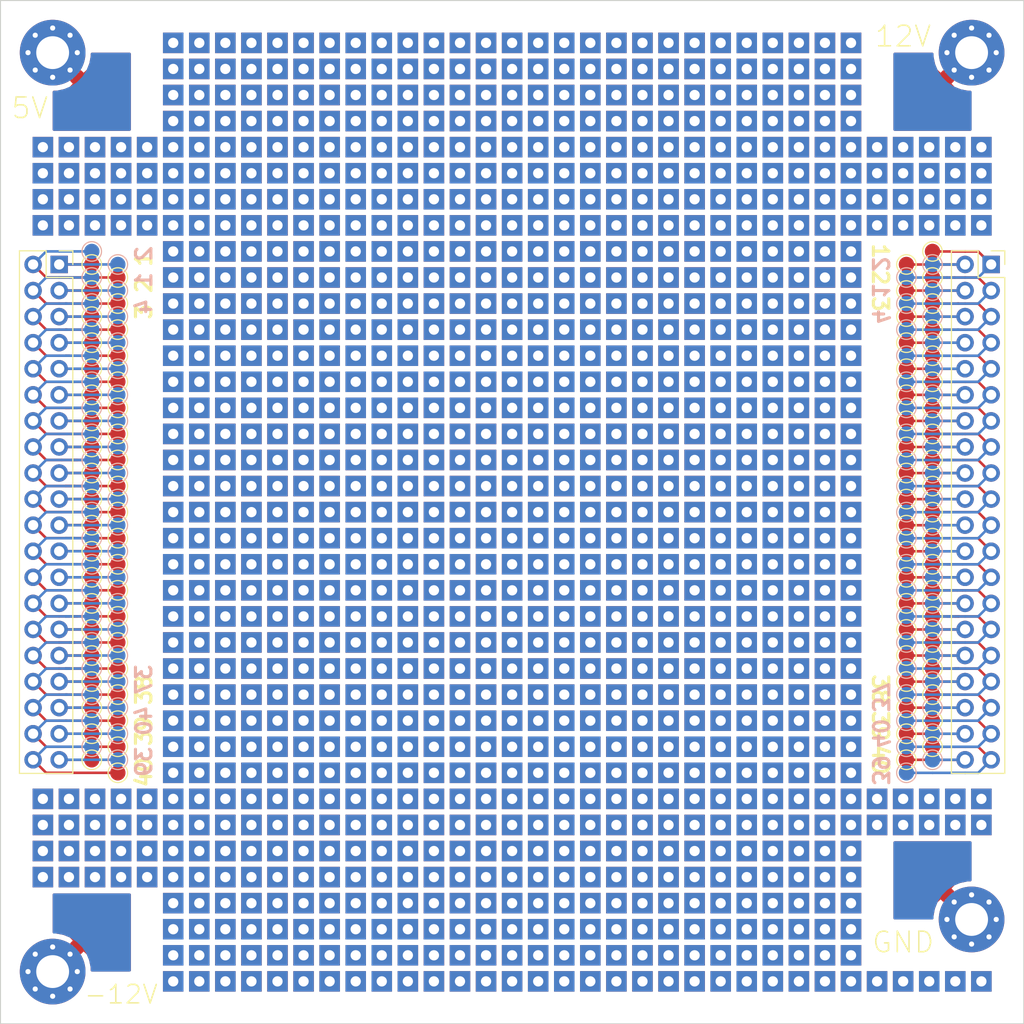
<source format=kicad_pcb>
(kicad_pcb (version 20171130) (host pcbnew 5.1.5+dfsg1-2)
  (layers (0 F.Cu signal) (31 B.Cu signal) (34 B.Paste user) (35 F.Paste user) (36 B.SilkS user) (37 F.SilkS user) (38 B.Mask user) (39 F.Mask user) (44 Edge.Cuts user))
  (net 0 "")
  (net 1 +12V)
  (net 2 +5V)
  (net 3 -12V)
  (net 4 GND)
  (net 5 "Net-(J45-Pad1)")
  (net 6 "Net-(J46-Pad1)")
  (net 7 "Net-(J47-Pad1)")
  (net 8 "Net-(J48-Pad1)")
  (net 9 "Net-(J49-Pad1)")
  (net 10 "Net-(J10-Pad1)")
  (net 11 "Net-(J11-Pad1)")
  (net 12 "Net-(J12-Pad1)")
  (net 13 "Net-(J13-Pad1)")
  (net 14 "Net-(J14-Pad1)")
  (net 15 "Net-(J15-Pad1)")
  (net 16 "Net-(J16-Pad1)")
  (net 17 "Net-(J17-Pad1)")
  (net 18 "Net-(J18-Pad1)")
  (net 19 "Net-(J19-Pad1)")
  (net 20 "Net-(J20-Pad1)")
  (net 21 "Net-(J21-Pad1)")
  (net 22 "Net-(J22-Pad1)")
  (net 23 "Net-(J23-Pad1)")
  (net 24 "Net-(J24-Pad1)")
  (net 25 "Net-(J25-Pad1)")
  (net 26 "Net-(J26-Pad1)")
  (net 27 "Net-(J27-Pad1)")
  (net 28 "Net-(J28-Pad1)")
  (net 29 "Net-(J29-Pad1)")
  (net 30 "Net-(J30-Pad1)")
  (net 31 "Net-(J31-Pad1)")
  (net 32 "Net-(J32-Pad1)")
  (net 33 "Net-(J33-Pad1)")
  (net 34 "Net-(J34-Pad1)")
  (net 35 "Net-(J35-Pad1)")
  (net 36 "Net-(J36-Pad1)")
  (net 37 "Net-(J37-Pad1)")
  (net 38 "Net-(J38-Pad1)")
  (net 39 "Net-(J39-Pad1)")
  (net 40 "Net-(J40-Pad1)")
  (net 41 "Net-(J41-Pad1)")
  (net 42 "Net-(J42-Pad1)")
  (net 43 "Net-(J43-Pad1)")
  (net 44 "Net-(J44-Pad1)")
  (net 45 "Net-(J116-Pad1)")
  (net 46 "Net-(J136-Pad1)")
  (net 47 "Net-(J115-Pad1)")
  (net 48 "Net-(J135-Pad1)")
  (net 49 "Net-(J114-Pad1)")
  (net 50 "Net-(J134-Pad1)")
  (net 51 "Net-(J113-Pad1)")
  (net 52 "Net-(J133-Pad1)")
  (net 53 "Net-(J112-Pad1)")
  (net 54 "Net-(J132-Pad1)")
  (net 55 "Net-(J111-Pad1)")
  (net 56 "Net-(J131-Pad1)")
  (net 57 "Net-(J110-Pad1)")
  (net 58 "Net-(J130-Pad1)")
  (net 59 "Net-(J109-Pad1)")
  (net 60 "Net-(J129-Pad1)")
  (net 61 "Net-(J108-Pad1)")
  (net 62 "Net-(J128-Pad1)")
  (net 63 "Net-(J107-Pad1)")
  (net 64 "Net-(J127-Pad1)")
  (net 65 "Net-(J126-Pad1)")
  (net 66 "Net-(J106-Pad1)")
  (net 67 "Net-(J125-Pad1)")
  (net 68 "Net-(J105-Pad1)")
  (net 69 "Net-(J124-Pad1)")
  (net 70 "Net-(J104-Pad1)")
  (net 71 "Net-(J123-Pad1)")
  (net 72 "Net-(J103-Pad1)")
  (net 73 "Net-(J122-Pad1)")
  (net 74 "Net-(J102-Pad1)")
  (net 75 "Net-(J121-Pad1)")
  (net 76 "Net-(J101-Pad1)")
  (net 77 "Net-(J120-Pad1)")
  (net 78 "Net-(J100-Pad1)")
  (net 79 "Net-(J119-Pad1)")
  (net 80 "Net-(J139-Pad1)")
  (net 81 "Net-(J118-Pad1)")
  (net 82 "Net-(J138-Pad1)")
  (net 83 "Net-(J117-Pad1)")
  (net 84 "Net-(J137-Pad1)")
  (module 65C02:Breadboard_2.54mm_Base (layer F.Cu) (at 195.5675 145.5675)
    (fp_text reference REF** hide)
    (fp_text value Breadboard_2.54mm_Base hide)
    (pad 1 thru_hole rect (at 0 0) (size 2 2) (drill 1) (layers *.Cu *.Mask))
  )
  (module 65C02:Breadboard_2.54mm_Base (layer F.Cu) (at 193.0275 145.5675)
    (fp_text reference REF** hide)
    (fp_text value Breadboard_2.54mm_Base hide)
    (pad 1 thru_hole rect (at 0 0) (size 2 2) (drill 1) (layers *.Cu *.Mask))
  )
  (module 65C02:Breadboard_2.54mm_Base (layer F.Cu) (at 190.4875 145.5675)
    (fp_text reference REF** hide)
    (fp_text value Breadboard_2.54mm_Base hide)
    (pad 1 thru_hole rect (at 0 0) (size 2 2) (drill 1) (layers *.Cu *.Mask))
  )
  (module 65C02:Breadboard_2.54mm_Base (layer F.Cu) (at 187.9475 145.5675)
    (fp_text reference REF** hide)
    (fp_text value Breadboard_2.54mm_Base hide)
    (pad 1 thru_hole rect (at 0 0) (size 2 2) (drill 1) (layers *.Cu *.Mask))
  )
  (module 65C02:Breadboard_2.54mm_Base (layer F.Cu) (at 185.4075 145.5675)
    (fp_text reference REF** hide)
    (fp_text value Breadboard_2.54mm_Base hide)
    (pad 1 thru_hole rect (at 0 0) (size 2 2) (drill 1) (layers *.Cu *.Mask))
  )
  (module 65C02:Breadboard_2.54mm_Base (layer F.Cu) (at 195.5675 130.3275)
    (fp_text reference REF** hide)
    (fp_text value Breadboard_2.54mm_Base hide)
    (pad 1 thru_hole rect (at 0 0) (size 2 2) (drill 1) (layers *.Cu *.Mask))
  )
  (module 65C02:Breadboard_2.54mm_Base (layer F.Cu) (at 193.0275 130.3275)
    (fp_text reference REF** hide)
    (fp_text value Breadboard_2.54mm_Base hide)
    (pad 1 thru_hole rect (at 0 0) (size 2 2) (drill 1) (layers *.Cu *.Mask))
  )
  (module 65C02:Breadboard_2.54mm_Base (layer F.Cu) (at 190.4875 130.3275)
    (fp_text reference REF** hide)
    (fp_text value Breadboard_2.54mm_Base hide)
    (pad 1 thru_hole rect (at 0 0) (size 2 2) (drill 1) (layers *.Cu *.Mask))
  )
  (module 65C02:Breadboard_2.54mm_Base (layer F.Cu) (at 187.9475 130.3275)
    (fp_text reference REF** hide)
    (fp_text value Breadboard_2.54mm_Base hide)
    (pad 1 thru_hole rect (at 0 0) (size 2 2) (drill 1) (layers *.Cu *.Mask))
  )
  (module 65C02:Breadboard_2.54mm_Base (layer F.Cu) (at 185.4075 130.3275)
    (fp_text reference REF** hide)
    (fp_text value Breadboard_2.54mm_Base hide)
    (pad 1 thru_hole rect (at 0 0) (size 2 2) (drill 1) (layers *.Cu *.Mask))
  )
  (module 65C02:Breadboard_2.54mm_Base (layer F.Cu) (at 195.5675 127.7875)
    (fp_text reference REF** hide)
    (fp_text value Breadboard_2.54mm_Base hide)
    (pad 1 thru_hole rect (at 0 0) (size 2 2) (drill 1) (layers *.Cu *.Mask))
  )
  (module 65C02:Breadboard_2.54mm_Base (layer F.Cu) (at 193.0275 127.7875)
    (fp_text reference REF** hide)
    (fp_text value Breadboard_2.54mm_Base hide)
    (pad 1 thru_hole rect (at 0 0) (size 2 2) (drill 1) (layers *.Cu *.Mask))
  )
  (module 65C02:Breadboard_2.54mm_Base (layer F.Cu) (at 190.4875 127.7875)
    (fp_text reference REF** hide)
    (fp_text value Breadboard_2.54mm_Base hide)
    (pad 1 thru_hole rect (at 0 0) (size 2 2) (drill 1) (layers *.Cu *.Mask))
  )
  (module 65C02:Breadboard_2.54mm_Base (layer F.Cu) (at 187.9475 127.7875)
    (fp_text reference REF** hide)
    (fp_text value Breadboard_2.54mm_Base hide)
    (pad 1 thru_hole rect (at 0 0) (size 2 2) (drill 1) (layers *.Cu *.Mask))
  )
  (module 65C02:Breadboard_2.54mm_Base (layer F.Cu) (at 104.1275 127.7875)
    (fp_text reference REF** hide)
    (fp_text value Breadboard_2.54mm_Base hide)
    (pad 1 thru_hole rect (at 0 0) (size 2 2) (drill 1) (layers *.Cu *.Mask))
  )
  (module 65C02:Breadboard_2.54mm_Base (layer F.Cu) (at 114.2875 127.7875)
    (fp_text reference REF** hide)
    (fp_text value Breadboard_2.54mm_Base hide)
    (pad 1 thru_hole rect (at 0 0) (size 2 2) (drill 1) (layers *.Cu *.Mask))
  )
  (module 65C02:Breadboard_2.54mm_Base (layer F.Cu) (at 111.7475 130.3275)
    (fp_text reference REF** hide)
    (fp_text value Breadboard_2.54mm_Base hide)
    (pad 1 thru_hole rect (at 0 0) (size 2 2) (drill 1) (layers *.Cu *.Mask))
  )
  (module 65C02:Breadboard_2.54mm_Base (layer F.Cu) (at 114.2875 132.8675)
    (fp_text reference REF** hide)
    (fp_text value Breadboard_2.54mm_Base hide)
    (pad 1 thru_hole rect (at 0 0) (size 2 2) (drill 1) (layers *.Cu *.Mask))
  )
  (module 65C02:Breadboard_2.54mm_Base (layer F.Cu) (at 106.6675 132.8675)
    (fp_text reference REF** hide)
    (fp_text value Breadboard_2.54mm_Base hide)
    (pad 1 thru_hole rect (at 0 0) (size 2 2) (drill 1) (layers *.Cu *.Mask))
  )
  (module 65C02:Breadboard_2.54mm_Base (layer F.Cu) (at 109.2075 132.8675)
    (fp_text reference REF** hide)
    (fp_text value Breadboard_2.54mm_Base hide)
    (pad 1 thru_hole rect (at 0 0) (size 2 2) (drill 1) (layers *.Cu *.Mask))
  )
  (module 65C02:Breadboard_2.54mm_Base (layer F.Cu) (at 111.7475 132.8675)
    (fp_text reference REF** hide)
    (fp_text value Breadboard_2.54mm_Base hide)
    (pad 1 thru_hole rect (at 0 0) (size 2 2) (drill 1) (layers *.Cu *.Mask))
  )
  (module 65C02:Breadboard_2.54mm_Base (layer F.Cu) (at 106.6675 135.4075)
    (fp_text reference REF** hide)
    (fp_text value Breadboard_2.54mm_Base hide)
    (pad 1 thru_hole rect (at 0 0) (size 2 2) (drill 1) (layers *.Cu *.Mask))
  )
  (module 65C02:Breadboard_2.54mm_Base (layer F.Cu) (at 111.7475 135.4075)
    (fp_text reference REF** hide)
    (fp_text value Breadboard_2.54mm_Base hide)
    (pad 1 thru_hole rect (at 0 0) (size 2 2) (drill 1) (layers *.Cu *.Mask))
  )
  (module 65C02:Breadboard_2.54mm_Base (layer F.Cu) (at 114.2875 135.4075)
    (fp_text reference REF** hide)
    (fp_text value Breadboard_2.54mm_Base hide)
    (pad 1 thru_hole rect (at 0 0) (size 2 2) (drill 1) (layers *.Cu *.Mask))
  )
  (module 65C02:Breadboard_2.54mm_Base (layer F.Cu) (at 109.2075 127.7875)
    (fp_text reference REF** hide)
    (fp_text value Breadboard_2.54mm_Base hide)
    (pad 1 thru_hole rect (at 0 0) (size 2 2) (drill 1) (layers *.Cu *.Mask))
  )
  (module 65C02:Breadboard_2.54mm_Base (layer F.Cu) (at 104.1275 135.4075)
    (fp_text reference REF** hide)
    (fp_text value Breadboard_2.54mm_Base hide)
    (pad 1 thru_hole rect (at 0 0) (size 2 2) (drill 1) (layers *.Cu *.Mask))
  )
  (module 65C02:Breadboard_2.54mm_Base (layer F.Cu) (at 106.6675 130.3275)
    (fp_text reference REF** hide)
    (fp_text value Breadboard_2.54mm_Base hide)
    (pad 1 thru_hole rect (at 0 0) (size 2 2) (drill 1) (layers *.Cu *.Mask))
  )
  (module 65C02:Breadboard_2.54mm_Base (layer F.Cu) (at 114.2875 130.3275)
    (fp_text reference REF** hide)
    (fp_text value Breadboard_2.54mm_Base hide)
    (pad 1 thru_hole rect (at 0 0) (size 2 2) (drill 1) (layers *.Cu *.Mask))
  )
  (module 65C02:Breadboard_2.54mm_Base (layer F.Cu) (at 104.1275 132.8675)
    (fp_text reference REF** hide)
    (fp_text value Breadboard_2.54mm_Base hide)
    (pad 1 thru_hole rect (at 0 0) (size 2 2) (drill 1) (layers *.Cu *.Mask))
  )
  (module 65C02:Breadboard_2.54mm_Base (layer F.Cu) (at 104.1275 130.3275)
    (fp_text reference REF** hide)
    (fp_text value Breadboard_2.54mm_Base hide)
    (pad 1 thru_hole rect (at 0 0) (size 2 2) (drill 1) (layers *.Cu *.Mask))
  )
  (module 65C02:Breadboard_2.54mm_Base (layer F.Cu) (at 106.6675 127.7875)
    (fp_text reference REF** hide)
    (fp_text value Breadboard_2.54mm_Base hide)
    (pad 1 thru_hole rect (at 0 0) (size 2 2) (drill 1) (layers *.Cu *.Mask))
  )
  (module 65C02:Breadboard_2.54mm_Base (layer F.Cu) (at 111.7475 127.7875)
    (fp_text reference REF** hide)
    (fp_text value Breadboard_2.54mm_Base hide)
    (pad 1 thru_hole rect (at 0 0) (size 2 2) (drill 1) (layers *.Cu *.Mask))
  )
  (module 65C02:Breadboard_2.54mm_Base (layer F.Cu) (at 109.2075 130.3275)
    (fp_text reference REF** hide)
    (fp_text value Breadboard_2.54mm_Base hide)
    (pad 1 thru_hole rect (at 0 0) (size 2 2) (drill 1) (layers *.Cu *.Mask))
  )
  (module 65C02:Breadboard_2.54mm_Base (layer F.Cu) (at 109.2075 135.4075)
    (fp_text reference REF** hide)
    (fp_text value Breadboard_2.54mm_Base hide)
    (pad 1 thru_hole rect (at 0 0) (size 2 2) (drill 1) (layers *.Cu *.Mask))
  )
  (module 65C02:Breadboard_2.54mm_Base (layer F.Cu) (at 185.4075 127.7875)
    (fp_text reference REF** hide)
    (fp_text value Breadboard_2.54mm_Base hide)
    (pad 1 thru_hole rect (at 0 0) (size 2 2) (drill 1) (layers *.Cu *.Mask))
  )
  (module 65C02:Breadboard_2.54mm_Base (layer F.Cu) (at 185.4075 64.2875)
    (fp_text reference REF** hide)
    (fp_text value Breadboard_2.54mm_Base hide)
    (pad 1 thru_hole rect (at 0 0) (size 2 2) (drill 1) (layers *.Cu *.Mask))
  )
  (module 65C02:Breadboard_2.54mm_Base (layer F.Cu) (at 195.5675 64.2875)
    (fp_text reference REF** hide)
    (fp_text value Breadboard_2.54mm_Base hide)
    (pad 1 thru_hole rect (at 0 0) (size 2 2) (drill 1) (layers *.Cu *.Mask))
  )
  (module 65C02:Breadboard_2.54mm_Base (layer F.Cu) (at 193.0275 66.8275)
    (fp_text reference REF** hide)
    (fp_text value Breadboard_2.54mm_Base hide)
    (pad 1 thru_hole rect (at 0 0) (size 2 2) (drill 1) (layers *.Cu *.Mask))
  )
  (module 65C02:Breadboard_2.54mm_Base (layer F.Cu) (at 195.5675 69.3675)
    (fp_text reference REF** hide)
    (fp_text value Breadboard_2.54mm_Base hide)
    (pad 1 thru_hole rect (at 0 0) (size 2 2) (drill 1) (layers *.Cu *.Mask))
  )
  (module 65C02:Breadboard_2.54mm_Base (layer F.Cu) (at 187.9475 69.3675)
    (fp_text reference REF** hide)
    (fp_text value Breadboard_2.54mm_Base hide)
    (pad 1 thru_hole rect (at 0 0) (size 2 2) (drill 1) (layers *.Cu *.Mask))
  )
  (module 65C02:Breadboard_2.54mm_Base (layer F.Cu) (at 190.4875 69.3675)
    (fp_text reference REF** hide)
    (fp_text value Breadboard_2.54mm_Base hide)
    (pad 1 thru_hole rect (at 0 0) (size 2 2) (drill 1) (layers *.Cu *.Mask))
  )
  (module 65C02:Breadboard_2.54mm_Base (layer F.Cu) (at 193.0275 69.3675)
    (fp_text reference REF** hide)
    (fp_text value Breadboard_2.54mm_Base hide)
    (pad 1 thru_hole rect (at 0 0) (size 2 2) (drill 1) (layers *.Cu *.Mask))
  )
  (module 65C02:Breadboard_2.54mm_Base (layer F.Cu) (at 187.9475 71.9075)
    (fp_text reference REF** hide)
    (fp_text value Breadboard_2.54mm_Base hide)
    (pad 1 thru_hole rect (at 0 0) (size 2 2) (drill 1) (layers *.Cu *.Mask))
  )
  (module 65C02:Breadboard_2.54mm_Base (layer F.Cu) (at 193.0275 71.9075)
    (fp_text reference REF** hide)
    (fp_text value Breadboard_2.54mm_Base hide)
    (pad 1 thru_hole rect (at 0 0) (size 2 2) (drill 1) (layers *.Cu *.Mask))
  )
  (module 65C02:Breadboard_2.54mm_Base (layer F.Cu) (at 195.5675 71.9075)
    (fp_text reference REF** hide)
    (fp_text value Breadboard_2.54mm_Base hide)
    (pad 1 thru_hole rect (at 0 0) (size 2 2) (drill 1) (layers *.Cu *.Mask))
  )
  (module 65C02:Breadboard_2.54mm_Base (layer F.Cu) (at 190.4875 64.2875)
    (fp_text reference REF** hide)
    (fp_text value Breadboard_2.54mm_Base hide)
    (pad 1 thru_hole rect (at 0 0) (size 2 2) (drill 1) (layers *.Cu *.Mask))
  )
  (module 65C02:Breadboard_2.54mm_Base (layer F.Cu) (at 185.4075 71.9075)
    (fp_text reference REF** hide)
    (fp_text value Breadboard_2.54mm_Base hide)
    (pad 1 thru_hole rect (at 0 0) (size 2 2) (drill 1) (layers *.Cu *.Mask))
  )
  (module 65C02:Breadboard_2.54mm_Base (layer F.Cu) (at 187.9475 66.8275)
    (fp_text reference REF** hide)
    (fp_text value Breadboard_2.54mm_Base hide)
    (pad 1 thru_hole rect (at 0 0) (size 2 2) (drill 1) (layers *.Cu *.Mask))
  )
  (module 65C02:Breadboard_2.54mm_Base (layer F.Cu) (at 195.5675 66.8275)
    (fp_text reference REF** hide)
    (fp_text value Breadboard_2.54mm_Base hide)
    (pad 1 thru_hole rect (at 0 0) (size 2 2) (drill 1) (layers *.Cu *.Mask))
  )
  (module 65C02:Breadboard_2.54mm_Base (layer F.Cu) (at 185.4075 69.3675)
    (fp_text reference REF** hide)
    (fp_text value Breadboard_2.54mm_Base hide)
    (pad 1 thru_hole rect (at 0 0) (size 2 2) (drill 1) (layers *.Cu *.Mask))
  )
  (module 65C02:Breadboard_2.54mm_Base (layer F.Cu) (at 185.4075 66.8275)
    (fp_text reference REF** hide)
    (fp_text value Breadboard_2.54mm_Base hide)
    (pad 1 thru_hole rect (at 0 0) (size 2 2) (drill 1) (layers *.Cu *.Mask))
  )
  (module 65C02:Breadboard_2.54mm_Base (layer F.Cu) (at 187.9475 64.2875)
    (fp_text reference REF** hide)
    (fp_text value Breadboard_2.54mm_Base hide)
    (pad 1 thru_hole rect (at 0 0) (size 2 2) (drill 1) (layers *.Cu *.Mask))
  )
  (module 65C02:Breadboard_2.54mm_Base (layer F.Cu) (at 193.0275 64.2875)
    (fp_text reference REF** hide)
    (fp_text value Breadboard_2.54mm_Base hide)
    (pad 1 thru_hole rect (at 0 0) (size 2 2) (drill 1) (layers *.Cu *.Mask))
  )
  (module 65C02:Breadboard_2.54mm_Base (layer F.Cu) (at 190.4875 66.8275)
    (fp_text reference REF** hide)
    (fp_text value Breadboard_2.54mm_Base hide)
    (pad 1 thru_hole rect (at 0 0) (size 2 2) (drill 1) (layers *.Cu *.Mask))
  )
  (module 65C02:Breadboard_2.54mm_Base (layer F.Cu) (at 190.4875 71.9075)
    (fp_text reference REF** hide)
    (fp_text value Breadboard_2.54mm_Base hide)
    (pad 1 thru_hole rect (at 0 0) (size 2 2) (drill 1) (layers *.Cu *.Mask))
  )
  (module 65C02:Breadboard_2.54mm_Base (layer F.Cu) (at 114.2875 71.9075)
    (fp_text reference REF** hide)
    (fp_text value Breadboard_2.54mm_Base hide)
    (pad 1 thru_hole rect (at 0 0) (size 2 2) (drill 1) (layers *.Cu *.Mask))
  )
  (module 65C02:Breadboard_2.54mm_Base (layer F.Cu) (at 111.7475 71.9075)
    (fp_text reference REF** hide)
    (fp_text value Breadboard_2.54mm_Base hide)
    (pad 1 thru_hole rect (at 0 0) (size 2 2) (drill 1) (layers *.Cu *.Mask))
  )
  (module 65C02:Breadboard_2.54mm_Base (layer F.Cu) (at 109.2075 71.9075)
    (fp_text reference REF** hide)
    (fp_text value Breadboard_2.54mm_Base hide)
    (pad 1 thru_hole rect (at 0 0) (size 2 2) (drill 1) (layers *.Cu *.Mask))
  )
  (module 65C02:Breadboard_2.54mm_Base (layer F.Cu) (at 106.6675 71.9075)
    (fp_text reference REF** hide)
    (fp_text value Breadboard_2.54mm_Base hide)
    (pad 1 thru_hole rect (at 0 0) (size 2 2) (drill 1) (layers *.Cu *.Mask))
  )
  (module 65C02:Breadboard_2.54mm_Base (layer F.Cu) (at 104.1275 71.9075)
    (fp_text reference REF** hide)
    (fp_text value Breadboard_2.54mm_Base hide)
    (pad 1 thru_hole rect (at 0 0) (size 2 2) (drill 1) (layers *.Cu *.Mask))
  )
  (module 65C02:Breadboard_2.54mm_Base (layer F.Cu) (at 114.2875 69.3675)
    (fp_text reference REF** hide)
    (fp_text value Breadboard_2.54mm_Base hide)
    (pad 1 thru_hole rect (at 0 0) (size 2 2) (drill 1) (layers *.Cu *.Mask))
  )
  (module 65C02:Breadboard_2.54mm_Base (layer F.Cu) (at 111.7475 69.3675)
    (fp_text reference REF** hide)
    (fp_text value Breadboard_2.54mm_Base hide)
    (pad 1 thru_hole rect (at 0 0) (size 2 2) (drill 1) (layers *.Cu *.Mask))
  )
  (module 65C02:Breadboard_2.54mm_Base (layer F.Cu) (at 109.2075 69.3675)
    (fp_text reference REF** hide)
    (fp_text value Breadboard_2.54mm_Base hide)
    (pad 1 thru_hole rect (at 0 0) (size 2 2) (drill 1) (layers *.Cu *.Mask))
  )
  (module 65C02:Breadboard_2.54mm_Base (layer F.Cu) (at 106.6675 69.3675)
    (fp_text reference REF** hide)
    (fp_text value Breadboard_2.54mm_Base hide)
    (pad 1 thru_hole rect (at 0 0) (size 2 2) (drill 1) (layers *.Cu *.Mask))
  )
  (module 65C02:Breadboard_2.54mm_Base (layer F.Cu) (at 104.1275 69.3675)
    (fp_text reference REF** hide)
    (fp_text value Breadboard_2.54mm_Base hide)
    (pad 1 thru_hole rect (at 0 0) (size 2 2) (drill 1) (layers *.Cu *.Mask))
  )
  (module 65C02:Breadboard_2.54mm_Base (layer F.Cu) (at 114.2875 66.8275)
    (fp_text reference REF** hide)
    (fp_text value Breadboard_2.54mm_Base hide)
    (pad 1 thru_hole rect (at 0 0) (size 2 2) (drill 1) (layers *.Cu *.Mask))
  )
  (module 65C02:Breadboard_2.54mm_Base (layer F.Cu) (at 111.7475 66.8275)
    (fp_text reference REF** hide)
    (fp_text value Breadboard_2.54mm_Base hide)
    (pad 1 thru_hole rect (at 0 0) (size 2 2) (drill 1) (layers *.Cu *.Mask))
  )
  (module 65C02:Breadboard_2.54mm_Base (layer F.Cu) (at 109.2075 66.8275)
    (fp_text reference REF** hide)
    (fp_text value Breadboard_2.54mm_Base hide)
    (pad 1 thru_hole rect (at 0 0) (size 2 2) (drill 1) (layers *.Cu *.Mask))
  )
  (module 65C02:Breadboard_2.54mm_Base (layer F.Cu) (at 106.6675 66.8275)
    (fp_text reference REF** hide)
    (fp_text value Breadboard_2.54mm_Base hide)
    (pad 1 thru_hole rect (at 0 0) (size 2 2) (drill 1) (layers *.Cu *.Mask))
  )
  (module 65C02:Breadboard_2.54mm_Base (layer F.Cu) (at 104.1275 66.8275)
    (fp_text reference REF** hide)
    (fp_text value Breadboard_2.54mm_Base hide)
    (pad 1 thru_hole rect (at 0 0) (size 2 2) (drill 1) (layers *.Cu *.Mask))
  )
  (module 65C02:Breadboard_2.54mm_Base (layer F.Cu) (at 114.2875 64.2875)
    (fp_text reference REF** hide)
    (fp_text value Breadboard_2.54mm_Base hide)
    (pad 1 thru_hole rect (at 0 0) (size 2 2) (drill 1) (layers *.Cu *.Mask))
  )
  (module 65C02:Breadboard_2.54mm_Base (layer F.Cu) (at 111.7475 64.2875)
    (fp_text reference REF** hide)
    (fp_text value Breadboard_2.54mm_Base hide)
    (pad 1 thru_hole rect (at 0 0) (size 2 2) (drill 1) (layers *.Cu *.Mask))
  )
  (module 65C02:Breadboard_2.54mm_Base (layer F.Cu) (at 109.2075 64.2875)
    (fp_text reference REF** hide)
    (fp_text value Breadboard_2.54mm_Base hide)
    (pad 1 thru_hole rect (at 0 0) (size 2 2) (drill 1) (layers *.Cu *.Mask))
  )
  (module 65C02:Breadboard_2.54mm_Base (layer F.Cu) (at 106.6675 64.2875)
    (fp_text reference REF** hide)
    (fp_text value Breadboard_2.54mm_Base hide)
    (pad 1 thru_hole rect (at 0 0) (size 2 2) (drill 1) (layers *.Cu *.Mask))
  )
  (module 65C02:Breadboard_2.54mm_Base (layer F.Cu) (at 104.1275 64.2875)
    (fp_text reference REF** hide)
    (fp_text value Breadboard_2.54mm_Base hide)
    (pad 1 thru_hole rect (at 0 0) (size 2 2) (drill 1) (layers *.Cu *.Mask))
  )
  (module 65C02:Breadboard_2.54mm_Base (layer F.Cu) (at 182.8675 145.5675)
    (fp_text reference REF** hide)
    (fp_text value Breadboard_2.54mm_Base hide)
    (pad 1 thru_hole rect (at 0 0) (size 2 2) (drill 1) (layers *.Cu *.Mask))
  )
  (module 65C02:Breadboard_2.54mm_Base (layer F.Cu) (at 180.3275 145.5675)
    (fp_text reference REF** hide)
    (fp_text value Breadboard_2.54mm_Base hide)
    (pad 1 thru_hole rect (at 0 0) (size 2 2) (drill 1) (layers *.Cu *.Mask))
  )
  (module 65C02:Breadboard_2.54mm_Base (layer F.Cu) (at 177.7875 145.5675)
    (fp_text reference REF** hide)
    (fp_text value Breadboard_2.54mm_Base hide)
    (pad 1 thru_hole rect (at 0 0) (size 2 2) (drill 1) (layers *.Cu *.Mask))
  )
  (module 65C02:Breadboard_2.54mm_Base (layer F.Cu) (at 175.2475 145.5675)
    (fp_text reference REF** hide)
    (fp_text value Breadboard_2.54mm_Base hide)
    (pad 1 thru_hole rect (at 0 0) (size 2 2) (drill 1) (layers *.Cu *.Mask))
  )
  (module 65C02:Breadboard_2.54mm_Base (layer F.Cu) (at 172.7075 145.5675)
    (fp_text reference REF** hide)
    (fp_text value Breadboard_2.54mm_Base hide)
    (pad 1 thru_hole rect (at 0 0) (size 2 2) (drill 1) (layers *.Cu *.Mask))
  )
  (module 65C02:Breadboard_2.54mm_Base (layer F.Cu) (at 170.1675 145.5675)
    (fp_text reference REF** hide)
    (fp_text value Breadboard_2.54mm_Base hide)
    (pad 1 thru_hole rect (at 0 0) (size 2 2) (drill 1) (layers *.Cu *.Mask))
  )
  (module 65C02:Breadboard_2.54mm_Base (layer F.Cu) (at 167.6275 145.5675)
    (fp_text reference REF** hide)
    (fp_text value Breadboard_2.54mm_Base hide)
    (pad 1 thru_hole rect (at 0 0) (size 2 2) (drill 1) (layers *.Cu *.Mask))
  )
  (module 65C02:Breadboard_2.54mm_Base (layer F.Cu) (at 165.0875 145.5675)
    (fp_text reference REF** hide)
    (fp_text value Breadboard_2.54mm_Base hide)
    (pad 1 thru_hole rect (at 0 0) (size 2 2) (drill 1) (layers *.Cu *.Mask))
  )
  (module 65C02:Breadboard_2.54mm_Base (layer F.Cu) (at 162.5475 145.5675)
    (fp_text reference REF** hide)
    (fp_text value Breadboard_2.54mm_Base hide)
    (pad 1 thru_hole rect (at 0 0) (size 2 2) (drill 1) (layers *.Cu *.Mask))
  )
  (module 65C02:Breadboard_2.54mm_Base (layer F.Cu) (at 160.0075 145.5675)
    (fp_text reference REF** hide)
    (fp_text value Breadboard_2.54mm_Base hide)
    (pad 1 thru_hole rect (at 0 0) (size 2 2) (drill 1) (layers *.Cu *.Mask))
  )
  (module 65C02:Breadboard_2.54mm_Base (layer F.Cu) (at 157.4675 145.5675)
    (fp_text reference REF** hide)
    (fp_text value Breadboard_2.54mm_Base hide)
    (pad 1 thru_hole rect (at 0 0) (size 2 2) (drill 1) (layers *.Cu *.Mask))
  )
  (module 65C02:Breadboard_2.54mm_Base (layer F.Cu) (at 154.9275 145.5675)
    (fp_text reference REF** hide)
    (fp_text value Breadboard_2.54mm_Base hide)
    (pad 1 thru_hole rect (at 0 0) (size 2 2) (drill 1) (layers *.Cu *.Mask))
  )
  (module 65C02:Breadboard_2.54mm_Base (layer F.Cu) (at 152.3875 145.5675)
    (fp_text reference REF** hide)
    (fp_text value Breadboard_2.54mm_Base hide)
    (pad 1 thru_hole rect (at 0 0) (size 2 2) (drill 1) (layers *.Cu *.Mask))
  )
  (module 65C02:Breadboard_2.54mm_Base (layer F.Cu) (at 149.8475 145.5675)
    (fp_text reference REF** hide)
    (fp_text value Breadboard_2.54mm_Base hide)
    (pad 1 thru_hole rect (at 0 0) (size 2 2) (drill 1) (layers *.Cu *.Mask))
  )
  (module 65C02:Breadboard_2.54mm_Base (layer F.Cu) (at 147.3075 145.5675)
    (fp_text reference REF** hide)
    (fp_text value Breadboard_2.54mm_Base hide)
    (pad 1 thru_hole rect (at 0 0) (size 2 2) (drill 1) (layers *.Cu *.Mask))
  )
  (module 65C02:Breadboard_2.54mm_Base (layer F.Cu) (at 144.7675 145.5675)
    (fp_text reference REF** hide)
    (fp_text value Breadboard_2.54mm_Base hide)
    (pad 1 thru_hole rect (at 0 0) (size 2 2) (drill 1) (layers *.Cu *.Mask))
  )
  (module 65C02:Breadboard_2.54mm_Base (layer F.Cu) (at 142.2275 145.5675)
    (fp_text reference REF** hide)
    (fp_text value Breadboard_2.54mm_Base hide)
    (pad 1 thru_hole rect (at 0 0) (size 2 2) (drill 1) (layers *.Cu *.Mask))
  )
  (module 65C02:Breadboard_2.54mm_Base (layer F.Cu) (at 139.6875 145.5675)
    (fp_text reference REF** hide)
    (fp_text value Breadboard_2.54mm_Base hide)
    (pad 1 thru_hole rect (at 0 0) (size 2 2) (drill 1) (layers *.Cu *.Mask))
  )
  (module 65C02:Breadboard_2.54mm_Base (layer F.Cu) (at 137.1475 145.5675)
    (fp_text reference REF** hide)
    (fp_text value Breadboard_2.54mm_Base hide)
    (pad 1 thru_hole rect (at 0 0) (size 2 2) (drill 1) (layers *.Cu *.Mask))
  )
  (module 65C02:Breadboard_2.54mm_Base (layer F.Cu) (at 134.6075 145.5675)
    (fp_text reference REF** hide)
    (fp_text value Breadboard_2.54mm_Base hide)
    (pad 1 thru_hole rect (at 0 0) (size 2 2) (drill 1) (layers *.Cu *.Mask))
  )
  (module 65C02:Breadboard_2.54mm_Base (layer F.Cu) (at 132.0675 145.5675)
    (fp_text reference REF** hide)
    (fp_text value Breadboard_2.54mm_Base hide)
    (pad 1 thru_hole rect (at 0 0) (size 2 2) (drill 1) (layers *.Cu *.Mask))
  )
  (module 65C02:Breadboard_2.54mm_Base (layer F.Cu) (at 129.5275 145.5675)
    (fp_text reference REF** hide)
    (fp_text value Breadboard_2.54mm_Base hide)
    (pad 1 thru_hole rect (at 0 0) (size 2 2) (drill 1) (layers *.Cu *.Mask))
  )
  (module 65C02:Breadboard_2.54mm_Base (layer F.Cu) (at 126.9875 145.5675)
    (fp_text reference REF** hide)
    (fp_text value Breadboard_2.54mm_Base hide)
    (pad 1 thru_hole rect (at 0 0) (size 2 2) (drill 1) (layers *.Cu *.Mask))
  )
  (module 65C02:Breadboard_2.54mm_Base (layer F.Cu) (at 124.4475 145.5675)
    (fp_text reference REF** hide)
    (fp_text value Breadboard_2.54mm_Base hide)
    (pad 1 thru_hole rect (at 0 0) (size 2 2) (drill 1) (layers *.Cu *.Mask))
  )
  (module 65C02:Breadboard_2.54mm_Base (layer F.Cu) (at 121.9075 145.5675)
    (fp_text reference REF** hide)
    (fp_text value Breadboard_2.54mm_Base hide)
    (pad 1 thru_hole rect (at 0 0) (size 2 2) (drill 1) (layers *.Cu *.Mask))
  )
  (module 65C02:Breadboard_2.54mm_Base (layer F.Cu) (at 119.3675 145.5675)
    (fp_text reference REF** hide)
    (fp_text value Breadboard_2.54mm_Base hide)
    (pad 1 thru_hole rect (at 0 0) (size 2 2) (drill 1) (layers *.Cu *.Mask))
  )
  (module 65C02:Breadboard_2.54mm_Base (layer F.Cu) (at 116.8275 145.5675)
    (fp_text reference REF** hide)
    (fp_text value Breadboard_2.54mm_Base hide)
    (pad 1 thru_hole rect (at 0 0) (size 2 2) (drill 1) (layers *.Cu *.Mask))
  )
  (module 65C02:Breadboard_2.54mm_Base (layer F.Cu) (at 182.8675 143.0275)
    (fp_text reference REF** hide)
    (fp_text value Breadboard_2.54mm_Base hide)
    (pad 1 thru_hole rect (at 0 0) (size 2 2) (drill 1) (layers *.Cu *.Mask))
  )
  (module 65C02:Breadboard_2.54mm_Base (layer F.Cu) (at 180.3275 143.0275)
    (fp_text reference REF** hide)
    (fp_text value Breadboard_2.54mm_Base hide)
    (pad 1 thru_hole rect (at 0 0) (size 2 2) (drill 1) (layers *.Cu *.Mask))
  )
  (module 65C02:Breadboard_2.54mm_Base (layer F.Cu) (at 177.7875 143.0275)
    (fp_text reference REF** hide)
    (fp_text value Breadboard_2.54mm_Base hide)
    (pad 1 thru_hole rect (at 0 0) (size 2 2) (drill 1) (layers *.Cu *.Mask))
  )
  (module 65C02:Breadboard_2.54mm_Base (layer F.Cu) (at 175.2475 143.0275)
    (fp_text reference REF** hide)
    (fp_text value Breadboard_2.54mm_Base hide)
    (pad 1 thru_hole rect (at 0 0) (size 2 2) (drill 1) (layers *.Cu *.Mask))
  )
  (module 65C02:Breadboard_2.54mm_Base (layer F.Cu) (at 172.7075 143.0275)
    (fp_text reference REF** hide)
    (fp_text value Breadboard_2.54mm_Base hide)
    (pad 1 thru_hole rect (at 0 0) (size 2 2) (drill 1) (layers *.Cu *.Mask))
  )
  (module 65C02:Breadboard_2.54mm_Base (layer F.Cu) (at 170.1675 143.0275)
    (fp_text reference REF** hide)
    (fp_text value Breadboard_2.54mm_Base hide)
    (pad 1 thru_hole rect (at 0 0) (size 2 2) (drill 1) (layers *.Cu *.Mask))
  )
  (module 65C02:Breadboard_2.54mm_Base (layer F.Cu) (at 167.6275 143.0275)
    (fp_text reference REF** hide)
    (fp_text value Breadboard_2.54mm_Base hide)
    (pad 1 thru_hole rect (at 0 0) (size 2 2) (drill 1) (layers *.Cu *.Mask))
  )
  (module 65C02:Breadboard_2.54mm_Base (layer F.Cu) (at 165.0875 143.0275)
    (fp_text reference REF** hide)
    (fp_text value Breadboard_2.54mm_Base hide)
    (pad 1 thru_hole rect (at 0 0) (size 2 2) (drill 1) (layers *.Cu *.Mask))
  )
  (module 65C02:Breadboard_2.54mm_Base (layer F.Cu) (at 162.5475 143.0275)
    (fp_text reference REF** hide)
    (fp_text value Breadboard_2.54mm_Base hide)
    (pad 1 thru_hole rect (at 0 0) (size 2 2) (drill 1) (layers *.Cu *.Mask))
  )
  (module 65C02:Breadboard_2.54mm_Base (layer F.Cu) (at 160.0075 143.0275)
    (fp_text reference REF** hide)
    (fp_text value Breadboard_2.54mm_Base hide)
    (pad 1 thru_hole rect (at 0 0) (size 2 2) (drill 1) (layers *.Cu *.Mask))
  )
  (module 65C02:Breadboard_2.54mm_Base (layer F.Cu) (at 157.4675 143.0275)
    (fp_text reference REF** hide)
    (fp_text value Breadboard_2.54mm_Base hide)
    (pad 1 thru_hole rect (at 0 0) (size 2 2) (drill 1) (layers *.Cu *.Mask))
  )
  (module 65C02:Breadboard_2.54mm_Base (layer F.Cu) (at 154.9275 143.0275)
    (fp_text reference REF** hide)
    (fp_text value Breadboard_2.54mm_Base hide)
    (pad 1 thru_hole rect (at 0 0) (size 2 2) (drill 1) (layers *.Cu *.Mask))
  )
  (module 65C02:Breadboard_2.54mm_Base (layer F.Cu) (at 152.3875 143.0275)
    (fp_text reference REF** hide)
    (fp_text value Breadboard_2.54mm_Base hide)
    (pad 1 thru_hole rect (at 0 0) (size 2 2) (drill 1) (layers *.Cu *.Mask))
  )
  (module 65C02:Breadboard_2.54mm_Base (layer F.Cu) (at 149.8475 143.0275)
    (fp_text reference REF** hide)
    (fp_text value Breadboard_2.54mm_Base hide)
    (pad 1 thru_hole rect (at 0 0) (size 2 2) (drill 1) (layers *.Cu *.Mask))
  )
  (module 65C02:Breadboard_2.54mm_Base (layer F.Cu) (at 147.3075 143.0275)
    (fp_text reference REF** hide)
    (fp_text value Breadboard_2.54mm_Base hide)
    (pad 1 thru_hole rect (at 0 0) (size 2 2) (drill 1) (layers *.Cu *.Mask))
  )
  (module 65C02:Breadboard_2.54mm_Base (layer F.Cu) (at 144.7675 143.0275)
    (fp_text reference REF** hide)
    (fp_text value Breadboard_2.54mm_Base hide)
    (pad 1 thru_hole rect (at 0 0) (size 2 2) (drill 1) (layers *.Cu *.Mask))
  )
  (module 65C02:Breadboard_2.54mm_Base (layer F.Cu) (at 142.2275 143.0275)
    (fp_text reference REF** hide)
    (fp_text value Breadboard_2.54mm_Base hide)
    (pad 1 thru_hole rect (at 0 0) (size 2 2) (drill 1) (layers *.Cu *.Mask))
  )
  (module 65C02:Breadboard_2.54mm_Base (layer F.Cu) (at 139.6875 143.0275)
    (fp_text reference REF** hide)
    (fp_text value Breadboard_2.54mm_Base hide)
    (pad 1 thru_hole rect (at 0 0) (size 2 2) (drill 1) (layers *.Cu *.Mask))
  )
  (module 65C02:Breadboard_2.54mm_Base (layer F.Cu) (at 137.1475 143.0275)
    (fp_text reference REF** hide)
    (fp_text value Breadboard_2.54mm_Base hide)
    (pad 1 thru_hole rect (at 0 0) (size 2 2) (drill 1) (layers *.Cu *.Mask))
  )
  (module 65C02:Breadboard_2.54mm_Base (layer F.Cu) (at 134.6075 143.0275)
    (fp_text reference REF** hide)
    (fp_text value Breadboard_2.54mm_Base hide)
    (pad 1 thru_hole rect (at 0 0) (size 2 2) (drill 1) (layers *.Cu *.Mask))
  )
  (module 65C02:Breadboard_2.54mm_Base (layer F.Cu) (at 132.0675 143.0275)
    (fp_text reference REF** hide)
    (fp_text value Breadboard_2.54mm_Base hide)
    (pad 1 thru_hole rect (at 0 0) (size 2 2) (drill 1) (layers *.Cu *.Mask))
  )
  (module 65C02:Breadboard_2.54mm_Base (layer F.Cu) (at 129.5275 143.0275)
    (fp_text reference REF** hide)
    (fp_text value Breadboard_2.54mm_Base hide)
    (pad 1 thru_hole rect (at 0 0) (size 2 2) (drill 1) (layers *.Cu *.Mask))
  )
  (module 65C02:Breadboard_2.54mm_Base (layer F.Cu) (at 126.9875 143.0275)
    (fp_text reference REF** hide)
    (fp_text value Breadboard_2.54mm_Base hide)
    (pad 1 thru_hole rect (at 0 0) (size 2 2) (drill 1) (layers *.Cu *.Mask))
  )
  (module 65C02:Breadboard_2.54mm_Base (layer F.Cu) (at 124.4475 143.0275)
    (fp_text reference REF** hide)
    (fp_text value Breadboard_2.54mm_Base hide)
    (pad 1 thru_hole rect (at 0 0) (size 2 2) (drill 1) (layers *.Cu *.Mask))
  )
  (module 65C02:Breadboard_2.54mm_Base (layer F.Cu) (at 121.9075 143.0275)
    (fp_text reference REF** hide)
    (fp_text value Breadboard_2.54mm_Base hide)
    (pad 1 thru_hole rect (at 0 0) (size 2 2) (drill 1) (layers *.Cu *.Mask))
  )
  (module 65C02:Breadboard_2.54mm_Base (layer F.Cu) (at 119.3675 143.0275)
    (fp_text reference REF** hide)
    (fp_text value Breadboard_2.54mm_Base hide)
    (pad 1 thru_hole rect (at 0 0) (size 2 2) (drill 1) (layers *.Cu *.Mask))
  )
  (module 65C02:Breadboard_2.54mm_Base (layer F.Cu) (at 116.8275 143.0275)
    (fp_text reference REF** hide)
    (fp_text value Breadboard_2.54mm_Base hide)
    (pad 1 thru_hole rect (at 0 0) (size 2 2) (drill 1) (layers *.Cu *.Mask))
  )
  (module 65C02:Breadboard_2.54mm_Base (layer F.Cu) (at 182.8675 140.4875)
    (fp_text reference REF** hide)
    (fp_text value Breadboard_2.54mm_Base hide)
    (pad 1 thru_hole rect (at 0 0) (size 2 2) (drill 1) (layers *.Cu *.Mask))
  )
  (module 65C02:Breadboard_2.54mm_Base (layer F.Cu) (at 180.3275 140.4875)
    (fp_text reference REF** hide)
    (fp_text value Breadboard_2.54mm_Base hide)
    (pad 1 thru_hole rect (at 0 0) (size 2 2) (drill 1) (layers *.Cu *.Mask))
  )
  (module 65C02:Breadboard_2.54mm_Base (layer F.Cu) (at 177.7875 140.4875)
    (fp_text reference REF** hide)
    (fp_text value Breadboard_2.54mm_Base hide)
    (pad 1 thru_hole rect (at 0 0) (size 2 2) (drill 1) (layers *.Cu *.Mask))
  )
  (module 65C02:Breadboard_2.54mm_Base (layer F.Cu) (at 175.2475 140.4875)
    (fp_text reference REF** hide)
    (fp_text value Breadboard_2.54mm_Base hide)
    (pad 1 thru_hole rect (at 0 0) (size 2 2) (drill 1) (layers *.Cu *.Mask))
  )
  (module 65C02:Breadboard_2.54mm_Base (layer F.Cu) (at 172.7075 140.4875)
    (fp_text reference REF** hide)
    (fp_text value Breadboard_2.54mm_Base hide)
    (pad 1 thru_hole rect (at 0 0) (size 2 2) (drill 1) (layers *.Cu *.Mask))
  )
  (module 65C02:Breadboard_2.54mm_Base (layer F.Cu) (at 170.1675 140.4875)
    (fp_text reference REF** hide)
    (fp_text value Breadboard_2.54mm_Base hide)
    (pad 1 thru_hole rect (at 0 0) (size 2 2) (drill 1) (layers *.Cu *.Mask))
  )
  (module 65C02:Breadboard_2.54mm_Base (layer F.Cu) (at 167.6275 140.4875)
    (fp_text reference REF** hide)
    (fp_text value Breadboard_2.54mm_Base hide)
    (pad 1 thru_hole rect (at 0 0) (size 2 2) (drill 1) (layers *.Cu *.Mask))
  )
  (module 65C02:Breadboard_2.54mm_Base (layer F.Cu) (at 165.0875 140.4875)
    (fp_text reference REF** hide)
    (fp_text value Breadboard_2.54mm_Base hide)
    (pad 1 thru_hole rect (at 0 0) (size 2 2) (drill 1) (layers *.Cu *.Mask))
  )
  (module 65C02:Breadboard_2.54mm_Base (layer F.Cu) (at 162.5475 140.4875)
    (fp_text reference REF** hide)
    (fp_text value Breadboard_2.54mm_Base hide)
    (pad 1 thru_hole rect (at 0 0) (size 2 2) (drill 1) (layers *.Cu *.Mask))
  )
  (module 65C02:Breadboard_2.54mm_Base (layer F.Cu) (at 160.0075 140.4875)
    (fp_text reference REF** hide)
    (fp_text value Breadboard_2.54mm_Base hide)
    (pad 1 thru_hole rect (at 0 0) (size 2 2) (drill 1) (layers *.Cu *.Mask))
  )
  (module 65C02:Breadboard_2.54mm_Base (layer F.Cu) (at 157.4675 140.4875)
    (fp_text reference REF** hide)
    (fp_text value Breadboard_2.54mm_Base hide)
    (pad 1 thru_hole rect (at 0 0) (size 2 2) (drill 1) (layers *.Cu *.Mask))
  )
  (module 65C02:Breadboard_2.54mm_Base (layer F.Cu) (at 154.9275 140.4875)
    (fp_text reference REF** hide)
    (fp_text value Breadboard_2.54mm_Base hide)
    (pad 1 thru_hole rect (at 0 0) (size 2 2) (drill 1) (layers *.Cu *.Mask))
  )
  (module 65C02:Breadboard_2.54mm_Base (layer F.Cu) (at 152.3875 140.4875)
    (fp_text reference REF** hide)
    (fp_text value Breadboard_2.54mm_Base hide)
    (pad 1 thru_hole rect (at 0 0) (size 2 2) (drill 1) (layers *.Cu *.Mask))
  )
  (module 65C02:Breadboard_2.54mm_Base (layer F.Cu) (at 149.8475 140.4875)
    (fp_text reference REF** hide)
    (fp_text value Breadboard_2.54mm_Base hide)
    (pad 1 thru_hole rect (at 0 0) (size 2 2) (drill 1) (layers *.Cu *.Mask))
  )
  (module 65C02:Breadboard_2.54mm_Base (layer F.Cu) (at 147.3075 140.4875)
    (fp_text reference REF** hide)
    (fp_text value Breadboard_2.54mm_Base hide)
    (pad 1 thru_hole rect (at 0 0) (size 2 2) (drill 1) (layers *.Cu *.Mask))
  )
  (module 65C02:Breadboard_2.54mm_Base (layer F.Cu) (at 144.7675 140.4875)
    (fp_text reference REF** hide)
    (fp_text value Breadboard_2.54mm_Base hide)
    (pad 1 thru_hole rect (at 0 0) (size 2 2) (drill 1) (layers *.Cu *.Mask))
  )
  (module 65C02:Breadboard_2.54mm_Base (layer F.Cu) (at 142.2275 140.4875)
    (fp_text reference REF** hide)
    (fp_text value Breadboard_2.54mm_Base hide)
    (pad 1 thru_hole rect (at 0 0) (size 2 2) (drill 1) (layers *.Cu *.Mask))
  )
  (module 65C02:Breadboard_2.54mm_Base (layer F.Cu) (at 139.6875 140.4875)
    (fp_text reference REF** hide)
    (fp_text value Breadboard_2.54mm_Base hide)
    (pad 1 thru_hole rect (at 0 0) (size 2 2) (drill 1) (layers *.Cu *.Mask))
  )
  (module 65C02:Breadboard_2.54mm_Base (layer F.Cu) (at 137.1475 140.4875)
    (fp_text reference REF** hide)
    (fp_text value Breadboard_2.54mm_Base hide)
    (pad 1 thru_hole rect (at 0 0) (size 2 2) (drill 1) (layers *.Cu *.Mask))
  )
  (module 65C02:Breadboard_2.54mm_Base (layer F.Cu) (at 134.6075 140.4875)
    (fp_text reference REF** hide)
    (fp_text value Breadboard_2.54mm_Base hide)
    (pad 1 thru_hole rect (at 0 0) (size 2 2) (drill 1) (layers *.Cu *.Mask))
  )
  (module 65C02:Breadboard_2.54mm_Base (layer F.Cu) (at 132.0675 140.4875)
    (fp_text reference REF** hide)
    (fp_text value Breadboard_2.54mm_Base hide)
    (pad 1 thru_hole rect (at 0 0) (size 2 2) (drill 1) (layers *.Cu *.Mask))
  )
  (module 65C02:Breadboard_2.54mm_Base (layer F.Cu) (at 129.5275 140.4875)
    (fp_text reference REF** hide)
    (fp_text value Breadboard_2.54mm_Base hide)
    (pad 1 thru_hole rect (at 0 0) (size 2 2) (drill 1) (layers *.Cu *.Mask))
  )
  (module 65C02:Breadboard_2.54mm_Base (layer F.Cu) (at 126.9875 140.4875)
    (fp_text reference REF** hide)
    (fp_text value Breadboard_2.54mm_Base hide)
    (pad 1 thru_hole rect (at 0 0) (size 2 2) (drill 1) (layers *.Cu *.Mask))
  )
  (module 65C02:Breadboard_2.54mm_Base (layer F.Cu) (at 124.4475 140.4875)
    (fp_text reference REF** hide)
    (fp_text value Breadboard_2.54mm_Base hide)
    (pad 1 thru_hole rect (at 0 0) (size 2 2) (drill 1) (layers *.Cu *.Mask))
  )
  (module 65C02:Breadboard_2.54mm_Base (layer F.Cu) (at 121.9075 140.4875)
    (fp_text reference REF** hide)
    (fp_text value Breadboard_2.54mm_Base hide)
    (pad 1 thru_hole rect (at 0 0) (size 2 2) (drill 1) (layers *.Cu *.Mask))
  )
  (module 65C02:Breadboard_2.54mm_Base (layer F.Cu) (at 119.3675 140.4875)
    (fp_text reference REF** hide)
    (fp_text value Breadboard_2.54mm_Base hide)
    (pad 1 thru_hole rect (at 0 0) (size 2 2) (drill 1) (layers *.Cu *.Mask))
  )
  (module 65C02:Breadboard_2.54mm_Base (layer F.Cu) (at 116.8275 140.4875)
    (fp_text reference REF** hide)
    (fp_text value Breadboard_2.54mm_Base hide)
    (pad 1 thru_hole rect (at 0 0) (size 2 2) (drill 1) (layers *.Cu *.Mask))
  )
  (module 65C02:Breadboard_2.54mm_Base (layer F.Cu) (at 182.8675 137.9475)
    (fp_text reference REF** hide)
    (fp_text value Breadboard_2.54mm_Base hide)
    (pad 1 thru_hole rect (at 0 0) (size 2 2) (drill 1) (layers *.Cu *.Mask))
  )
  (module 65C02:Breadboard_2.54mm_Base (layer F.Cu) (at 180.3275 137.9475)
    (fp_text reference REF** hide)
    (fp_text value Breadboard_2.54mm_Base hide)
    (pad 1 thru_hole rect (at 0 0) (size 2 2) (drill 1) (layers *.Cu *.Mask))
  )
  (module 65C02:Breadboard_2.54mm_Base (layer F.Cu) (at 177.7875 137.9475)
    (fp_text reference REF** hide)
    (fp_text value Breadboard_2.54mm_Base hide)
    (pad 1 thru_hole rect (at 0 0) (size 2 2) (drill 1) (layers *.Cu *.Mask))
  )
  (module 65C02:Breadboard_2.54mm_Base (layer F.Cu) (at 175.2475 137.9475)
    (fp_text reference REF** hide)
    (fp_text value Breadboard_2.54mm_Base hide)
    (pad 1 thru_hole rect (at 0 0) (size 2 2) (drill 1) (layers *.Cu *.Mask))
  )
  (module 65C02:Breadboard_2.54mm_Base (layer F.Cu) (at 172.7075 137.9475)
    (fp_text reference REF** hide)
    (fp_text value Breadboard_2.54mm_Base hide)
    (pad 1 thru_hole rect (at 0 0) (size 2 2) (drill 1) (layers *.Cu *.Mask))
  )
  (module 65C02:Breadboard_2.54mm_Base (layer F.Cu) (at 170.1675 137.9475)
    (fp_text reference REF** hide)
    (fp_text value Breadboard_2.54mm_Base hide)
    (pad 1 thru_hole rect (at 0 0) (size 2 2) (drill 1) (layers *.Cu *.Mask))
  )
  (module 65C02:Breadboard_2.54mm_Base (layer F.Cu) (at 167.6275 137.9475)
    (fp_text reference REF** hide)
    (fp_text value Breadboard_2.54mm_Base hide)
    (pad 1 thru_hole rect (at 0 0) (size 2 2) (drill 1) (layers *.Cu *.Mask))
  )
  (module 65C02:Breadboard_2.54mm_Base (layer F.Cu) (at 165.0875 137.9475)
    (fp_text reference REF** hide)
    (fp_text value Breadboard_2.54mm_Base hide)
    (pad 1 thru_hole rect (at 0 0) (size 2 2) (drill 1) (layers *.Cu *.Mask))
  )
  (module 65C02:Breadboard_2.54mm_Base (layer F.Cu) (at 162.5475 137.9475)
    (fp_text reference REF** hide)
    (fp_text value Breadboard_2.54mm_Base hide)
    (pad 1 thru_hole rect (at 0 0) (size 2 2) (drill 1) (layers *.Cu *.Mask))
  )
  (module 65C02:Breadboard_2.54mm_Base (layer F.Cu) (at 160.0075 137.9475)
    (fp_text reference REF** hide)
    (fp_text value Breadboard_2.54mm_Base hide)
    (pad 1 thru_hole rect (at 0 0) (size 2 2) (drill 1) (layers *.Cu *.Mask))
  )
  (module 65C02:Breadboard_2.54mm_Base (layer F.Cu) (at 157.4675 137.9475)
    (fp_text reference REF** hide)
    (fp_text value Breadboard_2.54mm_Base hide)
    (pad 1 thru_hole rect (at 0 0) (size 2 2) (drill 1) (layers *.Cu *.Mask))
  )
  (module 65C02:Breadboard_2.54mm_Base (layer F.Cu) (at 154.9275 137.9475)
    (fp_text reference REF** hide)
    (fp_text value Breadboard_2.54mm_Base hide)
    (pad 1 thru_hole rect (at 0 0) (size 2 2) (drill 1) (layers *.Cu *.Mask))
  )
  (module 65C02:Breadboard_2.54mm_Base (layer F.Cu) (at 152.3875 137.9475)
    (fp_text reference REF** hide)
    (fp_text value Breadboard_2.54mm_Base hide)
    (pad 1 thru_hole rect (at 0 0) (size 2 2) (drill 1) (layers *.Cu *.Mask))
  )
  (module 65C02:Breadboard_2.54mm_Base (layer F.Cu) (at 149.8475 137.9475)
    (fp_text reference REF** hide)
    (fp_text value Breadboard_2.54mm_Base hide)
    (pad 1 thru_hole rect (at 0 0) (size 2 2) (drill 1) (layers *.Cu *.Mask))
  )
  (module 65C02:Breadboard_2.54mm_Base (layer F.Cu) (at 147.3075 137.9475)
    (fp_text reference REF** hide)
    (fp_text value Breadboard_2.54mm_Base hide)
    (pad 1 thru_hole rect (at 0 0) (size 2 2) (drill 1) (layers *.Cu *.Mask))
  )
  (module 65C02:Breadboard_2.54mm_Base (layer F.Cu) (at 144.7675 137.9475)
    (fp_text reference REF** hide)
    (fp_text value Breadboard_2.54mm_Base hide)
    (pad 1 thru_hole rect (at 0 0) (size 2 2) (drill 1) (layers *.Cu *.Mask))
  )
  (module 65C02:Breadboard_2.54mm_Base (layer F.Cu) (at 142.2275 137.9475)
    (fp_text reference REF** hide)
    (fp_text value Breadboard_2.54mm_Base hide)
    (pad 1 thru_hole rect (at 0 0) (size 2 2) (drill 1) (layers *.Cu *.Mask))
  )
  (module 65C02:Breadboard_2.54mm_Base (layer F.Cu) (at 139.6875 137.9475)
    (fp_text reference REF** hide)
    (fp_text value Breadboard_2.54mm_Base hide)
    (pad 1 thru_hole rect (at 0 0) (size 2 2) (drill 1) (layers *.Cu *.Mask))
  )
  (module 65C02:Breadboard_2.54mm_Base (layer F.Cu) (at 137.1475 137.9475)
    (fp_text reference REF** hide)
    (fp_text value Breadboard_2.54mm_Base hide)
    (pad 1 thru_hole rect (at 0 0) (size 2 2) (drill 1) (layers *.Cu *.Mask))
  )
  (module 65C02:Breadboard_2.54mm_Base (layer F.Cu) (at 134.6075 137.9475)
    (fp_text reference REF** hide)
    (fp_text value Breadboard_2.54mm_Base hide)
    (pad 1 thru_hole rect (at 0 0) (size 2 2) (drill 1) (layers *.Cu *.Mask))
  )
  (module 65C02:Breadboard_2.54mm_Base (layer F.Cu) (at 132.0675 137.9475)
    (fp_text reference REF** hide)
    (fp_text value Breadboard_2.54mm_Base hide)
    (pad 1 thru_hole rect (at 0 0) (size 2 2) (drill 1) (layers *.Cu *.Mask))
  )
  (module 65C02:Breadboard_2.54mm_Base (layer F.Cu) (at 129.5275 137.9475)
    (fp_text reference REF** hide)
    (fp_text value Breadboard_2.54mm_Base hide)
    (pad 1 thru_hole rect (at 0 0) (size 2 2) (drill 1) (layers *.Cu *.Mask))
  )
  (module 65C02:Breadboard_2.54mm_Base (layer F.Cu) (at 126.9875 137.9475)
    (fp_text reference REF** hide)
    (fp_text value Breadboard_2.54mm_Base hide)
    (pad 1 thru_hole rect (at 0 0) (size 2 2) (drill 1) (layers *.Cu *.Mask))
  )
  (module 65C02:Breadboard_2.54mm_Base (layer F.Cu) (at 124.4475 137.9475)
    (fp_text reference REF** hide)
    (fp_text value Breadboard_2.54mm_Base hide)
    (pad 1 thru_hole rect (at 0 0) (size 2 2) (drill 1) (layers *.Cu *.Mask))
  )
  (module 65C02:Breadboard_2.54mm_Base (layer F.Cu) (at 121.9075 137.9475)
    (fp_text reference REF** hide)
    (fp_text value Breadboard_2.54mm_Base hide)
    (pad 1 thru_hole rect (at 0 0) (size 2 2) (drill 1) (layers *.Cu *.Mask))
  )
  (module 65C02:Breadboard_2.54mm_Base (layer F.Cu) (at 119.3675 137.9475)
    (fp_text reference REF** hide)
    (fp_text value Breadboard_2.54mm_Base hide)
    (pad 1 thru_hole rect (at 0 0) (size 2 2) (drill 1) (layers *.Cu *.Mask))
  )
  (module 65C02:Breadboard_2.54mm_Base (layer F.Cu) (at 116.8275 137.9475)
    (fp_text reference REF** hide)
    (fp_text value Breadboard_2.54mm_Base hide)
    (pad 1 thru_hole rect (at 0 0) (size 2 2) (drill 1) (layers *.Cu *.Mask))
  )
  (module 65C02:Breadboard_2.54mm_Base (layer F.Cu) (at 182.8675 135.4075)
    (fp_text reference REF** hide)
    (fp_text value Breadboard_2.54mm_Base hide)
    (pad 1 thru_hole rect (at 0 0) (size 2 2) (drill 1) (layers *.Cu *.Mask))
  )
  (module 65C02:Breadboard_2.54mm_Base (layer F.Cu) (at 180.3275 135.4075)
    (fp_text reference REF** hide)
    (fp_text value Breadboard_2.54mm_Base hide)
    (pad 1 thru_hole rect (at 0 0) (size 2 2) (drill 1) (layers *.Cu *.Mask))
  )
  (module 65C02:Breadboard_2.54mm_Base (layer F.Cu) (at 177.7875 135.4075)
    (fp_text reference REF** hide)
    (fp_text value Breadboard_2.54mm_Base hide)
    (pad 1 thru_hole rect (at 0 0) (size 2 2) (drill 1) (layers *.Cu *.Mask))
  )
  (module 65C02:Breadboard_2.54mm_Base (layer F.Cu) (at 175.2475 135.4075)
    (fp_text reference REF** hide)
    (fp_text value Breadboard_2.54mm_Base hide)
    (pad 1 thru_hole rect (at 0 0) (size 2 2) (drill 1) (layers *.Cu *.Mask))
  )
  (module 65C02:Breadboard_2.54mm_Base (layer F.Cu) (at 172.7075 135.4075)
    (fp_text reference REF** hide)
    (fp_text value Breadboard_2.54mm_Base hide)
    (pad 1 thru_hole rect (at 0 0) (size 2 2) (drill 1) (layers *.Cu *.Mask))
  )
  (module 65C02:Breadboard_2.54mm_Base (layer F.Cu) (at 170.1675 135.4075)
    (fp_text reference REF** hide)
    (fp_text value Breadboard_2.54mm_Base hide)
    (pad 1 thru_hole rect (at 0 0) (size 2 2) (drill 1) (layers *.Cu *.Mask))
  )
  (module 65C02:Breadboard_2.54mm_Base (layer F.Cu) (at 167.6275 135.4075)
    (fp_text reference REF** hide)
    (fp_text value Breadboard_2.54mm_Base hide)
    (pad 1 thru_hole rect (at 0 0) (size 2 2) (drill 1) (layers *.Cu *.Mask))
  )
  (module 65C02:Breadboard_2.54mm_Base (layer F.Cu) (at 165.0875 135.4075)
    (fp_text reference REF** hide)
    (fp_text value Breadboard_2.54mm_Base hide)
    (pad 1 thru_hole rect (at 0 0) (size 2 2) (drill 1) (layers *.Cu *.Mask))
  )
  (module 65C02:Breadboard_2.54mm_Base (layer F.Cu) (at 162.5475 135.4075)
    (fp_text reference REF** hide)
    (fp_text value Breadboard_2.54mm_Base hide)
    (pad 1 thru_hole rect (at 0 0) (size 2 2) (drill 1) (layers *.Cu *.Mask))
  )
  (module 65C02:Breadboard_2.54mm_Base (layer F.Cu) (at 160.0075 135.4075)
    (fp_text reference REF** hide)
    (fp_text value Breadboard_2.54mm_Base hide)
    (pad 1 thru_hole rect (at 0 0) (size 2 2) (drill 1) (layers *.Cu *.Mask))
  )
  (module 65C02:Breadboard_2.54mm_Base (layer F.Cu) (at 157.4675 135.4075)
    (fp_text reference REF** hide)
    (fp_text value Breadboard_2.54mm_Base hide)
    (pad 1 thru_hole rect (at 0 0) (size 2 2) (drill 1) (layers *.Cu *.Mask))
  )
  (module 65C02:Breadboard_2.54mm_Base (layer F.Cu) (at 154.9275 135.4075)
    (fp_text reference REF** hide)
    (fp_text value Breadboard_2.54mm_Base hide)
    (pad 1 thru_hole rect (at 0 0) (size 2 2) (drill 1) (layers *.Cu *.Mask))
  )
  (module 65C02:Breadboard_2.54mm_Base (layer F.Cu) (at 152.3875 135.4075)
    (fp_text reference REF** hide)
    (fp_text value Breadboard_2.54mm_Base hide)
    (pad 1 thru_hole rect (at 0 0) (size 2 2) (drill 1) (layers *.Cu *.Mask))
  )
  (module 65C02:Breadboard_2.54mm_Base (layer F.Cu) (at 149.8475 135.4075)
    (fp_text reference REF** hide)
    (fp_text value Breadboard_2.54mm_Base hide)
    (pad 1 thru_hole rect (at 0 0) (size 2 2) (drill 1) (layers *.Cu *.Mask))
  )
  (module 65C02:Breadboard_2.54mm_Base (layer F.Cu) (at 147.3075 135.4075)
    (fp_text reference REF** hide)
    (fp_text value Breadboard_2.54mm_Base hide)
    (pad 1 thru_hole rect (at 0 0) (size 2 2) (drill 1) (layers *.Cu *.Mask))
  )
  (module 65C02:Breadboard_2.54mm_Base (layer F.Cu) (at 144.7675 135.4075)
    (fp_text reference REF** hide)
    (fp_text value Breadboard_2.54mm_Base hide)
    (pad 1 thru_hole rect (at 0 0) (size 2 2) (drill 1) (layers *.Cu *.Mask))
  )
  (module 65C02:Breadboard_2.54mm_Base (layer F.Cu) (at 142.2275 135.4075)
    (fp_text reference REF** hide)
    (fp_text value Breadboard_2.54mm_Base hide)
    (pad 1 thru_hole rect (at 0 0) (size 2 2) (drill 1) (layers *.Cu *.Mask))
  )
  (module 65C02:Breadboard_2.54mm_Base (layer F.Cu) (at 139.6875 135.4075)
    (fp_text reference REF** hide)
    (fp_text value Breadboard_2.54mm_Base hide)
    (pad 1 thru_hole rect (at 0 0) (size 2 2) (drill 1) (layers *.Cu *.Mask))
  )
  (module 65C02:Breadboard_2.54mm_Base (layer F.Cu) (at 137.1475 135.4075)
    (fp_text reference REF** hide)
    (fp_text value Breadboard_2.54mm_Base hide)
    (pad 1 thru_hole rect (at 0 0) (size 2 2) (drill 1) (layers *.Cu *.Mask))
  )
  (module 65C02:Breadboard_2.54mm_Base (layer F.Cu) (at 134.6075 135.4075)
    (fp_text reference REF** hide)
    (fp_text value Breadboard_2.54mm_Base hide)
    (pad 1 thru_hole rect (at 0 0) (size 2 2) (drill 1) (layers *.Cu *.Mask))
  )
  (module 65C02:Breadboard_2.54mm_Base (layer F.Cu) (at 132.0675 135.4075)
    (fp_text reference REF** hide)
    (fp_text value Breadboard_2.54mm_Base hide)
    (pad 1 thru_hole rect (at 0 0) (size 2 2) (drill 1) (layers *.Cu *.Mask))
  )
  (module 65C02:Breadboard_2.54mm_Base (layer F.Cu) (at 129.5275 135.4075)
    (fp_text reference REF** hide)
    (fp_text value Breadboard_2.54mm_Base hide)
    (pad 1 thru_hole rect (at 0 0) (size 2 2) (drill 1) (layers *.Cu *.Mask))
  )
  (module 65C02:Breadboard_2.54mm_Base (layer F.Cu) (at 126.9875 135.4075)
    (fp_text reference REF** hide)
    (fp_text value Breadboard_2.54mm_Base hide)
    (pad 1 thru_hole rect (at 0 0) (size 2 2) (drill 1) (layers *.Cu *.Mask))
  )
  (module 65C02:Breadboard_2.54mm_Base (layer F.Cu) (at 124.4475 135.4075)
    (fp_text reference REF** hide)
    (fp_text value Breadboard_2.54mm_Base hide)
    (pad 1 thru_hole rect (at 0 0) (size 2 2) (drill 1) (layers *.Cu *.Mask))
  )
  (module 65C02:Breadboard_2.54mm_Base (layer F.Cu) (at 121.9075 135.4075)
    (fp_text reference REF** hide)
    (fp_text value Breadboard_2.54mm_Base hide)
    (pad 1 thru_hole rect (at 0 0) (size 2 2) (drill 1) (layers *.Cu *.Mask))
  )
  (module 65C02:Breadboard_2.54mm_Base (layer F.Cu) (at 119.3675 135.4075)
    (fp_text reference REF** hide)
    (fp_text value Breadboard_2.54mm_Base hide)
    (pad 1 thru_hole rect (at 0 0) (size 2 2) (drill 1) (layers *.Cu *.Mask))
  )
  (module 65C02:Breadboard_2.54mm_Base (layer F.Cu) (at 116.8275 135.4075)
    (fp_text reference REF** hide)
    (fp_text value Breadboard_2.54mm_Base hide)
    (pad 1 thru_hole rect (at 0 0) (size 2 2) (drill 1) (layers *.Cu *.Mask))
  )
  (module 65C02:Breadboard_2.54mm_Base (layer F.Cu) (at 182.8675 132.8675)
    (fp_text reference REF** hide)
    (fp_text value Breadboard_2.54mm_Base hide)
    (pad 1 thru_hole rect (at 0 0) (size 2 2) (drill 1) (layers *.Cu *.Mask))
  )
  (module 65C02:Breadboard_2.54mm_Base (layer F.Cu) (at 180.3275 132.8675)
    (fp_text reference REF** hide)
    (fp_text value Breadboard_2.54mm_Base hide)
    (pad 1 thru_hole rect (at 0 0) (size 2 2) (drill 1) (layers *.Cu *.Mask))
  )
  (module 65C02:Breadboard_2.54mm_Base (layer F.Cu) (at 177.7875 132.8675)
    (fp_text reference REF** hide)
    (fp_text value Breadboard_2.54mm_Base hide)
    (pad 1 thru_hole rect (at 0 0) (size 2 2) (drill 1) (layers *.Cu *.Mask))
  )
  (module 65C02:Breadboard_2.54mm_Base (layer F.Cu) (at 175.2475 132.8675)
    (fp_text reference REF** hide)
    (fp_text value Breadboard_2.54mm_Base hide)
    (pad 1 thru_hole rect (at 0 0) (size 2 2) (drill 1) (layers *.Cu *.Mask))
  )
  (module 65C02:Breadboard_2.54mm_Base (layer F.Cu) (at 172.7075 132.8675)
    (fp_text reference REF** hide)
    (fp_text value Breadboard_2.54mm_Base hide)
    (pad 1 thru_hole rect (at 0 0) (size 2 2) (drill 1) (layers *.Cu *.Mask))
  )
  (module 65C02:Breadboard_2.54mm_Base (layer F.Cu) (at 170.1675 132.8675)
    (fp_text reference REF** hide)
    (fp_text value Breadboard_2.54mm_Base hide)
    (pad 1 thru_hole rect (at 0 0) (size 2 2) (drill 1) (layers *.Cu *.Mask))
  )
  (module 65C02:Breadboard_2.54mm_Base (layer F.Cu) (at 167.6275 132.8675)
    (fp_text reference REF** hide)
    (fp_text value Breadboard_2.54mm_Base hide)
    (pad 1 thru_hole rect (at 0 0) (size 2 2) (drill 1) (layers *.Cu *.Mask))
  )
  (module 65C02:Breadboard_2.54mm_Base (layer F.Cu) (at 165.0875 132.8675)
    (fp_text reference REF** hide)
    (fp_text value Breadboard_2.54mm_Base hide)
    (pad 1 thru_hole rect (at 0 0) (size 2 2) (drill 1) (layers *.Cu *.Mask))
  )
  (module 65C02:Breadboard_2.54mm_Base (layer F.Cu) (at 162.5475 132.8675)
    (fp_text reference REF** hide)
    (fp_text value Breadboard_2.54mm_Base hide)
    (pad 1 thru_hole rect (at 0 0) (size 2 2) (drill 1) (layers *.Cu *.Mask))
  )
  (module 65C02:Breadboard_2.54mm_Base (layer F.Cu) (at 160.0075 132.8675)
    (fp_text reference REF** hide)
    (fp_text value Breadboard_2.54mm_Base hide)
    (pad 1 thru_hole rect (at 0 0) (size 2 2) (drill 1) (layers *.Cu *.Mask))
  )
  (module 65C02:Breadboard_2.54mm_Base (layer F.Cu) (at 157.4675 132.8675)
    (fp_text reference REF** hide)
    (fp_text value Breadboard_2.54mm_Base hide)
    (pad 1 thru_hole rect (at 0 0) (size 2 2) (drill 1) (layers *.Cu *.Mask))
  )
  (module 65C02:Breadboard_2.54mm_Base (layer F.Cu) (at 154.9275 132.8675)
    (fp_text reference REF** hide)
    (fp_text value Breadboard_2.54mm_Base hide)
    (pad 1 thru_hole rect (at 0 0) (size 2 2) (drill 1) (layers *.Cu *.Mask))
  )
  (module 65C02:Breadboard_2.54mm_Base (layer F.Cu) (at 152.3875 132.8675)
    (fp_text reference REF** hide)
    (fp_text value Breadboard_2.54mm_Base hide)
    (pad 1 thru_hole rect (at 0 0) (size 2 2) (drill 1) (layers *.Cu *.Mask))
  )
  (module 65C02:Breadboard_2.54mm_Base (layer F.Cu) (at 149.8475 132.8675)
    (fp_text reference REF** hide)
    (fp_text value Breadboard_2.54mm_Base hide)
    (pad 1 thru_hole rect (at 0 0) (size 2 2) (drill 1) (layers *.Cu *.Mask))
  )
  (module 65C02:Breadboard_2.54mm_Base (layer F.Cu) (at 147.3075 132.8675)
    (fp_text reference REF** hide)
    (fp_text value Breadboard_2.54mm_Base hide)
    (pad 1 thru_hole rect (at 0 0) (size 2 2) (drill 1) (layers *.Cu *.Mask))
  )
  (module 65C02:Breadboard_2.54mm_Base (layer F.Cu) (at 144.7675 132.8675)
    (fp_text reference REF** hide)
    (fp_text value Breadboard_2.54mm_Base hide)
    (pad 1 thru_hole rect (at 0 0) (size 2 2) (drill 1) (layers *.Cu *.Mask))
  )
  (module 65C02:Breadboard_2.54mm_Base (layer F.Cu) (at 142.2275 132.8675)
    (fp_text reference REF** hide)
    (fp_text value Breadboard_2.54mm_Base hide)
    (pad 1 thru_hole rect (at 0 0) (size 2 2) (drill 1) (layers *.Cu *.Mask))
  )
  (module 65C02:Breadboard_2.54mm_Base (layer F.Cu) (at 139.6875 132.8675)
    (fp_text reference REF** hide)
    (fp_text value Breadboard_2.54mm_Base hide)
    (pad 1 thru_hole rect (at 0 0) (size 2 2) (drill 1) (layers *.Cu *.Mask))
  )
  (module 65C02:Breadboard_2.54mm_Base (layer F.Cu) (at 137.1475 132.8675)
    (fp_text reference REF** hide)
    (fp_text value Breadboard_2.54mm_Base hide)
    (pad 1 thru_hole rect (at 0 0) (size 2 2) (drill 1) (layers *.Cu *.Mask))
  )
  (module 65C02:Breadboard_2.54mm_Base (layer F.Cu) (at 134.6075 132.8675)
    (fp_text reference REF** hide)
    (fp_text value Breadboard_2.54mm_Base hide)
    (pad 1 thru_hole rect (at 0 0) (size 2 2) (drill 1) (layers *.Cu *.Mask))
  )
  (module 65C02:Breadboard_2.54mm_Base (layer F.Cu) (at 132.0675 132.8675)
    (fp_text reference REF** hide)
    (fp_text value Breadboard_2.54mm_Base hide)
    (pad 1 thru_hole rect (at 0 0) (size 2 2) (drill 1) (layers *.Cu *.Mask))
  )
  (module 65C02:Breadboard_2.54mm_Base (layer F.Cu) (at 129.5275 132.8675)
    (fp_text reference REF** hide)
    (fp_text value Breadboard_2.54mm_Base hide)
    (pad 1 thru_hole rect (at 0 0) (size 2 2) (drill 1) (layers *.Cu *.Mask))
  )
  (module 65C02:Breadboard_2.54mm_Base (layer F.Cu) (at 126.9875 132.8675)
    (fp_text reference REF** hide)
    (fp_text value Breadboard_2.54mm_Base hide)
    (pad 1 thru_hole rect (at 0 0) (size 2 2) (drill 1) (layers *.Cu *.Mask))
  )
  (module 65C02:Breadboard_2.54mm_Base (layer F.Cu) (at 124.4475 132.8675)
    (fp_text reference REF** hide)
    (fp_text value Breadboard_2.54mm_Base hide)
    (pad 1 thru_hole rect (at 0 0) (size 2 2) (drill 1) (layers *.Cu *.Mask))
  )
  (module 65C02:Breadboard_2.54mm_Base (layer F.Cu) (at 121.9075 132.8675)
    (fp_text reference REF** hide)
    (fp_text value Breadboard_2.54mm_Base hide)
    (pad 1 thru_hole rect (at 0 0) (size 2 2) (drill 1) (layers *.Cu *.Mask))
  )
  (module 65C02:Breadboard_2.54mm_Base (layer F.Cu) (at 119.3675 132.8675)
    (fp_text reference REF** hide)
    (fp_text value Breadboard_2.54mm_Base hide)
    (pad 1 thru_hole rect (at 0 0) (size 2 2) (drill 1) (layers *.Cu *.Mask))
  )
  (module 65C02:Breadboard_2.54mm_Base (layer F.Cu) (at 116.8275 132.8675)
    (fp_text reference REF** hide)
    (fp_text value Breadboard_2.54mm_Base hide)
    (pad 1 thru_hole rect (at 0 0) (size 2 2) (drill 1) (layers *.Cu *.Mask))
  )
  (module 65C02:Breadboard_2.54mm_Base (layer F.Cu) (at 182.8675 130.3275)
    (fp_text reference REF** hide)
    (fp_text value Breadboard_2.54mm_Base hide)
    (pad 1 thru_hole rect (at 0 0) (size 2 2) (drill 1) (layers *.Cu *.Mask))
  )
  (module 65C02:Breadboard_2.54mm_Base (layer F.Cu) (at 180.3275 130.3275)
    (fp_text reference REF** hide)
    (fp_text value Breadboard_2.54mm_Base hide)
    (pad 1 thru_hole rect (at 0 0) (size 2 2) (drill 1) (layers *.Cu *.Mask))
  )
  (module 65C02:Breadboard_2.54mm_Base (layer F.Cu) (at 177.7875 130.3275)
    (fp_text reference REF** hide)
    (fp_text value Breadboard_2.54mm_Base hide)
    (pad 1 thru_hole rect (at 0 0) (size 2 2) (drill 1) (layers *.Cu *.Mask))
  )
  (module 65C02:Breadboard_2.54mm_Base (layer F.Cu) (at 175.2475 130.3275)
    (fp_text reference REF** hide)
    (fp_text value Breadboard_2.54mm_Base hide)
    (pad 1 thru_hole rect (at 0 0) (size 2 2) (drill 1) (layers *.Cu *.Mask))
  )
  (module 65C02:Breadboard_2.54mm_Base (layer F.Cu) (at 172.7075 130.3275)
    (fp_text reference REF** hide)
    (fp_text value Breadboard_2.54mm_Base hide)
    (pad 1 thru_hole rect (at 0 0) (size 2 2) (drill 1) (layers *.Cu *.Mask))
  )
  (module 65C02:Breadboard_2.54mm_Base (layer F.Cu) (at 170.1675 130.3275)
    (fp_text reference REF** hide)
    (fp_text value Breadboard_2.54mm_Base hide)
    (pad 1 thru_hole rect (at 0 0) (size 2 2) (drill 1) (layers *.Cu *.Mask))
  )
  (module 65C02:Breadboard_2.54mm_Base (layer F.Cu) (at 167.6275 130.3275)
    (fp_text reference REF** hide)
    (fp_text value Breadboard_2.54mm_Base hide)
    (pad 1 thru_hole rect (at 0 0) (size 2 2) (drill 1) (layers *.Cu *.Mask))
  )
  (module 65C02:Breadboard_2.54mm_Base (layer F.Cu) (at 165.0875 130.3275)
    (fp_text reference REF** hide)
    (fp_text value Breadboard_2.54mm_Base hide)
    (pad 1 thru_hole rect (at 0 0) (size 2 2) (drill 1) (layers *.Cu *.Mask))
  )
  (module 65C02:Breadboard_2.54mm_Base (layer F.Cu) (at 162.5475 130.3275)
    (fp_text reference REF** hide)
    (fp_text value Breadboard_2.54mm_Base hide)
    (pad 1 thru_hole rect (at 0 0) (size 2 2) (drill 1) (layers *.Cu *.Mask))
  )
  (module 65C02:Breadboard_2.54mm_Base (layer F.Cu) (at 160.0075 130.3275)
    (fp_text reference REF** hide)
    (fp_text value Breadboard_2.54mm_Base hide)
    (pad 1 thru_hole rect (at 0 0) (size 2 2) (drill 1) (layers *.Cu *.Mask))
  )
  (module 65C02:Breadboard_2.54mm_Base (layer F.Cu) (at 157.4675 130.3275)
    (fp_text reference REF** hide)
    (fp_text value Breadboard_2.54mm_Base hide)
    (pad 1 thru_hole rect (at 0 0) (size 2 2) (drill 1) (layers *.Cu *.Mask))
  )
  (module 65C02:Breadboard_2.54mm_Base (layer F.Cu) (at 154.9275 130.3275)
    (fp_text reference REF** hide)
    (fp_text value Breadboard_2.54mm_Base hide)
    (pad 1 thru_hole rect (at 0 0) (size 2 2) (drill 1) (layers *.Cu *.Mask))
  )
  (module 65C02:Breadboard_2.54mm_Base (layer F.Cu) (at 152.3875 130.3275)
    (fp_text reference REF** hide)
    (fp_text value Breadboard_2.54mm_Base hide)
    (pad 1 thru_hole rect (at 0 0) (size 2 2) (drill 1) (layers *.Cu *.Mask))
  )
  (module 65C02:Breadboard_2.54mm_Base (layer F.Cu) (at 149.8475 130.3275)
    (fp_text reference REF** hide)
    (fp_text value Breadboard_2.54mm_Base hide)
    (pad 1 thru_hole rect (at 0 0) (size 2 2) (drill 1) (layers *.Cu *.Mask))
  )
  (module 65C02:Breadboard_2.54mm_Base (layer F.Cu) (at 147.3075 130.3275)
    (fp_text reference REF** hide)
    (fp_text value Breadboard_2.54mm_Base hide)
    (pad 1 thru_hole rect (at 0 0) (size 2 2) (drill 1) (layers *.Cu *.Mask))
  )
  (module 65C02:Breadboard_2.54mm_Base (layer F.Cu) (at 144.7675 130.3275)
    (fp_text reference REF** hide)
    (fp_text value Breadboard_2.54mm_Base hide)
    (pad 1 thru_hole rect (at 0 0) (size 2 2) (drill 1) (layers *.Cu *.Mask))
  )
  (module 65C02:Breadboard_2.54mm_Base (layer F.Cu) (at 142.2275 130.3275)
    (fp_text reference REF** hide)
    (fp_text value Breadboard_2.54mm_Base hide)
    (pad 1 thru_hole rect (at 0 0) (size 2 2) (drill 1) (layers *.Cu *.Mask))
  )
  (module 65C02:Breadboard_2.54mm_Base (layer F.Cu) (at 139.6875 130.3275)
    (fp_text reference REF** hide)
    (fp_text value Breadboard_2.54mm_Base hide)
    (pad 1 thru_hole rect (at 0 0) (size 2 2) (drill 1) (layers *.Cu *.Mask))
  )
  (module 65C02:Breadboard_2.54mm_Base (layer F.Cu) (at 137.1475 130.3275)
    (fp_text reference REF** hide)
    (fp_text value Breadboard_2.54mm_Base hide)
    (pad 1 thru_hole rect (at 0 0) (size 2 2) (drill 1) (layers *.Cu *.Mask))
  )
  (module 65C02:Breadboard_2.54mm_Base (layer F.Cu) (at 134.6075 130.3275)
    (fp_text reference REF** hide)
    (fp_text value Breadboard_2.54mm_Base hide)
    (pad 1 thru_hole rect (at 0 0) (size 2 2) (drill 1) (layers *.Cu *.Mask))
  )
  (module 65C02:Breadboard_2.54mm_Base (layer F.Cu) (at 132.0675 130.3275)
    (fp_text reference REF** hide)
    (fp_text value Breadboard_2.54mm_Base hide)
    (pad 1 thru_hole rect (at 0 0) (size 2 2) (drill 1) (layers *.Cu *.Mask))
  )
  (module 65C02:Breadboard_2.54mm_Base (layer F.Cu) (at 129.5275 130.3275)
    (fp_text reference REF** hide)
    (fp_text value Breadboard_2.54mm_Base hide)
    (pad 1 thru_hole rect (at 0 0) (size 2 2) (drill 1) (layers *.Cu *.Mask))
  )
  (module 65C02:Breadboard_2.54mm_Base (layer F.Cu) (at 126.9875 130.3275)
    (fp_text reference REF** hide)
    (fp_text value Breadboard_2.54mm_Base hide)
    (pad 1 thru_hole rect (at 0 0) (size 2 2) (drill 1) (layers *.Cu *.Mask))
  )
  (module 65C02:Breadboard_2.54mm_Base (layer F.Cu) (at 124.4475 130.3275)
    (fp_text reference REF** hide)
    (fp_text value Breadboard_2.54mm_Base hide)
    (pad 1 thru_hole rect (at 0 0) (size 2 2) (drill 1) (layers *.Cu *.Mask))
  )
  (module 65C02:Breadboard_2.54mm_Base (layer F.Cu) (at 121.9075 130.3275)
    (fp_text reference REF** hide)
    (fp_text value Breadboard_2.54mm_Base hide)
    (pad 1 thru_hole rect (at 0 0) (size 2 2) (drill 1) (layers *.Cu *.Mask))
  )
  (module 65C02:Breadboard_2.54mm_Base (layer F.Cu) (at 119.3675 130.3275)
    (fp_text reference REF** hide)
    (fp_text value Breadboard_2.54mm_Base hide)
    (pad 1 thru_hole rect (at 0 0) (size 2 2) (drill 1) (layers *.Cu *.Mask))
  )
  (module 65C02:Breadboard_2.54mm_Base (layer F.Cu) (at 116.8275 130.3275)
    (fp_text reference REF** hide)
    (fp_text value Breadboard_2.54mm_Base hide)
    (pad 1 thru_hole rect (at 0 0) (size 2 2) (drill 1) (layers *.Cu *.Mask))
  )
  (module 65C02:Breadboard_2.54mm_Base (layer F.Cu) (at 182.8675 127.7875)
    (fp_text reference REF** hide)
    (fp_text value Breadboard_2.54mm_Base hide)
    (pad 1 thru_hole rect (at 0 0) (size 2 2) (drill 1) (layers *.Cu *.Mask))
  )
  (module 65C02:Breadboard_2.54mm_Base (layer F.Cu) (at 180.3275 127.7875)
    (fp_text reference REF** hide)
    (fp_text value Breadboard_2.54mm_Base hide)
    (pad 1 thru_hole rect (at 0 0) (size 2 2) (drill 1) (layers *.Cu *.Mask))
  )
  (module 65C02:Breadboard_2.54mm_Base (layer F.Cu) (at 177.7875 127.7875)
    (fp_text reference REF** hide)
    (fp_text value Breadboard_2.54mm_Base hide)
    (pad 1 thru_hole rect (at 0 0) (size 2 2) (drill 1) (layers *.Cu *.Mask))
  )
  (module 65C02:Breadboard_2.54mm_Base (layer F.Cu) (at 175.2475 127.7875)
    (fp_text reference REF** hide)
    (fp_text value Breadboard_2.54mm_Base hide)
    (pad 1 thru_hole rect (at 0 0) (size 2 2) (drill 1) (layers *.Cu *.Mask))
  )
  (module 65C02:Breadboard_2.54mm_Base (layer F.Cu) (at 172.7075 127.7875)
    (fp_text reference REF** hide)
    (fp_text value Breadboard_2.54mm_Base hide)
    (pad 1 thru_hole rect (at 0 0) (size 2 2) (drill 1) (layers *.Cu *.Mask))
  )
  (module 65C02:Breadboard_2.54mm_Base (layer F.Cu) (at 170.1675 127.7875)
    (fp_text reference REF** hide)
    (fp_text value Breadboard_2.54mm_Base hide)
    (pad 1 thru_hole rect (at 0 0) (size 2 2) (drill 1) (layers *.Cu *.Mask))
  )
  (module 65C02:Breadboard_2.54mm_Base (layer F.Cu) (at 167.6275 127.7875)
    (fp_text reference REF** hide)
    (fp_text value Breadboard_2.54mm_Base hide)
    (pad 1 thru_hole rect (at 0 0) (size 2 2) (drill 1) (layers *.Cu *.Mask))
  )
  (module 65C02:Breadboard_2.54mm_Base (layer F.Cu) (at 165.0875 127.7875)
    (fp_text reference REF** hide)
    (fp_text value Breadboard_2.54mm_Base hide)
    (pad 1 thru_hole rect (at 0 0) (size 2 2) (drill 1) (layers *.Cu *.Mask))
  )
  (module 65C02:Breadboard_2.54mm_Base (layer F.Cu) (at 162.5475 127.7875)
    (fp_text reference REF** hide)
    (fp_text value Breadboard_2.54mm_Base hide)
    (pad 1 thru_hole rect (at 0 0) (size 2 2) (drill 1) (layers *.Cu *.Mask))
  )
  (module 65C02:Breadboard_2.54mm_Base (layer F.Cu) (at 160.0075 127.7875)
    (fp_text reference REF** hide)
    (fp_text value Breadboard_2.54mm_Base hide)
    (pad 1 thru_hole rect (at 0 0) (size 2 2) (drill 1) (layers *.Cu *.Mask))
  )
  (module 65C02:Breadboard_2.54mm_Base (layer F.Cu) (at 157.4675 127.7875)
    (fp_text reference REF** hide)
    (fp_text value Breadboard_2.54mm_Base hide)
    (pad 1 thru_hole rect (at 0 0) (size 2 2) (drill 1) (layers *.Cu *.Mask))
  )
  (module 65C02:Breadboard_2.54mm_Base (layer F.Cu) (at 154.9275 127.7875)
    (fp_text reference REF** hide)
    (fp_text value Breadboard_2.54mm_Base hide)
    (pad 1 thru_hole rect (at 0 0) (size 2 2) (drill 1) (layers *.Cu *.Mask))
  )
  (module 65C02:Breadboard_2.54mm_Base (layer F.Cu) (at 152.3875 127.7875)
    (fp_text reference REF** hide)
    (fp_text value Breadboard_2.54mm_Base hide)
    (pad 1 thru_hole rect (at 0 0) (size 2 2) (drill 1) (layers *.Cu *.Mask))
  )
  (module 65C02:Breadboard_2.54mm_Base (layer F.Cu) (at 149.8475 127.7875)
    (fp_text reference REF** hide)
    (fp_text value Breadboard_2.54mm_Base hide)
    (pad 1 thru_hole rect (at 0 0) (size 2 2) (drill 1) (layers *.Cu *.Mask))
  )
  (module 65C02:Breadboard_2.54mm_Base (layer F.Cu) (at 147.3075 127.7875)
    (fp_text reference REF** hide)
    (fp_text value Breadboard_2.54mm_Base hide)
    (pad 1 thru_hole rect (at 0 0) (size 2 2) (drill 1) (layers *.Cu *.Mask))
  )
  (module 65C02:Breadboard_2.54mm_Base (layer F.Cu) (at 144.7675 127.7875)
    (fp_text reference REF** hide)
    (fp_text value Breadboard_2.54mm_Base hide)
    (pad 1 thru_hole rect (at 0 0) (size 2 2) (drill 1) (layers *.Cu *.Mask))
  )
  (module 65C02:Breadboard_2.54mm_Base (layer F.Cu) (at 142.2275 127.7875)
    (fp_text reference REF** hide)
    (fp_text value Breadboard_2.54mm_Base hide)
    (pad 1 thru_hole rect (at 0 0) (size 2 2) (drill 1) (layers *.Cu *.Mask))
  )
  (module 65C02:Breadboard_2.54mm_Base (layer F.Cu) (at 139.6875 127.7875)
    (fp_text reference REF** hide)
    (fp_text value Breadboard_2.54mm_Base hide)
    (pad 1 thru_hole rect (at 0 0) (size 2 2) (drill 1) (layers *.Cu *.Mask))
  )
  (module 65C02:Breadboard_2.54mm_Base (layer F.Cu) (at 137.1475 127.7875)
    (fp_text reference REF** hide)
    (fp_text value Breadboard_2.54mm_Base hide)
    (pad 1 thru_hole rect (at 0 0) (size 2 2) (drill 1) (layers *.Cu *.Mask))
  )
  (module 65C02:Breadboard_2.54mm_Base (layer F.Cu) (at 134.6075 127.7875)
    (fp_text reference REF** hide)
    (fp_text value Breadboard_2.54mm_Base hide)
    (pad 1 thru_hole rect (at 0 0) (size 2 2) (drill 1) (layers *.Cu *.Mask))
  )
  (module 65C02:Breadboard_2.54mm_Base (layer F.Cu) (at 132.0675 127.7875)
    (fp_text reference REF** hide)
    (fp_text value Breadboard_2.54mm_Base hide)
    (pad 1 thru_hole rect (at 0 0) (size 2 2) (drill 1) (layers *.Cu *.Mask))
  )
  (module 65C02:Breadboard_2.54mm_Base (layer F.Cu) (at 129.5275 127.7875)
    (fp_text reference REF** hide)
    (fp_text value Breadboard_2.54mm_Base hide)
    (pad 1 thru_hole rect (at 0 0) (size 2 2) (drill 1) (layers *.Cu *.Mask))
  )
  (module 65C02:Breadboard_2.54mm_Base (layer F.Cu) (at 126.9875 127.7875)
    (fp_text reference REF** hide)
    (fp_text value Breadboard_2.54mm_Base hide)
    (pad 1 thru_hole rect (at 0 0) (size 2 2) (drill 1) (layers *.Cu *.Mask))
  )
  (module 65C02:Breadboard_2.54mm_Base (layer F.Cu) (at 124.4475 127.7875)
    (fp_text reference REF** hide)
    (fp_text value Breadboard_2.54mm_Base hide)
    (pad 1 thru_hole rect (at 0 0) (size 2 2) (drill 1) (layers *.Cu *.Mask))
  )
  (module 65C02:Breadboard_2.54mm_Base (layer F.Cu) (at 121.9075 127.7875)
    (fp_text reference REF** hide)
    (fp_text value Breadboard_2.54mm_Base hide)
    (pad 1 thru_hole rect (at 0 0) (size 2 2) (drill 1) (layers *.Cu *.Mask))
  )
  (module 65C02:Breadboard_2.54mm_Base (layer F.Cu) (at 119.3675 127.7875)
    (fp_text reference REF** hide)
    (fp_text value Breadboard_2.54mm_Base hide)
    (pad 1 thru_hole rect (at 0 0) (size 2 2) (drill 1) (layers *.Cu *.Mask))
  )
  (module 65C02:Breadboard_2.54mm_Base (layer F.Cu) (at 116.8275 127.7875)
    (fp_text reference REF** hide)
    (fp_text value Breadboard_2.54mm_Base hide)
    (pad 1 thru_hole rect (at 0 0) (size 2 2) (drill 1) (layers *.Cu *.Mask))
  )
  (module 65C02:Breadboard_2.54mm_Base (layer F.Cu) (at 182.8675 125.2475)
    (fp_text reference REF** hide)
    (fp_text value Breadboard_2.54mm_Base hide)
    (pad 1 thru_hole rect (at 0 0) (size 2 2) (drill 1) (layers *.Cu *.Mask))
  )
  (module 65C02:Breadboard_2.54mm_Base (layer F.Cu) (at 180.3275 125.2475)
    (fp_text reference REF** hide)
    (fp_text value Breadboard_2.54mm_Base hide)
    (pad 1 thru_hole rect (at 0 0) (size 2 2) (drill 1) (layers *.Cu *.Mask))
  )
  (module 65C02:Breadboard_2.54mm_Base (layer F.Cu) (at 177.7875 125.2475)
    (fp_text reference REF** hide)
    (fp_text value Breadboard_2.54mm_Base hide)
    (pad 1 thru_hole rect (at 0 0) (size 2 2) (drill 1) (layers *.Cu *.Mask))
  )
  (module 65C02:Breadboard_2.54mm_Base (layer F.Cu) (at 175.2475 125.2475)
    (fp_text reference REF** hide)
    (fp_text value Breadboard_2.54mm_Base hide)
    (pad 1 thru_hole rect (at 0 0) (size 2 2) (drill 1) (layers *.Cu *.Mask))
  )
  (module 65C02:Breadboard_2.54mm_Base (layer F.Cu) (at 172.7075 125.2475)
    (fp_text reference REF** hide)
    (fp_text value Breadboard_2.54mm_Base hide)
    (pad 1 thru_hole rect (at 0 0) (size 2 2) (drill 1) (layers *.Cu *.Mask))
  )
  (module 65C02:Breadboard_2.54mm_Base (layer F.Cu) (at 170.1675 125.2475)
    (fp_text reference REF** hide)
    (fp_text value Breadboard_2.54mm_Base hide)
    (pad 1 thru_hole rect (at 0 0) (size 2 2) (drill 1) (layers *.Cu *.Mask))
  )
  (module 65C02:Breadboard_2.54mm_Base (layer F.Cu) (at 167.6275 125.2475)
    (fp_text reference REF** hide)
    (fp_text value Breadboard_2.54mm_Base hide)
    (pad 1 thru_hole rect (at 0 0) (size 2 2) (drill 1) (layers *.Cu *.Mask))
  )
  (module 65C02:Breadboard_2.54mm_Base (layer F.Cu) (at 165.0875 125.2475)
    (fp_text reference REF** hide)
    (fp_text value Breadboard_2.54mm_Base hide)
    (pad 1 thru_hole rect (at 0 0) (size 2 2) (drill 1) (layers *.Cu *.Mask))
  )
  (module 65C02:Breadboard_2.54mm_Base (layer F.Cu) (at 162.5475 125.2475)
    (fp_text reference REF** hide)
    (fp_text value Breadboard_2.54mm_Base hide)
    (pad 1 thru_hole rect (at 0 0) (size 2 2) (drill 1) (layers *.Cu *.Mask))
  )
  (module 65C02:Breadboard_2.54mm_Base (layer F.Cu) (at 160.0075 125.2475)
    (fp_text reference REF** hide)
    (fp_text value Breadboard_2.54mm_Base hide)
    (pad 1 thru_hole rect (at 0 0) (size 2 2) (drill 1) (layers *.Cu *.Mask))
  )
  (module 65C02:Breadboard_2.54mm_Base (layer F.Cu) (at 157.4675 125.2475)
    (fp_text reference REF** hide)
    (fp_text value Breadboard_2.54mm_Base hide)
    (pad 1 thru_hole rect (at 0 0) (size 2 2) (drill 1) (layers *.Cu *.Mask))
  )
  (module 65C02:Breadboard_2.54mm_Base (layer F.Cu) (at 154.9275 125.2475)
    (fp_text reference REF** hide)
    (fp_text value Breadboard_2.54mm_Base hide)
    (pad 1 thru_hole rect (at 0 0) (size 2 2) (drill 1) (layers *.Cu *.Mask))
  )
  (module 65C02:Breadboard_2.54mm_Base (layer F.Cu) (at 152.3875 125.2475)
    (fp_text reference REF** hide)
    (fp_text value Breadboard_2.54mm_Base hide)
    (pad 1 thru_hole rect (at 0 0) (size 2 2) (drill 1) (layers *.Cu *.Mask))
  )
  (module 65C02:Breadboard_2.54mm_Base (layer F.Cu) (at 149.8475 125.2475)
    (fp_text reference REF** hide)
    (fp_text value Breadboard_2.54mm_Base hide)
    (pad 1 thru_hole rect (at 0 0) (size 2 2) (drill 1) (layers *.Cu *.Mask))
  )
  (module 65C02:Breadboard_2.54mm_Base (layer F.Cu) (at 147.3075 125.2475)
    (fp_text reference REF** hide)
    (fp_text value Breadboard_2.54mm_Base hide)
    (pad 1 thru_hole rect (at 0 0) (size 2 2) (drill 1) (layers *.Cu *.Mask))
  )
  (module 65C02:Breadboard_2.54mm_Base (layer F.Cu) (at 144.7675 125.2475)
    (fp_text reference REF** hide)
    (fp_text value Breadboard_2.54mm_Base hide)
    (pad 1 thru_hole rect (at 0 0) (size 2 2) (drill 1) (layers *.Cu *.Mask))
  )
  (module 65C02:Breadboard_2.54mm_Base (layer F.Cu) (at 142.2275 125.2475)
    (fp_text reference REF** hide)
    (fp_text value Breadboard_2.54mm_Base hide)
    (pad 1 thru_hole rect (at 0 0) (size 2 2) (drill 1) (layers *.Cu *.Mask))
  )
  (module 65C02:Breadboard_2.54mm_Base (layer F.Cu) (at 139.6875 125.2475)
    (fp_text reference REF** hide)
    (fp_text value Breadboard_2.54mm_Base hide)
    (pad 1 thru_hole rect (at 0 0) (size 2 2) (drill 1) (layers *.Cu *.Mask))
  )
  (module 65C02:Breadboard_2.54mm_Base (layer F.Cu) (at 137.1475 125.2475)
    (fp_text reference REF** hide)
    (fp_text value Breadboard_2.54mm_Base hide)
    (pad 1 thru_hole rect (at 0 0) (size 2 2) (drill 1) (layers *.Cu *.Mask))
  )
  (module 65C02:Breadboard_2.54mm_Base (layer F.Cu) (at 134.6075 125.2475)
    (fp_text reference REF** hide)
    (fp_text value Breadboard_2.54mm_Base hide)
    (pad 1 thru_hole rect (at 0 0) (size 2 2) (drill 1) (layers *.Cu *.Mask))
  )
  (module 65C02:Breadboard_2.54mm_Base (layer F.Cu) (at 132.0675 125.2475)
    (fp_text reference REF** hide)
    (fp_text value Breadboard_2.54mm_Base hide)
    (pad 1 thru_hole rect (at 0 0) (size 2 2) (drill 1) (layers *.Cu *.Mask))
  )
  (module 65C02:Breadboard_2.54mm_Base (layer F.Cu) (at 129.5275 125.2475)
    (fp_text reference REF** hide)
    (fp_text value Breadboard_2.54mm_Base hide)
    (pad 1 thru_hole rect (at 0 0) (size 2 2) (drill 1) (layers *.Cu *.Mask))
  )
  (module 65C02:Breadboard_2.54mm_Base (layer F.Cu) (at 126.9875 125.2475)
    (fp_text reference REF** hide)
    (fp_text value Breadboard_2.54mm_Base hide)
    (pad 1 thru_hole rect (at 0 0) (size 2 2) (drill 1) (layers *.Cu *.Mask))
  )
  (module 65C02:Breadboard_2.54mm_Base (layer F.Cu) (at 124.4475 125.2475)
    (fp_text reference REF** hide)
    (fp_text value Breadboard_2.54mm_Base hide)
    (pad 1 thru_hole rect (at 0 0) (size 2 2) (drill 1) (layers *.Cu *.Mask))
  )
  (module 65C02:Breadboard_2.54mm_Base (layer F.Cu) (at 121.9075 125.2475)
    (fp_text reference REF** hide)
    (fp_text value Breadboard_2.54mm_Base hide)
    (pad 1 thru_hole rect (at 0 0) (size 2 2) (drill 1) (layers *.Cu *.Mask))
  )
  (module 65C02:Breadboard_2.54mm_Base (layer F.Cu) (at 119.3675 125.2475)
    (fp_text reference REF** hide)
    (fp_text value Breadboard_2.54mm_Base hide)
    (pad 1 thru_hole rect (at 0 0) (size 2 2) (drill 1) (layers *.Cu *.Mask))
  )
  (module 65C02:Breadboard_2.54mm_Base (layer F.Cu) (at 116.8275 125.2475)
    (fp_text reference REF** hide)
    (fp_text value Breadboard_2.54mm_Base hide)
    (pad 1 thru_hole rect (at 0 0) (size 2 2) (drill 1) (layers *.Cu *.Mask))
  )
  (module 65C02:Breadboard_2.54mm_Base (layer F.Cu) (at 182.8675 122.7075)
    (fp_text reference REF** hide)
    (fp_text value Breadboard_2.54mm_Base hide)
    (pad 1 thru_hole rect (at 0 0) (size 2 2) (drill 1) (layers *.Cu *.Mask))
  )
  (module 65C02:Breadboard_2.54mm_Base (layer F.Cu) (at 180.3275 122.7075)
    (fp_text reference REF** hide)
    (fp_text value Breadboard_2.54mm_Base hide)
    (pad 1 thru_hole rect (at 0 0) (size 2 2) (drill 1) (layers *.Cu *.Mask))
  )
  (module 65C02:Breadboard_2.54mm_Base (layer F.Cu) (at 177.7875 122.7075)
    (fp_text reference REF** hide)
    (fp_text value Breadboard_2.54mm_Base hide)
    (pad 1 thru_hole rect (at 0 0) (size 2 2) (drill 1) (layers *.Cu *.Mask))
  )
  (module 65C02:Breadboard_2.54mm_Base (layer F.Cu) (at 175.2475 122.7075)
    (fp_text reference REF** hide)
    (fp_text value Breadboard_2.54mm_Base hide)
    (pad 1 thru_hole rect (at 0 0) (size 2 2) (drill 1) (layers *.Cu *.Mask))
  )
  (module 65C02:Breadboard_2.54mm_Base (layer F.Cu) (at 172.7075 122.7075)
    (fp_text reference REF** hide)
    (fp_text value Breadboard_2.54mm_Base hide)
    (pad 1 thru_hole rect (at 0 0) (size 2 2) (drill 1) (layers *.Cu *.Mask))
  )
  (module 65C02:Breadboard_2.54mm_Base (layer F.Cu) (at 170.1675 122.7075)
    (fp_text reference REF** hide)
    (fp_text value Breadboard_2.54mm_Base hide)
    (pad 1 thru_hole rect (at 0 0) (size 2 2) (drill 1) (layers *.Cu *.Mask))
  )
  (module 65C02:Breadboard_2.54mm_Base (layer F.Cu) (at 167.6275 122.7075)
    (fp_text reference REF** hide)
    (fp_text value Breadboard_2.54mm_Base hide)
    (pad 1 thru_hole rect (at 0 0) (size 2 2) (drill 1) (layers *.Cu *.Mask))
  )
  (module 65C02:Breadboard_2.54mm_Base (layer F.Cu) (at 165.0875 122.7075)
    (fp_text reference REF** hide)
    (fp_text value Breadboard_2.54mm_Base hide)
    (pad 1 thru_hole rect (at 0 0) (size 2 2) (drill 1) (layers *.Cu *.Mask))
  )
  (module 65C02:Breadboard_2.54mm_Base (layer F.Cu) (at 162.5475 122.7075)
    (fp_text reference REF** hide)
    (fp_text value Breadboard_2.54mm_Base hide)
    (pad 1 thru_hole rect (at 0 0) (size 2 2) (drill 1) (layers *.Cu *.Mask))
  )
  (module 65C02:Breadboard_2.54mm_Base (layer F.Cu) (at 160.0075 122.7075)
    (fp_text reference REF** hide)
    (fp_text value Breadboard_2.54mm_Base hide)
    (pad 1 thru_hole rect (at 0 0) (size 2 2) (drill 1) (layers *.Cu *.Mask))
  )
  (module 65C02:Breadboard_2.54mm_Base (layer F.Cu) (at 157.4675 122.7075)
    (fp_text reference REF** hide)
    (fp_text value Breadboard_2.54mm_Base hide)
    (pad 1 thru_hole rect (at 0 0) (size 2 2) (drill 1) (layers *.Cu *.Mask))
  )
  (module 65C02:Breadboard_2.54mm_Base (layer F.Cu) (at 154.9275 122.7075)
    (fp_text reference REF** hide)
    (fp_text value Breadboard_2.54mm_Base hide)
    (pad 1 thru_hole rect (at 0 0) (size 2 2) (drill 1) (layers *.Cu *.Mask))
  )
  (module 65C02:Breadboard_2.54mm_Base (layer F.Cu) (at 152.3875 122.7075)
    (fp_text reference REF** hide)
    (fp_text value Breadboard_2.54mm_Base hide)
    (pad 1 thru_hole rect (at 0 0) (size 2 2) (drill 1) (layers *.Cu *.Mask))
  )
  (module 65C02:Breadboard_2.54mm_Base (layer F.Cu) (at 149.8475 122.7075)
    (fp_text reference REF** hide)
    (fp_text value Breadboard_2.54mm_Base hide)
    (pad 1 thru_hole rect (at 0 0) (size 2 2) (drill 1) (layers *.Cu *.Mask))
  )
  (module 65C02:Breadboard_2.54mm_Base (layer F.Cu) (at 147.3075 122.7075)
    (fp_text reference REF** hide)
    (fp_text value Breadboard_2.54mm_Base hide)
    (pad 1 thru_hole rect (at 0 0) (size 2 2) (drill 1) (layers *.Cu *.Mask))
  )
  (module 65C02:Breadboard_2.54mm_Base (layer F.Cu) (at 144.7675 122.7075)
    (fp_text reference REF** hide)
    (fp_text value Breadboard_2.54mm_Base hide)
    (pad 1 thru_hole rect (at 0 0) (size 2 2) (drill 1) (layers *.Cu *.Mask))
  )
  (module 65C02:Breadboard_2.54mm_Base (layer F.Cu) (at 142.2275 122.7075)
    (fp_text reference REF** hide)
    (fp_text value Breadboard_2.54mm_Base hide)
    (pad 1 thru_hole rect (at 0 0) (size 2 2) (drill 1) (layers *.Cu *.Mask))
  )
  (module 65C02:Breadboard_2.54mm_Base (layer F.Cu) (at 139.6875 122.7075)
    (fp_text reference REF** hide)
    (fp_text value Breadboard_2.54mm_Base hide)
    (pad 1 thru_hole rect (at 0 0) (size 2 2) (drill 1) (layers *.Cu *.Mask))
  )
  (module 65C02:Breadboard_2.54mm_Base (layer F.Cu) (at 137.1475 122.7075)
    (fp_text reference REF** hide)
    (fp_text value Breadboard_2.54mm_Base hide)
    (pad 1 thru_hole rect (at 0 0) (size 2 2) (drill 1) (layers *.Cu *.Mask))
  )
  (module 65C02:Breadboard_2.54mm_Base (layer F.Cu) (at 134.6075 122.7075)
    (fp_text reference REF** hide)
    (fp_text value Breadboard_2.54mm_Base hide)
    (pad 1 thru_hole rect (at 0 0) (size 2 2) (drill 1) (layers *.Cu *.Mask))
  )
  (module 65C02:Breadboard_2.54mm_Base (layer F.Cu) (at 132.0675 122.7075)
    (fp_text reference REF** hide)
    (fp_text value Breadboard_2.54mm_Base hide)
    (pad 1 thru_hole rect (at 0 0) (size 2 2) (drill 1) (layers *.Cu *.Mask))
  )
  (module 65C02:Breadboard_2.54mm_Base (layer F.Cu) (at 129.5275 122.7075)
    (fp_text reference REF** hide)
    (fp_text value Breadboard_2.54mm_Base hide)
    (pad 1 thru_hole rect (at 0 0) (size 2 2) (drill 1) (layers *.Cu *.Mask))
  )
  (module 65C02:Breadboard_2.54mm_Base (layer F.Cu) (at 126.9875 122.7075)
    (fp_text reference REF** hide)
    (fp_text value Breadboard_2.54mm_Base hide)
    (pad 1 thru_hole rect (at 0 0) (size 2 2) (drill 1) (layers *.Cu *.Mask))
  )
  (module 65C02:Breadboard_2.54mm_Base (layer F.Cu) (at 124.4475 122.7075)
    (fp_text reference REF** hide)
    (fp_text value Breadboard_2.54mm_Base hide)
    (pad 1 thru_hole rect (at 0 0) (size 2 2) (drill 1) (layers *.Cu *.Mask))
  )
  (module 65C02:Breadboard_2.54mm_Base (layer F.Cu) (at 121.9075 122.7075)
    (fp_text reference REF** hide)
    (fp_text value Breadboard_2.54mm_Base hide)
    (pad 1 thru_hole rect (at 0 0) (size 2 2) (drill 1) (layers *.Cu *.Mask))
  )
  (module 65C02:Breadboard_2.54mm_Base (layer F.Cu) (at 119.3675 122.7075)
    (fp_text reference REF** hide)
    (fp_text value Breadboard_2.54mm_Base hide)
    (pad 1 thru_hole rect (at 0 0) (size 2 2) (drill 1) (layers *.Cu *.Mask))
  )
  (module 65C02:Breadboard_2.54mm_Base (layer F.Cu) (at 116.8275 122.7075)
    (fp_text reference REF** hide)
    (fp_text value Breadboard_2.54mm_Base hide)
    (pad 1 thru_hole rect (at 0 0) (size 2 2) (drill 1) (layers *.Cu *.Mask))
  )
  (module 65C02:Breadboard_2.54mm_Base (layer F.Cu) (at 182.8675 120.1675)
    (fp_text reference REF** hide)
    (fp_text value Breadboard_2.54mm_Base hide)
    (pad 1 thru_hole rect (at 0 0) (size 2 2) (drill 1) (layers *.Cu *.Mask))
  )
  (module 65C02:Breadboard_2.54mm_Base (layer F.Cu) (at 180.3275 120.1675)
    (fp_text reference REF** hide)
    (fp_text value Breadboard_2.54mm_Base hide)
    (pad 1 thru_hole rect (at 0 0) (size 2 2) (drill 1) (layers *.Cu *.Mask))
  )
  (module 65C02:Breadboard_2.54mm_Base (layer F.Cu) (at 177.7875 120.1675)
    (fp_text reference REF** hide)
    (fp_text value Breadboard_2.54mm_Base hide)
    (pad 1 thru_hole rect (at 0 0) (size 2 2) (drill 1) (layers *.Cu *.Mask))
  )
  (module 65C02:Breadboard_2.54mm_Base (layer F.Cu) (at 175.2475 120.1675)
    (fp_text reference REF** hide)
    (fp_text value Breadboard_2.54mm_Base hide)
    (pad 1 thru_hole rect (at 0 0) (size 2 2) (drill 1) (layers *.Cu *.Mask))
  )
  (module 65C02:Breadboard_2.54mm_Base (layer F.Cu) (at 172.7075 120.1675)
    (fp_text reference REF** hide)
    (fp_text value Breadboard_2.54mm_Base hide)
    (pad 1 thru_hole rect (at 0 0) (size 2 2) (drill 1) (layers *.Cu *.Mask))
  )
  (module 65C02:Breadboard_2.54mm_Base (layer F.Cu) (at 170.1675 120.1675)
    (fp_text reference REF** hide)
    (fp_text value Breadboard_2.54mm_Base hide)
    (pad 1 thru_hole rect (at 0 0) (size 2 2) (drill 1) (layers *.Cu *.Mask))
  )
  (module 65C02:Breadboard_2.54mm_Base (layer F.Cu) (at 167.6275 120.1675)
    (fp_text reference REF** hide)
    (fp_text value Breadboard_2.54mm_Base hide)
    (pad 1 thru_hole rect (at 0 0) (size 2 2) (drill 1) (layers *.Cu *.Mask))
  )
  (module 65C02:Breadboard_2.54mm_Base (layer F.Cu) (at 165.0875 120.1675)
    (fp_text reference REF** hide)
    (fp_text value Breadboard_2.54mm_Base hide)
    (pad 1 thru_hole rect (at 0 0) (size 2 2) (drill 1) (layers *.Cu *.Mask))
  )
  (module 65C02:Breadboard_2.54mm_Base (layer F.Cu) (at 162.5475 120.1675)
    (fp_text reference REF** hide)
    (fp_text value Breadboard_2.54mm_Base hide)
    (pad 1 thru_hole rect (at 0 0) (size 2 2) (drill 1) (layers *.Cu *.Mask))
  )
  (module 65C02:Breadboard_2.54mm_Base (layer F.Cu) (at 160.0075 120.1675)
    (fp_text reference REF** hide)
    (fp_text value Breadboard_2.54mm_Base hide)
    (pad 1 thru_hole rect (at 0 0) (size 2 2) (drill 1) (layers *.Cu *.Mask))
  )
  (module 65C02:Breadboard_2.54mm_Base (layer F.Cu) (at 157.4675 120.1675)
    (fp_text reference REF** hide)
    (fp_text value Breadboard_2.54mm_Base hide)
    (pad 1 thru_hole rect (at 0 0) (size 2 2) (drill 1) (layers *.Cu *.Mask))
  )
  (module 65C02:Breadboard_2.54mm_Base (layer F.Cu) (at 154.9275 120.1675)
    (fp_text reference REF** hide)
    (fp_text value Breadboard_2.54mm_Base hide)
    (pad 1 thru_hole rect (at 0 0) (size 2 2) (drill 1) (layers *.Cu *.Mask))
  )
  (module 65C02:Breadboard_2.54mm_Base (layer F.Cu) (at 152.3875 120.1675)
    (fp_text reference REF** hide)
    (fp_text value Breadboard_2.54mm_Base hide)
    (pad 1 thru_hole rect (at 0 0) (size 2 2) (drill 1) (layers *.Cu *.Mask))
  )
  (module 65C02:Breadboard_2.54mm_Base (layer F.Cu) (at 149.8475 120.1675)
    (fp_text reference REF** hide)
    (fp_text value Breadboard_2.54mm_Base hide)
    (pad 1 thru_hole rect (at 0 0) (size 2 2) (drill 1) (layers *.Cu *.Mask))
  )
  (module 65C02:Breadboard_2.54mm_Base (layer F.Cu) (at 147.3075 120.1675)
    (fp_text reference REF** hide)
    (fp_text value Breadboard_2.54mm_Base hide)
    (pad 1 thru_hole rect (at 0 0) (size 2 2) (drill 1) (layers *.Cu *.Mask))
  )
  (module 65C02:Breadboard_2.54mm_Base (layer F.Cu) (at 144.7675 120.1675)
    (fp_text reference REF** hide)
    (fp_text value Breadboard_2.54mm_Base hide)
    (pad 1 thru_hole rect (at 0 0) (size 2 2) (drill 1) (layers *.Cu *.Mask))
  )
  (module 65C02:Breadboard_2.54mm_Base (layer F.Cu) (at 142.2275 120.1675)
    (fp_text reference REF** hide)
    (fp_text value Breadboard_2.54mm_Base hide)
    (pad 1 thru_hole rect (at 0 0) (size 2 2) (drill 1) (layers *.Cu *.Mask))
  )
  (module 65C02:Breadboard_2.54mm_Base (layer F.Cu) (at 139.6875 120.1675)
    (fp_text reference REF** hide)
    (fp_text value Breadboard_2.54mm_Base hide)
    (pad 1 thru_hole rect (at 0 0) (size 2 2) (drill 1) (layers *.Cu *.Mask))
  )
  (module 65C02:Breadboard_2.54mm_Base (layer F.Cu) (at 137.1475 120.1675)
    (fp_text reference REF** hide)
    (fp_text value Breadboard_2.54mm_Base hide)
    (pad 1 thru_hole rect (at 0 0) (size 2 2) (drill 1) (layers *.Cu *.Mask))
  )
  (module 65C02:Breadboard_2.54mm_Base (layer F.Cu) (at 134.6075 120.1675)
    (fp_text reference REF** hide)
    (fp_text value Breadboard_2.54mm_Base hide)
    (pad 1 thru_hole rect (at 0 0) (size 2 2) (drill 1) (layers *.Cu *.Mask))
  )
  (module 65C02:Breadboard_2.54mm_Base (layer F.Cu) (at 132.0675 120.1675)
    (fp_text reference REF** hide)
    (fp_text value Breadboard_2.54mm_Base hide)
    (pad 1 thru_hole rect (at 0 0) (size 2 2) (drill 1) (layers *.Cu *.Mask))
  )
  (module 65C02:Breadboard_2.54mm_Base (layer F.Cu) (at 129.5275 120.1675)
    (fp_text reference REF** hide)
    (fp_text value Breadboard_2.54mm_Base hide)
    (pad 1 thru_hole rect (at 0 0) (size 2 2) (drill 1) (layers *.Cu *.Mask))
  )
  (module 65C02:Breadboard_2.54mm_Base (layer F.Cu) (at 126.9875 120.1675)
    (fp_text reference REF** hide)
    (fp_text value Breadboard_2.54mm_Base hide)
    (pad 1 thru_hole rect (at 0 0) (size 2 2) (drill 1) (layers *.Cu *.Mask))
  )
  (module 65C02:Breadboard_2.54mm_Base (layer F.Cu) (at 124.4475 120.1675)
    (fp_text reference REF** hide)
    (fp_text value Breadboard_2.54mm_Base hide)
    (pad 1 thru_hole rect (at 0 0) (size 2 2) (drill 1) (layers *.Cu *.Mask))
  )
  (module 65C02:Breadboard_2.54mm_Base (layer F.Cu) (at 121.9075 120.1675)
    (fp_text reference REF** hide)
    (fp_text value Breadboard_2.54mm_Base hide)
    (pad 1 thru_hole rect (at 0 0) (size 2 2) (drill 1) (layers *.Cu *.Mask))
  )
  (module 65C02:Breadboard_2.54mm_Base (layer F.Cu) (at 119.3675 120.1675)
    (fp_text reference REF** hide)
    (fp_text value Breadboard_2.54mm_Base hide)
    (pad 1 thru_hole rect (at 0 0) (size 2 2) (drill 1) (layers *.Cu *.Mask))
  )
  (module 65C02:Breadboard_2.54mm_Base (layer F.Cu) (at 116.8275 120.1675)
    (fp_text reference REF** hide)
    (fp_text value Breadboard_2.54mm_Base hide)
    (pad 1 thru_hole rect (at 0 0) (size 2 2) (drill 1) (layers *.Cu *.Mask))
  )
  (module 65C02:Breadboard_2.54mm_Base (layer F.Cu) (at 182.8675 117.6275)
    (fp_text reference REF** hide)
    (fp_text value Breadboard_2.54mm_Base hide)
    (pad 1 thru_hole rect (at 0 0) (size 2 2) (drill 1) (layers *.Cu *.Mask))
  )
  (module 65C02:Breadboard_2.54mm_Base (layer F.Cu) (at 180.3275 117.6275)
    (fp_text reference REF** hide)
    (fp_text value Breadboard_2.54mm_Base hide)
    (pad 1 thru_hole rect (at 0 0) (size 2 2) (drill 1) (layers *.Cu *.Mask))
  )
  (module 65C02:Breadboard_2.54mm_Base (layer F.Cu) (at 177.7875 117.6275)
    (fp_text reference REF** hide)
    (fp_text value Breadboard_2.54mm_Base hide)
    (pad 1 thru_hole rect (at 0 0) (size 2 2) (drill 1) (layers *.Cu *.Mask))
  )
  (module 65C02:Breadboard_2.54mm_Base (layer F.Cu) (at 175.2475 117.6275)
    (fp_text reference REF** hide)
    (fp_text value Breadboard_2.54mm_Base hide)
    (pad 1 thru_hole rect (at 0 0) (size 2 2) (drill 1) (layers *.Cu *.Mask))
  )
  (module 65C02:Breadboard_2.54mm_Base (layer F.Cu) (at 172.7075 117.6275)
    (fp_text reference REF** hide)
    (fp_text value Breadboard_2.54mm_Base hide)
    (pad 1 thru_hole rect (at 0 0) (size 2 2) (drill 1) (layers *.Cu *.Mask))
  )
  (module 65C02:Breadboard_2.54mm_Base (layer F.Cu) (at 170.1675 117.6275)
    (fp_text reference REF** hide)
    (fp_text value Breadboard_2.54mm_Base hide)
    (pad 1 thru_hole rect (at 0 0) (size 2 2) (drill 1) (layers *.Cu *.Mask))
  )
  (module 65C02:Breadboard_2.54mm_Base (layer F.Cu) (at 167.6275 117.6275)
    (fp_text reference REF** hide)
    (fp_text value Breadboard_2.54mm_Base hide)
    (pad 1 thru_hole rect (at 0 0) (size 2 2) (drill 1) (layers *.Cu *.Mask))
  )
  (module 65C02:Breadboard_2.54mm_Base (layer F.Cu) (at 165.0875 117.6275)
    (fp_text reference REF** hide)
    (fp_text value Breadboard_2.54mm_Base hide)
    (pad 1 thru_hole rect (at 0 0) (size 2 2) (drill 1) (layers *.Cu *.Mask))
  )
  (module 65C02:Breadboard_2.54mm_Base (layer F.Cu) (at 162.5475 117.6275)
    (fp_text reference REF** hide)
    (fp_text value Breadboard_2.54mm_Base hide)
    (pad 1 thru_hole rect (at 0 0) (size 2 2) (drill 1) (layers *.Cu *.Mask))
  )
  (module 65C02:Breadboard_2.54mm_Base (layer F.Cu) (at 160.0075 117.6275)
    (fp_text reference REF** hide)
    (fp_text value Breadboard_2.54mm_Base hide)
    (pad 1 thru_hole rect (at 0 0) (size 2 2) (drill 1) (layers *.Cu *.Mask))
  )
  (module 65C02:Breadboard_2.54mm_Base (layer F.Cu) (at 157.4675 117.6275)
    (fp_text reference REF** hide)
    (fp_text value Breadboard_2.54mm_Base hide)
    (pad 1 thru_hole rect (at 0 0) (size 2 2) (drill 1) (layers *.Cu *.Mask))
  )
  (module 65C02:Breadboard_2.54mm_Base (layer F.Cu) (at 154.9275 117.6275)
    (fp_text reference REF** hide)
    (fp_text value Breadboard_2.54mm_Base hide)
    (pad 1 thru_hole rect (at 0 0) (size 2 2) (drill 1) (layers *.Cu *.Mask))
  )
  (module 65C02:Breadboard_2.54mm_Base (layer F.Cu) (at 152.3875 117.6275)
    (fp_text reference REF** hide)
    (fp_text value Breadboard_2.54mm_Base hide)
    (pad 1 thru_hole rect (at 0 0) (size 2 2) (drill 1) (layers *.Cu *.Mask))
  )
  (module 65C02:Breadboard_2.54mm_Base (layer F.Cu) (at 149.8475 117.6275)
    (fp_text reference REF** hide)
    (fp_text value Breadboard_2.54mm_Base hide)
    (pad 1 thru_hole rect (at 0 0) (size 2 2) (drill 1) (layers *.Cu *.Mask))
  )
  (module 65C02:Breadboard_2.54mm_Base (layer F.Cu) (at 147.3075 117.6275)
    (fp_text reference REF** hide)
    (fp_text value Breadboard_2.54mm_Base hide)
    (pad 1 thru_hole rect (at 0 0) (size 2 2) (drill 1) (layers *.Cu *.Mask))
  )
  (module 65C02:Breadboard_2.54mm_Base (layer F.Cu) (at 144.7675 117.6275)
    (fp_text reference REF** hide)
    (fp_text value Breadboard_2.54mm_Base hide)
    (pad 1 thru_hole rect (at 0 0) (size 2 2) (drill 1) (layers *.Cu *.Mask))
  )
  (module 65C02:Breadboard_2.54mm_Base (layer F.Cu) (at 142.2275 117.6275)
    (fp_text reference REF** hide)
    (fp_text value Breadboard_2.54mm_Base hide)
    (pad 1 thru_hole rect (at 0 0) (size 2 2) (drill 1) (layers *.Cu *.Mask))
  )
  (module 65C02:Breadboard_2.54mm_Base (layer F.Cu) (at 139.6875 117.6275)
    (fp_text reference REF** hide)
    (fp_text value Breadboard_2.54mm_Base hide)
    (pad 1 thru_hole rect (at 0 0) (size 2 2) (drill 1) (layers *.Cu *.Mask))
  )
  (module 65C02:Breadboard_2.54mm_Base (layer F.Cu) (at 137.1475 117.6275)
    (fp_text reference REF** hide)
    (fp_text value Breadboard_2.54mm_Base hide)
    (pad 1 thru_hole rect (at 0 0) (size 2 2) (drill 1) (layers *.Cu *.Mask))
  )
  (module 65C02:Breadboard_2.54mm_Base (layer F.Cu) (at 134.6075 117.6275)
    (fp_text reference REF** hide)
    (fp_text value Breadboard_2.54mm_Base hide)
    (pad 1 thru_hole rect (at 0 0) (size 2 2) (drill 1) (layers *.Cu *.Mask))
  )
  (module 65C02:Breadboard_2.54mm_Base (layer F.Cu) (at 132.0675 117.6275)
    (fp_text reference REF** hide)
    (fp_text value Breadboard_2.54mm_Base hide)
    (pad 1 thru_hole rect (at 0 0) (size 2 2) (drill 1) (layers *.Cu *.Mask))
  )
  (module 65C02:Breadboard_2.54mm_Base (layer F.Cu) (at 129.5275 117.6275)
    (fp_text reference REF** hide)
    (fp_text value Breadboard_2.54mm_Base hide)
    (pad 1 thru_hole rect (at 0 0) (size 2 2) (drill 1) (layers *.Cu *.Mask))
  )
  (module 65C02:Breadboard_2.54mm_Base (layer F.Cu) (at 126.9875 117.6275)
    (fp_text reference REF** hide)
    (fp_text value Breadboard_2.54mm_Base hide)
    (pad 1 thru_hole rect (at 0 0) (size 2 2) (drill 1) (layers *.Cu *.Mask))
  )
  (module 65C02:Breadboard_2.54mm_Base (layer F.Cu) (at 124.4475 117.6275)
    (fp_text reference REF** hide)
    (fp_text value Breadboard_2.54mm_Base hide)
    (pad 1 thru_hole rect (at 0 0) (size 2 2) (drill 1) (layers *.Cu *.Mask))
  )
  (module 65C02:Breadboard_2.54mm_Base (layer F.Cu) (at 121.9075 117.6275)
    (fp_text reference REF** hide)
    (fp_text value Breadboard_2.54mm_Base hide)
    (pad 1 thru_hole rect (at 0 0) (size 2 2) (drill 1) (layers *.Cu *.Mask))
  )
  (module 65C02:Breadboard_2.54mm_Base (layer F.Cu) (at 119.3675 117.6275)
    (fp_text reference REF** hide)
    (fp_text value Breadboard_2.54mm_Base hide)
    (pad 1 thru_hole rect (at 0 0) (size 2 2) (drill 1) (layers *.Cu *.Mask))
  )
  (module 65C02:Breadboard_2.54mm_Base (layer F.Cu) (at 116.8275 117.6275)
    (fp_text reference REF** hide)
    (fp_text value Breadboard_2.54mm_Base hide)
    (pad 1 thru_hole rect (at 0 0) (size 2 2) (drill 1) (layers *.Cu *.Mask))
  )
  (module 65C02:Breadboard_2.54mm_Base (layer F.Cu) (at 182.8675 115.0875)
    (fp_text reference REF** hide)
    (fp_text value Breadboard_2.54mm_Base hide)
    (pad 1 thru_hole rect (at 0 0) (size 2 2) (drill 1) (layers *.Cu *.Mask))
  )
  (module 65C02:Breadboard_2.54mm_Base (layer F.Cu) (at 180.3275 115.0875)
    (fp_text reference REF** hide)
    (fp_text value Breadboard_2.54mm_Base hide)
    (pad 1 thru_hole rect (at 0 0) (size 2 2) (drill 1) (layers *.Cu *.Mask))
  )
  (module 65C02:Breadboard_2.54mm_Base (layer F.Cu) (at 177.7875 115.0875)
    (fp_text reference REF** hide)
    (fp_text value Breadboard_2.54mm_Base hide)
    (pad 1 thru_hole rect (at 0 0) (size 2 2) (drill 1) (layers *.Cu *.Mask))
  )
  (module 65C02:Breadboard_2.54mm_Base (layer F.Cu) (at 175.2475 115.0875)
    (fp_text reference REF** hide)
    (fp_text value Breadboard_2.54mm_Base hide)
    (pad 1 thru_hole rect (at 0 0) (size 2 2) (drill 1) (layers *.Cu *.Mask))
  )
  (module 65C02:Breadboard_2.54mm_Base (layer F.Cu) (at 172.7075 115.0875)
    (fp_text reference REF** hide)
    (fp_text value Breadboard_2.54mm_Base hide)
    (pad 1 thru_hole rect (at 0 0) (size 2 2) (drill 1) (layers *.Cu *.Mask))
  )
  (module 65C02:Breadboard_2.54mm_Base (layer F.Cu) (at 170.1675 115.0875)
    (fp_text reference REF** hide)
    (fp_text value Breadboard_2.54mm_Base hide)
    (pad 1 thru_hole rect (at 0 0) (size 2 2) (drill 1) (layers *.Cu *.Mask))
  )
  (module 65C02:Breadboard_2.54mm_Base (layer F.Cu) (at 167.6275 115.0875)
    (fp_text reference REF** hide)
    (fp_text value Breadboard_2.54mm_Base hide)
    (pad 1 thru_hole rect (at 0 0) (size 2 2) (drill 1) (layers *.Cu *.Mask))
  )
  (module 65C02:Breadboard_2.54mm_Base (layer F.Cu) (at 165.0875 115.0875)
    (fp_text reference REF** hide)
    (fp_text value Breadboard_2.54mm_Base hide)
    (pad 1 thru_hole rect (at 0 0) (size 2 2) (drill 1) (layers *.Cu *.Mask))
  )
  (module 65C02:Breadboard_2.54mm_Base (layer F.Cu) (at 162.5475 115.0875)
    (fp_text reference REF** hide)
    (fp_text value Breadboard_2.54mm_Base hide)
    (pad 1 thru_hole rect (at 0 0) (size 2 2) (drill 1) (layers *.Cu *.Mask))
  )
  (module 65C02:Breadboard_2.54mm_Base (layer F.Cu) (at 160.0075 115.0875)
    (fp_text reference REF** hide)
    (fp_text value Breadboard_2.54mm_Base hide)
    (pad 1 thru_hole rect (at 0 0) (size 2 2) (drill 1) (layers *.Cu *.Mask))
  )
  (module 65C02:Breadboard_2.54mm_Base (layer F.Cu) (at 157.4675 115.0875)
    (fp_text reference REF** hide)
    (fp_text value Breadboard_2.54mm_Base hide)
    (pad 1 thru_hole rect (at 0 0) (size 2 2) (drill 1) (layers *.Cu *.Mask))
  )
  (module 65C02:Breadboard_2.54mm_Base (layer F.Cu) (at 154.9275 115.0875)
    (fp_text reference REF** hide)
    (fp_text value Breadboard_2.54mm_Base hide)
    (pad 1 thru_hole rect (at 0 0) (size 2 2) (drill 1) (layers *.Cu *.Mask))
  )
  (module 65C02:Breadboard_2.54mm_Base (layer F.Cu) (at 152.3875 115.0875)
    (fp_text reference REF** hide)
    (fp_text value Breadboard_2.54mm_Base hide)
    (pad 1 thru_hole rect (at 0 0) (size 2 2) (drill 1) (layers *.Cu *.Mask))
  )
  (module 65C02:Breadboard_2.54mm_Base (layer F.Cu) (at 149.8475 115.0875)
    (fp_text reference REF** hide)
    (fp_text value Breadboard_2.54mm_Base hide)
    (pad 1 thru_hole rect (at 0 0) (size 2 2) (drill 1) (layers *.Cu *.Mask))
  )
  (module 65C02:Breadboard_2.54mm_Base (layer F.Cu) (at 147.3075 115.0875)
    (fp_text reference REF** hide)
    (fp_text value Breadboard_2.54mm_Base hide)
    (pad 1 thru_hole rect (at 0 0) (size 2 2) (drill 1) (layers *.Cu *.Mask))
  )
  (module 65C02:Breadboard_2.54mm_Base (layer F.Cu) (at 144.7675 115.0875)
    (fp_text reference REF** hide)
    (fp_text value Breadboard_2.54mm_Base hide)
    (pad 1 thru_hole rect (at 0 0) (size 2 2) (drill 1) (layers *.Cu *.Mask))
  )
  (module 65C02:Breadboard_2.54mm_Base (layer F.Cu) (at 142.2275 115.0875)
    (fp_text reference REF** hide)
    (fp_text value Breadboard_2.54mm_Base hide)
    (pad 1 thru_hole rect (at 0 0) (size 2 2) (drill 1) (layers *.Cu *.Mask))
  )
  (module 65C02:Breadboard_2.54mm_Base (layer F.Cu) (at 139.6875 115.0875)
    (fp_text reference REF** hide)
    (fp_text value Breadboard_2.54mm_Base hide)
    (pad 1 thru_hole rect (at 0 0) (size 2 2) (drill 1) (layers *.Cu *.Mask))
  )
  (module 65C02:Breadboard_2.54mm_Base (layer F.Cu) (at 137.1475 115.0875)
    (fp_text reference REF** hide)
    (fp_text value Breadboard_2.54mm_Base hide)
    (pad 1 thru_hole rect (at 0 0) (size 2 2) (drill 1) (layers *.Cu *.Mask))
  )
  (module 65C02:Breadboard_2.54mm_Base (layer F.Cu) (at 134.6075 115.0875)
    (fp_text reference REF** hide)
    (fp_text value Breadboard_2.54mm_Base hide)
    (pad 1 thru_hole rect (at 0 0) (size 2 2) (drill 1) (layers *.Cu *.Mask))
  )
  (module 65C02:Breadboard_2.54mm_Base (layer F.Cu) (at 132.0675 115.0875)
    (fp_text reference REF** hide)
    (fp_text value Breadboard_2.54mm_Base hide)
    (pad 1 thru_hole rect (at 0 0) (size 2 2) (drill 1) (layers *.Cu *.Mask))
  )
  (module 65C02:Breadboard_2.54mm_Base (layer F.Cu) (at 129.5275 115.0875)
    (fp_text reference REF** hide)
    (fp_text value Breadboard_2.54mm_Base hide)
    (pad 1 thru_hole rect (at 0 0) (size 2 2) (drill 1) (layers *.Cu *.Mask))
  )
  (module 65C02:Breadboard_2.54mm_Base (layer F.Cu) (at 126.9875 115.0875)
    (fp_text reference REF** hide)
    (fp_text value Breadboard_2.54mm_Base hide)
    (pad 1 thru_hole rect (at 0 0) (size 2 2) (drill 1) (layers *.Cu *.Mask))
  )
  (module 65C02:Breadboard_2.54mm_Base (layer F.Cu) (at 124.4475 115.0875)
    (fp_text reference REF** hide)
    (fp_text value Breadboard_2.54mm_Base hide)
    (pad 1 thru_hole rect (at 0 0) (size 2 2) (drill 1) (layers *.Cu *.Mask))
  )
  (module 65C02:Breadboard_2.54mm_Base (layer F.Cu) (at 121.9075 115.0875)
    (fp_text reference REF** hide)
    (fp_text value Breadboard_2.54mm_Base hide)
    (pad 1 thru_hole rect (at 0 0) (size 2 2) (drill 1) (layers *.Cu *.Mask))
  )
  (module 65C02:Breadboard_2.54mm_Base (layer F.Cu) (at 119.3675 115.0875)
    (fp_text reference REF** hide)
    (fp_text value Breadboard_2.54mm_Base hide)
    (pad 1 thru_hole rect (at 0 0) (size 2 2) (drill 1) (layers *.Cu *.Mask))
  )
  (module 65C02:Breadboard_2.54mm_Base (layer F.Cu) (at 116.8275 115.0875)
    (fp_text reference REF** hide)
    (fp_text value Breadboard_2.54mm_Base hide)
    (pad 1 thru_hole rect (at 0 0) (size 2 2) (drill 1) (layers *.Cu *.Mask))
  )
  (module 65C02:Breadboard_2.54mm_Base (layer F.Cu) (at 182.8675 112.5475)
    (fp_text reference REF** hide)
    (fp_text value Breadboard_2.54mm_Base hide)
    (pad 1 thru_hole rect (at 0 0) (size 2 2) (drill 1) (layers *.Cu *.Mask))
  )
  (module 65C02:Breadboard_2.54mm_Base (layer F.Cu) (at 180.3275 112.5475)
    (fp_text reference REF** hide)
    (fp_text value Breadboard_2.54mm_Base hide)
    (pad 1 thru_hole rect (at 0 0) (size 2 2) (drill 1) (layers *.Cu *.Mask))
  )
  (module 65C02:Breadboard_2.54mm_Base (layer F.Cu) (at 177.7875 112.5475)
    (fp_text reference REF** hide)
    (fp_text value Breadboard_2.54mm_Base hide)
    (pad 1 thru_hole rect (at 0 0) (size 2 2) (drill 1) (layers *.Cu *.Mask))
  )
  (module 65C02:Breadboard_2.54mm_Base (layer F.Cu) (at 175.2475 112.5475)
    (fp_text reference REF** hide)
    (fp_text value Breadboard_2.54mm_Base hide)
    (pad 1 thru_hole rect (at 0 0) (size 2 2) (drill 1) (layers *.Cu *.Mask))
  )
  (module 65C02:Breadboard_2.54mm_Base (layer F.Cu) (at 172.7075 112.5475)
    (fp_text reference REF** hide)
    (fp_text value Breadboard_2.54mm_Base hide)
    (pad 1 thru_hole rect (at 0 0) (size 2 2) (drill 1) (layers *.Cu *.Mask))
  )
  (module 65C02:Breadboard_2.54mm_Base (layer F.Cu) (at 170.1675 112.5475)
    (fp_text reference REF** hide)
    (fp_text value Breadboard_2.54mm_Base hide)
    (pad 1 thru_hole rect (at 0 0) (size 2 2) (drill 1) (layers *.Cu *.Mask))
  )
  (module 65C02:Breadboard_2.54mm_Base (layer F.Cu) (at 167.6275 112.5475)
    (fp_text reference REF** hide)
    (fp_text value Breadboard_2.54mm_Base hide)
    (pad 1 thru_hole rect (at 0 0) (size 2 2) (drill 1) (layers *.Cu *.Mask))
  )
  (module 65C02:Breadboard_2.54mm_Base (layer F.Cu) (at 165.0875 112.5475)
    (fp_text reference REF** hide)
    (fp_text value Breadboard_2.54mm_Base hide)
    (pad 1 thru_hole rect (at 0 0) (size 2 2) (drill 1) (layers *.Cu *.Mask))
  )
  (module 65C02:Breadboard_2.54mm_Base (layer F.Cu) (at 162.5475 112.5475)
    (fp_text reference REF** hide)
    (fp_text value Breadboard_2.54mm_Base hide)
    (pad 1 thru_hole rect (at 0 0) (size 2 2) (drill 1) (layers *.Cu *.Mask))
  )
  (module 65C02:Breadboard_2.54mm_Base (layer F.Cu) (at 160.0075 112.5475)
    (fp_text reference REF** hide)
    (fp_text value Breadboard_2.54mm_Base hide)
    (pad 1 thru_hole rect (at 0 0) (size 2 2) (drill 1) (layers *.Cu *.Mask))
  )
  (module 65C02:Breadboard_2.54mm_Base (layer F.Cu) (at 157.4675 112.5475)
    (fp_text reference REF** hide)
    (fp_text value Breadboard_2.54mm_Base hide)
    (pad 1 thru_hole rect (at 0 0) (size 2 2) (drill 1) (layers *.Cu *.Mask))
  )
  (module 65C02:Breadboard_2.54mm_Base (layer F.Cu) (at 154.9275 112.5475)
    (fp_text reference REF** hide)
    (fp_text value Breadboard_2.54mm_Base hide)
    (pad 1 thru_hole rect (at 0 0) (size 2 2) (drill 1) (layers *.Cu *.Mask))
  )
  (module 65C02:Breadboard_2.54mm_Base (layer F.Cu) (at 152.3875 112.5475)
    (fp_text reference REF** hide)
    (fp_text value Breadboard_2.54mm_Base hide)
    (pad 1 thru_hole rect (at 0 0) (size 2 2) (drill 1) (layers *.Cu *.Mask))
  )
  (module 65C02:Breadboard_2.54mm_Base (layer F.Cu) (at 149.8475 112.5475)
    (fp_text reference REF** hide)
    (fp_text value Breadboard_2.54mm_Base hide)
    (pad 1 thru_hole rect (at 0 0) (size 2 2) (drill 1) (layers *.Cu *.Mask))
  )
  (module 65C02:Breadboard_2.54mm_Base (layer F.Cu) (at 147.3075 112.5475)
    (fp_text reference REF** hide)
    (fp_text value Breadboard_2.54mm_Base hide)
    (pad 1 thru_hole rect (at 0 0) (size 2 2) (drill 1) (layers *.Cu *.Mask))
  )
  (module 65C02:Breadboard_2.54mm_Base (layer F.Cu) (at 144.7675 112.5475)
    (fp_text reference REF** hide)
    (fp_text value Breadboard_2.54mm_Base hide)
    (pad 1 thru_hole rect (at 0 0) (size 2 2) (drill 1) (layers *.Cu *.Mask))
  )
  (module 65C02:Breadboard_2.54mm_Base (layer F.Cu) (at 142.2275 112.5475)
    (fp_text reference REF** hide)
    (fp_text value Breadboard_2.54mm_Base hide)
    (pad 1 thru_hole rect (at 0 0) (size 2 2) (drill 1) (layers *.Cu *.Mask))
  )
  (module 65C02:Breadboard_2.54mm_Base (layer F.Cu) (at 139.6875 112.5475)
    (fp_text reference REF** hide)
    (fp_text value Breadboard_2.54mm_Base hide)
    (pad 1 thru_hole rect (at 0 0) (size 2 2) (drill 1) (layers *.Cu *.Mask))
  )
  (module 65C02:Breadboard_2.54mm_Base (layer F.Cu) (at 137.1475 112.5475)
    (fp_text reference REF** hide)
    (fp_text value Breadboard_2.54mm_Base hide)
    (pad 1 thru_hole rect (at 0 0) (size 2 2) (drill 1) (layers *.Cu *.Mask))
  )
  (module 65C02:Breadboard_2.54mm_Base (layer F.Cu) (at 134.6075 112.5475)
    (fp_text reference REF** hide)
    (fp_text value Breadboard_2.54mm_Base hide)
    (pad 1 thru_hole rect (at 0 0) (size 2 2) (drill 1) (layers *.Cu *.Mask))
  )
  (module 65C02:Breadboard_2.54mm_Base (layer F.Cu) (at 132.0675 112.5475)
    (fp_text reference REF** hide)
    (fp_text value Breadboard_2.54mm_Base hide)
    (pad 1 thru_hole rect (at 0 0) (size 2 2) (drill 1) (layers *.Cu *.Mask))
  )
  (module 65C02:Breadboard_2.54mm_Base (layer F.Cu) (at 129.5275 112.5475)
    (fp_text reference REF** hide)
    (fp_text value Breadboard_2.54mm_Base hide)
    (pad 1 thru_hole rect (at 0 0) (size 2 2) (drill 1) (layers *.Cu *.Mask))
  )
  (module 65C02:Breadboard_2.54mm_Base (layer F.Cu) (at 126.9875 112.5475)
    (fp_text reference REF** hide)
    (fp_text value Breadboard_2.54mm_Base hide)
    (pad 1 thru_hole rect (at 0 0) (size 2 2) (drill 1) (layers *.Cu *.Mask))
  )
  (module 65C02:Breadboard_2.54mm_Base (layer F.Cu) (at 124.4475 112.5475)
    (fp_text reference REF** hide)
    (fp_text value Breadboard_2.54mm_Base hide)
    (pad 1 thru_hole rect (at 0 0) (size 2 2) (drill 1) (layers *.Cu *.Mask))
  )
  (module 65C02:Breadboard_2.54mm_Base (layer F.Cu) (at 121.9075 112.5475)
    (fp_text reference REF** hide)
    (fp_text value Breadboard_2.54mm_Base hide)
    (pad 1 thru_hole rect (at 0 0) (size 2 2) (drill 1) (layers *.Cu *.Mask))
  )
  (module 65C02:Breadboard_2.54mm_Base (layer F.Cu) (at 119.3675 112.5475)
    (fp_text reference REF** hide)
    (fp_text value Breadboard_2.54mm_Base hide)
    (pad 1 thru_hole rect (at 0 0) (size 2 2) (drill 1) (layers *.Cu *.Mask))
  )
  (module 65C02:Breadboard_2.54mm_Base (layer F.Cu) (at 116.8275 112.5475)
    (fp_text reference REF** hide)
    (fp_text value Breadboard_2.54mm_Base hide)
    (pad 1 thru_hole rect (at 0 0) (size 2 2) (drill 1) (layers *.Cu *.Mask))
  )
  (module 65C02:Breadboard_2.54mm_Base (layer F.Cu) (at 182.8675 110.0075)
    (fp_text reference REF** hide)
    (fp_text value Breadboard_2.54mm_Base hide)
    (pad 1 thru_hole rect (at 0 0) (size 2 2) (drill 1) (layers *.Cu *.Mask))
  )
  (module 65C02:Breadboard_2.54mm_Base (layer F.Cu) (at 180.3275 110.0075)
    (fp_text reference REF** hide)
    (fp_text value Breadboard_2.54mm_Base hide)
    (pad 1 thru_hole rect (at 0 0) (size 2 2) (drill 1) (layers *.Cu *.Mask))
  )
  (module 65C02:Breadboard_2.54mm_Base (layer F.Cu) (at 177.7875 110.0075)
    (fp_text reference REF** hide)
    (fp_text value Breadboard_2.54mm_Base hide)
    (pad 1 thru_hole rect (at 0 0) (size 2 2) (drill 1) (layers *.Cu *.Mask))
  )
  (module 65C02:Breadboard_2.54mm_Base (layer F.Cu) (at 175.2475 110.0075)
    (fp_text reference REF** hide)
    (fp_text value Breadboard_2.54mm_Base hide)
    (pad 1 thru_hole rect (at 0 0) (size 2 2) (drill 1) (layers *.Cu *.Mask))
  )
  (module 65C02:Breadboard_2.54mm_Base (layer F.Cu) (at 172.7075 110.0075)
    (fp_text reference REF** hide)
    (fp_text value Breadboard_2.54mm_Base hide)
    (pad 1 thru_hole rect (at 0 0) (size 2 2) (drill 1) (layers *.Cu *.Mask))
  )
  (module 65C02:Breadboard_2.54mm_Base (layer F.Cu) (at 170.1675 110.0075)
    (fp_text reference REF** hide)
    (fp_text value Breadboard_2.54mm_Base hide)
    (pad 1 thru_hole rect (at 0 0) (size 2 2) (drill 1) (layers *.Cu *.Mask))
  )
  (module 65C02:Breadboard_2.54mm_Base (layer F.Cu) (at 167.6275 110.0075)
    (fp_text reference REF** hide)
    (fp_text value Breadboard_2.54mm_Base hide)
    (pad 1 thru_hole rect (at 0 0) (size 2 2) (drill 1) (layers *.Cu *.Mask))
  )
  (module 65C02:Breadboard_2.54mm_Base (layer F.Cu) (at 165.0875 110.0075)
    (fp_text reference REF** hide)
    (fp_text value Breadboard_2.54mm_Base hide)
    (pad 1 thru_hole rect (at 0 0) (size 2 2) (drill 1) (layers *.Cu *.Mask))
  )
  (module 65C02:Breadboard_2.54mm_Base (layer F.Cu) (at 162.5475 110.0075)
    (fp_text reference REF** hide)
    (fp_text value Breadboard_2.54mm_Base hide)
    (pad 1 thru_hole rect (at 0 0) (size 2 2) (drill 1) (layers *.Cu *.Mask))
  )
  (module 65C02:Breadboard_2.54mm_Base (layer F.Cu) (at 160.0075 110.0075)
    (fp_text reference REF** hide)
    (fp_text value Breadboard_2.54mm_Base hide)
    (pad 1 thru_hole rect (at 0 0) (size 2 2) (drill 1) (layers *.Cu *.Mask))
  )
  (module 65C02:Breadboard_2.54mm_Base (layer F.Cu) (at 157.4675 110.0075)
    (fp_text reference REF** hide)
    (fp_text value Breadboard_2.54mm_Base hide)
    (pad 1 thru_hole rect (at 0 0) (size 2 2) (drill 1) (layers *.Cu *.Mask))
  )
  (module 65C02:Breadboard_2.54mm_Base (layer F.Cu) (at 154.9275 110.0075)
    (fp_text reference REF** hide)
    (fp_text value Breadboard_2.54mm_Base hide)
    (pad 1 thru_hole rect (at 0 0) (size 2 2) (drill 1) (layers *.Cu *.Mask))
  )
  (module 65C02:Breadboard_2.54mm_Base (layer F.Cu) (at 152.3875 110.0075)
    (fp_text reference REF** hide)
    (fp_text value Breadboard_2.54mm_Base hide)
    (pad 1 thru_hole rect (at 0 0) (size 2 2) (drill 1) (layers *.Cu *.Mask))
  )
  (module 65C02:Breadboard_2.54mm_Base (layer F.Cu) (at 149.8475 110.0075)
    (fp_text reference REF** hide)
    (fp_text value Breadboard_2.54mm_Base hide)
    (pad 1 thru_hole rect (at 0 0) (size 2 2) (drill 1) (layers *.Cu *.Mask))
  )
  (module 65C02:Breadboard_2.54mm_Base (layer F.Cu) (at 147.3075 110.0075)
    (fp_text reference REF** hide)
    (fp_text value Breadboard_2.54mm_Base hide)
    (pad 1 thru_hole rect (at 0 0) (size 2 2) (drill 1) (layers *.Cu *.Mask))
  )
  (module 65C02:Breadboard_2.54mm_Base (layer F.Cu) (at 144.7675 110.0075)
    (fp_text reference REF** hide)
    (fp_text value Breadboard_2.54mm_Base hide)
    (pad 1 thru_hole rect (at 0 0) (size 2 2) (drill 1) (layers *.Cu *.Mask))
  )
  (module 65C02:Breadboard_2.54mm_Base (layer F.Cu) (at 142.2275 110.0075)
    (fp_text reference REF** hide)
    (fp_text value Breadboard_2.54mm_Base hide)
    (pad 1 thru_hole rect (at 0 0) (size 2 2) (drill 1) (layers *.Cu *.Mask))
  )
  (module 65C02:Breadboard_2.54mm_Base (layer F.Cu) (at 139.6875 110.0075)
    (fp_text reference REF** hide)
    (fp_text value Breadboard_2.54mm_Base hide)
    (pad 1 thru_hole rect (at 0 0) (size 2 2) (drill 1) (layers *.Cu *.Mask))
  )
  (module 65C02:Breadboard_2.54mm_Base (layer F.Cu) (at 137.1475 110.0075)
    (fp_text reference REF** hide)
    (fp_text value Breadboard_2.54mm_Base hide)
    (pad 1 thru_hole rect (at 0 0) (size 2 2) (drill 1) (layers *.Cu *.Mask))
  )
  (module 65C02:Breadboard_2.54mm_Base (layer F.Cu) (at 134.6075 110.0075)
    (fp_text reference REF** hide)
    (fp_text value Breadboard_2.54mm_Base hide)
    (pad 1 thru_hole rect (at 0 0) (size 2 2) (drill 1) (layers *.Cu *.Mask))
  )
  (module 65C02:Breadboard_2.54mm_Base (layer F.Cu) (at 132.0675 110.0075)
    (fp_text reference REF** hide)
    (fp_text value Breadboard_2.54mm_Base hide)
    (pad 1 thru_hole rect (at 0 0) (size 2 2) (drill 1) (layers *.Cu *.Mask))
  )
  (module 65C02:Breadboard_2.54mm_Base (layer F.Cu) (at 129.5275 110.0075)
    (fp_text reference REF** hide)
    (fp_text value Breadboard_2.54mm_Base hide)
    (pad 1 thru_hole rect (at 0 0) (size 2 2) (drill 1) (layers *.Cu *.Mask))
  )
  (module 65C02:Breadboard_2.54mm_Base (layer F.Cu) (at 126.9875 110.0075)
    (fp_text reference REF** hide)
    (fp_text value Breadboard_2.54mm_Base hide)
    (pad 1 thru_hole rect (at 0 0) (size 2 2) (drill 1) (layers *.Cu *.Mask))
  )
  (module 65C02:Breadboard_2.54mm_Base (layer F.Cu) (at 124.4475 110.0075)
    (fp_text reference REF** hide)
    (fp_text value Breadboard_2.54mm_Base hide)
    (pad 1 thru_hole rect (at 0 0) (size 2 2) (drill 1) (layers *.Cu *.Mask))
  )
  (module 65C02:Breadboard_2.54mm_Base (layer F.Cu) (at 121.9075 110.0075)
    (fp_text reference REF** hide)
    (fp_text value Breadboard_2.54mm_Base hide)
    (pad 1 thru_hole rect (at 0 0) (size 2 2) (drill 1) (layers *.Cu *.Mask))
  )
  (module 65C02:Breadboard_2.54mm_Base (layer F.Cu) (at 119.3675 110.0075)
    (fp_text reference REF** hide)
    (fp_text value Breadboard_2.54mm_Base hide)
    (pad 1 thru_hole rect (at 0 0) (size 2 2) (drill 1) (layers *.Cu *.Mask))
  )
  (module 65C02:Breadboard_2.54mm_Base (layer F.Cu) (at 116.8275 110.0075)
    (fp_text reference REF** hide)
    (fp_text value Breadboard_2.54mm_Base hide)
    (pad 1 thru_hole rect (at 0 0) (size 2 2) (drill 1) (layers *.Cu *.Mask))
  )
  (module 65C02:Breadboard_2.54mm_Base (layer F.Cu) (at 182.8675 107.4675)
    (fp_text reference REF** hide)
    (fp_text value Breadboard_2.54mm_Base hide)
    (pad 1 thru_hole rect (at 0 0) (size 2 2) (drill 1) (layers *.Cu *.Mask))
  )
  (module 65C02:Breadboard_2.54mm_Base (layer F.Cu) (at 180.3275 107.4675)
    (fp_text reference REF** hide)
    (fp_text value Breadboard_2.54mm_Base hide)
    (pad 1 thru_hole rect (at 0 0) (size 2 2) (drill 1) (layers *.Cu *.Mask))
  )
  (module 65C02:Breadboard_2.54mm_Base (layer F.Cu) (at 177.7875 107.4675)
    (fp_text reference REF** hide)
    (fp_text value Breadboard_2.54mm_Base hide)
    (pad 1 thru_hole rect (at 0 0) (size 2 2) (drill 1) (layers *.Cu *.Mask))
  )
  (module 65C02:Breadboard_2.54mm_Base (layer F.Cu) (at 175.2475 107.4675)
    (fp_text reference REF** hide)
    (fp_text value Breadboard_2.54mm_Base hide)
    (pad 1 thru_hole rect (at 0 0) (size 2 2) (drill 1) (layers *.Cu *.Mask))
  )
  (module 65C02:Breadboard_2.54mm_Base (layer F.Cu) (at 172.7075 107.4675)
    (fp_text reference REF** hide)
    (fp_text value Breadboard_2.54mm_Base hide)
    (pad 1 thru_hole rect (at 0 0) (size 2 2) (drill 1) (layers *.Cu *.Mask))
  )
  (module 65C02:Breadboard_2.54mm_Base (layer F.Cu) (at 170.1675 107.4675)
    (fp_text reference REF** hide)
    (fp_text value Breadboard_2.54mm_Base hide)
    (pad 1 thru_hole rect (at 0 0) (size 2 2) (drill 1) (layers *.Cu *.Mask))
  )
  (module 65C02:Breadboard_2.54mm_Base (layer F.Cu) (at 167.6275 107.4675)
    (fp_text reference REF** hide)
    (fp_text value Breadboard_2.54mm_Base hide)
    (pad 1 thru_hole rect (at 0 0) (size 2 2) (drill 1) (layers *.Cu *.Mask))
  )
  (module 65C02:Breadboard_2.54mm_Base (layer F.Cu) (at 165.0875 107.4675)
    (fp_text reference REF** hide)
    (fp_text value Breadboard_2.54mm_Base hide)
    (pad 1 thru_hole rect (at 0 0) (size 2 2) (drill 1) (layers *.Cu *.Mask))
  )
  (module 65C02:Breadboard_2.54mm_Base (layer F.Cu) (at 162.5475 107.4675)
    (fp_text reference REF** hide)
    (fp_text value Breadboard_2.54mm_Base hide)
    (pad 1 thru_hole rect (at 0 0) (size 2 2) (drill 1) (layers *.Cu *.Mask))
  )
  (module 65C02:Breadboard_2.54mm_Base (layer F.Cu) (at 160.0075 107.4675)
    (fp_text reference REF** hide)
    (fp_text value Breadboard_2.54mm_Base hide)
    (pad 1 thru_hole rect (at 0 0) (size 2 2) (drill 1) (layers *.Cu *.Mask))
  )
  (module 65C02:Breadboard_2.54mm_Base (layer F.Cu) (at 157.4675 107.4675)
    (fp_text reference REF** hide)
    (fp_text value Breadboard_2.54mm_Base hide)
    (pad 1 thru_hole rect (at 0 0) (size 2 2) (drill 1) (layers *.Cu *.Mask))
  )
  (module 65C02:Breadboard_2.54mm_Base (layer F.Cu) (at 154.9275 107.4675)
    (fp_text reference REF** hide)
    (fp_text value Breadboard_2.54mm_Base hide)
    (pad 1 thru_hole rect (at 0 0) (size 2 2) (drill 1) (layers *.Cu *.Mask))
  )
  (module 65C02:Breadboard_2.54mm_Base (layer F.Cu) (at 152.3875 107.4675)
    (fp_text reference REF** hide)
    (fp_text value Breadboard_2.54mm_Base hide)
    (pad 1 thru_hole rect (at 0 0) (size 2 2) (drill 1) (layers *.Cu *.Mask))
  )
  (module 65C02:Breadboard_2.54mm_Base (layer F.Cu) (at 149.8475 107.4675)
    (fp_text reference REF** hide)
    (fp_text value Breadboard_2.54mm_Base hide)
    (pad 1 thru_hole rect (at 0 0) (size 2 2) (drill 1) (layers *.Cu *.Mask))
  )
  (module 65C02:Breadboard_2.54mm_Base (layer F.Cu) (at 147.3075 107.4675)
    (fp_text reference REF** hide)
    (fp_text value Breadboard_2.54mm_Base hide)
    (pad 1 thru_hole rect (at 0 0) (size 2 2) (drill 1) (layers *.Cu *.Mask))
  )
  (module 65C02:Breadboard_2.54mm_Base (layer F.Cu) (at 144.7675 107.4675)
    (fp_text reference REF** hide)
    (fp_text value Breadboard_2.54mm_Base hide)
    (pad 1 thru_hole rect (at 0 0) (size 2 2) (drill 1) (layers *.Cu *.Mask))
  )
  (module 65C02:Breadboard_2.54mm_Base (layer F.Cu) (at 142.2275 107.4675)
    (fp_text reference REF** hide)
    (fp_text value Breadboard_2.54mm_Base hide)
    (pad 1 thru_hole rect (at 0 0) (size 2 2) (drill 1) (layers *.Cu *.Mask))
  )
  (module 65C02:Breadboard_2.54mm_Base (layer F.Cu) (at 139.6875 107.4675)
    (fp_text reference REF** hide)
    (fp_text value Breadboard_2.54mm_Base hide)
    (pad 1 thru_hole rect (at 0 0) (size 2 2) (drill 1) (layers *.Cu *.Mask))
  )
  (module 65C02:Breadboard_2.54mm_Base (layer F.Cu) (at 137.1475 107.4675)
    (fp_text reference REF** hide)
    (fp_text value Breadboard_2.54mm_Base hide)
    (pad 1 thru_hole rect (at 0 0) (size 2 2) (drill 1) (layers *.Cu *.Mask))
  )
  (module 65C02:Breadboard_2.54mm_Base (layer F.Cu) (at 134.6075 107.4675)
    (fp_text reference REF** hide)
    (fp_text value Breadboard_2.54mm_Base hide)
    (pad 1 thru_hole rect (at 0 0) (size 2 2) (drill 1) (layers *.Cu *.Mask))
  )
  (module 65C02:Breadboard_2.54mm_Base (layer F.Cu) (at 132.0675 107.4675)
    (fp_text reference REF** hide)
    (fp_text value Breadboard_2.54mm_Base hide)
    (pad 1 thru_hole rect (at 0 0) (size 2 2) (drill 1) (layers *.Cu *.Mask))
  )
  (module 65C02:Breadboard_2.54mm_Base (layer F.Cu) (at 129.5275 107.4675)
    (fp_text reference REF** hide)
    (fp_text value Breadboard_2.54mm_Base hide)
    (pad 1 thru_hole rect (at 0 0) (size 2 2) (drill 1) (layers *.Cu *.Mask))
  )
  (module 65C02:Breadboard_2.54mm_Base (layer F.Cu) (at 126.9875 107.4675)
    (fp_text reference REF** hide)
    (fp_text value Breadboard_2.54mm_Base hide)
    (pad 1 thru_hole rect (at 0 0) (size 2 2) (drill 1) (layers *.Cu *.Mask))
  )
  (module 65C02:Breadboard_2.54mm_Base (layer F.Cu) (at 124.4475 107.4675)
    (fp_text reference REF** hide)
    (fp_text value Breadboard_2.54mm_Base hide)
    (pad 1 thru_hole rect (at 0 0) (size 2 2) (drill 1) (layers *.Cu *.Mask))
  )
  (module 65C02:Breadboard_2.54mm_Base (layer F.Cu) (at 121.9075 107.4675)
    (fp_text reference REF** hide)
    (fp_text value Breadboard_2.54mm_Base hide)
    (pad 1 thru_hole rect (at 0 0) (size 2 2) (drill 1) (layers *.Cu *.Mask))
  )
  (module 65C02:Breadboard_2.54mm_Base (layer F.Cu) (at 119.3675 107.4675)
    (fp_text reference REF** hide)
    (fp_text value Breadboard_2.54mm_Base hide)
    (pad 1 thru_hole rect (at 0 0) (size 2 2) (drill 1) (layers *.Cu *.Mask))
  )
  (module 65C02:Breadboard_2.54mm_Base (layer F.Cu) (at 116.8275 107.4675)
    (fp_text reference REF** hide)
    (fp_text value Breadboard_2.54mm_Base hide)
    (pad 1 thru_hole rect (at 0 0) (size 2 2) (drill 1) (layers *.Cu *.Mask))
  )
  (module 65C02:Breadboard_2.54mm_Base (layer F.Cu) (at 182.8675 104.9275)
    (fp_text reference REF** hide)
    (fp_text value Breadboard_2.54mm_Base hide)
    (pad 1 thru_hole rect (at 0 0) (size 2 2) (drill 1) (layers *.Cu *.Mask))
  )
  (module 65C02:Breadboard_2.54mm_Base (layer F.Cu) (at 180.3275 104.9275)
    (fp_text reference REF** hide)
    (fp_text value Breadboard_2.54mm_Base hide)
    (pad 1 thru_hole rect (at 0 0) (size 2 2) (drill 1) (layers *.Cu *.Mask))
  )
  (module 65C02:Breadboard_2.54mm_Base (layer F.Cu) (at 177.7875 104.9275)
    (fp_text reference REF** hide)
    (fp_text value Breadboard_2.54mm_Base hide)
    (pad 1 thru_hole rect (at 0 0) (size 2 2) (drill 1) (layers *.Cu *.Mask))
  )
  (module 65C02:Breadboard_2.54mm_Base (layer F.Cu) (at 175.2475 104.9275)
    (fp_text reference REF** hide)
    (fp_text value Breadboard_2.54mm_Base hide)
    (pad 1 thru_hole rect (at 0 0) (size 2 2) (drill 1) (layers *.Cu *.Mask))
  )
  (module 65C02:Breadboard_2.54mm_Base (layer F.Cu) (at 172.7075 104.9275)
    (fp_text reference REF** hide)
    (fp_text value Breadboard_2.54mm_Base hide)
    (pad 1 thru_hole rect (at 0 0) (size 2 2) (drill 1) (layers *.Cu *.Mask))
  )
  (module 65C02:Breadboard_2.54mm_Base (layer F.Cu) (at 170.1675 104.9275)
    (fp_text reference REF** hide)
    (fp_text value Breadboard_2.54mm_Base hide)
    (pad 1 thru_hole rect (at 0 0) (size 2 2) (drill 1) (layers *.Cu *.Mask))
  )
  (module 65C02:Breadboard_2.54mm_Base (layer F.Cu) (at 167.6275 104.9275)
    (fp_text reference REF** hide)
    (fp_text value Breadboard_2.54mm_Base hide)
    (pad 1 thru_hole rect (at 0 0) (size 2 2) (drill 1) (layers *.Cu *.Mask))
  )
  (module 65C02:Breadboard_2.54mm_Base (layer F.Cu) (at 165.0875 104.9275)
    (fp_text reference REF** hide)
    (fp_text value Breadboard_2.54mm_Base hide)
    (pad 1 thru_hole rect (at 0 0) (size 2 2) (drill 1) (layers *.Cu *.Mask))
  )
  (module 65C02:Breadboard_2.54mm_Base (layer F.Cu) (at 162.5475 104.9275)
    (fp_text reference REF** hide)
    (fp_text value Breadboard_2.54mm_Base hide)
    (pad 1 thru_hole rect (at 0 0) (size 2 2) (drill 1) (layers *.Cu *.Mask))
  )
  (module 65C02:Breadboard_2.54mm_Base (layer F.Cu) (at 160.0075 104.9275)
    (fp_text reference REF** hide)
    (fp_text value Breadboard_2.54mm_Base hide)
    (pad 1 thru_hole rect (at 0 0) (size 2 2) (drill 1) (layers *.Cu *.Mask))
  )
  (module 65C02:Breadboard_2.54mm_Base (layer F.Cu) (at 157.4675 104.9275)
    (fp_text reference REF** hide)
    (fp_text value Breadboard_2.54mm_Base hide)
    (pad 1 thru_hole rect (at 0 0) (size 2 2) (drill 1) (layers *.Cu *.Mask))
  )
  (module 65C02:Breadboard_2.54mm_Base (layer F.Cu) (at 154.9275 104.9275)
    (fp_text reference REF** hide)
    (fp_text value Breadboard_2.54mm_Base hide)
    (pad 1 thru_hole rect (at 0 0) (size 2 2) (drill 1) (layers *.Cu *.Mask))
  )
  (module 65C02:Breadboard_2.54mm_Base (layer F.Cu) (at 152.3875 104.9275)
    (fp_text reference REF** hide)
    (fp_text value Breadboard_2.54mm_Base hide)
    (pad 1 thru_hole rect (at 0 0) (size 2 2) (drill 1) (layers *.Cu *.Mask))
  )
  (module 65C02:Breadboard_2.54mm_Base (layer F.Cu) (at 149.8475 104.9275)
    (fp_text reference REF** hide)
    (fp_text value Breadboard_2.54mm_Base hide)
    (pad 1 thru_hole rect (at 0 0) (size 2 2) (drill 1) (layers *.Cu *.Mask))
  )
  (module 65C02:Breadboard_2.54mm_Base (layer F.Cu) (at 147.3075 104.9275)
    (fp_text reference REF** hide)
    (fp_text value Breadboard_2.54mm_Base hide)
    (pad 1 thru_hole rect (at 0 0) (size 2 2) (drill 1) (layers *.Cu *.Mask))
  )
  (module 65C02:Breadboard_2.54mm_Base (layer F.Cu) (at 144.7675 104.9275)
    (fp_text reference REF** hide)
    (fp_text value Breadboard_2.54mm_Base hide)
    (pad 1 thru_hole rect (at 0 0) (size 2 2) (drill 1) (layers *.Cu *.Mask))
  )
  (module 65C02:Breadboard_2.54mm_Base (layer F.Cu) (at 142.2275 104.9275)
    (fp_text reference REF** hide)
    (fp_text value Breadboard_2.54mm_Base hide)
    (pad 1 thru_hole rect (at 0 0) (size 2 2) (drill 1) (layers *.Cu *.Mask))
  )
  (module 65C02:Breadboard_2.54mm_Base (layer F.Cu) (at 139.6875 104.9275)
    (fp_text reference REF** hide)
    (fp_text value Breadboard_2.54mm_Base hide)
    (pad 1 thru_hole rect (at 0 0) (size 2 2) (drill 1) (layers *.Cu *.Mask))
  )
  (module 65C02:Breadboard_2.54mm_Base (layer F.Cu) (at 137.1475 104.9275)
    (fp_text reference REF** hide)
    (fp_text value Breadboard_2.54mm_Base hide)
    (pad 1 thru_hole rect (at 0 0) (size 2 2) (drill 1) (layers *.Cu *.Mask))
  )
  (module 65C02:Breadboard_2.54mm_Base (layer F.Cu) (at 134.6075 104.9275)
    (fp_text reference REF** hide)
    (fp_text value Breadboard_2.54mm_Base hide)
    (pad 1 thru_hole rect (at 0 0) (size 2 2) (drill 1) (layers *.Cu *.Mask))
  )
  (module 65C02:Breadboard_2.54mm_Base (layer F.Cu) (at 132.0675 104.9275)
    (fp_text reference REF** hide)
    (fp_text value Breadboard_2.54mm_Base hide)
    (pad 1 thru_hole rect (at 0 0) (size 2 2) (drill 1) (layers *.Cu *.Mask))
  )
  (module 65C02:Breadboard_2.54mm_Base (layer F.Cu) (at 129.5275 104.9275)
    (fp_text reference REF** hide)
    (fp_text value Breadboard_2.54mm_Base hide)
    (pad 1 thru_hole rect (at 0 0) (size 2 2) (drill 1) (layers *.Cu *.Mask))
  )
  (module 65C02:Breadboard_2.54mm_Base (layer F.Cu) (at 126.9875 104.9275)
    (fp_text reference REF** hide)
    (fp_text value Breadboard_2.54mm_Base hide)
    (pad 1 thru_hole rect (at 0 0) (size 2 2) (drill 1) (layers *.Cu *.Mask))
  )
  (module 65C02:Breadboard_2.54mm_Base (layer F.Cu) (at 124.4475 104.9275)
    (fp_text reference REF** hide)
    (fp_text value Breadboard_2.54mm_Base hide)
    (pad 1 thru_hole rect (at 0 0) (size 2 2) (drill 1) (layers *.Cu *.Mask))
  )
  (module 65C02:Breadboard_2.54mm_Base (layer F.Cu) (at 121.9075 104.9275)
    (fp_text reference REF** hide)
    (fp_text value Breadboard_2.54mm_Base hide)
    (pad 1 thru_hole rect (at 0 0) (size 2 2) (drill 1) (layers *.Cu *.Mask))
  )
  (module 65C02:Breadboard_2.54mm_Base (layer F.Cu) (at 119.3675 104.9275)
    (fp_text reference REF** hide)
    (fp_text value Breadboard_2.54mm_Base hide)
    (pad 1 thru_hole rect (at 0 0) (size 2 2) (drill 1) (layers *.Cu *.Mask))
  )
  (module 65C02:Breadboard_2.54mm_Base (layer F.Cu) (at 116.8275 104.9275)
    (fp_text reference REF** hide)
    (fp_text value Breadboard_2.54mm_Base hide)
    (pad 1 thru_hole rect (at 0 0) (size 2 2) (drill 1) (layers *.Cu *.Mask))
  )
  (module 65C02:Breadboard_2.54mm_Base (layer F.Cu) (at 182.8675 102.3875)
    (fp_text reference REF** hide)
    (fp_text value Breadboard_2.54mm_Base hide)
    (pad 1 thru_hole rect (at 0 0) (size 2 2) (drill 1) (layers *.Cu *.Mask))
  )
  (module 65C02:Breadboard_2.54mm_Base (layer F.Cu) (at 180.3275 102.3875)
    (fp_text reference REF** hide)
    (fp_text value Breadboard_2.54mm_Base hide)
    (pad 1 thru_hole rect (at 0 0) (size 2 2) (drill 1) (layers *.Cu *.Mask))
  )
  (module 65C02:Breadboard_2.54mm_Base (layer F.Cu) (at 177.7875 102.3875)
    (fp_text reference REF** hide)
    (fp_text value Breadboard_2.54mm_Base hide)
    (pad 1 thru_hole rect (at 0 0) (size 2 2) (drill 1) (layers *.Cu *.Mask))
  )
  (module 65C02:Breadboard_2.54mm_Base (layer F.Cu) (at 175.2475 102.3875)
    (fp_text reference REF** hide)
    (fp_text value Breadboard_2.54mm_Base hide)
    (pad 1 thru_hole rect (at 0 0) (size 2 2) (drill 1) (layers *.Cu *.Mask))
  )
  (module 65C02:Breadboard_2.54mm_Base (layer F.Cu) (at 172.7075 102.3875)
    (fp_text reference REF** hide)
    (fp_text value Breadboard_2.54mm_Base hide)
    (pad 1 thru_hole rect (at 0 0) (size 2 2) (drill 1) (layers *.Cu *.Mask))
  )
  (module 65C02:Breadboard_2.54mm_Base (layer F.Cu) (at 170.1675 102.3875)
    (fp_text reference REF** hide)
    (fp_text value Breadboard_2.54mm_Base hide)
    (pad 1 thru_hole rect (at 0 0) (size 2 2) (drill 1) (layers *.Cu *.Mask))
  )
  (module 65C02:Breadboard_2.54mm_Base (layer F.Cu) (at 167.6275 102.3875)
    (fp_text reference REF** hide)
    (fp_text value Breadboard_2.54mm_Base hide)
    (pad 1 thru_hole rect (at 0 0) (size 2 2) (drill 1) (layers *.Cu *.Mask))
  )
  (module 65C02:Breadboard_2.54mm_Base (layer F.Cu) (at 165.0875 102.3875)
    (fp_text reference REF** hide)
    (fp_text value Breadboard_2.54mm_Base hide)
    (pad 1 thru_hole rect (at 0 0) (size 2 2) (drill 1) (layers *.Cu *.Mask))
  )
  (module 65C02:Breadboard_2.54mm_Base (layer F.Cu) (at 162.5475 102.3875)
    (fp_text reference REF** hide)
    (fp_text value Breadboard_2.54mm_Base hide)
    (pad 1 thru_hole rect (at 0 0) (size 2 2) (drill 1) (layers *.Cu *.Mask))
  )
  (module 65C02:Breadboard_2.54mm_Base (layer F.Cu) (at 160.0075 102.3875)
    (fp_text reference REF** hide)
    (fp_text value Breadboard_2.54mm_Base hide)
    (pad 1 thru_hole rect (at 0 0) (size 2 2) (drill 1) (layers *.Cu *.Mask))
  )
  (module 65C02:Breadboard_2.54mm_Base (layer F.Cu) (at 157.4675 102.3875)
    (fp_text reference REF** hide)
    (fp_text value Breadboard_2.54mm_Base hide)
    (pad 1 thru_hole rect (at 0 0) (size 2 2) (drill 1) (layers *.Cu *.Mask))
  )
  (module 65C02:Breadboard_2.54mm_Base (layer F.Cu) (at 154.9275 102.3875)
    (fp_text reference REF** hide)
    (fp_text value Breadboard_2.54mm_Base hide)
    (pad 1 thru_hole rect (at 0 0) (size 2 2) (drill 1) (layers *.Cu *.Mask))
  )
  (module 65C02:Breadboard_2.54mm_Base (layer F.Cu) (at 152.3875 102.3875)
    (fp_text reference REF** hide)
    (fp_text value Breadboard_2.54mm_Base hide)
    (pad 1 thru_hole rect (at 0 0) (size 2 2) (drill 1) (layers *.Cu *.Mask))
  )
  (module 65C02:Breadboard_2.54mm_Base (layer F.Cu) (at 149.8475 102.3875)
    (fp_text reference REF** hide)
    (fp_text value Breadboard_2.54mm_Base hide)
    (pad 1 thru_hole rect (at 0 0) (size 2 2) (drill 1) (layers *.Cu *.Mask))
  )
  (module 65C02:Breadboard_2.54mm_Base (layer F.Cu) (at 147.3075 102.3875)
    (fp_text reference REF** hide)
    (fp_text value Breadboard_2.54mm_Base hide)
    (pad 1 thru_hole rect (at 0 0) (size 2 2) (drill 1) (layers *.Cu *.Mask))
  )
  (module 65C02:Breadboard_2.54mm_Base (layer F.Cu) (at 144.7675 102.3875)
    (fp_text reference REF** hide)
    (fp_text value Breadboard_2.54mm_Base hide)
    (pad 1 thru_hole rect (at 0 0) (size 2 2) (drill 1) (layers *.Cu *.Mask))
  )
  (module 65C02:Breadboard_2.54mm_Base (layer F.Cu) (at 142.2275 102.3875)
    (fp_text reference REF** hide)
    (fp_text value Breadboard_2.54mm_Base hide)
    (pad 1 thru_hole rect (at 0 0) (size 2 2) (drill 1) (layers *.Cu *.Mask))
  )
  (module 65C02:Breadboard_2.54mm_Base (layer F.Cu) (at 139.6875 102.3875)
    (fp_text reference REF** hide)
    (fp_text value Breadboard_2.54mm_Base hide)
    (pad 1 thru_hole rect (at 0 0) (size 2 2) (drill 1) (layers *.Cu *.Mask))
  )
  (module 65C02:Breadboard_2.54mm_Base (layer F.Cu) (at 137.1475 102.3875)
    (fp_text reference REF** hide)
    (fp_text value Breadboard_2.54mm_Base hide)
    (pad 1 thru_hole rect (at 0 0) (size 2 2) (drill 1) (layers *.Cu *.Mask))
  )
  (module 65C02:Breadboard_2.54mm_Base (layer F.Cu) (at 134.6075 102.3875)
    (fp_text reference REF** hide)
    (fp_text value Breadboard_2.54mm_Base hide)
    (pad 1 thru_hole rect (at 0 0) (size 2 2) (drill 1) (layers *.Cu *.Mask))
  )
  (module 65C02:Breadboard_2.54mm_Base (layer F.Cu) (at 132.0675 102.3875)
    (fp_text reference REF** hide)
    (fp_text value Breadboard_2.54mm_Base hide)
    (pad 1 thru_hole rect (at 0 0) (size 2 2) (drill 1) (layers *.Cu *.Mask))
  )
  (module 65C02:Breadboard_2.54mm_Base (layer F.Cu) (at 129.5275 102.3875)
    (fp_text reference REF** hide)
    (fp_text value Breadboard_2.54mm_Base hide)
    (pad 1 thru_hole rect (at 0 0) (size 2 2) (drill 1) (layers *.Cu *.Mask))
  )
  (module 65C02:Breadboard_2.54mm_Base (layer F.Cu) (at 126.9875 102.3875)
    (fp_text reference REF** hide)
    (fp_text value Breadboard_2.54mm_Base hide)
    (pad 1 thru_hole rect (at 0 0) (size 2 2) (drill 1) (layers *.Cu *.Mask))
  )
  (module 65C02:Breadboard_2.54mm_Base (layer F.Cu) (at 124.4475 102.3875)
    (fp_text reference REF** hide)
    (fp_text value Breadboard_2.54mm_Base hide)
    (pad 1 thru_hole rect (at 0 0) (size 2 2) (drill 1) (layers *.Cu *.Mask))
  )
  (module 65C02:Breadboard_2.54mm_Base (layer F.Cu) (at 121.9075 102.3875)
    (fp_text reference REF** hide)
    (fp_text value Breadboard_2.54mm_Base hide)
    (pad 1 thru_hole rect (at 0 0) (size 2 2) (drill 1) (layers *.Cu *.Mask))
  )
  (module 65C02:Breadboard_2.54mm_Base (layer F.Cu) (at 119.3675 102.3875)
    (fp_text reference REF** hide)
    (fp_text value Breadboard_2.54mm_Base hide)
    (pad 1 thru_hole rect (at 0 0) (size 2 2) (drill 1) (layers *.Cu *.Mask))
  )
  (module 65C02:Breadboard_2.54mm_Base (layer F.Cu) (at 116.8275 102.3875)
    (fp_text reference REF** hide)
    (fp_text value Breadboard_2.54mm_Base hide)
    (pad 1 thru_hole rect (at 0 0) (size 2 2) (drill 1) (layers *.Cu *.Mask))
  )
  (module 65C02:Breadboard_2.54mm_Base (layer F.Cu) (at 182.8675 99.8475)
    (fp_text reference REF** hide)
    (fp_text value Breadboard_2.54mm_Base hide)
    (pad 1 thru_hole rect (at 0 0) (size 2 2) (drill 1) (layers *.Cu *.Mask))
  )
  (module 65C02:Breadboard_2.54mm_Base (layer F.Cu) (at 180.3275 99.8475)
    (fp_text reference REF** hide)
    (fp_text value Breadboard_2.54mm_Base hide)
    (pad 1 thru_hole rect (at 0 0) (size 2 2) (drill 1) (layers *.Cu *.Mask))
  )
  (module 65C02:Breadboard_2.54mm_Base (layer F.Cu) (at 177.7875 99.8475)
    (fp_text reference REF** hide)
    (fp_text value Breadboard_2.54mm_Base hide)
    (pad 1 thru_hole rect (at 0 0) (size 2 2) (drill 1) (layers *.Cu *.Mask))
  )
  (module 65C02:Breadboard_2.54mm_Base (layer F.Cu) (at 175.2475 99.8475)
    (fp_text reference REF** hide)
    (fp_text value Breadboard_2.54mm_Base hide)
    (pad 1 thru_hole rect (at 0 0) (size 2 2) (drill 1) (layers *.Cu *.Mask))
  )
  (module 65C02:Breadboard_2.54mm_Base (layer F.Cu) (at 172.7075 99.8475)
    (fp_text reference REF** hide)
    (fp_text value Breadboard_2.54mm_Base hide)
    (pad 1 thru_hole rect (at 0 0) (size 2 2) (drill 1) (layers *.Cu *.Mask))
  )
  (module 65C02:Breadboard_2.54mm_Base (layer F.Cu) (at 170.1675 99.8475)
    (fp_text reference REF** hide)
    (fp_text value Breadboard_2.54mm_Base hide)
    (pad 1 thru_hole rect (at 0 0) (size 2 2) (drill 1) (layers *.Cu *.Mask))
  )
  (module 65C02:Breadboard_2.54mm_Base (layer F.Cu) (at 167.6275 99.8475)
    (fp_text reference REF** hide)
    (fp_text value Breadboard_2.54mm_Base hide)
    (pad 1 thru_hole rect (at 0 0) (size 2 2) (drill 1) (layers *.Cu *.Mask))
  )
  (module 65C02:Breadboard_2.54mm_Base (layer F.Cu) (at 165.0875 99.8475)
    (fp_text reference REF** hide)
    (fp_text value Breadboard_2.54mm_Base hide)
    (pad 1 thru_hole rect (at 0 0) (size 2 2) (drill 1) (layers *.Cu *.Mask))
  )
  (module 65C02:Breadboard_2.54mm_Base (layer F.Cu) (at 162.5475 99.8475)
    (fp_text reference REF** hide)
    (fp_text value Breadboard_2.54mm_Base hide)
    (pad 1 thru_hole rect (at 0 0) (size 2 2) (drill 1) (layers *.Cu *.Mask))
  )
  (module 65C02:Breadboard_2.54mm_Base (layer F.Cu) (at 160.0075 99.8475)
    (fp_text reference REF** hide)
    (fp_text value Breadboard_2.54mm_Base hide)
    (pad 1 thru_hole rect (at 0 0) (size 2 2) (drill 1) (layers *.Cu *.Mask))
  )
  (module 65C02:Breadboard_2.54mm_Base (layer F.Cu) (at 157.4675 99.8475)
    (fp_text reference REF** hide)
    (fp_text value Breadboard_2.54mm_Base hide)
    (pad 1 thru_hole rect (at 0 0) (size 2 2) (drill 1) (layers *.Cu *.Mask))
  )
  (module 65C02:Breadboard_2.54mm_Base (layer F.Cu) (at 154.9275 99.8475)
    (fp_text reference REF** hide)
    (fp_text value Breadboard_2.54mm_Base hide)
    (pad 1 thru_hole rect (at 0 0) (size 2 2) (drill 1) (layers *.Cu *.Mask))
  )
  (module 65C02:Breadboard_2.54mm_Base (layer F.Cu) (at 152.3875 99.8475)
    (fp_text reference REF** hide)
    (fp_text value Breadboard_2.54mm_Base hide)
    (pad 1 thru_hole rect (at 0 0) (size 2 2) (drill 1) (layers *.Cu *.Mask))
  )
  (module 65C02:Breadboard_2.54mm_Base (layer F.Cu) (at 149.8475 99.8475)
    (fp_text reference REF** hide)
    (fp_text value Breadboard_2.54mm_Base hide)
    (pad 1 thru_hole rect (at 0 0) (size 2 2) (drill 1) (layers *.Cu *.Mask))
  )
  (module 65C02:Breadboard_2.54mm_Base (layer F.Cu) (at 147.3075 99.8475)
    (fp_text reference REF** hide)
    (fp_text value Breadboard_2.54mm_Base hide)
    (pad 1 thru_hole rect (at 0 0) (size 2 2) (drill 1) (layers *.Cu *.Mask))
  )
  (module 65C02:Breadboard_2.54mm_Base (layer F.Cu) (at 144.7675 99.8475)
    (fp_text reference REF** hide)
    (fp_text value Breadboard_2.54mm_Base hide)
    (pad 1 thru_hole rect (at 0 0) (size 2 2) (drill 1) (layers *.Cu *.Mask))
  )
  (module 65C02:Breadboard_2.54mm_Base (layer F.Cu) (at 142.2275 99.8475)
    (fp_text reference REF** hide)
    (fp_text value Breadboard_2.54mm_Base hide)
    (pad 1 thru_hole rect (at 0 0) (size 2 2) (drill 1) (layers *.Cu *.Mask))
  )
  (module 65C02:Breadboard_2.54mm_Base (layer F.Cu) (at 139.6875 99.8475)
    (fp_text reference REF** hide)
    (fp_text value Breadboard_2.54mm_Base hide)
    (pad 1 thru_hole rect (at 0 0) (size 2 2) (drill 1) (layers *.Cu *.Mask))
  )
  (module 65C02:Breadboard_2.54mm_Base (layer F.Cu) (at 137.1475 99.8475)
    (fp_text reference REF** hide)
    (fp_text value Breadboard_2.54mm_Base hide)
    (pad 1 thru_hole rect (at 0 0) (size 2 2) (drill 1) (layers *.Cu *.Mask))
  )
  (module 65C02:Breadboard_2.54mm_Base (layer F.Cu) (at 134.6075 99.8475)
    (fp_text reference REF** hide)
    (fp_text value Breadboard_2.54mm_Base hide)
    (pad 1 thru_hole rect (at 0 0) (size 2 2) (drill 1) (layers *.Cu *.Mask))
  )
  (module 65C02:Breadboard_2.54mm_Base (layer F.Cu) (at 132.0675 99.8475)
    (fp_text reference REF** hide)
    (fp_text value Breadboard_2.54mm_Base hide)
    (pad 1 thru_hole rect (at 0 0) (size 2 2) (drill 1) (layers *.Cu *.Mask))
  )
  (module 65C02:Breadboard_2.54mm_Base (layer F.Cu) (at 129.5275 99.8475)
    (fp_text reference REF** hide)
    (fp_text value Breadboard_2.54mm_Base hide)
    (pad 1 thru_hole rect (at 0 0) (size 2 2) (drill 1) (layers *.Cu *.Mask))
  )
  (module 65C02:Breadboard_2.54mm_Base (layer F.Cu) (at 126.9875 99.8475)
    (fp_text reference REF** hide)
    (fp_text value Breadboard_2.54mm_Base hide)
    (pad 1 thru_hole rect (at 0 0) (size 2 2) (drill 1) (layers *.Cu *.Mask))
  )
  (module 65C02:Breadboard_2.54mm_Base (layer F.Cu) (at 124.4475 99.8475)
    (fp_text reference REF** hide)
    (fp_text value Breadboard_2.54mm_Base hide)
    (pad 1 thru_hole rect (at 0 0) (size 2 2) (drill 1) (layers *.Cu *.Mask))
  )
  (module 65C02:Breadboard_2.54mm_Base (layer F.Cu) (at 121.9075 99.8475)
    (fp_text reference REF** hide)
    (fp_text value Breadboard_2.54mm_Base hide)
    (pad 1 thru_hole rect (at 0 0) (size 2 2) (drill 1) (layers *.Cu *.Mask))
  )
  (module 65C02:Breadboard_2.54mm_Base (layer F.Cu) (at 119.3675 99.8475)
    (fp_text reference REF** hide)
    (fp_text value Breadboard_2.54mm_Base hide)
    (pad 1 thru_hole rect (at 0 0) (size 2 2) (drill 1) (layers *.Cu *.Mask))
  )
  (module 65C02:Breadboard_2.54mm_Base (layer F.Cu) (at 116.8275 99.8475)
    (fp_text reference REF** hide)
    (fp_text value Breadboard_2.54mm_Base hide)
    (pad 1 thru_hole rect (at 0 0) (size 2 2) (drill 1) (layers *.Cu *.Mask))
  )
  (module 65C02:Breadboard_2.54mm_Base (layer F.Cu) (at 182.8675 97.3075)
    (fp_text reference REF** hide)
    (fp_text value Breadboard_2.54mm_Base hide)
    (pad 1 thru_hole rect (at 0 0) (size 2 2) (drill 1) (layers *.Cu *.Mask))
  )
  (module 65C02:Breadboard_2.54mm_Base (layer F.Cu) (at 180.3275 97.3075)
    (fp_text reference REF** hide)
    (fp_text value Breadboard_2.54mm_Base hide)
    (pad 1 thru_hole rect (at 0 0) (size 2 2) (drill 1) (layers *.Cu *.Mask))
  )
  (module 65C02:Breadboard_2.54mm_Base (layer F.Cu) (at 177.7875 97.3075)
    (fp_text reference REF** hide)
    (fp_text value Breadboard_2.54mm_Base hide)
    (pad 1 thru_hole rect (at 0 0) (size 2 2) (drill 1) (layers *.Cu *.Mask))
  )
  (module 65C02:Breadboard_2.54mm_Base (layer F.Cu) (at 175.2475 97.3075)
    (fp_text reference REF** hide)
    (fp_text value Breadboard_2.54mm_Base hide)
    (pad 1 thru_hole rect (at 0 0) (size 2 2) (drill 1) (layers *.Cu *.Mask))
  )
  (module 65C02:Breadboard_2.54mm_Base (layer F.Cu) (at 172.7075 97.3075)
    (fp_text reference REF** hide)
    (fp_text value Breadboard_2.54mm_Base hide)
    (pad 1 thru_hole rect (at 0 0) (size 2 2) (drill 1) (layers *.Cu *.Mask))
  )
  (module 65C02:Breadboard_2.54mm_Base (layer F.Cu) (at 170.1675 97.3075)
    (fp_text reference REF** hide)
    (fp_text value Breadboard_2.54mm_Base hide)
    (pad 1 thru_hole rect (at 0 0) (size 2 2) (drill 1) (layers *.Cu *.Mask))
  )
  (module 65C02:Breadboard_2.54mm_Base (layer F.Cu) (at 167.6275 97.3075)
    (fp_text reference REF** hide)
    (fp_text value Breadboard_2.54mm_Base hide)
    (pad 1 thru_hole rect (at 0 0) (size 2 2) (drill 1) (layers *.Cu *.Mask))
  )
  (module 65C02:Breadboard_2.54mm_Base (layer F.Cu) (at 165.0875 97.3075)
    (fp_text reference REF** hide)
    (fp_text value Breadboard_2.54mm_Base hide)
    (pad 1 thru_hole rect (at 0 0) (size 2 2) (drill 1) (layers *.Cu *.Mask))
  )
  (module 65C02:Breadboard_2.54mm_Base (layer F.Cu) (at 162.5475 97.3075)
    (fp_text reference REF** hide)
    (fp_text value Breadboard_2.54mm_Base hide)
    (pad 1 thru_hole rect (at 0 0) (size 2 2) (drill 1) (layers *.Cu *.Mask))
  )
  (module 65C02:Breadboard_2.54mm_Base (layer F.Cu) (at 160.0075 97.3075)
    (fp_text reference REF** hide)
    (fp_text value Breadboard_2.54mm_Base hide)
    (pad 1 thru_hole rect (at 0 0) (size 2 2) (drill 1) (layers *.Cu *.Mask))
  )
  (module 65C02:Breadboard_2.54mm_Base (layer F.Cu) (at 157.4675 97.3075)
    (fp_text reference REF** hide)
    (fp_text value Breadboard_2.54mm_Base hide)
    (pad 1 thru_hole rect (at 0 0) (size 2 2) (drill 1) (layers *.Cu *.Mask))
  )
  (module 65C02:Breadboard_2.54mm_Base (layer F.Cu) (at 154.9275 97.3075)
    (fp_text reference REF** hide)
    (fp_text value Breadboard_2.54mm_Base hide)
    (pad 1 thru_hole rect (at 0 0) (size 2 2) (drill 1) (layers *.Cu *.Mask))
  )
  (module 65C02:Breadboard_2.54mm_Base (layer F.Cu) (at 152.3875 97.3075)
    (fp_text reference REF** hide)
    (fp_text value Breadboard_2.54mm_Base hide)
    (pad 1 thru_hole rect (at 0 0) (size 2 2) (drill 1) (layers *.Cu *.Mask))
  )
  (module 65C02:Breadboard_2.54mm_Base (layer F.Cu) (at 149.8475 97.3075)
    (fp_text reference REF** hide)
    (fp_text value Breadboard_2.54mm_Base hide)
    (pad 1 thru_hole rect (at 0 0) (size 2 2) (drill 1) (layers *.Cu *.Mask))
  )
  (module 65C02:Breadboard_2.54mm_Base (layer F.Cu) (at 147.3075 97.3075)
    (fp_text reference REF** hide)
    (fp_text value Breadboard_2.54mm_Base hide)
    (pad 1 thru_hole rect (at 0 0) (size 2 2) (drill 1) (layers *.Cu *.Mask))
  )
  (module 65C02:Breadboard_2.54mm_Base (layer F.Cu) (at 144.7675 97.3075)
    (fp_text reference REF** hide)
    (fp_text value Breadboard_2.54mm_Base hide)
    (pad 1 thru_hole rect (at 0 0) (size 2 2) (drill 1) (layers *.Cu *.Mask))
  )
  (module 65C02:Breadboard_2.54mm_Base (layer F.Cu) (at 142.2275 97.3075)
    (fp_text reference REF** hide)
    (fp_text value Breadboard_2.54mm_Base hide)
    (pad 1 thru_hole rect (at 0 0) (size 2 2) (drill 1) (layers *.Cu *.Mask))
  )
  (module 65C02:Breadboard_2.54mm_Base (layer F.Cu) (at 139.6875 97.3075)
    (fp_text reference REF** hide)
    (fp_text value Breadboard_2.54mm_Base hide)
    (pad 1 thru_hole rect (at 0 0) (size 2 2) (drill 1) (layers *.Cu *.Mask))
  )
  (module 65C02:Breadboard_2.54mm_Base (layer F.Cu) (at 137.1475 97.3075)
    (fp_text reference REF** hide)
    (fp_text value Breadboard_2.54mm_Base hide)
    (pad 1 thru_hole rect (at 0 0) (size 2 2) (drill 1) (layers *.Cu *.Mask))
  )
  (module 65C02:Breadboard_2.54mm_Base (layer F.Cu) (at 134.6075 97.3075)
    (fp_text reference REF** hide)
    (fp_text value Breadboard_2.54mm_Base hide)
    (pad 1 thru_hole rect (at 0 0) (size 2 2) (drill 1) (layers *.Cu *.Mask))
  )
  (module 65C02:Breadboard_2.54mm_Base (layer F.Cu) (at 132.0675 97.3075)
    (fp_text reference REF** hide)
    (fp_text value Breadboard_2.54mm_Base hide)
    (pad 1 thru_hole rect (at 0 0) (size 2 2) (drill 1) (layers *.Cu *.Mask))
  )
  (module 65C02:Breadboard_2.54mm_Base (layer F.Cu) (at 129.5275 97.3075)
    (fp_text reference REF** hide)
    (fp_text value Breadboard_2.54mm_Base hide)
    (pad 1 thru_hole rect (at 0 0) (size 2 2) (drill 1) (layers *.Cu *.Mask))
  )
  (module 65C02:Breadboard_2.54mm_Base (layer F.Cu) (at 126.9875 97.3075)
    (fp_text reference REF** hide)
    (fp_text value Breadboard_2.54mm_Base hide)
    (pad 1 thru_hole rect (at 0 0) (size 2 2) (drill 1) (layers *.Cu *.Mask))
  )
  (module 65C02:Breadboard_2.54mm_Base (layer F.Cu) (at 124.4475 97.3075)
    (fp_text reference REF** hide)
    (fp_text value Breadboard_2.54mm_Base hide)
    (pad 1 thru_hole rect (at 0 0) (size 2 2) (drill 1) (layers *.Cu *.Mask))
  )
  (module 65C02:Breadboard_2.54mm_Base (layer F.Cu) (at 121.9075 97.3075)
    (fp_text reference REF** hide)
    (fp_text value Breadboard_2.54mm_Base hide)
    (pad 1 thru_hole rect (at 0 0) (size 2 2) (drill 1) (layers *.Cu *.Mask))
  )
  (module 65C02:Breadboard_2.54mm_Base (layer F.Cu) (at 119.3675 97.3075)
    (fp_text reference REF** hide)
    (fp_text value Breadboard_2.54mm_Base hide)
    (pad 1 thru_hole rect (at 0 0) (size 2 2) (drill 1) (layers *.Cu *.Mask))
  )
  (module 65C02:Breadboard_2.54mm_Base (layer F.Cu) (at 116.8275 97.3075)
    (fp_text reference REF** hide)
    (fp_text value Breadboard_2.54mm_Base hide)
    (pad 1 thru_hole rect (at 0 0) (size 2 2) (drill 1) (layers *.Cu *.Mask))
  )
  (module 65C02:Breadboard_2.54mm_Base (layer F.Cu) (at 182.8675 94.7675)
    (fp_text reference REF** hide)
    (fp_text value Breadboard_2.54mm_Base hide)
    (pad 1 thru_hole rect (at 0 0) (size 2 2) (drill 1) (layers *.Cu *.Mask))
  )
  (module 65C02:Breadboard_2.54mm_Base (layer F.Cu) (at 180.3275 94.7675)
    (fp_text reference REF** hide)
    (fp_text value Breadboard_2.54mm_Base hide)
    (pad 1 thru_hole rect (at 0 0) (size 2 2) (drill 1) (layers *.Cu *.Mask))
  )
  (module 65C02:Breadboard_2.54mm_Base (layer F.Cu) (at 177.7875 94.7675)
    (fp_text reference REF** hide)
    (fp_text value Breadboard_2.54mm_Base hide)
    (pad 1 thru_hole rect (at 0 0) (size 2 2) (drill 1) (layers *.Cu *.Mask))
  )
  (module 65C02:Breadboard_2.54mm_Base (layer F.Cu) (at 175.2475 94.7675)
    (fp_text reference REF** hide)
    (fp_text value Breadboard_2.54mm_Base hide)
    (pad 1 thru_hole rect (at 0 0) (size 2 2) (drill 1) (layers *.Cu *.Mask))
  )
  (module 65C02:Breadboard_2.54mm_Base (layer F.Cu) (at 172.7075 94.7675)
    (fp_text reference REF** hide)
    (fp_text value Breadboard_2.54mm_Base hide)
    (pad 1 thru_hole rect (at 0 0) (size 2 2) (drill 1) (layers *.Cu *.Mask))
  )
  (module 65C02:Breadboard_2.54mm_Base (layer F.Cu) (at 170.1675 94.7675)
    (fp_text reference REF** hide)
    (fp_text value Breadboard_2.54mm_Base hide)
    (pad 1 thru_hole rect (at 0 0) (size 2 2) (drill 1) (layers *.Cu *.Mask))
  )
  (module 65C02:Breadboard_2.54mm_Base (layer F.Cu) (at 167.6275 94.7675)
    (fp_text reference REF** hide)
    (fp_text value Breadboard_2.54mm_Base hide)
    (pad 1 thru_hole rect (at 0 0) (size 2 2) (drill 1) (layers *.Cu *.Mask))
  )
  (module 65C02:Breadboard_2.54mm_Base (layer F.Cu) (at 165.0875 94.7675)
    (fp_text reference REF** hide)
    (fp_text value Breadboard_2.54mm_Base hide)
    (pad 1 thru_hole rect (at 0 0) (size 2 2) (drill 1) (layers *.Cu *.Mask))
  )
  (module 65C02:Breadboard_2.54mm_Base (layer F.Cu) (at 162.5475 94.7675)
    (fp_text reference REF** hide)
    (fp_text value Breadboard_2.54mm_Base hide)
    (pad 1 thru_hole rect (at 0 0) (size 2 2) (drill 1) (layers *.Cu *.Mask))
  )
  (module 65C02:Breadboard_2.54mm_Base (layer F.Cu) (at 160.0075 94.7675)
    (fp_text reference REF** hide)
    (fp_text value Breadboard_2.54mm_Base hide)
    (pad 1 thru_hole rect (at 0 0) (size 2 2) (drill 1) (layers *.Cu *.Mask))
  )
  (module 65C02:Breadboard_2.54mm_Base (layer F.Cu) (at 157.4675 94.7675)
    (fp_text reference REF** hide)
    (fp_text value Breadboard_2.54mm_Base hide)
    (pad 1 thru_hole rect (at 0 0) (size 2 2) (drill 1) (layers *.Cu *.Mask))
  )
  (module 65C02:Breadboard_2.54mm_Base (layer F.Cu) (at 154.9275 94.7675)
    (fp_text reference REF** hide)
    (fp_text value Breadboard_2.54mm_Base hide)
    (pad 1 thru_hole rect (at 0 0) (size 2 2) (drill 1) (layers *.Cu *.Mask))
  )
  (module 65C02:Breadboard_2.54mm_Base (layer F.Cu) (at 152.3875 94.7675)
    (fp_text reference REF** hide)
    (fp_text value Breadboard_2.54mm_Base hide)
    (pad 1 thru_hole rect (at 0 0) (size 2 2) (drill 1) (layers *.Cu *.Mask))
  )
  (module 65C02:Breadboard_2.54mm_Base (layer F.Cu) (at 149.8475 94.7675)
    (fp_text reference REF** hide)
    (fp_text value Breadboard_2.54mm_Base hide)
    (pad 1 thru_hole rect (at 0 0) (size 2 2) (drill 1) (layers *.Cu *.Mask))
  )
  (module 65C02:Breadboard_2.54mm_Base (layer F.Cu) (at 147.3075 94.7675)
    (fp_text reference REF** hide)
    (fp_text value Breadboard_2.54mm_Base hide)
    (pad 1 thru_hole rect (at 0 0) (size 2 2) (drill 1) (layers *.Cu *.Mask))
  )
  (module 65C02:Breadboard_2.54mm_Base (layer F.Cu) (at 144.7675 94.7675)
    (fp_text reference REF** hide)
    (fp_text value Breadboard_2.54mm_Base hide)
    (pad 1 thru_hole rect (at 0 0) (size 2 2) (drill 1) (layers *.Cu *.Mask))
  )
  (module 65C02:Breadboard_2.54mm_Base (layer F.Cu) (at 142.2275 94.7675)
    (fp_text reference REF** hide)
    (fp_text value Breadboard_2.54mm_Base hide)
    (pad 1 thru_hole rect (at 0 0) (size 2 2) (drill 1) (layers *.Cu *.Mask))
  )
  (module 65C02:Breadboard_2.54mm_Base (layer F.Cu) (at 139.6875 94.7675)
    (fp_text reference REF** hide)
    (fp_text value Breadboard_2.54mm_Base hide)
    (pad 1 thru_hole rect (at 0 0) (size 2 2) (drill 1) (layers *.Cu *.Mask))
  )
  (module 65C02:Breadboard_2.54mm_Base (layer F.Cu) (at 137.1475 94.7675)
    (fp_text reference REF** hide)
    (fp_text value Breadboard_2.54mm_Base hide)
    (pad 1 thru_hole rect (at 0 0) (size 2 2) (drill 1) (layers *.Cu *.Mask))
  )
  (module 65C02:Breadboard_2.54mm_Base (layer F.Cu) (at 134.6075 94.7675)
    (fp_text reference REF** hide)
    (fp_text value Breadboard_2.54mm_Base hide)
    (pad 1 thru_hole rect (at 0 0) (size 2 2) (drill 1) (layers *.Cu *.Mask))
  )
  (module 65C02:Breadboard_2.54mm_Base (layer F.Cu) (at 132.0675 94.7675)
    (fp_text reference REF** hide)
    (fp_text value Breadboard_2.54mm_Base hide)
    (pad 1 thru_hole rect (at 0 0) (size 2 2) (drill 1) (layers *.Cu *.Mask))
  )
  (module 65C02:Breadboard_2.54mm_Base (layer F.Cu) (at 129.5275 94.7675)
    (fp_text reference REF** hide)
    (fp_text value Breadboard_2.54mm_Base hide)
    (pad 1 thru_hole rect (at 0 0) (size 2 2) (drill 1) (layers *.Cu *.Mask))
  )
  (module 65C02:Breadboard_2.54mm_Base (layer F.Cu) (at 126.9875 94.7675)
    (fp_text reference REF** hide)
    (fp_text value Breadboard_2.54mm_Base hide)
    (pad 1 thru_hole rect (at 0 0) (size 2 2) (drill 1) (layers *.Cu *.Mask))
  )
  (module 65C02:Breadboard_2.54mm_Base (layer F.Cu) (at 124.4475 94.7675)
    (fp_text reference REF** hide)
    (fp_text value Breadboard_2.54mm_Base hide)
    (pad 1 thru_hole rect (at 0 0) (size 2 2) (drill 1) (layers *.Cu *.Mask))
  )
  (module 65C02:Breadboard_2.54mm_Base (layer F.Cu) (at 121.9075 94.7675)
    (fp_text reference REF** hide)
    (fp_text value Breadboard_2.54mm_Base hide)
    (pad 1 thru_hole rect (at 0 0) (size 2 2) (drill 1) (layers *.Cu *.Mask))
  )
  (module 65C02:Breadboard_2.54mm_Base (layer F.Cu) (at 119.3675 94.7675)
    (fp_text reference REF** hide)
    (fp_text value Breadboard_2.54mm_Base hide)
    (pad 1 thru_hole rect (at 0 0) (size 2 2) (drill 1) (layers *.Cu *.Mask))
  )
  (module 65C02:Breadboard_2.54mm_Base (layer F.Cu) (at 116.8275 94.7675)
    (fp_text reference REF** hide)
    (fp_text value Breadboard_2.54mm_Base hide)
    (pad 1 thru_hole rect (at 0 0) (size 2 2) (drill 1) (layers *.Cu *.Mask))
  )
  (module 65C02:Breadboard_2.54mm_Base (layer F.Cu) (at 182.8675 92.2275)
    (fp_text reference REF** hide)
    (fp_text value Breadboard_2.54mm_Base hide)
    (pad 1 thru_hole rect (at 0 0) (size 2 2) (drill 1) (layers *.Cu *.Mask))
  )
  (module 65C02:Breadboard_2.54mm_Base (layer F.Cu) (at 180.3275 92.2275)
    (fp_text reference REF** hide)
    (fp_text value Breadboard_2.54mm_Base hide)
    (pad 1 thru_hole rect (at 0 0) (size 2 2) (drill 1) (layers *.Cu *.Mask))
  )
  (module 65C02:Breadboard_2.54mm_Base (layer F.Cu) (at 177.7875 92.2275)
    (fp_text reference REF** hide)
    (fp_text value Breadboard_2.54mm_Base hide)
    (pad 1 thru_hole rect (at 0 0) (size 2 2) (drill 1) (layers *.Cu *.Mask))
  )
  (module 65C02:Breadboard_2.54mm_Base (layer F.Cu) (at 175.2475 92.2275)
    (fp_text reference REF** hide)
    (fp_text value Breadboard_2.54mm_Base hide)
    (pad 1 thru_hole rect (at 0 0) (size 2 2) (drill 1) (layers *.Cu *.Mask))
  )
  (module 65C02:Breadboard_2.54mm_Base (layer F.Cu) (at 172.7075 92.2275)
    (fp_text reference REF** hide)
    (fp_text value Breadboard_2.54mm_Base hide)
    (pad 1 thru_hole rect (at 0 0) (size 2 2) (drill 1) (layers *.Cu *.Mask))
  )
  (module 65C02:Breadboard_2.54mm_Base (layer F.Cu) (at 170.1675 92.2275)
    (fp_text reference REF** hide)
    (fp_text value Breadboard_2.54mm_Base hide)
    (pad 1 thru_hole rect (at 0 0) (size 2 2) (drill 1) (layers *.Cu *.Mask))
  )
  (module 65C02:Breadboard_2.54mm_Base (layer F.Cu) (at 167.6275 92.2275)
    (fp_text reference REF** hide)
    (fp_text value Breadboard_2.54mm_Base hide)
    (pad 1 thru_hole rect (at 0 0) (size 2 2) (drill 1) (layers *.Cu *.Mask))
  )
  (module 65C02:Breadboard_2.54mm_Base (layer F.Cu) (at 165.0875 92.2275)
    (fp_text reference REF** hide)
    (fp_text value Breadboard_2.54mm_Base hide)
    (pad 1 thru_hole rect (at 0 0) (size 2 2) (drill 1) (layers *.Cu *.Mask))
  )
  (module 65C02:Breadboard_2.54mm_Base (layer F.Cu) (at 162.5475 92.2275)
    (fp_text reference REF** hide)
    (fp_text value Breadboard_2.54mm_Base hide)
    (pad 1 thru_hole rect (at 0 0) (size 2 2) (drill 1) (layers *.Cu *.Mask))
  )
  (module 65C02:Breadboard_2.54mm_Base (layer F.Cu) (at 160.0075 92.2275)
    (fp_text reference REF** hide)
    (fp_text value Breadboard_2.54mm_Base hide)
    (pad 1 thru_hole rect (at 0 0) (size 2 2) (drill 1) (layers *.Cu *.Mask))
  )
  (module 65C02:Breadboard_2.54mm_Base (layer F.Cu) (at 157.4675 92.2275)
    (fp_text reference REF** hide)
    (fp_text value Breadboard_2.54mm_Base hide)
    (pad 1 thru_hole rect (at 0 0) (size 2 2) (drill 1) (layers *.Cu *.Mask))
  )
  (module 65C02:Breadboard_2.54mm_Base (layer F.Cu) (at 154.9275 92.2275)
    (fp_text reference REF** hide)
    (fp_text value Breadboard_2.54mm_Base hide)
    (pad 1 thru_hole rect (at 0 0) (size 2 2) (drill 1) (layers *.Cu *.Mask))
  )
  (module 65C02:Breadboard_2.54mm_Base (layer F.Cu) (at 152.3875 92.2275)
    (fp_text reference REF** hide)
    (fp_text value Breadboard_2.54mm_Base hide)
    (pad 1 thru_hole rect (at 0 0) (size 2 2) (drill 1) (layers *.Cu *.Mask))
  )
  (module 65C02:Breadboard_2.54mm_Base (layer F.Cu) (at 149.8475 92.2275)
    (fp_text reference REF** hide)
    (fp_text value Breadboard_2.54mm_Base hide)
    (pad 1 thru_hole rect (at 0 0) (size 2 2) (drill 1) (layers *.Cu *.Mask))
  )
  (module 65C02:Breadboard_2.54mm_Base (layer F.Cu) (at 147.3075 92.2275)
    (fp_text reference REF** hide)
    (fp_text value Breadboard_2.54mm_Base hide)
    (pad 1 thru_hole rect (at 0 0) (size 2 2) (drill 1) (layers *.Cu *.Mask))
  )
  (module 65C02:Breadboard_2.54mm_Base (layer F.Cu) (at 144.7675 92.2275)
    (fp_text reference REF** hide)
    (fp_text value Breadboard_2.54mm_Base hide)
    (pad 1 thru_hole rect (at 0 0) (size 2 2) (drill 1) (layers *.Cu *.Mask))
  )
  (module 65C02:Breadboard_2.54mm_Base (layer F.Cu) (at 142.2275 92.2275)
    (fp_text reference REF** hide)
    (fp_text value Breadboard_2.54mm_Base hide)
    (pad 1 thru_hole rect (at 0 0) (size 2 2) (drill 1) (layers *.Cu *.Mask))
  )
  (module 65C02:Breadboard_2.54mm_Base (layer F.Cu) (at 139.6875 92.2275)
    (fp_text reference REF** hide)
    (fp_text value Breadboard_2.54mm_Base hide)
    (pad 1 thru_hole rect (at 0 0) (size 2 2) (drill 1) (layers *.Cu *.Mask))
  )
  (module 65C02:Breadboard_2.54mm_Base (layer F.Cu) (at 137.1475 92.2275)
    (fp_text reference REF** hide)
    (fp_text value Breadboard_2.54mm_Base hide)
    (pad 1 thru_hole rect (at 0 0) (size 2 2) (drill 1) (layers *.Cu *.Mask))
  )
  (module 65C02:Breadboard_2.54mm_Base (layer F.Cu) (at 134.6075 92.2275)
    (fp_text reference REF** hide)
    (fp_text value Breadboard_2.54mm_Base hide)
    (pad 1 thru_hole rect (at 0 0) (size 2 2) (drill 1) (layers *.Cu *.Mask))
  )
  (module 65C02:Breadboard_2.54mm_Base (layer F.Cu) (at 132.0675 92.2275)
    (fp_text reference REF** hide)
    (fp_text value Breadboard_2.54mm_Base hide)
    (pad 1 thru_hole rect (at 0 0) (size 2 2) (drill 1) (layers *.Cu *.Mask))
  )
  (module 65C02:Breadboard_2.54mm_Base (layer F.Cu) (at 129.5275 92.2275)
    (fp_text reference REF** hide)
    (fp_text value Breadboard_2.54mm_Base hide)
    (pad 1 thru_hole rect (at 0 0) (size 2 2) (drill 1) (layers *.Cu *.Mask))
  )
  (module 65C02:Breadboard_2.54mm_Base (layer F.Cu) (at 126.9875 92.2275)
    (fp_text reference REF** hide)
    (fp_text value Breadboard_2.54mm_Base hide)
    (pad 1 thru_hole rect (at 0 0) (size 2 2) (drill 1) (layers *.Cu *.Mask))
  )
  (module 65C02:Breadboard_2.54mm_Base (layer F.Cu) (at 124.4475 92.2275)
    (fp_text reference REF** hide)
    (fp_text value Breadboard_2.54mm_Base hide)
    (pad 1 thru_hole rect (at 0 0) (size 2 2) (drill 1) (layers *.Cu *.Mask))
  )
  (module 65C02:Breadboard_2.54mm_Base (layer F.Cu) (at 121.9075 92.2275)
    (fp_text reference REF** hide)
    (fp_text value Breadboard_2.54mm_Base hide)
    (pad 1 thru_hole rect (at 0 0) (size 2 2) (drill 1) (layers *.Cu *.Mask))
  )
  (module 65C02:Breadboard_2.54mm_Base (layer F.Cu) (at 119.3675 92.2275)
    (fp_text reference REF** hide)
    (fp_text value Breadboard_2.54mm_Base hide)
    (pad 1 thru_hole rect (at 0 0) (size 2 2) (drill 1) (layers *.Cu *.Mask))
  )
  (module 65C02:Breadboard_2.54mm_Base (layer F.Cu) (at 116.8275 92.2275)
    (fp_text reference REF** hide)
    (fp_text value Breadboard_2.54mm_Base hide)
    (pad 1 thru_hole rect (at 0 0) (size 2 2) (drill 1) (layers *.Cu *.Mask))
  )
  (module 65C02:Breadboard_2.54mm_Base (layer F.Cu) (at 182.8675 89.6875)
    (fp_text reference REF** hide)
    (fp_text value Breadboard_2.54mm_Base hide)
    (pad 1 thru_hole rect (at 0 0) (size 2 2) (drill 1) (layers *.Cu *.Mask))
  )
  (module 65C02:Breadboard_2.54mm_Base (layer F.Cu) (at 180.3275 89.6875)
    (fp_text reference REF** hide)
    (fp_text value Breadboard_2.54mm_Base hide)
    (pad 1 thru_hole rect (at 0 0) (size 2 2) (drill 1) (layers *.Cu *.Mask))
  )
  (module 65C02:Breadboard_2.54mm_Base (layer F.Cu) (at 177.7875 89.6875)
    (fp_text reference REF** hide)
    (fp_text value Breadboard_2.54mm_Base hide)
    (pad 1 thru_hole rect (at 0 0) (size 2 2) (drill 1) (layers *.Cu *.Mask))
  )
  (module 65C02:Breadboard_2.54mm_Base (layer F.Cu) (at 175.2475 89.6875)
    (fp_text reference REF** hide)
    (fp_text value Breadboard_2.54mm_Base hide)
    (pad 1 thru_hole rect (at 0 0) (size 2 2) (drill 1) (layers *.Cu *.Mask))
  )
  (module 65C02:Breadboard_2.54mm_Base (layer F.Cu) (at 172.7075 89.6875)
    (fp_text reference REF** hide)
    (fp_text value Breadboard_2.54mm_Base hide)
    (pad 1 thru_hole rect (at 0 0) (size 2 2) (drill 1) (layers *.Cu *.Mask))
  )
  (module 65C02:Breadboard_2.54mm_Base (layer F.Cu) (at 170.1675 89.6875)
    (fp_text reference REF** hide)
    (fp_text value Breadboard_2.54mm_Base hide)
    (pad 1 thru_hole rect (at 0 0) (size 2 2) (drill 1) (layers *.Cu *.Mask))
  )
  (module 65C02:Breadboard_2.54mm_Base (layer F.Cu) (at 167.6275 89.6875)
    (fp_text reference REF** hide)
    (fp_text value Breadboard_2.54mm_Base hide)
    (pad 1 thru_hole rect (at 0 0) (size 2 2) (drill 1) (layers *.Cu *.Mask))
  )
  (module 65C02:Breadboard_2.54mm_Base (layer F.Cu) (at 165.0875 89.6875)
    (fp_text reference REF** hide)
    (fp_text value Breadboard_2.54mm_Base hide)
    (pad 1 thru_hole rect (at 0 0) (size 2 2) (drill 1) (layers *.Cu *.Mask))
  )
  (module 65C02:Breadboard_2.54mm_Base (layer F.Cu) (at 162.5475 89.6875)
    (fp_text reference REF** hide)
    (fp_text value Breadboard_2.54mm_Base hide)
    (pad 1 thru_hole rect (at 0 0) (size 2 2) (drill 1) (layers *.Cu *.Mask))
  )
  (module 65C02:Breadboard_2.54mm_Base (layer F.Cu) (at 160.0075 89.6875)
    (fp_text reference REF** hide)
    (fp_text value Breadboard_2.54mm_Base hide)
    (pad 1 thru_hole rect (at 0 0) (size 2 2) (drill 1) (layers *.Cu *.Mask))
  )
  (module 65C02:Breadboard_2.54mm_Base (layer F.Cu) (at 157.4675 89.6875)
    (fp_text reference REF** hide)
    (fp_text value Breadboard_2.54mm_Base hide)
    (pad 1 thru_hole rect (at 0 0) (size 2 2) (drill 1) (layers *.Cu *.Mask))
  )
  (module 65C02:Breadboard_2.54mm_Base (layer F.Cu) (at 154.9275 89.6875)
    (fp_text reference REF** hide)
    (fp_text value Breadboard_2.54mm_Base hide)
    (pad 1 thru_hole rect (at 0 0) (size 2 2) (drill 1) (layers *.Cu *.Mask))
  )
  (module 65C02:Breadboard_2.54mm_Base (layer F.Cu) (at 152.3875 89.6875)
    (fp_text reference REF** hide)
    (fp_text value Breadboard_2.54mm_Base hide)
    (pad 1 thru_hole rect (at 0 0) (size 2 2) (drill 1) (layers *.Cu *.Mask))
  )
  (module 65C02:Breadboard_2.54mm_Base (layer F.Cu) (at 149.8475 89.6875)
    (fp_text reference REF** hide)
    (fp_text value Breadboard_2.54mm_Base hide)
    (pad 1 thru_hole rect (at 0 0) (size 2 2) (drill 1) (layers *.Cu *.Mask))
  )
  (module 65C02:Breadboard_2.54mm_Base (layer F.Cu) (at 147.3075 89.6875)
    (fp_text reference REF** hide)
    (fp_text value Breadboard_2.54mm_Base hide)
    (pad 1 thru_hole rect (at 0 0) (size 2 2) (drill 1) (layers *.Cu *.Mask))
  )
  (module 65C02:Breadboard_2.54mm_Base (layer F.Cu) (at 144.7675 89.6875)
    (fp_text reference REF** hide)
    (fp_text value Breadboard_2.54mm_Base hide)
    (pad 1 thru_hole rect (at 0 0) (size 2 2) (drill 1) (layers *.Cu *.Mask))
  )
  (module 65C02:Breadboard_2.54mm_Base (layer F.Cu) (at 142.2275 89.6875)
    (fp_text reference REF** hide)
    (fp_text value Breadboard_2.54mm_Base hide)
    (pad 1 thru_hole rect (at 0 0) (size 2 2) (drill 1) (layers *.Cu *.Mask))
  )
  (module 65C02:Breadboard_2.54mm_Base (layer F.Cu) (at 139.6875 89.6875)
    (fp_text reference REF** hide)
    (fp_text value Breadboard_2.54mm_Base hide)
    (pad 1 thru_hole rect (at 0 0) (size 2 2) (drill 1) (layers *.Cu *.Mask))
  )
  (module 65C02:Breadboard_2.54mm_Base (layer F.Cu) (at 137.1475 89.6875)
    (fp_text reference REF** hide)
    (fp_text value Breadboard_2.54mm_Base hide)
    (pad 1 thru_hole rect (at 0 0) (size 2 2) (drill 1) (layers *.Cu *.Mask))
  )
  (module 65C02:Breadboard_2.54mm_Base (layer F.Cu) (at 134.6075 89.6875)
    (fp_text reference REF** hide)
    (fp_text value Breadboard_2.54mm_Base hide)
    (pad 1 thru_hole rect (at 0 0) (size 2 2) (drill 1) (layers *.Cu *.Mask))
  )
  (module 65C02:Breadboard_2.54mm_Base (layer F.Cu) (at 132.0675 89.6875)
    (fp_text reference REF** hide)
    (fp_text value Breadboard_2.54mm_Base hide)
    (pad 1 thru_hole rect (at 0 0) (size 2 2) (drill 1) (layers *.Cu *.Mask))
  )
  (module 65C02:Breadboard_2.54mm_Base (layer F.Cu) (at 129.5275 89.6875)
    (fp_text reference REF** hide)
    (fp_text value Breadboard_2.54mm_Base hide)
    (pad 1 thru_hole rect (at 0 0) (size 2 2) (drill 1) (layers *.Cu *.Mask))
  )
  (module 65C02:Breadboard_2.54mm_Base (layer F.Cu) (at 126.9875 89.6875)
    (fp_text reference REF** hide)
    (fp_text value Breadboard_2.54mm_Base hide)
    (pad 1 thru_hole rect (at 0 0) (size 2 2) (drill 1) (layers *.Cu *.Mask))
  )
  (module 65C02:Breadboard_2.54mm_Base (layer F.Cu) (at 124.4475 89.6875)
    (fp_text reference REF** hide)
    (fp_text value Breadboard_2.54mm_Base hide)
    (pad 1 thru_hole rect (at 0 0) (size 2 2) (drill 1) (layers *.Cu *.Mask))
  )
  (module 65C02:Breadboard_2.54mm_Base (layer F.Cu) (at 121.9075 89.6875)
    (fp_text reference REF** hide)
    (fp_text value Breadboard_2.54mm_Base hide)
    (pad 1 thru_hole rect (at 0 0) (size 2 2) (drill 1) (layers *.Cu *.Mask))
  )
  (module 65C02:Breadboard_2.54mm_Base (layer F.Cu) (at 119.3675 89.6875)
    (fp_text reference REF** hide)
    (fp_text value Breadboard_2.54mm_Base hide)
    (pad 1 thru_hole rect (at 0 0) (size 2 2) (drill 1) (layers *.Cu *.Mask))
  )
  (module 65C02:Breadboard_2.54mm_Base (layer F.Cu) (at 116.8275 89.6875)
    (fp_text reference REF** hide)
    (fp_text value Breadboard_2.54mm_Base hide)
    (pad 1 thru_hole rect (at 0 0) (size 2 2) (drill 1) (layers *.Cu *.Mask))
  )
  (module 65C02:Breadboard_2.54mm_Base (layer F.Cu) (at 182.8675 87.1475)
    (fp_text reference REF** hide)
    (fp_text value Breadboard_2.54mm_Base hide)
    (pad 1 thru_hole rect (at 0 0) (size 2 2) (drill 1) (layers *.Cu *.Mask))
  )
  (module 65C02:Breadboard_2.54mm_Base (layer F.Cu) (at 180.3275 87.1475)
    (fp_text reference REF** hide)
    (fp_text value Breadboard_2.54mm_Base hide)
    (pad 1 thru_hole rect (at 0 0) (size 2 2) (drill 1) (layers *.Cu *.Mask))
  )
  (module 65C02:Breadboard_2.54mm_Base (layer F.Cu) (at 177.7875 87.1475)
    (fp_text reference REF** hide)
    (fp_text value Breadboard_2.54mm_Base hide)
    (pad 1 thru_hole rect (at 0 0) (size 2 2) (drill 1) (layers *.Cu *.Mask))
  )
  (module 65C02:Breadboard_2.54mm_Base (layer F.Cu) (at 175.2475 87.1475)
    (fp_text reference REF** hide)
    (fp_text value Breadboard_2.54mm_Base hide)
    (pad 1 thru_hole rect (at 0 0) (size 2 2) (drill 1) (layers *.Cu *.Mask))
  )
  (module 65C02:Breadboard_2.54mm_Base (layer F.Cu) (at 172.7075 87.1475)
    (fp_text reference REF** hide)
    (fp_text value Breadboard_2.54mm_Base hide)
    (pad 1 thru_hole rect (at 0 0) (size 2 2) (drill 1) (layers *.Cu *.Mask))
  )
  (module 65C02:Breadboard_2.54mm_Base (layer F.Cu) (at 170.1675 87.1475)
    (fp_text reference REF** hide)
    (fp_text value Breadboard_2.54mm_Base hide)
    (pad 1 thru_hole rect (at 0 0) (size 2 2) (drill 1) (layers *.Cu *.Mask))
  )
  (module 65C02:Breadboard_2.54mm_Base (layer F.Cu) (at 167.6275 87.1475)
    (fp_text reference REF** hide)
    (fp_text value Breadboard_2.54mm_Base hide)
    (pad 1 thru_hole rect (at 0 0) (size 2 2) (drill 1) (layers *.Cu *.Mask))
  )
  (module 65C02:Breadboard_2.54mm_Base (layer F.Cu) (at 165.0875 87.1475)
    (fp_text reference REF** hide)
    (fp_text value Breadboard_2.54mm_Base hide)
    (pad 1 thru_hole rect (at 0 0) (size 2 2) (drill 1) (layers *.Cu *.Mask))
  )
  (module 65C02:Breadboard_2.54mm_Base (layer F.Cu) (at 162.5475 87.1475)
    (fp_text reference REF** hide)
    (fp_text value Breadboard_2.54mm_Base hide)
    (pad 1 thru_hole rect (at 0 0) (size 2 2) (drill 1) (layers *.Cu *.Mask))
  )
  (module 65C02:Breadboard_2.54mm_Base (layer F.Cu) (at 160.0075 87.1475)
    (fp_text reference REF** hide)
    (fp_text value Breadboard_2.54mm_Base hide)
    (pad 1 thru_hole rect (at 0 0) (size 2 2) (drill 1) (layers *.Cu *.Mask))
  )
  (module 65C02:Breadboard_2.54mm_Base (layer F.Cu) (at 157.4675 87.1475)
    (fp_text reference REF** hide)
    (fp_text value Breadboard_2.54mm_Base hide)
    (pad 1 thru_hole rect (at 0 0) (size 2 2) (drill 1) (layers *.Cu *.Mask))
  )
  (module 65C02:Breadboard_2.54mm_Base (layer F.Cu) (at 154.9275 87.1475)
    (fp_text reference REF** hide)
    (fp_text value Breadboard_2.54mm_Base hide)
    (pad 1 thru_hole rect (at 0 0) (size 2 2) (drill 1) (layers *.Cu *.Mask))
  )
  (module 65C02:Breadboard_2.54mm_Base (layer F.Cu) (at 152.3875 87.1475)
    (fp_text reference REF** hide)
    (fp_text value Breadboard_2.54mm_Base hide)
    (pad 1 thru_hole rect (at 0 0) (size 2 2) (drill 1) (layers *.Cu *.Mask))
  )
  (module 65C02:Breadboard_2.54mm_Base (layer F.Cu) (at 149.8475 87.1475)
    (fp_text reference REF** hide)
    (fp_text value Breadboard_2.54mm_Base hide)
    (pad 1 thru_hole rect (at 0 0) (size 2 2) (drill 1) (layers *.Cu *.Mask))
  )
  (module 65C02:Breadboard_2.54mm_Base (layer F.Cu) (at 147.3075 87.1475)
    (fp_text reference REF** hide)
    (fp_text value Breadboard_2.54mm_Base hide)
    (pad 1 thru_hole rect (at 0 0) (size 2 2) (drill 1) (layers *.Cu *.Mask))
  )
  (module 65C02:Breadboard_2.54mm_Base (layer F.Cu) (at 144.7675 87.1475)
    (fp_text reference REF** hide)
    (fp_text value Breadboard_2.54mm_Base hide)
    (pad 1 thru_hole rect (at 0 0) (size 2 2) (drill 1) (layers *.Cu *.Mask))
  )
  (module 65C02:Breadboard_2.54mm_Base (layer F.Cu) (at 142.2275 87.1475)
    (fp_text reference REF** hide)
    (fp_text value Breadboard_2.54mm_Base hide)
    (pad 1 thru_hole rect (at 0 0) (size 2 2) (drill 1) (layers *.Cu *.Mask))
  )
  (module 65C02:Breadboard_2.54mm_Base (layer F.Cu) (at 139.6875 87.1475)
    (fp_text reference REF** hide)
    (fp_text value Breadboard_2.54mm_Base hide)
    (pad 1 thru_hole rect (at 0 0) (size 2 2) (drill 1) (layers *.Cu *.Mask))
  )
  (module 65C02:Breadboard_2.54mm_Base (layer F.Cu) (at 137.1475 87.1475)
    (fp_text reference REF** hide)
    (fp_text value Breadboard_2.54mm_Base hide)
    (pad 1 thru_hole rect (at 0 0) (size 2 2) (drill 1) (layers *.Cu *.Mask))
  )
  (module 65C02:Breadboard_2.54mm_Base (layer F.Cu) (at 134.6075 87.1475)
    (fp_text reference REF** hide)
    (fp_text value Breadboard_2.54mm_Base hide)
    (pad 1 thru_hole rect (at 0 0) (size 2 2) (drill 1) (layers *.Cu *.Mask))
  )
  (module 65C02:Breadboard_2.54mm_Base (layer F.Cu) (at 132.0675 87.1475)
    (fp_text reference REF** hide)
    (fp_text value Breadboard_2.54mm_Base hide)
    (pad 1 thru_hole rect (at 0 0) (size 2 2) (drill 1) (layers *.Cu *.Mask))
  )
  (module 65C02:Breadboard_2.54mm_Base (layer F.Cu) (at 129.5275 87.1475)
    (fp_text reference REF** hide)
    (fp_text value Breadboard_2.54mm_Base hide)
    (pad 1 thru_hole rect (at 0 0) (size 2 2) (drill 1) (layers *.Cu *.Mask))
  )
  (module 65C02:Breadboard_2.54mm_Base (layer F.Cu) (at 126.9875 87.1475)
    (fp_text reference REF** hide)
    (fp_text value Breadboard_2.54mm_Base hide)
    (pad 1 thru_hole rect (at 0 0) (size 2 2) (drill 1) (layers *.Cu *.Mask))
  )
  (module 65C02:Breadboard_2.54mm_Base (layer F.Cu) (at 124.4475 87.1475)
    (fp_text reference REF** hide)
    (fp_text value Breadboard_2.54mm_Base hide)
    (pad 1 thru_hole rect (at 0 0) (size 2 2) (drill 1) (layers *.Cu *.Mask))
  )
  (module 65C02:Breadboard_2.54mm_Base (layer F.Cu) (at 121.9075 87.1475)
    (fp_text reference REF** hide)
    (fp_text value Breadboard_2.54mm_Base hide)
    (pad 1 thru_hole rect (at 0 0) (size 2 2) (drill 1) (layers *.Cu *.Mask))
  )
  (module 65C02:Breadboard_2.54mm_Base (layer F.Cu) (at 119.3675 87.1475)
    (fp_text reference REF** hide)
    (fp_text value Breadboard_2.54mm_Base hide)
    (pad 1 thru_hole rect (at 0 0) (size 2 2) (drill 1) (layers *.Cu *.Mask))
  )
  (module 65C02:Breadboard_2.54mm_Base (layer F.Cu) (at 116.8275 87.1475)
    (fp_text reference REF** hide)
    (fp_text value Breadboard_2.54mm_Base hide)
    (pad 1 thru_hole rect (at 0 0) (size 2 2) (drill 1) (layers *.Cu *.Mask))
  )
  (module 65C02:Breadboard_2.54mm_Base (layer F.Cu) (at 182.8675 84.6075)
    (fp_text reference REF** hide)
    (fp_text value Breadboard_2.54mm_Base hide)
    (pad 1 thru_hole rect (at 0 0) (size 2 2) (drill 1) (layers *.Cu *.Mask))
  )
  (module 65C02:Breadboard_2.54mm_Base (layer F.Cu) (at 180.3275 84.6075)
    (fp_text reference REF** hide)
    (fp_text value Breadboard_2.54mm_Base hide)
    (pad 1 thru_hole rect (at 0 0) (size 2 2) (drill 1) (layers *.Cu *.Mask))
  )
  (module 65C02:Breadboard_2.54mm_Base (layer F.Cu) (at 177.7875 84.6075)
    (fp_text reference REF** hide)
    (fp_text value Breadboard_2.54mm_Base hide)
    (pad 1 thru_hole rect (at 0 0) (size 2 2) (drill 1) (layers *.Cu *.Mask))
  )
  (module 65C02:Breadboard_2.54mm_Base (layer F.Cu) (at 175.2475 84.6075)
    (fp_text reference REF** hide)
    (fp_text value Breadboard_2.54mm_Base hide)
    (pad 1 thru_hole rect (at 0 0) (size 2 2) (drill 1) (layers *.Cu *.Mask))
  )
  (module 65C02:Breadboard_2.54mm_Base (layer F.Cu) (at 172.7075 84.6075)
    (fp_text reference REF** hide)
    (fp_text value Breadboard_2.54mm_Base hide)
    (pad 1 thru_hole rect (at 0 0) (size 2 2) (drill 1) (layers *.Cu *.Mask))
  )
  (module 65C02:Breadboard_2.54mm_Base (layer F.Cu) (at 170.1675 84.6075)
    (fp_text reference REF** hide)
    (fp_text value Breadboard_2.54mm_Base hide)
    (pad 1 thru_hole rect (at 0 0) (size 2 2) (drill 1) (layers *.Cu *.Mask))
  )
  (module 65C02:Breadboard_2.54mm_Base (layer F.Cu) (at 167.6275 84.6075)
    (fp_text reference REF** hide)
    (fp_text value Breadboard_2.54mm_Base hide)
    (pad 1 thru_hole rect (at 0 0) (size 2 2) (drill 1) (layers *.Cu *.Mask))
  )
  (module 65C02:Breadboard_2.54mm_Base (layer F.Cu) (at 165.0875 84.6075)
    (fp_text reference REF** hide)
    (fp_text value Breadboard_2.54mm_Base hide)
    (pad 1 thru_hole rect (at 0 0) (size 2 2) (drill 1) (layers *.Cu *.Mask))
  )
  (module 65C02:Breadboard_2.54mm_Base (layer F.Cu) (at 162.5475 84.6075)
    (fp_text reference REF** hide)
    (fp_text value Breadboard_2.54mm_Base hide)
    (pad 1 thru_hole rect (at 0 0) (size 2 2) (drill 1) (layers *.Cu *.Mask))
  )
  (module 65C02:Breadboard_2.54mm_Base (layer F.Cu) (at 160.0075 84.6075)
    (fp_text reference REF** hide)
    (fp_text value Breadboard_2.54mm_Base hide)
    (pad 1 thru_hole rect (at 0 0) (size 2 2) (drill 1) (layers *.Cu *.Mask))
  )
  (module 65C02:Breadboard_2.54mm_Base (layer F.Cu) (at 157.4675 84.6075)
    (fp_text reference REF** hide)
    (fp_text value Breadboard_2.54mm_Base hide)
    (pad 1 thru_hole rect (at 0 0) (size 2 2) (drill 1) (layers *.Cu *.Mask))
  )
  (module 65C02:Breadboard_2.54mm_Base (layer F.Cu) (at 154.9275 84.6075)
    (fp_text reference REF** hide)
    (fp_text value Breadboard_2.54mm_Base hide)
    (pad 1 thru_hole rect (at 0 0) (size 2 2) (drill 1) (layers *.Cu *.Mask))
  )
  (module 65C02:Breadboard_2.54mm_Base (layer F.Cu) (at 152.3875 84.6075)
    (fp_text reference REF** hide)
    (fp_text value Breadboard_2.54mm_Base hide)
    (pad 1 thru_hole rect (at 0 0) (size 2 2) (drill 1) (layers *.Cu *.Mask))
  )
  (module 65C02:Breadboard_2.54mm_Base (layer F.Cu) (at 149.8475 84.6075)
    (fp_text reference REF** hide)
    (fp_text value Breadboard_2.54mm_Base hide)
    (pad 1 thru_hole rect (at 0 0) (size 2 2) (drill 1) (layers *.Cu *.Mask))
  )
  (module 65C02:Breadboard_2.54mm_Base (layer F.Cu) (at 147.3075 84.6075)
    (fp_text reference REF** hide)
    (fp_text value Breadboard_2.54mm_Base hide)
    (pad 1 thru_hole rect (at 0 0) (size 2 2) (drill 1) (layers *.Cu *.Mask))
  )
  (module 65C02:Breadboard_2.54mm_Base (layer F.Cu) (at 144.7675 84.6075)
    (fp_text reference REF** hide)
    (fp_text value Breadboard_2.54mm_Base hide)
    (pad 1 thru_hole rect (at 0 0) (size 2 2) (drill 1) (layers *.Cu *.Mask))
  )
  (module 65C02:Breadboard_2.54mm_Base (layer F.Cu) (at 142.2275 84.6075)
    (fp_text reference REF** hide)
    (fp_text value Breadboard_2.54mm_Base hide)
    (pad 1 thru_hole rect (at 0 0) (size 2 2) (drill 1) (layers *.Cu *.Mask))
  )
  (module 65C02:Breadboard_2.54mm_Base (layer F.Cu) (at 139.6875 84.6075)
    (fp_text reference REF** hide)
    (fp_text value Breadboard_2.54mm_Base hide)
    (pad 1 thru_hole rect (at 0 0) (size 2 2) (drill 1) (layers *.Cu *.Mask))
  )
  (module 65C02:Breadboard_2.54mm_Base (layer F.Cu) (at 137.1475 84.6075)
    (fp_text reference REF** hide)
    (fp_text value Breadboard_2.54mm_Base hide)
    (pad 1 thru_hole rect (at 0 0) (size 2 2) (drill 1) (layers *.Cu *.Mask))
  )
  (module 65C02:Breadboard_2.54mm_Base (layer F.Cu) (at 134.6075 84.6075)
    (fp_text reference REF** hide)
    (fp_text value Breadboard_2.54mm_Base hide)
    (pad 1 thru_hole rect (at 0 0) (size 2 2) (drill 1) (layers *.Cu *.Mask))
  )
  (module 65C02:Breadboard_2.54mm_Base (layer F.Cu) (at 132.0675 84.6075)
    (fp_text reference REF** hide)
    (fp_text value Breadboard_2.54mm_Base hide)
    (pad 1 thru_hole rect (at 0 0) (size 2 2) (drill 1) (layers *.Cu *.Mask))
  )
  (module 65C02:Breadboard_2.54mm_Base (layer F.Cu) (at 129.5275 84.6075)
    (fp_text reference REF** hide)
    (fp_text value Breadboard_2.54mm_Base hide)
    (pad 1 thru_hole rect (at 0 0) (size 2 2) (drill 1) (layers *.Cu *.Mask))
  )
  (module 65C02:Breadboard_2.54mm_Base (layer F.Cu) (at 126.9875 84.6075)
    (fp_text reference REF** hide)
    (fp_text value Breadboard_2.54mm_Base hide)
    (pad 1 thru_hole rect (at 0 0) (size 2 2) (drill 1) (layers *.Cu *.Mask))
  )
  (module 65C02:Breadboard_2.54mm_Base (layer F.Cu) (at 124.4475 84.6075)
    (fp_text reference REF** hide)
    (fp_text value Breadboard_2.54mm_Base hide)
    (pad 1 thru_hole rect (at 0 0) (size 2 2) (drill 1) (layers *.Cu *.Mask))
  )
  (module 65C02:Breadboard_2.54mm_Base (layer F.Cu) (at 121.9075 84.6075)
    (fp_text reference REF** hide)
    (fp_text value Breadboard_2.54mm_Base hide)
    (pad 1 thru_hole rect (at 0 0) (size 2 2) (drill 1) (layers *.Cu *.Mask))
  )
  (module 65C02:Breadboard_2.54mm_Base (layer F.Cu) (at 119.3675 84.6075)
    (fp_text reference REF** hide)
    (fp_text value Breadboard_2.54mm_Base hide)
    (pad 1 thru_hole rect (at 0 0) (size 2 2) (drill 1) (layers *.Cu *.Mask))
  )
  (module 65C02:Breadboard_2.54mm_Base (layer F.Cu) (at 116.8275 84.6075)
    (fp_text reference REF** hide)
    (fp_text value Breadboard_2.54mm_Base hide)
    (pad 1 thru_hole rect (at 0 0) (size 2 2) (drill 1) (layers *.Cu *.Mask))
  )
  (module 65C02:Breadboard_2.54mm_Base (layer F.Cu) (at 182.8675 82.0675)
    (fp_text reference REF** hide)
    (fp_text value Breadboard_2.54mm_Base hide)
    (pad 1 thru_hole rect (at 0 0) (size 2 2) (drill 1) (layers *.Cu *.Mask))
  )
  (module 65C02:Breadboard_2.54mm_Base (layer F.Cu) (at 180.3275 82.0675)
    (fp_text reference REF** hide)
    (fp_text value Breadboard_2.54mm_Base hide)
    (pad 1 thru_hole rect (at 0 0) (size 2 2) (drill 1) (layers *.Cu *.Mask))
  )
  (module 65C02:Breadboard_2.54mm_Base (layer F.Cu) (at 177.7875 82.0675)
    (fp_text reference REF** hide)
    (fp_text value Breadboard_2.54mm_Base hide)
    (pad 1 thru_hole rect (at 0 0) (size 2 2) (drill 1) (layers *.Cu *.Mask))
  )
  (module 65C02:Breadboard_2.54mm_Base (layer F.Cu) (at 175.2475 82.0675)
    (fp_text reference REF** hide)
    (fp_text value Breadboard_2.54mm_Base hide)
    (pad 1 thru_hole rect (at 0 0) (size 2 2) (drill 1) (layers *.Cu *.Mask))
  )
  (module 65C02:Breadboard_2.54mm_Base (layer F.Cu) (at 172.7075 82.0675)
    (fp_text reference REF** hide)
    (fp_text value Breadboard_2.54mm_Base hide)
    (pad 1 thru_hole rect (at 0 0) (size 2 2) (drill 1) (layers *.Cu *.Mask))
  )
  (module 65C02:Breadboard_2.54mm_Base (layer F.Cu) (at 170.1675 82.0675)
    (fp_text reference REF** hide)
    (fp_text value Breadboard_2.54mm_Base hide)
    (pad 1 thru_hole rect (at 0 0) (size 2 2) (drill 1) (layers *.Cu *.Mask))
  )
  (module 65C02:Breadboard_2.54mm_Base (layer F.Cu) (at 167.6275 82.0675)
    (fp_text reference REF** hide)
    (fp_text value Breadboard_2.54mm_Base hide)
    (pad 1 thru_hole rect (at 0 0) (size 2 2) (drill 1) (layers *.Cu *.Mask))
  )
  (module 65C02:Breadboard_2.54mm_Base (layer F.Cu) (at 165.0875 82.0675)
    (fp_text reference REF** hide)
    (fp_text value Breadboard_2.54mm_Base hide)
    (pad 1 thru_hole rect (at 0 0) (size 2 2) (drill 1) (layers *.Cu *.Mask))
  )
  (module 65C02:Breadboard_2.54mm_Base (layer F.Cu) (at 162.5475 82.0675)
    (fp_text reference REF** hide)
    (fp_text value Breadboard_2.54mm_Base hide)
    (pad 1 thru_hole rect (at 0 0) (size 2 2) (drill 1) (layers *.Cu *.Mask))
  )
  (module 65C02:Breadboard_2.54mm_Base (layer F.Cu) (at 160.0075 82.0675)
    (fp_text reference REF** hide)
    (fp_text value Breadboard_2.54mm_Base hide)
    (pad 1 thru_hole rect (at 0 0) (size 2 2) (drill 1) (layers *.Cu *.Mask))
  )
  (module 65C02:Breadboard_2.54mm_Base (layer F.Cu) (at 157.4675 82.0675)
    (fp_text reference REF** hide)
    (fp_text value Breadboard_2.54mm_Base hide)
    (pad 1 thru_hole rect (at 0 0) (size 2 2) (drill 1) (layers *.Cu *.Mask))
  )
  (module 65C02:Breadboard_2.54mm_Base (layer F.Cu) (at 154.9275 82.0675)
    (fp_text reference REF** hide)
    (fp_text value Breadboard_2.54mm_Base hide)
    (pad 1 thru_hole rect (at 0 0) (size 2 2) (drill 1) (layers *.Cu *.Mask))
  )
  (module 65C02:Breadboard_2.54mm_Base (layer F.Cu) (at 152.3875 82.0675)
    (fp_text reference REF** hide)
    (fp_text value Breadboard_2.54mm_Base hide)
    (pad 1 thru_hole rect (at 0 0) (size 2 2) (drill 1) (layers *.Cu *.Mask))
  )
  (module 65C02:Breadboard_2.54mm_Base (layer F.Cu) (at 149.8475 82.0675)
    (fp_text reference REF** hide)
    (fp_text value Breadboard_2.54mm_Base hide)
    (pad 1 thru_hole rect (at 0 0) (size 2 2) (drill 1) (layers *.Cu *.Mask))
  )
  (module 65C02:Breadboard_2.54mm_Base (layer F.Cu) (at 147.3075 82.0675)
    (fp_text reference REF** hide)
    (fp_text value Breadboard_2.54mm_Base hide)
    (pad 1 thru_hole rect (at 0 0) (size 2 2) (drill 1) (layers *.Cu *.Mask))
  )
  (module 65C02:Breadboard_2.54mm_Base (layer F.Cu) (at 144.7675 82.0675)
    (fp_text reference REF** hide)
    (fp_text value Breadboard_2.54mm_Base hide)
    (pad 1 thru_hole rect (at 0 0) (size 2 2) (drill 1) (layers *.Cu *.Mask))
  )
  (module 65C02:Breadboard_2.54mm_Base (layer F.Cu) (at 142.2275 82.0675)
    (fp_text reference REF** hide)
    (fp_text value Breadboard_2.54mm_Base hide)
    (pad 1 thru_hole rect (at 0 0) (size 2 2) (drill 1) (layers *.Cu *.Mask))
  )
  (module 65C02:Breadboard_2.54mm_Base (layer F.Cu) (at 139.6875 82.0675)
    (fp_text reference REF** hide)
    (fp_text value Breadboard_2.54mm_Base hide)
    (pad 1 thru_hole rect (at 0 0) (size 2 2) (drill 1) (layers *.Cu *.Mask))
  )
  (module 65C02:Breadboard_2.54mm_Base (layer F.Cu) (at 137.1475 82.0675)
    (fp_text reference REF** hide)
    (fp_text value Breadboard_2.54mm_Base hide)
    (pad 1 thru_hole rect (at 0 0) (size 2 2) (drill 1) (layers *.Cu *.Mask))
  )
  (module 65C02:Breadboard_2.54mm_Base (layer F.Cu) (at 134.6075 82.0675)
    (fp_text reference REF** hide)
    (fp_text value Breadboard_2.54mm_Base hide)
    (pad 1 thru_hole rect (at 0 0) (size 2 2) (drill 1) (layers *.Cu *.Mask))
  )
  (module 65C02:Breadboard_2.54mm_Base (layer F.Cu) (at 132.0675 82.0675)
    (fp_text reference REF** hide)
    (fp_text value Breadboard_2.54mm_Base hide)
    (pad 1 thru_hole rect (at 0 0) (size 2 2) (drill 1) (layers *.Cu *.Mask))
  )
  (module 65C02:Breadboard_2.54mm_Base (layer F.Cu) (at 129.5275 82.0675)
    (fp_text reference REF** hide)
    (fp_text value Breadboard_2.54mm_Base hide)
    (pad 1 thru_hole rect (at 0 0) (size 2 2) (drill 1) (layers *.Cu *.Mask))
  )
  (module 65C02:Breadboard_2.54mm_Base (layer F.Cu) (at 126.9875 82.0675)
    (fp_text reference REF** hide)
    (fp_text value Breadboard_2.54mm_Base hide)
    (pad 1 thru_hole rect (at 0 0) (size 2 2) (drill 1) (layers *.Cu *.Mask))
  )
  (module 65C02:Breadboard_2.54mm_Base (layer F.Cu) (at 124.4475 82.0675)
    (fp_text reference REF** hide)
    (fp_text value Breadboard_2.54mm_Base hide)
    (pad 1 thru_hole rect (at 0 0) (size 2 2) (drill 1) (layers *.Cu *.Mask))
  )
  (module 65C02:Breadboard_2.54mm_Base (layer F.Cu) (at 121.9075 82.0675)
    (fp_text reference REF** hide)
    (fp_text value Breadboard_2.54mm_Base hide)
    (pad 1 thru_hole rect (at 0 0) (size 2 2) (drill 1) (layers *.Cu *.Mask))
  )
  (module 65C02:Breadboard_2.54mm_Base (layer F.Cu) (at 119.3675 82.0675)
    (fp_text reference REF** hide)
    (fp_text value Breadboard_2.54mm_Base hide)
    (pad 1 thru_hole rect (at 0 0) (size 2 2) (drill 1) (layers *.Cu *.Mask))
  )
  (module 65C02:Breadboard_2.54mm_Base (layer F.Cu) (at 116.8275 82.0675)
    (fp_text reference REF** hide)
    (fp_text value Breadboard_2.54mm_Base hide)
    (pad 1 thru_hole rect (at 0 0) (size 2 2) (drill 1) (layers *.Cu *.Mask))
  )
  (module 65C02:Breadboard_2.54mm_Base (layer F.Cu) (at 182.8675 79.5275)
    (fp_text reference REF** hide)
    (fp_text value Breadboard_2.54mm_Base hide)
    (pad 1 thru_hole rect (at 0 0) (size 2 2) (drill 1) (layers *.Cu *.Mask))
  )
  (module 65C02:Breadboard_2.54mm_Base (layer F.Cu) (at 180.3275 79.5275)
    (fp_text reference REF** hide)
    (fp_text value Breadboard_2.54mm_Base hide)
    (pad 1 thru_hole rect (at 0 0) (size 2 2) (drill 1) (layers *.Cu *.Mask))
  )
  (module 65C02:Breadboard_2.54mm_Base (layer F.Cu) (at 177.7875 79.5275)
    (fp_text reference REF** hide)
    (fp_text value Breadboard_2.54mm_Base hide)
    (pad 1 thru_hole rect (at 0 0) (size 2 2) (drill 1) (layers *.Cu *.Mask))
  )
  (module 65C02:Breadboard_2.54mm_Base (layer F.Cu) (at 175.2475 79.5275)
    (fp_text reference REF** hide)
    (fp_text value Breadboard_2.54mm_Base hide)
    (pad 1 thru_hole rect (at 0 0) (size 2 2) (drill 1) (layers *.Cu *.Mask))
  )
  (module 65C02:Breadboard_2.54mm_Base (layer F.Cu) (at 172.7075 79.5275)
    (fp_text reference REF** hide)
    (fp_text value Breadboard_2.54mm_Base hide)
    (pad 1 thru_hole rect (at 0 0) (size 2 2) (drill 1) (layers *.Cu *.Mask))
  )
  (module 65C02:Breadboard_2.54mm_Base (layer F.Cu) (at 170.1675 79.5275)
    (fp_text reference REF** hide)
    (fp_text value Breadboard_2.54mm_Base hide)
    (pad 1 thru_hole rect (at 0 0) (size 2 2) (drill 1) (layers *.Cu *.Mask))
  )
  (module 65C02:Breadboard_2.54mm_Base (layer F.Cu) (at 167.6275 79.5275)
    (fp_text reference REF** hide)
    (fp_text value Breadboard_2.54mm_Base hide)
    (pad 1 thru_hole rect (at 0 0) (size 2 2) (drill 1) (layers *.Cu *.Mask))
  )
  (module 65C02:Breadboard_2.54mm_Base (layer F.Cu) (at 165.0875 79.5275)
    (fp_text reference REF** hide)
    (fp_text value Breadboard_2.54mm_Base hide)
    (pad 1 thru_hole rect (at 0 0) (size 2 2) (drill 1) (layers *.Cu *.Mask))
  )
  (module 65C02:Breadboard_2.54mm_Base (layer F.Cu) (at 162.5475 79.5275)
    (fp_text reference REF** hide)
    (fp_text value Breadboard_2.54mm_Base hide)
    (pad 1 thru_hole rect (at 0 0) (size 2 2) (drill 1) (layers *.Cu *.Mask))
  )
  (module 65C02:Breadboard_2.54mm_Base (layer F.Cu) (at 160.0075 79.5275)
    (fp_text reference REF** hide)
    (fp_text value Breadboard_2.54mm_Base hide)
    (pad 1 thru_hole rect (at 0 0) (size 2 2) (drill 1) (layers *.Cu *.Mask))
  )
  (module 65C02:Breadboard_2.54mm_Base (layer F.Cu) (at 157.4675 79.5275)
    (fp_text reference REF** hide)
    (fp_text value Breadboard_2.54mm_Base hide)
    (pad 1 thru_hole rect (at 0 0) (size 2 2) (drill 1) (layers *.Cu *.Mask))
  )
  (module 65C02:Breadboard_2.54mm_Base (layer F.Cu) (at 154.9275 79.5275)
    (fp_text reference REF** hide)
    (fp_text value Breadboard_2.54mm_Base hide)
    (pad 1 thru_hole rect (at 0 0) (size 2 2) (drill 1) (layers *.Cu *.Mask))
  )
  (module 65C02:Breadboard_2.54mm_Base (layer F.Cu) (at 152.3875 79.5275)
    (fp_text reference REF** hide)
    (fp_text value Breadboard_2.54mm_Base hide)
    (pad 1 thru_hole rect (at 0 0) (size 2 2) (drill 1) (layers *.Cu *.Mask))
  )
  (module 65C02:Breadboard_2.54mm_Base (layer F.Cu) (at 149.8475 79.5275)
    (fp_text reference REF** hide)
    (fp_text value Breadboard_2.54mm_Base hide)
    (pad 1 thru_hole rect (at 0 0) (size 2 2) (drill 1) (layers *.Cu *.Mask))
  )
  (module 65C02:Breadboard_2.54mm_Base (layer F.Cu) (at 147.3075 79.5275)
    (fp_text reference REF** hide)
    (fp_text value Breadboard_2.54mm_Base hide)
    (pad 1 thru_hole rect (at 0 0) (size 2 2) (drill 1) (layers *.Cu *.Mask))
  )
  (module 65C02:Breadboard_2.54mm_Base (layer F.Cu) (at 144.7675 79.5275)
    (fp_text reference REF** hide)
    (fp_text value Breadboard_2.54mm_Base hide)
    (pad 1 thru_hole rect (at 0 0) (size 2 2) (drill 1) (layers *.Cu *.Mask))
  )
  (module 65C02:Breadboard_2.54mm_Base (layer F.Cu) (at 142.2275 79.5275)
    (fp_text reference REF** hide)
    (fp_text value Breadboard_2.54mm_Base hide)
    (pad 1 thru_hole rect (at 0 0) (size 2 2) (drill 1) (layers *.Cu *.Mask))
  )
  (module 65C02:Breadboard_2.54mm_Base (layer F.Cu) (at 139.6875 79.5275)
    (fp_text reference REF** hide)
    (fp_text value Breadboard_2.54mm_Base hide)
    (pad 1 thru_hole rect (at 0 0) (size 2 2) (drill 1) (layers *.Cu *.Mask))
  )
  (module 65C02:Breadboard_2.54mm_Base (layer F.Cu) (at 137.1475 79.5275)
    (fp_text reference REF** hide)
    (fp_text value Breadboard_2.54mm_Base hide)
    (pad 1 thru_hole rect (at 0 0) (size 2 2) (drill 1) (layers *.Cu *.Mask))
  )
  (module 65C02:Breadboard_2.54mm_Base (layer F.Cu) (at 134.6075 79.5275)
    (fp_text reference REF** hide)
    (fp_text value Breadboard_2.54mm_Base hide)
    (pad 1 thru_hole rect (at 0 0) (size 2 2) (drill 1) (layers *.Cu *.Mask))
  )
  (module 65C02:Breadboard_2.54mm_Base (layer F.Cu) (at 132.0675 79.5275)
    (fp_text reference REF** hide)
    (fp_text value Breadboard_2.54mm_Base hide)
    (pad 1 thru_hole rect (at 0 0) (size 2 2) (drill 1) (layers *.Cu *.Mask))
  )
  (module 65C02:Breadboard_2.54mm_Base (layer F.Cu) (at 129.5275 79.5275)
    (fp_text reference REF** hide)
    (fp_text value Breadboard_2.54mm_Base hide)
    (pad 1 thru_hole rect (at 0 0) (size 2 2) (drill 1) (layers *.Cu *.Mask))
  )
  (module 65C02:Breadboard_2.54mm_Base (layer F.Cu) (at 126.9875 79.5275)
    (fp_text reference REF** hide)
    (fp_text value Breadboard_2.54mm_Base hide)
    (pad 1 thru_hole rect (at 0 0) (size 2 2) (drill 1) (layers *.Cu *.Mask))
  )
  (module 65C02:Breadboard_2.54mm_Base (layer F.Cu) (at 124.4475 79.5275)
    (fp_text reference REF** hide)
    (fp_text value Breadboard_2.54mm_Base hide)
    (pad 1 thru_hole rect (at 0 0) (size 2 2) (drill 1) (layers *.Cu *.Mask))
  )
  (module 65C02:Breadboard_2.54mm_Base (layer F.Cu) (at 121.9075 79.5275)
    (fp_text reference REF** hide)
    (fp_text value Breadboard_2.54mm_Base hide)
    (pad 1 thru_hole rect (at 0 0) (size 2 2) (drill 1) (layers *.Cu *.Mask))
  )
  (module 65C02:Breadboard_2.54mm_Base (layer F.Cu) (at 119.3675 79.5275)
    (fp_text reference REF** hide)
    (fp_text value Breadboard_2.54mm_Base hide)
    (pad 1 thru_hole rect (at 0 0) (size 2 2) (drill 1) (layers *.Cu *.Mask))
  )
  (module 65C02:Breadboard_2.54mm_Base (layer F.Cu) (at 116.8275 79.5275)
    (fp_text reference REF** hide)
    (fp_text value Breadboard_2.54mm_Base hide)
    (pad 1 thru_hole rect (at 0 0) (size 2 2) (drill 1) (layers *.Cu *.Mask))
  )
  (module 65C02:Breadboard_2.54mm_Base (layer F.Cu) (at 182.8675 76.9875)
    (fp_text reference REF** hide)
    (fp_text value Breadboard_2.54mm_Base hide)
    (pad 1 thru_hole rect (at 0 0) (size 2 2) (drill 1) (layers *.Cu *.Mask))
  )
  (module 65C02:Breadboard_2.54mm_Base (layer F.Cu) (at 180.3275 76.9875)
    (fp_text reference REF** hide)
    (fp_text value Breadboard_2.54mm_Base hide)
    (pad 1 thru_hole rect (at 0 0) (size 2 2) (drill 1) (layers *.Cu *.Mask))
  )
  (module 65C02:Breadboard_2.54mm_Base (layer F.Cu) (at 177.7875 76.9875)
    (fp_text reference REF** hide)
    (fp_text value Breadboard_2.54mm_Base hide)
    (pad 1 thru_hole rect (at 0 0) (size 2 2) (drill 1) (layers *.Cu *.Mask))
  )
  (module 65C02:Breadboard_2.54mm_Base (layer F.Cu) (at 175.2475 76.9875)
    (fp_text reference REF** hide)
    (fp_text value Breadboard_2.54mm_Base hide)
    (pad 1 thru_hole rect (at 0 0) (size 2 2) (drill 1) (layers *.Cu *.Mask))
  )
  (module 65C02:Breadboard_2.54mm_Base (layer F.Cu) (at 172.7075 76.9875)
    (fp_text reference REF** hide)
    (fp_text value Breadboard_2.54mm_Base hide)
    (pad 1 thru_hole rect (at 0 0) (size 2 2) (drill 1) (layers *.Cu *.Mask))
  )
  (module 65C02:Breadboard_2.54mm_Base (layer F.Cu) (at 170.1675 76.9875)
    (fp_text reference REF** hide)
    (fp_text value Breadboard_2.54mm_Base hide)
    (pad 1 thru_hole rect (at 0 0) (size 2 2) (drill 1) (layers *.Cu *.Mask))
  )
  (module 65C02:Breadboard_2.54mm_Base (layer F.Cu) (at 167.6275 76.9875)
    (fp_text reference REF** hide)
    (fp_text value Breadboard_2.54mm_Base hide)
    (pad 1 thru_hole rect (at 0 0) (size 2 2) (drill 1) (layers *.Cu *.Mask))
  )
  (module 65C02:Breadboard_2.54mm_Base (layer F.Cu) (at 165.0875 76.9875)
    (fp_text reference REF** hide)
    (fp_text value Breadboard_2.54mm_Base hide)
    (pad 1 thru_hole rect (at 0 0) (size 2 2) (drill 1) (layers *.Cu *.Mask))
  )
  (module 65C02:Breadboard_2.54mm_Base (layer F.Cu) (at 162.5475 76.9875)
    (fp_text reference REF** hide)
    (fp_text value Breadboard_2.54mm_Base hide)
    (pad 1 thru_hole rect (at 0 0) (size 2 2) (drill 1) (layers *.Cu *.Mask))
  )
  (module 65C02:Breadboard_2.54mm_Base (layer F.Cu) (at 160.0075 76.9875)
    (fp_text reference REF** hide)
    (fp_text value Breadboard_2.54mm_Base hide)
    (pad 1 thru_hole rect (at 0 0) (size 2 2) (drill 1) (layers *.Cu *.Mask))
  )
  (module 65C02:Breadboard_2.54mm_Base (layer F.Cu) (at 157.4675 76.9875)
    (fp_text reference REF** hide)
    (fp_text value Breadboard_2.54mm_Base hide)
    (pad 1 thru_hole rect (at 0 0) (size 2 2) (drill 1) (layers *.Cu *.Mask))
  )
  (module 65C02:Breadboard_2.54mm_Base (layer F.Cu) (at 154.9275 76.9875)
    (fp_text reference REF** hide)
    (fp_text value Breadboard_2.54mm_Base hide)
    (pad 1 thru_hole rect (at 0 0) (size 2 2) (drill 1) (layers *.Cu *.Mask))
  )
  (module 65C02:Breadboard_2.54mm_Base (layer F.Cu) (at 152.3875 76.9875)
    (fp_text reference REF** hide)
    (fp_text value Breadboard_2.54mm_Base hide)
    (pad 1 thru_hole rect (at 0 0) (size 2 2) (drill 1) (layers *.Cu *.Mask))
  )
  (module 65C02:Breadboard_2.54mm_Base (layer F.Cu) (at 149.8475 76.9875)
    (fp_text reference REF** hide)
    (fp_text value Breadboard_2.54mm_Base hide)
    (pad 1 thru_hole rect (at 0 0) (size 2 2) (drill 1) (layers *.Cu *.Mask))
  )
  (module 65C02:Breadboard_2.54mm_Base (layer F.Cu) (at 147.3075 76.9875)
    (fp_text reference REF** hide)
    (fp_text value Breadboard_2.54mm_Base hide)
    (pad 1 thru_hole rect (at 0 0) (size 2 2) (drill 1) (layers *.Cu *.Mask))
  )
  (module 65C02:Breadboard_2.54mm_Base (layer F.Cu) (at 144.7675 76.9875)
    (fp_text reference REF** hide)
    (fp_text value Breadboard_2.54mm_Base hide)
    (pad 1 thru_hole rect (at 0 0) (size 2 2) (drill 1) (layers *.Cu *.Mask))
  )
  (module 65C02:Breadboard_2.54mm_Base (layer F.Cu) (at 142.2275 76.9875)
    (fp_text reference REF** hide)
    (fp_text value Breadboard_2.54mm_Base hide)
    (pad 1 thru_hole rect (at 0 0) (size 2 2) (drill 1) (layers *.Cu *.Mask))
  )
  (module 65C02:Breadboard_2.54mm_Base (layer F.Cu) (at 139.6875 76.9875)
    (fp_text reference REF** hide)
    (fp_text value Breadboard_2.54mm_Base hide)
    (pad 1 thru_hole rect (at 0 0) (size 2 2) (drill 1) (layers *.Cu *.Mask))
  )
  (module 65C02:Breadboard_2.54mm_Base (layer F.Cu) (at 137.1475 76.9875)
    (fp_text reference REF** hide)
    (fp_text value Breadboard_2.54mm_Base hide)
    (pad 1 thru_hole rect (at 0 0) (size 2 2) (drill 1) (layers *.Cu *.Mask))
  )
  (module 65C02:Breadboard_2.54mm_Base (layer F.Cu) (at 134.6075 76.9875)
    (fp_text reference REF** hide)
    (fp_text value Breadboard_2.54mm_Base hide)
    (pad 1 thru_hole rect (at 0 0) (size 2 2) (drill 1) (layers *.Cu *.Mask))
  )
  (module 65C02:Breadboard_2.54mm_Base (layer F.Cu) (at 132.0675 76.9875)
    (fp_text reference REF** hide)
    (fp_text value Breadboard_2.54mm_Base hide)
    (pad 1 thru_hole rect (at 0 0) (size 2 2) (drill 1) (layers *.Cu *.Mask))
  )
  (module 65C02:Breadboard_2.54mm_Base (layer F.Cu) (at 129.5275 76.9875)
    (fp_text reference REF** hide)
    (fp_text value Breadboard_2.54mm_Base hide)
    (pad 1 thru_hole rect (at 0 0) (size 2 2) (drill 1) (layers *.Cu *.Mask))
  )
  (module 65C02:Breadboard_2.54mm_Base (layer F.Cu) (at 126.9875 76.9875)
    (fp_text reference REF** hide)
    (fp_text value Breadboard_2.54mm_Base hide)
    (pad 1 thru_hole rect (at 0 0) (size 2 2) (drill 1) (layers *.Cu *.Mask))
  )
  (module 65C02:Breadboard_2.54mm_Base (layer F.Cu) (at 124.4475 76.9875)
    (fp_text reference REF** hide)
    (fp_text value Breadboard_2.54mm_Base hide)
    (pad 1 thru_hole rect (at 0 0) (size 2 2) (drill 1) (layers *.Cu *.Mask))
  )
  (module 65C02:Breadboard_2.54mm_Base (layer F.Cu) (at 121.9075 76.9875)
    (fp_text reference REF** hide)
    (fp_text value Breadboard_2.54mm_Base hide)
    (pad 1 thru_hole rect (at 0 0) (size 2 2) (drill 1) (layers *.Cu *.Mask))
  )
  (module 65C02:Breadboard_2.54mm_Base (layer F.Cu) (at 119.3675 76.9875)
    (fp_text reference REF** hide)
    (fp_text value Breadboard_2.54mm_Base hide)
    (pad 1 thru_hole rect (at 0 0) (size 2 2) (drill 1) (layers *.Cu *.Mask))
  )
  (module 65C02:Breadboard_2.54mm_Base (layer F.Cu) (at 116.8275 76.9875)
    (fp_text reference REF** hide)
    (fp_text value Breadboard_2.54mm_Base hide)
    (pad 1 thru_hole rect (at 0 0) (size 2 2) (drill 1) (layers *.Cu *.Mask))
  )
  (module 65C02:Breadboard_2.54mm_Base (layer F.Cu) (at 182.8675 74.4475)
    (fp_text reference REF** hide)
    (fp_text value Breadboard_2.54mm_Base hide)
    (pad 1 thru_hole rect (at 0 0) (size 2 2) (drill 1) (layers *.Cu *.Mask))
  )
  (module 65C02:Breadboard_2.54mm_Base (layer F.Cu) (at 180.3275 74.4475)
    (fp_text reference REF** hide)
    (fp_text value Breadboard_2.54mm_Base hide)
    (pad 1 thru_hole rect (at 0 0) (size 2 2) (drill 1) (layers *.Cu *.Mask))
  )
  (module 65C02:Breadboard_2.54mm_Base (layer F.Cu) (at 177.7875 74.4475)
    (fp_text reference REF** hide)
    (fp_text value Breadboard_2.54mm_Base hide)
    (pad 1 thru_hole rect (at 0 0) (size 2 2) (drill 1) (layers *.Cu *.Mask))
  )
  (module 65C02:Breadboard_2.54mm_Base (layer F.Cu) (at 175.2475 74.4475)
    (fp_text reference REF** hide)
    (fp_text value Breadboard_2.54mm_Base hide)
    (pad 1 thru_hole rect (at 0 0) (size 2 2) (drill 1) (layers *.Cu *.Mask))
  )
  (module 65C02:Breadboard_2.54mm_Base (layer F.Cu) (at 172.7075 74.4475)
    (fp_text reference REF** hide)
    (fp_text value Breadboard_2.54mm_Base hide)
    (pad 1 thru_hole rect (at 0 0) (size 2 2) (drill 1) (layers *.Cu *.Mask))
  )
  (module 65C02:Breadboard_2.54mm_Base (layer F.Cu) (at 170.1675 74.4475)
    (fp_text reference REF** hide)
    (fp_text value Breadboard_2.54mm_Base hide)
    (pad 1 thru_hole rect (at 0 0) (size 2 2) (drill 1) (layers *.Cu *.Mask))
  )
  (module 65C02:Breadboard_2.54mm_Base (layer F.Cu) (at 167.6275 74.4475)
    (fp_text reference REF** hide)
    (fp_text value Breadboard_2.54mm_Base hide)
    (pad 1 thru_hole rect (at 0 0) (size 2 2) (drill 1) (layers *.Cu *.Mask))
  )
  (module 65C02:Breadboard_2.54mm_Base (layer F.Cu) (at 165.0875 74.4475)
    (fp_text reference REF** hide)
    (fp_text value Breadboard_2.54mm_Base hide)
    (pad 1 thru_hole rect (at 0 0) (size 2 2) (drill 1) (layers *.Cu *.Mask))
  )
  (module 65C02:Breadboard_2.54mm_Base (layer F.Cu) (at 162.5475 74.4475)
    (fp_text reference REF** hide)
    (fp_text value Breadboard_2.54mm_Base hide)
    (pad 1 thru_hole rect (at 0 0) (size 2 2) (drill 1) (layers *.Cu *.Mask))
  )
  (module 65C02:Breadboard_2.54mm_Base (layer F.Cu) (at 160.0075 74.4475)
    (fp_text reference REF** hide)
    (fp_text value Breadboard_2.54mm_Base hide)
    (pad 1 thru_hole rect (at 0 0) (size 2 2) (drill 1) (layers *.Cu *.Mask))
  )
  (module 65C02:Breadboard_2.54mm_Base (layer F.Cu) (at 157.4675 74.4475)
    (fp_text reference REF** hide)
    (fp_text value Breadboard_2.54mm_Base hide)
    (pad 1 thru_hole rect (at 0 0) (size 2 2) (drill 1) (layers *.Cu *.Mask))
  )
  (module 65C02:Breadboard_2.54mm_Base (layer F.Cu) (at 154.9275 74.4475)
    (fp_text reference REF** hide)
    (fp_text value Breadboard_2.54mm_Base hide)
    (pad 1 thru_hole rect (at 0 0) (size 2 2) (drill 1) (layers *.Cu *.Mask))
  )
  (module 65C02:Breadboard_2.54mm_Base (layer F.Cu) (at 152.3875 74.4475)
    (fp_text reference REF** hide)
    (fp_text value Breadboard_2.54mm_Base hide)
    (pad 1 thru_hole rect (at 0 0) (size 2 2) (drill 1) (layers *.Cu *.Mask))
  )
  (module 65C02:Breadboard_2.54mm_Base (layer F.Cu) (at 149.8475 74.4475)
    (fp_text reference REF** hide)
    (fp_text value Breadboard_2.54mm_Base hide)
    (pad 1 thru_hole rect (at 0 0) (size 2 2) (drill 1) (layers *.Cu *.Mask))
  )
  (module 65C02:Breadboard_2.54mm_Base (layer F.Cu) (at 147.3075 74.4475)
    (fp_text reference REF** hide)
    (fp_text value Breadboard_2.54mm_Base hide)
    (pad 1 thru_hole rect (at 0 0) (size 2 2) (drill 1) (layers *.Cu *.Mask))
  )
  (module 65C02:Breadboard_2.54mm_Base (layer F.Cu) (at 144.7675 74.4475)
    (fp_text reference REF** hide)
    (fp_text value Breadboard_2.54mm_Base hide)
    (pad 1 thru_hole rect (at 0 0) (size 2 2) (drill 1) (layers *.Cu *.Mask))
  )
  (module 65C02:Breadboard_2.54mm_Base (layer F.Cu) (at 142.2275 74.4475)
    (fp_text reference REF** hide)
    (fp_text value Breadboard_2.54mm_Base hide)
    (pad 1 thru_hole rect (at 0 0) (size 2 2) (drill 1) (layers *.Cu *.Mask))
  )
  (module 65C02:Breadboard_2.54mm_Base (layer F.Cu) (at 139.6875 74.4475)
    (fp_text reference REF** hide)
    (fp_text value Breadboard_2.54mm_Base hide)
    (pad 1 thru_hole rect (at 0 0) (size 2 2) (drill 1) (layers *.Cu *.Mask))
  )
  (module 65C02:Breadboard_2.54mm_Base (layer F.Cu) (at 137.1475 74.4475)
    (fp_text reference REF** hide)
    (fp_text value Breadboard_2.54mm_Base hide)
    (pad 1 thru_hole rect (at 0 0) (size 2 2) (drill 1) (layers *.Cu *.Mask))
  )
  (module 65C02:Breadboard_2.54mm_Base (layer F.Cu) (at 134.6075 74.4475)
    (fp_text reference REF** hide)
    (fp_text value Breadboard_2.54mm_Base hide)
    (pad 1 thru_hole rect (at 0 0) (size 2 2) (drill 1) (layers *.Cu *.Mask))
  )
  (module 65C02:Breadboard_2.54mm_Base (layer F.Cu) (at 132.0675 74.4475)
    (fp_text reference REF** hide)
    (fp_text value Breadboard_2.54mm_Base hide)
    (pad 1 thru_hole rect (at 0 0) (size 2 2) (drill 1) (layers *.Cu *.Mask))
  )
  (module 65C02:Breadboard_2.54mm_Base (layer F.Cu) (at 129.5275 74.4475)
    (fp_text reference REF** hide)
    (fp_text value Breadboard_2.54mm_Base hide)
    (pad 1 thru_hole rect (at 0 0) (size 2 2) (drill 1) (layers *.Cu *.Mask))
  )
  (module 65C02:Breadboard_2.54mm_Base (layer F.Cu) (at 126.9875 74.4475)
    (fp_text reference REF** hide)
    (fp_text value Breadboard_2.54mm_Base hide)
    (pad 1 thru_hole rect (at 0 0) (size 2 2) (drill 1) (layers *.Cu *.Mask))
  )
  (module 65C02:Breadboard_2.54mm_Base (layer F.Cu) (at 124.4475 74.4475)
    (fp_text reference REF** hide)
    (fp_text value Breadboard_2.54mm_Base hide)
    (pad 1 thru_hole rect (at 0 0) (size 2 2) (drill 1) (layers *.Cu *.Mask))
  )
  (module 65C02:Breadboard_2.54mm_Base (layer F.Cu) (at 121.9075 74.4475)
    (fp_text reference REF** hide)
    (fp_text value Breadboard_2.54mm_Base hide)
    (pad 1 thru_hole rect (at 0 0) (size 2 2) (drill 1) (layers *.Cu *.Mask))
  )
  (module 65C02:Breadboard_2.54mm_Base (layer F.Cu) (at 119.3675 74.4475)
    (fp_text reference REF** hide)
    (fp_text value Breadboard_2.54mm_Base hide)
    (pad 1 thru_hole rect (at 0 0) (size 2 2) (drill 1) (layers *.Cu *.Mask))
  )
  (module 65C02:Breadboard_2.54mm_Base (layer F.Cu) (at 116.8275 74.4475)
    (fp_text reference REF** hide)
    (fp_text value Breadboard_2.54mm_Base hide)
    (pad 1 thru_hole rect (at 0 0) (size 2 2) (drill 1) (layers *.Cu *.Mask))
  )
  (module 65C02:Breadboard_2.54mm_Base (layer F.Cu) (at 182.8675 71.9075)
    (fp_text reference REF** hide)
    (fp_text value Breadboard_2.54mm_Base hide)
    (pad 1 thru_hole rect (at 0 0) (size 2 2) (drill 1) (layers *.Cu *.Mask))
  )
  (module 65C02:Breadboard_2.54mm_Base (layer F.Cu) (at 180.3275 71.9075)
    (fp_text reference REF** hide)
    (fp_text value Breadboard_2.54mm_Base hide)
    (pad 1 thru_hole rect (at 0 0) (size 2 2) (drill 1) (layers *.Cu *.Mask))
  )
  (module 65C02:Breadboard_2.54mm_Base (layer F.Cu) (at 177.7875 71.9075)
    (fp_text reference REF** hide)
    (fp_text value Breadboard_2.54mm_Base hide)
    (pad 1 thru_hole rect (at 0 0) (size 2 2) (drill 1) (layers *.Cu *.Mask))
  )
  (module 65C02:Breadboard_2.54mm_Base (layer F.Cu) (at 175.2475 71.9075)
    (fp_text reference REF** hide)
    (fp_text value Breadboard_2.54mm_Base hide)
    (pad 1 thru_hole rect (at 0 0) (size 2 2) (drill 1) (layers *.Cu *.Mask))
  )
  (module 65C02:Breadboard_2.54mm_Base (layer F.Cu) (at 172.7075 71.9075)
    (fp_text reference REF** hide)
    (fp_text value Breadboard_2.54mm_Base hide)
    (pad 1 thru_hole rect (at 0 0) (size 2 2) (drill 1) (layers *.Cu *.Mask))
  )
  (module 65C02:Breadboard_2.54mm_Base (layer F.Cu) (at 170.1675 71.9075)
    (fp_text reference REF** hide)
    (fp_text value Breadboard_2.54mm_Base hide)
    (pad 1 thru_hole rect (at 0 0) (size 2 2) (drill 1) (layers *.Cu *.Mask))
  )
  (module 65C02:Breadboard_2.54mm_Base (layer F.Cu) (at 167.6275 71.9075)
    (fp_text reference REF** hide)
    (fp_text value Breadboard_2.54mm_Base hide)
    (pad 1 thru_hole rect (at 0 0) (size 2 2) (drill 1) (layers *.Cu *.Mask))
  )
  (module 65C02:Breadboard_2.54mm_Base (layer F.Cu) (at 165.0875 71.9075)
    (fp_text reference REF** hide)
    (fp_text value Breadboard_2.54mm_Base hide)
    (pad 1 thru_hole rect (at 0 0) (size 2 2) (drill 1) (layers *.Cu *.Mask))
  )
  (module 65C02:Breadboard_2.54mm_Base (layer F.Cu) (at 162.5475 71.9075)
    (fp_text reference REF** hide)
    (fp_text value Breadboard_2.54mm_Base hide)
    (pad 1 thru_hole rect (at 0 0) (size 2 2) (drill 1) (layers *.Cu *.Mask))
  )
  (module 65C02:Breadboard_2.54mm_Base (layer F.Cu) (at 160.0075 71.9075)
    (fp_text reference REF** hide)
    (fp_text value Breadboard_2.54mm_Base hide)
    (pad 1 thru_hole rect (at 0 0) (size 2 2) (drill 1) (layers *.Cu *.Mask))
  )
  (module 65C02:Breadboard_2.54mm_Base (layer F.Cu) (at 157.4675 71.9075)
    (fp_text reference REF** hide)
    (fp_text value Breadboard_2.54mm_Base hide)
    (pad 1 thru_hole rect (at 0 0) (size 2 2) (drill 1) (layers *.Cu *.Mask))
  )
  (module 65C02:Breadboard_2.54mm_Base (layer F.Cu) (at 154.9275 71.9075)
    (fp_text reference REF** hide)
    (fp_text value Breadboard_2.54mm_Base hide)
    (pad 1 thru_hole rect (at 0 0) (size 2 2) (drill 1) (layers *.Cu *.Mask))
  )
  (module 65C02:Breadboard_2.54mm_Base (layer F.Cu) (at 152.3875 71.9075)
    (fp_text reference REF** hide)
    (fp_text value Breadboard_2.54mm_Base hide)
    (pad 1 thru_hole rect (at 0 0) (size 2 2) (drill 1) (layers *.Cu *.Mask))
  )
  (module 65C02:Breadboard_2.54mm_Base (layer F.Cu) (at 149.8475 71.9075)
    (fp_text reference REF** hide)
    (fp_text value Breadboard_2.54mm_Base hide)
    (pad 1 thru_hole rect (at 0 0) (size 2 2) (drill 1) (layers *.Cu *.Mask))
  )
  (module 65C02:Breadboard_2.54mm_Base (layer F.Cu) (at 147.3075 71.9075)
    (fp_text reference REF** hide)
    (fp_text value Breadboard_2.54mm_Base hide)
    (pad 1 thru_hole rect (at 0 0) (size 2 2) (drill 1) (layers *.Cu *.Mask))
  )
  (module 65C02:Breadboard_2.54mm_Base (layer F.Cu) (at 144.7675 71.9075)
    (fp_text reference REF** hide)
    (fp_text value Breadboard_2.54mm_Base hide)
    (pad 1 thru_hole rect (at 0 0) (size 2 2) (drill 1) (layers *.Cu *.Mask))
  )
  (module 65C02:Breadboard_2.54mm_Base (layer F.Cu) (at 142.2275 71.9075)
    (fp_text reference REF** hide)
    (fp_text value Breadboard_2.54mm_Base hide)
    (pad 1 thru_hole rect (at 0 0) (size 2 2) (drill 1) (layers *.Cu *.Mask))
  )
  (module 65C02:Breadboard_2.54mm_Base (layer F.Cu) (at 139.6875 71.9075)
    (fp_text reference REF** hide)
    (fp_text value Breadboard_2.54mm_Base hide)
    (pad 1 thru_hole rect (at 0 0) (size 2 2) (drill 1) (layers *.Cu *.Mask))
  )
  (module 65C02:Breadboard_2.54mm_Base (layer F.Cu) (at 137.1475 71.9075)
    (fp_text reference REF** hide)
    (fp_text value Breadboard_2.54mm_Base hide)
    (pad 1 thru_hole rect (at 0 0) (size 2 2) (drill 1) (layers *.Cu *.Mask))
  )
  (module 65C02:Breadboard_2.54mm_Base (layer F.Cu) (at 134.6075 71.9075)
    (fp_text reference REF** hide)
    (fp_text value Breadboard_2.54mm_Base hide)
    (pad 1 thru_hole rect (at 0 0) (size 2 2) (drill 1) (layers *.Cu *.Mask))
  )
  (module 65C02:Breadboard_2.54mm_Base (layer F.Cu) (at 132.0675 71.9075)
    (fp_text reference REF** hide)
    (fp_text value Breadboard_2.54mm_Base hide)
    (pad 1 thru_hole rect (at 0 0) (size 2 2) (drill 1) (layers *.Cu *.Mask))
  )
  (module 65C02:Breadboard_2.54mm_Base (layer F.Cu) (at 129.5275 71.9075)
    (fp_text reference REF** hide)
    (fp_text value Breadboard_2.54mm_Base hide)
    (pad 1 thru_hole rect (at 0 0) (size 2 2) (drill 1) (layers *.Cu *.Mask))
  )
  (module 65C02:Breadboard_2.54mm_Base (layer F.Cu) (at 126.9875 71.9075)
    (fp_text reference REF** hide)
    (fp_text value Breadboard_2.54mm_Base hide)
    (pad 1 thru_hole rect (at 0 0) (size 2 2) (drill 1) (layers *.Cu *.Mask))
  )
  (module 65C02:Breadboard_2.54mm_Base (layer F.Cu) (at 124.4475 71.9075)
    (fp_text reference REF** hide)
    (fp_text value Breadboard_2.54mm_Base hide)
    (pad 1 thru_hole rect (at 0 0) (size 2 2) (drill 1) (layers *.Cu *.Mask))
  )
  (module 65C02:Breadboard_2.54mm_Base (layer F.Cu) (at 121.9075 71.9075)
    (fp_text reference REF** hide)
    (fp_text value Breadboard_2.54mm_Base hide)
    (pad 1 thru_hole rect (at 0 0) (size 2 2) (drill 1) (layers *.Cu *.Mask))
  )
  (module 65C02:Breadboard_2.54mm_Base (layer F.Cu) (at 119.3675 71.9075)
    (fp_text reference REF** hide)
    (fp_text value Breadboard_2.54mm_Base hide)
    (pad 1 thru_hole rect (at 0 0) (size 2 2) (drill 1) (layers *.Cu *.Mask))
  )
  (module 65C02:Breadboard_2.54mm_Base (layer F.Cu) (at 116.8275 71.9075)
    (fp_text reference REF** hide)
    (fp_text value Breadboard_2.54mm_Base hide)
    (pad 1 thru_hole rect (at 0 0) (size 2 2) (drill 1) (layers *.Cu *.Mask))
  )
  (module 65C02:Breadboard_2.54mm_Base (layer F.Cu) (at 182.8675 69.3675)
    (fp_text reference REF** hide)
    (fp_text value Breadboard_2.54mm_Base hide)
    (pad 1 thru_hole rect (at 0 0) (size 2 2) (drill 1) (layers *.Cu *.Mask))
  )
  (module 65C02:Breadboard_2.54mm_Base (layer F.Cu) (at 180.3275 69.3675)
    (fp_text reference REF** hide)
    (fp_text value Breadboard_2.54mm_Base hide)
    (pad 1 thru_hole rect (at 0 0) (size 2 2) (drill 1) (layers *.Cu *.Mask))
  )
  (module 65C02:Breadboard_2.54mm_Base (layer F.Cu) (at 177.7875 69.3675)
    (fp_text reference REF** hide)
    (fp_text value Breadboard_2.54mm_Base hide)
    (pad 1 thru_hole rect (at 0 0) (size 2 2) (drill 1) (layers *.Cu *.Mask))
  )
  (module 65C02:Breadboard_2.54mm_Base (layer F.Cu) (at 175.2475 69.3675)
    (fp_text reference REF** hide)
    (fp_text value Breadboard_2.54mm_Base hide)
    (pad 1 thru_hole rect (at 0 0) (size 2 2) (drill 1) (layers *.Cu *.Mask))
  )
  (module 65C02:Breadboard_2.54mm_Base (layer F.Cu) (at 172.7075 69.3675)
    (fp_text reference REF** hide)
    (fp_text value Breadboard_2.54mm_Base hide)
    (pad 1 thru_hole rect (at 0 0) (size 2 2) (drill 1) (layers *.Cu *.Mask))
  )
  (module 65C02:Breadboard_2.54mm_Base (layer F.Cu) (at 170.1675 69.3675)
    (fp_text reference REF** hide)
    (fp_text value Breadboard_2.54mm_Base hide)
    (pad 1 thru_hole rect (at 0 0) (size 2 2) (drill 1) (layers *.Cu *.Mask))
  )
  (module 65C02:Breadboard_2.54mm_Base (layer F.Cu) (at 167.6275 69.3675)
    (fp_text reference REF** hide)
    (fp_text value Breadboard_2.54mm_Base hide)
    (pad 1 thru_hole rect (at 0 0) (size 2 2) (drill 1) (layers *.Cu *.Mask))
  )
  (module 65C02:Breadboard_2.54mm_Base (layer F.Cu) (at 165.0875 69.3675)
    (fp_text reference REF** hide)
    (fp_text value Breadboard_2.54mm_Base hide)
    (pad 1 thru_hole rect (at 0 0) (size 2 2) (drill 1) (layers *.Cu *.Mask))
  )
  (module 65C02:Breadboard_2.54mm_Base (layer F.Cu) (at 162.5475 69.3675)
    (fp_text reference REF** hide)
    (fp_text value Breadboard_2.54mm_Base hide)
    (pad 1 thru_hole rect (at 0 0) (size 2 2) (drill 1) (layers *.Cu *.Mask))
  )
  (module 65C02:Breadboard_2.54mm_Base (layer F.Cu) (at 160.0075 69.3675)
    (fp_text reference REF** hide)
    (fp_text value Breadboard_2.54mm_Base hide)
    (pad 1 thru_hole rect (at 0 0) (size 2 2) (drill 1) (layers *.Cu *.Mask))
  )
  (module 65C02:Breadboard_2.54mm_Base (layer F.Cu) (at 157.4675 69.3675)
    (fp_text reference REF** hide)
    (fp_text value Breadboard_2.54mm_Base hide)
    (pad 1 thru_hole rect (at 0 0) (size 2 2) (drill 1) (layers *.Cu *.Mask))
  )
  (module 65C02:Breadboard_2.54mm_Base (layer F.Cu) (at 154.9275 69.3675)
    (fp_text reference REF** hide)
    (fp_text value Breadboard_2.54mm_Base hide)
    (pad 1 thru_hole rect (at 0 0) (size 2 2) (drill 1) (layers *.Cu *.Mask))
  )
  (module 65C02:Breadboard_2.54mm_Base (layer F.Cu) (at 152.3875 69.3675)
    (fp_text reference REF** hide)
    (fp_text value Breadboard_2.54mm_Base hide)
    (pad 1 thru_hole rect (at 0 0) (size 2 2) (drill 1) (layers *.Cu *.Mask))
  )
  (module 65C02:Breadboard_2.54mm_Base (layer F.Cu) (at 149.8475 69.3675)
    (fp_text reference REF** hide)
    (fp_text value Breadboard_2.54mm_Base hide)
    (pad 1 thru_hole rect (at 0 0) (size 2 2) (drill 1) (layers *.Cu *.Mask))
  )
  (module 65C02:Breadboard_2.54mm_Base (layer F.Cu) (at 147.3075 69.3675)
    (fp_text reference REF** hide)
    (fp_text value Breadboard_2.54mm_Base hide)
    (pad 1 thru_hole rect (at 0 0) (size 2 2) (drill 1) (layers *.Cu *.Mask))
  )
  (module 65C02:Breadboard_2.54mm_Base (layer F.Cu) (at 144.7675 69.3675)
    (fp_text reference REF** hide)
    (fp_text value Breadboard_2.54mm_Base hide)
    (pad 1 thru_hole rect (at 0 0) (size 2 2) (drill 1) (layers *.Cu *.Mask))
  )
  (module 65C02:Breadboard_2.54mm_Base (layer F.Cu) (at 142.2275 69.3675)
    (fp_text reference REF** hide)
    (fp_text value Breadboard_2.54mm_Base hide)
    (pad 1 thru_hole rect (at 0 0) (size 2 2) (drill 1) (layers *.Cu *.Mask))
  )
  (module 65C02:Breadboard_2.54mm_Base (layer F.Cu) (at 139.6875 69.3675)
    (fp_text reference REF** hide)
    (fp_text value Breadboard_2.54mm_Base hide)
    (pad 1 thru_hole rect (at 0 0) (size 2 2) (drill 1) (layers *.Cu *.Mask))
  )
  (module 65C02:Breadboard_2.54mm_Base (layer F.Cu) (at 137.1475 69.3675)
    (fp_text reference REF** hide)
    (fp_text value Breadboard_2.54mm_Base hide)
    (pad 1 thru_hole rect (at 0 0) (size 2 2) (drill 1) (layers *.Cu *.Mask))
  )
  (module 65C02:Breadboard_2.54mm_Base (layer F.Cu) (at 134.6075 69.3675)
    (fp_text reference REF** hide)
    (fp_text value Breadboard_2.54mm_Base hide)
    (pad 1 thru_hole rect (at 0 0) (size 2 2) (drill 1) (layers *.Cu *.Mask))
  )
  (module 65C02:Breadboard_2.54mm_Base (layer F.Cu) (at 132.0675 69.3675)
    (fp_text reference REF** hide)
    (fp_text value Breadboard_2.54mm_Base hide)
    (pad 1 thru_hole rect (at 0 0) (size 2 2) (drill 1) (layers *.Cu *.Mask))
  )
  (module 65C02:Breadboard_2.54mm_Base (layer F.Cu) (at 129.5275 69.3675)
    (fp_text reference REF** hide)
    (fp_text value Breadboard_2.54mm_Base hide)
    (pad 1 thru_hole rect (at 0 0) (size 2 2) (drill 1) (layers *.Cu *.Mask))
  )
  (module 65C02:Breadboard_2.54mm_Base (layer F.Cu) (at 126.9875 69.3675)
    (fp_text reference REF** hide)
    (fp_text value Breadboard_2.54mm_Base hide)
    (pad 1 thru_hole rect (at 0 0) (size 2 2) (drill 1) (layers *.Cu *.Mask))
  )
  (module 65C02:Breadboard_2.54mm_Base (layer F.Cu) (at 124.4475 69.3675)
    (fp_text reference REF** hide)
    (fp_text value Breadboard_2.54mm_Base hide)
    (pad 1 thru_hole rect (at 0 0) (size 2 2) (drill 1) (layers *.Cu *.Mask))
  )
  (module 65C02:Breadboard_2.54mm_Base (layer F.Cu) (at 121.9075 69.3675)
    (fp_text reference REF** hide)
    (fp_text value Breadboard_2.54mm_Base hide)
    (pad 1 thru_hole rect (at 0 0) (size 2 2) (drill 1) (layers *.Cu *.Mask))
  )
  (module 65C02:Breadboard_2.54mm_Base (layer F.Cu) (at 119.3675 69.3675)
    (fp_text reference REF** hide)
    (fp_text value Breadboard_2.54mm_Base hide)
    (pad 1 thru_hole rect (at 0 0) (size 2 2) (drill 1) (layers *.Cu *.Mask))
  )
  (module 65C02:Breadboard_2.54mm_Base (layer F.Cu) (at 116.8275 69.3675)
    (fp_text reference REF** hide)
    (fp_text value Breadboard_2.54mm_Base hide)
    (pad 1 thru_hole rect (at 0 0) (size 2 2) (drill 1) (layers *.Cu *.Mask))
  )
  (module 65C02:Breadboard_2.54mm_Base (layer F.Cu) (at 182.8675 66.8275)
    (fp_text reference REF** hide)
    (fp_text value Breadboard_2.54mm_Base hide)
    (pad 1 thru_hole rect (at 0 0) (size 2 2) (drill 1) (layers *.Cu *.Mask))
  )
  (module 65C02:Breadboard_2.54mm_Base (layer F.Cu) (at 180.3275 66.8275)
    (fp_text reference REF** hide)
    (fp_text value Breadboard_2.54mm_Base hide)
    (pad 1 thru_hole rect (at 0 0) (size 2 2) (drill 1) (layers *.Cu *.Mask))
  )
  (module 65C02:Breadboard_2.54mm_Base (layer F.Cu) (at 177.7875 66.8275)
    (fp_text reference REF** hide)
    (fp_text value Breadboard_2.54mm_Base hide)
    (pad 1 thru_hole rect (at 0 0) (size 2 2) (drill 1) (layers *.Cu *.Mask))
  )
  (module 65C02:Breadboard_2.54mm_Base (layer F.Cu) (at 175.2475 66.8275)
    (fp_text reference REF** hide)
    (fp_text value Breadboard_2.54mm_Base hide)
    (pad 1 thru_hole rect (at 0 0) (size 2 2) (drill 1) (layers *.Cu *.Mask))
  )
  (module 65C02:Breadboard_2.54mm_Base (layer F.Cu) (at 172.7075 66.8275)
    (fp_text reference REF** hide)
    (fp_text value Breadboard_2.54mm_Base hide)
    (pad 1 thru_hole rect (at 0 0) (size 2 2) (drill 1) (layers *.Cu *.Mask))
  )
  (module 65C02:Breadboard_2.54mm_Base (layer F.Cu) (at 170.1675 66.8275)
    (fp_text reference REF** hide)
    (fp_text value Breadboard_2.54mm_Base hide)
    (pad 1 thru_hole rect (at 0 0) (size 2 2) (drill 1) (layers *.Cu *.Mask))
  )
  (module 65C02:Breadboard_2.54mm_Base (layer F.Cu) (at 167.6275 66.8275)
    (fp_text reference REF** hide)
    (fp_text value Breadboard_2.54mm_Base hide)
    (pad 1 thru_hole rect (at 0 0) (size 2 2) (drill 1) (layers *.Cu *.Mask))
  )
  (module 65C02:Breadboard_2.54mm_Base (layer F.Cu) (at 165.0875 66.8275)
    (fp_text reference REF** hide)
    (fp_text value Breadboard_2.54mm_Base hide)
    (pad 1 thru_hole rect (at 0 0) (size 2 2) (drill 1) (layers *.Cu *.Mask))
  )
  (module 65C02:Breadboard_2.54mm_Base (layer F.Cu) (at 162.5475 66.8275)
    (fp_text reference REF** hide)
    (fp_text value Breadboard_2.54mm_Base hide)
    (pad 1 thru_hole rect (at 0 0) (size 2 2) (drill 1) (layers *.Cu *.Mask))
  )
  (module 65C02:Breadboard_2.54mm_Base (layer F.Cu) (at 160.0075 66.8275)
    (fp_text reference REF** hide)
    (fp_text value Breadboard_2.54mm_Base hide)
    (pad 1 thru_hole rect (at 0 0) (size 2 2) (drill 1) (layers *.Cu *.Mask))
  )
  (module 65C02:Breadboard_2.54mm_Base (layer F.Cu) (at 157.4675 66.8275)
    (fp_text reference REF** hide)
    (fp_text value Breadboard_2.54mm_Base hide)
    (pad 1 thru_hole rect (at 0 0) (size 2 2) (drill 1) (layers *.Cu *.Mask))
  )
  (module 65C02:Breadboard_2.54mm_Base (layer F.Cu) (at 154.9275 66.8275)
    (fp_text reference REF** hide)
    (fp_text value Breadboard_2.54mm_Base hide)
    (pad 1 thru_hole rect (at 0 0) (size 2 2) (drill 1) (layers *.Cu *.Mask))
  )
  (module 65C02:Breadboard_2.54mm_Base (layer F.Cu) (at 152.3875 66.8275)
    (fp_text reference REF** hide)
    (fp_text value Breadboard_2.54mm_Base hide)
    (pad 1 thru_hole rect (at 0 0) (size 2 2) (drill 1) (layers *.Cu *.Mask))
  )
  (module 65C02:Breadboard_2.54mm_Base (layer F.Cu) (at 149.8475 66.8275)
    (fp_text reference REF** hide)
    (fp_text value Breadboard_2.54mm_Base hide)
    (pad 1 thru_hole rect (at 0 0) (size 2 2) (drill 1) (layers *.Cu *.Mask))
  )
  (module 65C02:Breadboard_2.54mm_Base (layer F.Cu) (at 147.3075 66.8275)
    (fp_text reference REF** hide)
    (fp_text value Breadboard_2.54mm_Base hide)
    (pad 1 thru_hole rect (at 0 0) (size 2 2) (drill 1) (layers *.Cu *.Mask))
  )
  (module 65C02:Breadboard_2.54mm_Base (layer F.Cu) (at 144.7675 66.8275)
    (fp_text reference REF** hide)
    (fp_text value Breadboard_2.54mm_Base hide)
    (pad 1 thru_hole rect (at 0 0) (size 2 2) (drill 1) (layers *.Cu *.Mask))
  )
  (module 65C02:Breadboard_2.54mm_Base (layer F.Cu) (at 142.2275 66.8275)
    (fp_text reference REF** hide)
    (fp_text value Breadboard_2.54mm_Base hide)
    (pad 1 thru_hole rect (at 0 0) (size 2 2) (drill 1) (layers *.Cu *.Mask))
  )
  (module 65C02:Breadboard_2.54mm_Base (layer F.Cu) (at 139.6875 66.8275)
    (fp_text reference REF** hide)
    (fp_text value Breadboard_2.54mm_Base hide)
    (pad 1 thru_hole rect (at 0 0) (size 2 2) (drill 1) (layers *.Cu *.Mask))
  )
  (module 65C02:Breadboard_2.54mm_Base (layer F.Cu) (at 137.1475 66.8275)
    (fp_text reference REF** hide)
    (fp_text value Breadboard_2.54mm_Base hide)
    (pad 1 thru_hole rect (at 0 0) (size 2 2) (drill 1) (layers *.Cu *.Mask))
  )
  (module 65C02:Breadboard_2.54mm_Base (layer F.Cu) (at 134.6075 66.8275)
    (fp_text reference REF** hide)
    (fp_text value Breadboard_2.54mm_Base hide)
    (pad 1 thru_hole rect (at 0 0) (size 2 2) (drill 1) (layers *.Cu *.Mask))
  )
  (module 65C02:Breadboard_2.54mm_Base (layer F.Cu) (at 132.0675 66.8275)
    (fp_text reference REF** hide)
    (fp_text value Breadboard_2.54mm_Base hide)
    (pad 1 thru_hole rect (at 0 0) (size 2 2) (drill 1) (layers *.Cu *.Mask))
  )
  (module 65C02:Breadboard_2.54mm_Base (layer F.Cu) (at 129.5275 66.8275)
    (fp_text reference REF** hide)
    (fp_text value Breadboard_2.54mm_Base hide)
    (pad 1 thru_hole rect (at 0 0) (size 2 2) (drill 1) (layers *.Cu *.Mask))
  )
  (module 65C02:Breadboard_2.54mm_Base (layer F.Cu) (at 126.9875 66.8275)
    (fp_text reference REF** hide)
    (fp_text value Breadboard_2.54mm_Base hide)
    (pad 1 thru_hole rect (at 0 0) (size 2 2) (drill 1) (layers *.Cu *.Mask))
  )
  (module 65C02:Breadboard_2.54mm_Base (layer F.Cu) (at 124.4475 66.8275)
    (fp_text reference REF** hide)
    (fp_text value Breadboard_2.54mm_Base hide)
    (pad 1 thru_hole rect (at 0 0) (size 2 2) (drill 1) (layers *.Cu *.Mask))
  )
  (module 65C02:Breadboard_2.54mm_Base (layer F.Cu) (at 121.9075 66.8275)
    (fp_text reference REF** hide)
    (fp_text value Breadboard_2.54mm_Base hide)
    (pad 1 thru_hole rect (at 0 0) (size 2 2) (drill 1) (layers *.Cu *.Mask))
  )
  (module 65C02:Breadboard_2.54mm_Base (layer F.Cu) (at 119.3675 66.8275)
    (fp_text reference REF** hide)
    (fp_text value Breadboard_2.54mm_Base hide)
    (pad 1 thru_hole rect (at 0 0) (size 2 2) (drill 1) (layers *.Cu *.Mask))
  )
  (module 65C02:Breadboard_2.54mm_Base (layer F.Cu) (at 116.8275 66.8275)
    (fp_text reference REF** hide)
    (fp_text value Breadboard_2.54mm_Base hide)
    (pad 1 thru_hole rect (at 0 0) (size 2 2) (drill 1) (layers *.Cu *.Mask))
  )
  (module 65C02:Breadboard_2.54mm_Base (layer F.Cu) (at 182.8675 64.2875)
    (fp_text reference REF** hide)
    (fp_text value Breadboard_2.54mm_Base hide)
    (pad 1 thru_hole rect (at 0 0) (size 2 2) (drill 1) (layers *.Cu *.Mask))
  )
  (module 65C02:Breadboard_2.54mm_Base (layer F.Cu) (at 180.3275 64.2875)
    (fp_text reference REF** hide)
    (fp_text value Breadboard_2.54mm_Base hide)
    (pad 1 thru_hole rect (at 0 0) (size 2 2) (drill 1) (layers *.Cu *.Mask))
  )
  (module 65C02:Breadboard_2.54mm_Base (layer F.Cu) (at 177.7875 64.2875)
    (fp_text reference REF** hide)
    (fp_text value Breadboard_2.54mm_Base hide)
    (pad 1 thru_hole rect (at 0 0) (size 2 2) (drill 1) (layers *.Cu *.Mask))
  )
  (module 65C02:Breadboard_2.54mm_Base (layer F.Cu) (at 175.2475 64.2875)
    (fp_text reference REF** hide)
    (fp_text value Breadboard_2.54mm_Base hide)
    (pad 1 thru_hole rect (at 0 0) (size 2 2) (drill 1) (layers *.Cu *.Mask))
  )
  (module 65C02:Breadboard_2.54mm_Base (layer F.Cu) (at 172.7075 64.2875)
    (fp_text reference REF** hide)
    (fp_text value Breadboard_2.54mm_Base hide)
    (pad 1 thru_hole rect (at 0 0) (size 2 2) (drill 1) (layers *.Cu *.Mask))
  )
  (module 65C02:Breadboard_2.54mm_Base (layer F.Cu) (at 170.1675 64.2875)
    (fp_text reference REF** hide)
    (fp_text value Breadboard_2.54mm_Base hide)
    (pad 1 thru_hole rect (at 0 0) (size 2 2) (drill 1) (layers *.Cu *.Mask))
  )
  (module 65C02:Breadboard_2.54mm_Base (layer F.Cu) (at 167.6275 64.2875)
    (fp_text reference REF** hide)
    (fp_text value Breadboard_2.54mm_Base hide)
    (pad 1 thru_hole rect (at 0 0) (size 2 2) (drill 1) (layers *.Cu *.Mask))
  )
  (module 65C02:Breadboard_2.54mm_Base (layer F.Cu) (at 165.0875 64.2875)
    (fp_text reference REF** hide)
    (fp_text value Breadboard_2.54mm_Base hide)
    (pad 1 thru_hole rect (at 0 0) (size 2 2) (drill 1) (layers *.Cu *.Mask))
  )
  (module 65C02:Breadboard_2.54mm_Base (layer F.Cu) (at 162.5475 64.2875)
    (fp_text reference REF** hide)
    (fp_text value Breadboard_2.54mm_Base hide)
    (pad 1 thru_hole rect (at 0 0) (size 2 2) (drill 1) (layers *.Cu *.Mask))
  )
  (module 65C02:Breadboard_2.54mm_Base (layer F.Cu) (at 160.0075 64.2875)
    (fp_text reference REF** hide)
    (fp_text value Breadboard_2.54mm_Base hide)
    (pad 1 thru_hole rect (at 0 0) (size 2 2) (drill 1) (layers *.Cu *.Mask))
  )
  (module 65C02:Breadboard_2.54mm_Base (layer F.Cu) (at 157.4675 64.2875)
    (fp_text reference REF** hide)
    (fp_text value Breadboard_2.54mm_Base hide)
    (pad 1 thru_hole rect (at 0 0) (size 2 2) (drill 1) (layers *.Cu *.Mask))
  )
  (module 65C02:Breadboard_2.54mm_Base (layer F.Cu) (at 154.9275 64.2875)
    (fp_text reference REF** hide)
    (fp_text value Breadboard_2.54mm_Base hide)
    (pad 1 thru_hole rect (at 0 0) (size 2 2) (drill 1) (layers *.Cu *.Mask))
  )
  (module 65C02:Breadboard_2.54mm_Base (layer F.Cu) (at 152.3875 64.2875)
    (fp_text reference REF** hide)
    (fp_text value Breadboard_2.54mm_Base hide)
    (pad 1 thru_hole rect (at 0 0) (size 2 2) (drill 1) (layers *.Cu *.Mask))
  )
  (module 65C02:Breadboard_2.54mm_Base (layer F.Cu) (at 149.8475 64.2875)
    (fp_text reference REF** hide)
    (fp_text value Breadboard_2.54mm_Base hide)
    (pad 1 thru_hole rect (at 0 0) (size 2 2) (drill 1) (layers *.Cu *.Mask))
  )
  (module 65C02:Breadboard_2.54mm_Base (layer F.Cu) (at 147.3075 64.2875)
    (fp_text reference REF** hide)
    (fp_text value Breadboard_2.54mm_Base hide)
    (pad 1 thru_hole rect (at 0 0) (size 2 2) (drill 1) (layers *.Cu *.Mask))
  )
  (module 65C02:Breadboard_2.54mm_Base (layer F.Cu) (at 144.7675 64.2875)
    (fp_text reference REF** hide)
    (fp_text value Breadboard_2.54mm_Base hide)
    (pad 1 thru_hole rect (at 0 0) (size 2 2) (drill 1) (layers *.Cu *.Mask))
  )
  (module 65C02:Breadboard_2.54mm_Base (layer F.Cu) (at 142.2275 64.2875)
    (fp_text reference REF** hide)
    (fp_text value Breadboard_2.54mm_Base hide)
    (pad 1 thru_hole rect (at 0 0) (size 2 2) (drill 1) (layers *.Cu *.Mask))
  )
  (module 65C02:Breadboard_2.54mm_Base (layer F.Cu) (at 139.6875 64.2875)
    (fp_text reference REF** hide)
    (fp_text value Breadboard_2.54mm_Base hide)
    (pad 1 thru_hole rect (at 0 0) (size 2 2) (drill 1) (layers *.Cu *.Mask))
  )
  (module 65C02:Breadboard_2.54mm_Base (layer F.Cu) (at 137.1475 64.2875)
    (fp_text reference REF** hide)
    (fp_text value Breadboard_2.54mm_Base hide)
    (pad 1 thru_hole rect (at 0 0) (size 2 2) (drill 1) (layers *.Cu *.Mask))
  )
  (module 65C02:Breadboard_2.54mm_Base (layer F.Cu) (at 134.6075 64.2875)
    (fp_text reference REF** hide)
    (fp_text value Breadboard_2.54mm_Base hide)
    (pad 1 thru_hole rect (at 0 0) (size 2 2) (drill 1) (layers *.Cu *.Mask))
  )
  (module 65C02:Breadboard_2.54mm_Base (layer F.Cu) (at 132.0675 64.2875)
    (fp_text reference REF** hide)
    (fp_text value Breadboard_2.54mm_Base hide)
    (pad 1 thru_hole rect (at 0 0) (size 2 2) (drill 1) (layers *.Cu *.Mask))
  )
  (module 65C02:Breadboard_2.54mm_Base (layer F.Cu) (at 129.5275 64.2875)
    (fp_text reference REF** hide)
    (fp_text value Breadboard_2.54mm_Base hide)
    (pad 1 thru_hole rect (at 0 0) (size 2 2) (drill 1) (layers *.Cu *.Mask))
  )
  (module 65C02:Breadboard_2.54mm_Base (layer F.Cu) (at 126.9875 64.2875)
    (fp_text reference REF** hide)
    (fp_text value Breadboard_2.54mm_Base hide)
    (pad 1 thru_hole rect (at 0 0) (size 2 2) (drill 1) (layers *.Cu *.Mask))
  )
  (module 65C02:Breadboard_2.54mm_Base (layer F.Cu) (at 124.4475 64.2875)
    (fp_text reference REF** hide)
    (fp_text value Breadboard_2.54mm_Base hide)
    (pad 1 thru_hole rect (at 0 0) (size 2 2) (drill 1) (layers *.Cu *.Mask))
  )
  (module 65C02:Breadboard_2.54mm_Base (layer F.Cu) (at 121.9075 64.2875)
    (fp_text reference REF** hide)
    (fp_text value Breadboard_2.54mm_Base hide)
    (pad 1 thru_hole rect (at 0 0) (size 2 2) (drill 1) (layers *.Cu *.Mask))
  )
  (module 65C02:Breadboard_2.54mm_Base (layer F.Cu) (at 119.3675 64.2875)
    (fp_text reference REF** hide)
    (fp_text value Breadboard_2.54mm_Base hide)
    (pad 1 thru_hole rect (at 0 0) (size 2 2) (drill 1) (layers *.Cu *.Mask))
  )
  (module 65C02:Breadboard_2.54mm_Base (layer F.Cu) (at 116.8275 64.2875)
    (fp_text reference REF** hide)
    (fp_text value Breadboard_2.54mm_Base hide)
    (pad 1 thru_hole rect (at 0 0) (size 2 2) (drill 1) (layers *.Cu *.Mask))
  )
  (module 65C02:Breadboard_2.54mm_Base (layer F.Cu) (at 182.8675 61.7475)
    (fp_text reference REF** hide)
    (fp_text value Breadboard_2.54mm_Base hide)
    (pad 1 thru_hole rect (at 0 0) (size 2 2) (drill 1) (layers *.Cu *.Mask))
  )
  (module 65C02:Breadboard_2.54mm_Base (layer F.Cu) (at 180.3275 61.7475)
    (fp_text reference REF** hide)
    (fp_text value Breadboard_2.54mm_Base hide)
    (pad 1 thru_hole rect (at 0 0) (size 2 2) (drill 1) (layers *.Cu *.Mask))
  )
  (module 65C02:Breadboard_2.54mm_Base (layer F.Cu) (at 177.7875 61.7475)
    (fp_text reference REF** hide)
    (fp_text value Breadboard_2.54mm_Base hide)
    (pad 1 thru_hole rect (at 0 0) (size 2 2) (drill 1) (layers *.Cu *.Mask))
  )
  (module 65C02:Breadboard_2.54mm_Base (layer F.Cu) (at 175.2475 61.7475)
    (fp_text reference REF** hide)
    (fp_text value Breadboard_2.54mm_Base hide)
    (pad 1 thru_hole rect (at 0 0) (size 2 2) (drill 1) (layers *.Cu *.Mask))
  )
  (module 65C02:Breadboard_2.54mm_Base (layer F.Cu) (at 172.7075 61.7475)
    (fp_text reference REF** hide)
    (fp_text value Breadboard_2.54mm_Base hide)
    (pad 1 thru_hole rect (at 0 0) (size 2 2) (drill 1) (layers *.Cu *.Mask))
  )
  (module 65C02:Breadboard_2.54mm_Base (layer F.Cu) (at 170.1675 61.7475)
    (fp_text reference REF** hide)
    (fp_text value Breadboard_2.54mm_Base hide)
    (pad 1 thru_hole rect (at 0 0) (size 2 2) (drill 1) (layers *.Cu *.Mask))
  )
  (module 65C02:Breadboard_2.54mm_Base (layer F.Cu) (at 167.6275 61.7475)
    (fp_text reference REF** hide)
    (fp_text value Breadboard_2.54mm_Base hide)
    (pad 1 thru_hole rect (at 0 0) (size 2 2) (drill 1) (layers *.Cu *.Mask))
  )
  (module 65C02:Breadboard_2.54mm_Base (layer F.Cu) (at 165.0875 61.7475)
    (fp_text reference REF** hide)
    (fp_text value Breadboard_2.54mm_Base hide)
    (pad 1 thru_hole rect (at 0 0) (size 2 2) (drill 1) (layers *.Cu *.Mask))
  )
  (module 65C02:Breadboard_2.54mm_Base (layer F.Cu) (at 162.5475 61.7475)
    (fp_text reference REF** hide)
    (fp_text value Breadboard_2.54mm_Base hide)
    (pad 1 thru_hole rect (at 0 0) (size 2 2) (drill 1) (layers *.Cu *.Mask))
  )
  (module 65C02:Breadboard_2.54mm_Base (layer F.Cu) (at 160.0075 61.7475)
    (fp_text reference REF** hide)
    (fp_text value Breadboard_2.54mm_Base hide)
    (pad 1 thru_hole rect (at 0 0) (size 2 2) (drill 1) (layers *.Cu *.Mask))
  )
  (module 65C02:Breadboard_2.54mm_Base (layer F.Cu) (at 157.4675 61.7475)
    (fp_text reference REF** hide)
    (fp_text value Breadboard_2.54mm_Base hide)
    (pad 1 thru_hole rect (at 0 0) (size 2 2) (drill 1) (layers *.Cu *.Mask))
  )
  (module 65C02:Breadboard_2.54mm_Base (layer F.Cu) (at 154.9275 61.7475)
    (fp_text reference REF** hide)
    (fp_text value Breadboard_2.54mm_Base hide)
    (pad 1 thru_hole rect (at 0 0) (size 2 2) (drill 1) (layers *.Cu *.Mask))
  )
  (module 65C02:Breadboard_2.54mm_Base (layer F.Cu) (at 152.3875 61.7475)
    (fp_text reference REF** hide)
    (fp_text value Breadboard_2.54mm_Base hide)
    (pad 1 thru_hole rect (at 0 0) (size 2 2) (drill 1) (layers *.Cu *.Mask))
  )
  (module 65C02:Breadboard_2.54mm_Base (layer F.Cu) (at 149.8475 61.7475)
    (fp_text reference REF** hide)
    (fp_text value Breadboard_2.54mm_Base hide)
    (pad 1 thru_hole rect (at 0 0) (size 2 2) (drill 1) (layers *.Cu *.Mask))
  )
  (module 65C02:Breadboard_2.54mm_Base (layer F.Cu) (at 147.3075 61.7475)
    (fp_text reference REF** hide)
    (fp_text value Breadboard_2.54mm_Base hide)
    (pad 1 thru_hole rect (at 0 0) (size 2 2) (drill 1) (layers *.Cu *.Mask))
  )
  (module 65C02:Breadboard_2.54mm_Base (layer F.Cu) (at 144.7675 61.7475)
    (fp_text reference REF** hide)
    (fp_text value Breadboard_2.54mm_Base hide)
    (pad 1 thru_hole rect (at 0 0) (size 2 2) (drill 1) (layers *.Cu *.Mask))
  )
  (module 65C02:Breadboard_2.54mm_Base (layer F.Cu) (at 142.2275 61.7475)
    (fp_text reference REF** hide)
    (fp_text value Breadboard_2.54mm_Base hide)
    (pad 1 thru_hole rect (at 0 0) (size 2 2) (drill 1) (layers *.Cu *.Mask))
  )
  (module 65C02:Breadboard_2.54mm_Base (layer F.Cu) (at 139.6875 61.7475)
    (fp_text reference REF** hide)
    (fp_text value Breadboard_2.54mm_Base hide)
    (pad 1 thru_hole rect (at 0 0) (size 2 2) (drill 1) (layers *.Cu *.Mask))
  )
  (module 65C02:Breadboard_2.54mm_Base (layer F.Cu) (at 137.1475 61.7475)
    (fp_text reference REF** hide)
    (fp_text value Breadboard_2.54mm_Base hide)
    (pad 1 thru_hole rect (at 0 0) (size 2 2) (drill 1) (layers *.Cu *.Mask))
  )
  (module 65C02:Breadboard_2.54mm_Base (layer F.Cu) (at 134.6075 61.7475)
    (fp_text reference REF** hide)
    (fp_text value Breadboard_2.54mm_Base hide)
    (pad 1 thru_hole rect (at 0 0) (size 2 2) (drill 1) (layers *.Cu *.Mask))
  )
  (module 65C02:Breadboard_2.54mm_Base (layer F.Cu) (at 132.0675 61.7475)
    (fp_text reference REF** hide)
    (fp_text value Breadboard_2.54mm_Base hide)
    (pad 1 thru_hole rect (at 0 0) (size 2 2) (drill 1) (layers *.Cu *.Mask))
  )
  (module 65C02:Breadboard_2.54mm_Base (layer F.Cu) (at 129.5275 61.7475)
    (fp_text reference REF** hide)
    (fp_text value Breadboard_2.54mm_Base hide)
    (pad 1 thru_hole rect (at 0 0) (size 2 2) (drill 1) (layers *.Cu *.Mask))
  )
  (module 65C02:Breadboard_2.54mm_Base (layer F.Cu) (at 126.9875 61.7475)
    (fp_text reference REF** hide)
    (fp_text value Breadboard_2.54mm_Base hide)
    (pad 1 thru_hole rect (at 0 0) (size 2 2) (drill 1) (layers *.Cu *.Mask))
  )
  (module 65C02:Breadboard_2.54mm_Base (layer F.Cu) (at 124.4475 61.7475)
    (fp_text reference REF** hide)
    (fp_text value Breadboard_2.54mm_Base hide)
    (pad 1 thru_hole rect (at 0 0) (size 2 2) (drill 1) (layers *.Cu *.Mask))
  )
  (module 65C02:Breadboard_2.54mm_Base (layer F.Cu) (at 121.9075 61.7475)
    (fp_text reference REF** hide)
    (fp_text value Breadboard_2.54mm_Base hide)
    (pad 1 thru_hole rect (at 0 0) (size 2 2) (drill 1) (layers *.Cu *.Mask))
  )
  (module 65C02:Breadboard_2.54mm_Base (layer F.Cu) (at 119.3675 61.7475)
    (fp_text reference REF** hide)
    (fp_text value Breadboard_2.54mm_Base hide)
    (pad 1 thru_hole rect (at 0 0) (size 2 2) (drill 1) (layers *.Cu *.Mask))
  )
  (module 65C02:Breadboard_2.54mm_Base (layer F.Cu) (at 116.8275 61.7475)
    (fp_text reference REF** hide)
    (fp_text value Breadboard_2.54mm_Base hide)
    (pad 1 thru_hole rect (at 0 0) (size 2 2) (drill 1) (layers *.Cu *.Mask))
  )
  (module 65C02:Breadboard_2.54mm_Base (layer F.Cu) (at 182.8675 59.2075)
    (fp_text reference REF** hide)
    (fp_text value Breadboard_2.54mm_Base hide)
    (pad 1 thru_hole rect (at 0 0) (size 2 2) (drill 1) (layers *.Cu *.Mask))
  )
  (module 65C02:Breadboard_2.54mm_Base (layer F.Cu) (at 180.3275 59.2075)
    (fp_text reference REF** hide)
    (fp_text value Breadboard_2.54mm_Base hide)
    (pad 1 thru_hole rect (at 0 0) (size 2 2) (drill 1) (layers *.Cu *.Mask))
  )
  (module 65C02:Breadboard_2.54mm_Base (layer F.Cu) (at 177.7875 59.2075)
    (fp_text reference REF** hide)
    (fp_text value Breadboard_2.54mm_Base hide)
    (pad 1 thru_hole rect (at 0 0) (size 2 2) (drill 1) (layers *.Cu *.Mask))
  )
  (module 65C02:Breadboard_2.54mm_Base (layer F.Cu) (at 175.2475 59.2075)
    (fp_text reference REF** hide)
    (fp_text value Breadboard_2.54mm_Base hide)
    (pad 1 thru_hole rect (at 0 0) (size 2 2) (drill 1) (layers *.Cu *.Mask))
  )
  (module 65C02:Breadboard_2.54mm_Base (layer F.Cu) (at 172.7075 59.2075)
    (fp_text reference REF** hide)
    (fp_text value Breadboard_2.54mm_Base hide)
    (pad 1 thru_hole rect (at 0 0) (size 2 2) (drill 1) (layers *.Cu *.Mask))
  )
  (module 65C02:Breadboard_2.54mm_Base (layer F.Cu) (at 170.1675 59.2075)
    (fp_text reference REF** hide)
    (fp_text value Breadboard_2.54mm_Base hide)
    (pad 1 thru_hole rect (at 0 0) (size 2 2) (drill 1) (layers *.Cu *.Mask))
  )
  (module 65C02:Breadboard_2.54mm_Base (layer F.Cu) (at 167.6275 59.2075)
    (fp_text reference REF** hide)
    (fp_text value Breadboard_2.54mm_Base hide)
    (pad 1 thru_hole rect (at 0 0) (size 2 2) (drill 1) (layers *.Cu *.Mask))
  )
  (module 65C02:Breadboard_2.54mm_Base (layer F.Cu) (at 165.0875 59.2075)
    (fp_text reference REF** hide)
    (fp_text value Breadboard_2.54mm_Base hide)
    (pad 1 thru_hole rect (at 0 0) (size 2 2) (drill 1) (layers *.Cu *.Mask))
  )
  (module 65C02:Breadboard_2.54mm_Base (layer F.Cu) (at 162.5475 59.2075)
    (fp_text reference REF** hide)
    (fp_text value Breadboard_2.54mm_Base hide)
    (pad 1 thru_hole rect (at 0 0) (size 2 2) (drill 1) (layers *.Cu *.Mask))
  )
  (module 65C02:Breadboard_2.54mm_Base (layer F.Cu) (at 160.0075 59.2075)
    (fp_text reference REF** hide)
    (fp_text value Breadboard_2.54mm_Base hide)
    (pad 1 thru_hole rect (at 0 0) (size 2 2) (drill 1) (layers *.Cu *.Mask))
  )
  (module 65C02:Breadboard_2.54mm_Base (layer F.Cu) (at 157.4675 59.2075)
    (fp_text reference REF** hide)
    (fp_text value Breadboard_2.54mm_Base hide)
    (pad 1 thru_hole rect (at 0 0) (size 2 2) (drill 1) (layers *.Cu *.Mask))
  )
  (module 65C02:Breadboard_2.54mm_Base (layer F.Cu) (at 154.9275 59.2075)
    (fp_text reference REF** hide)
    (fp_text value Breadboard_2.54mm_Base hide)
    (pad 1 thru_hole rect (at 0 0) (size 2 2) (drill 1) (layers *.Cu *.Mask))
  )
  (module 65C02:Breadboard_2.54mm_Base (layer F.Cu) (at 152.3875 59.2075)
    (fp_text reference REF** hide)
    (fp_text value Breadboard_2.54mm_Base hide)
    (pad 1 thru_hole rect (at 0 0) (size 2 2) (drill 1) (layers *.Cu *.Mask))
  )
  (module 65C02:Breadboard_2.54mm_Base (layer F.Cu) (at 149.8475 59.2075)
    (fp_text reference REF** hide)
    (fp_text value Breadboard_2.54mm_Base hide)
    (pad 1 thru_hole rect (at 0 0) (size 2 2) (drill 1) (layers *.Cu *.Mask))
  )
  (module 65C02:Breadboard_2.54mm_Base (layer F.Cu) (at 147.3075 59.2075)
    (fp_text reference REF** hide)
    (fp_text value Breadboard_2.54mm_Base hide)
    (pad 1 thru_hole rect (at 0 0) (size 2 2) (drill 1) (layers *.Cu *.Mask))
  )
  (module 65C02:Breadboard_2.54mm_Base (layer F.Cu) (at 144.7675 59.2075)
    (fp_text reference REF** hide)
    (fp_text value Breadboard_2.54mm_Base hide)
    (pad 1 thru_hole rect (at 0 0) (size 2 2) (drill 1) (layers *.Cu *.Mask))
  )
  (module 65C02:Breadboard_2.54mm_Base (layer F.Cu) (at 142.2275 59.2075)
    (fp_text reference REF** hide)
    (fp_text value Breadboard_2.54mm_Base hide)
    (pad 1 thru_hole rect (at 0 0) (size 2 2) (drill 1) (layers *.Cu *.Mask))
  )
  (module 65C02:Breadboard_2.54mm_Base (layer F.Cu) (at 139.6875 59.2075)
    (fp_text reference REF** hide)
    (fp_text value Breadboard_2.54mm_Base hide)
    (pad 1 thru_hole rect (at 0 0) (size 2 2) (drill 1) (layers *.Cu *.Mask))
  )
  (module 65C02:Breadboard_2.54mm_Base (layer F.Cu) (at 137.1475 59.2075)
    (fp_text reference REF** hide)
    (fp_text value Breadboard_2.54mm_Base hide)
    (pad 1 thru_hole rect (at 0 0) (size 2 2) (drill 1) (layers *.Cu *.Mask))
  )
  (module 65C02:Breadboard_2.54mm_Base (layer F.Cu) (at 134.6075 59.2075)
    (fp_text reference REF** hide)
    (fp_text value Breadboard_2.54mm_Base hide)
    (pad 1 thru_hole rect (at 0 0) (size 2 2) (drill 1) (layers *.Cu *.Mask))
  )
  (module 65C02:Breadboard_2.54mm_Base (layer F.Cu) (at 132.0675 59.2075)
    (fp_text reference REF** hide)
    (fp_text value Breadboard_2.54mm_Base hide)
    (pad 1 thru_hole rect (at 0 0) (size 2 2) (drill 1) (layers *.Cu *.Mask))
  )
  (module 65C02:Breadboard_2.54mm_Base (layer F.Cu) (at 129.5275 59.2075)
    (fp_text reference REF** hide)
    (fp_text value Breadboard_2.54mm_Base hide)
    (pad 1 thru_hole rect (at 0 0) (size 2 2) (drill 1) (layers *.Cu *.Mask))
  )
  (module 65C02:Breadboard_2.54mm_Base (layer F.Cu) (at 126.9875 59.2075)
    (fp_text reference REF** hide)
    (fp_text value Breadboard_2.54mm_Base hide)
    (pad 1 thru_hole rect (at 0 0) (size 2 2) (drill 1) (layers *.Cu *.Mask))
  )
  (module 65C02:Breadboard_2.54mm_Base (layer F.Cu) (at 124.4475 59.2075)
    (fp_text reference REF** hide)
    (fp_text value Breadboard_2.54mm_Base hide)
    (pad 1 thru_hole rect (at 0 0) (size 2 2) (drill 1) (layers *.Cu *.Mask))
  )
  (module 65C02:Breadboard_2.54mm_Base (layer F.Cu) (at 121.9075 59.2075)
    (fp_text reference REF** hide)
    (fp_text value Breadboard_2.54mm_Base hide)
    (pad 1 thru_hole rect (at 0 0) (size 2 2) (drill 1) (layers *.Cu *.Mask))
  )
  (module 65C02:Breadboard_2.54mm_Base (layer F.Cu) (at 119.3675 59.2075)
    (fp_text reference REF** hide)
    (fp_text value Breadboard_2.54mm_Base hide)
    (pad 1 thru_hole rect (at 0 0) (size 2 2) (drill 1) (layers *.Cu *.Mask))
  )
  (module 65C02:Breadboard_2.54mm_Base (layer F.Cu) (at 116.8275 59.2075)
    (fp_text reference REF** hide)
    (fp_text value Breadboard_2.54mm_Base hide)
    (pad 1 thru_hole rect (at 0 0) (size 2 2) (drill 1) (layers *.Cu *.Mask))
  )
  (module 65C02:Breadboard_2.54mm_Base (layer F.Cu) (at 182.8675 56.6675)
    (fp_text reference REF** hide)
    (fp_text value Breadboard_2.54mm_Base hide)
    (pad 1 thru_hole rect (at 0 0) (size 2 2) (drill 1) (layers *.Cu *.Mask))
  )
  (module 65C02:Breadboard_2.54mm_Base (layer F.Cu) (at 180.3275 56.6675)
    (fp_text reference REF** hide)
    (fp_text value Breadboard_2.54mm_Base hide)
    (pad 1 thru_hole rect (at 0 0) (size 2 2) (drill 1) (layers *.Cu *.Mask))
  )
  (module 65C02:Breadboard_2.54mm_Base (layer F.Cu) (at 177.7875 56.6675)
    (fp_text reference REF** hide)
    (fp_text value Breadboard_2.54mm_Base hide)
    (pad 1 thru_hole rect (at 0 0) (size 2 2) (drill 1) (layers *.Cu *.Mask))
  )
  (module 65C02:Breadboard_2.54mm_Base (layer F.Cu) (at 175.2475 56.6675)
    (fp_text reference REF** hide)
    (fp_text value Breadboard_2.54mm_Base hide)
    (pad 1 thru_hole rect (at 0 0) (size 2 2) (drill 1) (layers *.Cu *.Mask))
  )
  (module 65C02:Breadboard_2.54mm_Base (layer F.Cu) (at 172.7075 56.6675)
    (fp_text reference REF** hide)
    (fp_text value Breadboard_2.54mm_Base hide)
    (pad 1 thru_hole rect (at 0 0) (size 2 2) (drill 1) (layers *.Cu *.Mask))
  )
  (module 65C02:Breadboard_2.54mm_Base (layer F.Cu) (at 170.1675 56.6675)
    (fp_text reference REF** hide)
    (fp_text value Breadboard_2.54mm_Base hide)
    (pad 1 thru_hole rect (at 0 0) (size 2 2) (drill 1) (layers *.Cu *.Mask))
  )
  (module 65C02:Breadboard_2.54mm_Base (layer F.Cu) (at 167.6275 56.6675)
    (fp_text reference REF** hide)
    (fp_text value Breadboard_2.54mm_Base hide)
    (pad 1 thru_hole rect (at 0 0) (size 2 2) (drill 1) (layers *.Cu *.Mask))
  )
  (module 65C02:Breadboard_2.54mm_Base (layer F.Cu) (at 165.0875 56.6675)
    (fp_text reference REF** hide)
    (fp_text value Breadboard_2.54mm_Base hide)
    (pad 1 thru_hole rect (at 0 0) (size 2 2) (drill 1) (layers *.Cu *.Mask))
  )
  (module 65C02:Breadboard_2.54mm_Base (layer F.Cu) (at 162.5475 56.6675)
    (fp_text reference REF** hide)
    (fp_text value Breadboard_2.54mm_Base hide)
    (pad 1 thru_hole rect (at 0 0) (size 2 2) (drill 1) (layers *.Cu *.Mask))
  )
  (module 65C02:Breadboard_2.54mm_Base (layer F.Cu) (at 160.0075 56.6675)
    (fp_text reference REF** hide)
    (fp_text value Breadboard_2.54mm_Base hide)
    (pad 1 thru_hole rect (at 0 0) (size 2 2) (drill 1) (layers *.Cu *.Mask))
  )
  (module 65C02:Breadboard_2.54mm_Base (layer F.Cu) (at 157.4675 56.6675)
    (fp_text reference REF** hide)
    (fp_text value Breadboard_2.54mm_Base hide)
    (pad 1 thru_hole rect (at 0 0) (size 2 2) (drill 1) (layers *.Cu *.Mask))
  )
  (module 65C02:Breadboard_2.54mm_Base (layer F.Cu) (at 154.9275 56.6675)
    (fp_text reference REF** hide)
    (fp_text value Breadboard_2.54mm_Base hide)
    (pad 1 thru_hole rect (at 0 0) (size 2 2) (drill 1) (layers *.Cu *.Mask))
  )
  (module 65C02:Breadboard_2.54mm_Base (layer F.Cu) (at 152.3875 56.6675)
    (fp_text reference REF** hide)
    (fp_text value Breadboard_2.54mm_Base hide)
    (pad 1 thru_hole rect (at 0 0) (size 2 2) (drill 1) (layers *.Cu *.Mask))
  )
  (module 65C02:Breadboard_2.54mm_Base (layer F.Cu) (at 149.8475 56.6675)
    (fp_text reference REF** hide)
    (fp_text value Breadboard_2.54mm_Base hide)
    (pad 1 thru_hole rect (at 0 0) (size 2 2) (drill 1) (layers *.Cu *.Mask))
  )
  (module 65C02:Breadboard_2.54mm_Base (layer F.Cu) (at 147.3075 56.6675)
    (fp_text reference REF** hide)
    (fp_text value Breadboard_2.54mm_Base hide)
    (pad 1 thru_hole rect (at 0 0) (size 2 2) (drill 1) (layers *.Cu *.Mask))
  )
  (module 65C02:Breadboard_2.54mm_Base (layer F.Cu) (at 144.7675 56.6675)
    (fp_text reference REF** hide)
    (fp_text value Breadboard_2.54mm_Base hide)
    (pad 1 thru_hole rect (at 0 0) (size 2 2) (drill 1) (layers *.Cu *.Mask))
  )
  (module 65C02:Breadboard_2.54mm_Base (layer F.Cu) (at 142.2275 56.6675)
    (fp_text reference REF** hide)
    (fp_text value Breadboard_2.54mm_Base hide)
    (pad 1 thru_hole rect (at 0 0) (size 2 2) (drill 1) (layers *.Cu *.Mask))
  )
  (module 65C02:Breadboard_2.54mm_Base (layer F.Cu) (at 139.6875 56.6675)
    (fp_text reference REF** hide)
    (fp_text value Breadboard_2.54mm_Base hide)
    (pad 1 thru_hole rect (at 0 0) (size 2 2) (drill 1) (layers *.Cu *.Mask))
  )
  (module 65C02:Breadboard_2.54mm_Base (layer F.Cu) (at 137.1475 56.6675)
    (fp_text reference REF** hide)
    (fp_text value Breadboard_2.54mm_Base hide)
    (pad 1 thru_hole rect (at 0 0) (size 2 2) (drill 1) (layers *.Cu *.Mask))
  )
  (module 65C02:Breadboard_2.54mm_Base (layer F.Cu) (at 134.6075 56.6675)
    (fp_text reference REF** hide)
    (fp_text value Breadboard_2.54mm_Base hide)
    (pad 1 thru_hole rect (at 0 0) (size 2 2) (drill 1) (layers *.Cu *.Mask))
  )
  (module 65C02:Breadboard_2.54mm_Base (layer F.Cu) (at 132.0675 56.6675)
    (fp_text reference REF** hide)
    (fp_text value Breadboard_2.54mm_Base hide)
    (pad 1 thru_hole rect (at 0 0) (size 2 2) (drill 1) (layers *.Cu *.Mask))
  )
  (module 65C02:Breadboard_2.54mm_Base (layer F.Cu) (at 129.5275 56.6675)
    (fp_text reference REF** hide)
    (fp_text value Breadboard_2.54mm_Base hide)
    (pad 1 thru_hole rect (at 0 0) (size 2 2) (drill 1) (layers *.Cu *.Mask))
  )
  (module 65C02:Breadboard_2.54mm_Base (layer F.Cu) (at 126.9875 56.6675)
    (fp_text reference REF** hide)
    (fp_text value Breadboard_2.54mm_Base hide)
    (pad 1 thru_hole rect (at 0 0) (size 2 2) (drill 1) (layers *.Cu *.Mask))
  )
  (module 65C02:Breadboard_2.54mm_Base (layer F.Cu) (at 124.4475 56.6675)
    (fp_text reference REF** hide)
    (fp_text value Breadboard_2.54mm_Base hide)
    (pad 1 thru_hole rect (at 0 0) (size 2 2) (drill 1) (layers *.Cu *.Mask))
  )
  (module 65C02:Breadboard_2.54mm_Base (layer F.Cu) (at 121.9075 56.6675)
    (fp_text reference REF** hide)
    (fp_text value Breadboard_2.54mm_Base hide)
    (pad 1 thru_hole rect (at 0 0) (size 2 2) (drill 1) (layers *.Cu *.Mask))
  )
  (module 65C02:Breadboard_2.54mm_Base (layer F.Cu) (at 119.3675 56.6675)
    (fp_text reference REF** hide)
    (fp_text value Breadboard_2.54mm_Base hide)
    (pad 1 thru_hole rect (at 0 0) (size 2 2) (drill 1) (layers *.Cu *.Mask))
  )
  (module 65C02:Breadboard_2.54mm_Base (layer F.Cu) (at 116.8275 56.6675)
    (fp_text reference REF** hide)
    (fp_text value Breadboard_2.54mm_Base hide)
    (pad 1 thru_hole rect (at 0 0) (size 2 2) (drill 1) (layers *.Cu *.Mask))
  )
  (module 65C02:Breadboard_2.54mm_Base (layer F.Cu) (at 182.8675 54.1275)
    (fp_text reference REF** hide)
    (fp_text value Breadboard_2.54mm_Base hide)
    (pad 1 thru_hole rect (at 0 0) (size 2 2) (drill 1) (layers *.Cu *.Mask))
  )
  (module 65C02:Breadboard_2.54mm_Base (layer F.Cu) (at 180.3275 54.1275)
    (fp_text reference REF** hide)
    (fp_text value Breadboard_2.54mm_Base hide)
    (pad 1 thru_hole rect (at 0 0) (size 2 2) (drill 1) (layers *.Cu *.Mask))
  )
  (module 65C02:Breadboard_2.54mm_Base (layer F.Cu) (at 177.7875 54.1275)
    (fp_text reference REF** hide)
    (fp_text value Breadboard_2.54mm_Base hide)
    (pad 1 thru_hole rect (at 0 0) (size 2 2) (drill 1) (layers *.Cu *.Mask))
  )
  (module 65C02:Breadboard_2.54mm_Base (layer F.Cu) (at 175.2475 54.1275)
    (fp_text reference REF** hide)
    (fp_text value Breadboard_2.54mm_Base hide)
    (pad 1 thru_hole rect (at 0 0) (size 2 2) (drill 1) (layers *.Cu *.Mask))
  )
  (module 65C02:Breadboard_2.54mm_Base (layer F.Cu) (at 172.7075 54.1275)
    (fp_text reference REF** hide)
    (fp_text value Breadboard_2.54mm_Base hide)
    (pad 1 thru_hole rect (at 0 0) (size 2 2) (drill 1) (layers *.Cu *.Mask))
  )
  (module 65C02:Breadboard_2.54mm_Base (layer F.Cu) (at 170.1675 54.1275)
    (fp_text reference REF** hide)
    (fp_text value Breadboard_2.54mm_Base hide)
    (pad 1 thru_hole rect (at 0 0) (size 2 2) (drill 1) (layers *.Cu *.Mask))
  )
  (module 65C02:Breadboard_2.54mm_Base (layer F.Cu) (at 167.6275 54.1275)
    (fp_text reference REF** hide)
    (fp_text value Breadboard_2.54mm_Base hide)
    (pad 1 thru_hole rect (at 0 0) (size 2 2) (drill 1) (layers *.Cu *.Mask))
  )
  (module 65C02:Breadboard_2.54mm_Base (layer F.Cu) (at 165.0875 54.1275)
    (fp_text reference REF** hide)
    (fp_text value Breadboard_2.54mm_Base hide)
    (pad 1 thru_hole rect (at 0 0) (size 2 2) (drill 1) (layers *.Cu *.Mask))
  )
  (module 65C02:Breadboard_2.54mm_Base (layer F.Cu) (at 162.5475 54.1275)
    (fp_text reference REF** hide)
    (fp_text value Breadboard_2.54mm_Base hide)
    (pad 1 thru_hole rect (at 0 0) (size 2 2) (drill 1) (layers *.Cu *.Mask))
  )
  (module 65C02:Breadboard_2.54mm_Base (layer F.Cu) (at 160.0075 54.1275)
    (fp_text reference REF** hide)
    (fp_text value Breadboard_2.54mm_Base hide)
    (pad 1 thru_hole rect (at 0 0) (size 2 2) (drill 1) (layers *.Cu *.Mask))
  )
  (module 65C02:Breadboard_2.54mm_Base (layer F.Cu) (at 157.4675 54.1275)
    (fp_text reference REF** hide)
    (fp_text value Breadboard_2.54mm_Base hide)
    (pad 1 thru_hole rect (at 0 0) (size 2 2) (drill 1) (layers *.Cu *.Mask))
  )
  (module 65C02:Breadboard_2.54mm_Base (layer F.Cu) (at 154.9275 54.1275)
    (fp_text reference REF** hide)
    (fp_text value Breadboard_2.54mm_Base hide)
    (pad 1 thru_hole rect (at 0 0) (size 2 2) (drill 1) (layers *.Cu *.Mask))
  )
  (module 65C02:Breadboard_2.54mm_Base (layer F.Cu) (at 152.3875 54.1275)
    (fp_text reference REF** hide)
    (fp_text value Breadboard_2.54mm_Base hide)
    (pad 1 thru_hole rect (at 0 0) (size 2 2) (drill 1) (layers *.Cu *.Mask))
  )
  (module 65C02:Breadboard_2.54mm_Base (layer F.Cu) (at 149.8475 54.1275)
    (fp_text reference REF** hide)
    (fp_text value Breadboard_2.54mm_Base hide)
    (pad 1 thru_hole rect (at 0 0) (size 2 2) (drill 1) (layers *.Cu *.Mask))
  )
  (module 65C02:Breadboard_2.54mm_Base (layer F.Cu) (at 147.3075 54.1275)
    (fp_text reference REF** hide)
    (fp_text value Breadboard_2.54mm_Base hide)
    (pad 1 thru_hole rect (at 0 0) (size 2 2) (drill 1) (layers *.Cu *.Mask))
  )
  (module 65C02:Breadboard_2.54mm_Base (layer F.Cu) (at 144.7675 54.1275)
    (fp_text reference REF** hide)
    (fp_text value Breadboard_2.54mm_Base hide)
    (pad 1 thru_hole rect (at 0 0) (size 2 2) (drill 1) (layers *.Cu *.Mask))
  )
  (module 65C02:Breadboard_2.54mm_Base (layer F.Cu) (at 142.2275 54.1275)
    (fp_text reference REF** hide)
    (fp_text value Breadboard_2.54mm_Base hide)
    (pad 1 thru_hole rect (at 0 0) (size 2 2) (drill 1) (layers *.Cu *.Mask))
  )
  (module 65C02:Breadboard_2.54mm_Base (layer F.Cu) (at 139.6875 54.1275)
    (fp_text reference REF** hide)
    (fp_text value Breadboard_2.54mm_Base hide)
    (pad 1 thru_hole rect (at 0 0) (size 2 2) (drill 1) (layers *.Cu *.Mask))
  )
  (module 65C02:Breadboard_2.54mm_Base (layer F.Cu) (at 137.1475 54.1275)
    (fp_text reference REF** hide)
    (fp_text value Breadboard_2.54mm_Base hide)
    (pad 1 thru_hole rect (at 0 0) (size 2 2) (drill 1) (layers *.Cu *.Mask))
  )
  (module 65C02:Breadboard_2.54mm_Base (layer F.Cu) (at 134.6075 54.1275)
    (fp_text reference REF** hide)
    (fp_text value Breadboard_2.54mm_Base hide)
    (pad 1 thru_hole rect (at 0 0) (size 2 2) (drill 1) (layers *.Cu *.Mask))
  )
  (module 65C02:Breadboard_2.54mm_Base (layer F.Cu) (at 132.0675 54.1275)
    (fp_text reference REF** hide)
    (fp_text value Breadboard_2.54mm_Base hide)
    (pad 1 thru_hole rect (at 0 0) (size 2 2) (drill 1) (layers *.Cu *.Mask))
  )
  (module 65C02:Breadboard_2.54mm_Base (layer F.Cu) (at 129.5275 54.1275)
    (fp_text reference REF** hide)
    (fp_text value Breadboard_2.54mm_Base hide)
    (pad 1 thru_hole rect (at 0 0) (size 2 2) (drill 1) (layers *.Cu *.Mask))
  )
  (module 65C02:Breadboard_2.54mm_Base (layer F.Cu) (at 126.9875 54.1275)
    (fp_text reference REF** hide)
    (fp_text value Breadboard_2.54mm_Base hide)
    (pad 1 thru_hole rect (at 0 0) (size 2 2) (drill 1) (layers *.Cu *.Mask))
  )
  (module 65C02:Breadboard_2.54mm_Base (layer F.Cu) (at 124.4475 54.1275)
    (fp_text reference REF** hide)
    (fp_text value Breadboard_2.54mm_Base hide)
    (pad 1 thru_hole rect (at 0 0) (size 2 2) (drill 1) (layers *.Cu *.Mask))
  )
  (module 65C02:Breadboard_2.54mm_Base (layer F.Cu) (at 121.9075 54.1275)
    (fp_text reference REF** hide)
    (fp_text value Breadboard_2.54mm_Base hide)
    (pad 1 thru_hole rect (at 0 0) (size 2 2) (drill 1) (layers *.Cu *.Mask))
  )
  (module 65C02:Breadboard_2.54mm_Base (layer F.Cu) (at 119.3675 54.1275)
    (fp_text reference REF** hide)
    (fp_text value Breadboard_2.54mm_Base hide)
    (pad 1 thru_hole rect (at 0 0) (size 2 2) (drill 1) (layers *.Cu *.Mask))
  )
  (module 65C02:Breadboard_2.54mm_Base (layer F.Cu) (at 116.8275 54.1275)
    (fp_text reference REF** hide)
    (fp_text value Breadboard_2.54mm_Base hide)
    (pad 1 thru_hole rect (at 0 0) (size 2 2) (drill 1) (layers *.Cu *.Mask))
  )
  (module MountingHole:MountingHole_3.2mm_M3_Pad_Via (layer F.Cu) (at 194.615 55.08)
    (fp_text reference 12V (at -6.6675 -1.5875) (layer F.SilkS) (effects (font (size 2 2))))
    (fp_text value Conn_01x01_Female hide)
    (pad 1 thru_hole circle (at 0 0) (size 6.4 6.4) (drill 3.2) (layers *.Cu *.Mask) (net 1 +12V))
    (pad 1 thru_hole circle (at 2.4 0) (size 0.8 0.8) (drill 0.5) (layers *.Cu *.Mask) (net 1 +12V))
    (pad 1 thru_hole circle (at 1.697056 1.697056) (size 0.8 0.8) (drill 0.5) (layers *.Cu *.Mask) (net 1 +12V))
    (pad 1 thru_hole circle (at 0 2.4) (size 0.8 0.8) (drill 0.5) (layers *.Cu *.Mask) (net 1 +12V))
    (pad 1 thru_hole circle (at -1.697056 1.697056) (size 0.8 0.8) (drill 0.5) (layers *.Cu *.Mask) (net 1 +12V))
    (pad 1 thru_hole circle (at -2.4 0) (size 0.8 0.8) (drill 0.5) (layers *.Cu *.Mask) (net 1 +12V))
    (pad 1 thru_hole circle (at -1.697056 -1.697056) (size 0.8 0.8) (drill 0.5) (layers *.Cu *.Mask) (net 1 +12V))
    (pad 1 thru_hole circle (at 0 -2.4) (size 0.8 0.8) (drill 0.5) (layers *.Cu *.Mask) (net 1 +12V))
    (pad 1 thru_hole circle (at 1.697056 -1.697056) (size 0.8 0.8) (drill 0.5) (layers *.Cu *.Mask) (net 1 +12V))
  )
  (module MountingHole:MountingHole_3.2mm_M3_Pad_Via (layer F.Cu) (at 105.08 144.615)
    (fp_text reference -12V (at 6.6675 2.2225) (layer F.SilkS) (effects (font (size 1.8 1.8))))
    (fp_text value Conn_01x01_Female hide)
    (pad 1 thru_hole circle (at 1.697056 -1.697056) (size 0.8 0.8) (drill 0.5) (layers *.Cu *.Mask) (net 3 -12V))
    (pad 1 thru_hole circle (at 0 -2.4) (size 0.8 0.8) (drill 0.5) (layers *.Cu *.Mask) (net 3 -12V))
    (pad 1 thru_hole circle (at -1.697056 -1.697056) (size 0.8 0.8) (drill 0.5) (layers *.Cu *.Mask) (net 3 -12V))
    (pad 1 thru_hole circle (at -2.4 0) (size 0.8 0.8) (drill 0.5) (layers *.Cu *.Mask) (net 3 -12V))
    (pad 1 thru_hole circle (at -1.697056 1.697056) (size 0.8 0.8) (drill 0.5) (layers *.Cu *.Mask) (net 3 -12V))
    (pad 1 thru_hole circle (at 0 2.4) (size 0.8 0.8) (drill 0.5) (layers *.Cu *.Mask) (net 3 -12V))
    (pad 1 thru_hole circle (at 1.697056 1.697056) (size 0.8 0.8) (drill 0.5) (layers *.Cu *.Mask) (net 3 -12V))
    (pad 1 thru_hole circle (at 2.4 0) (size 0.8 0.8) (drill 0.5) (layers *.Cu *.Mask) (net 3 -12V))
    (pad 1 thru_hole circle (at 0 0) (size 6.4 6.4) (drill 3.2) (layers *.Cu *.Mask) (net 3 -12V))
  )
  (module TestPoint:TestPoint_Pad_D1.5mm (layer F.Cu) (at 188.265 123.9775)
    (fp_text reference J166 hide)
    (fp_text value Conn_01x01_Female hide)
    (pad 1 smd circle (at 0 0) (size 1.5 1.5) (layers F.Cu F.Mask) (net 65 "Net-(J126-Pad1)"))
  )
  (module TestPoint:TestPoint_Pad_D1.5mm (layer F.Cu) (at 188.265 118.8975)
    (fp_text reference J165 hide)
    (fp_text value Conn_01x01_Female hide)
    (pad 1 smd circle (at 0 0) (size 1.5 1.5) (layers F.Cu F.Mask) (net 67 "Net-(J125-Pad1)"))
  )
  (module TestPoint:TestPoint_Pad_D1.5mm (layer F.Cu) (at 188.265 113.8175)
    (fp_text reference J164 hide)
    (fp_text value Conn_01x01_Female hide)
    (pad 1 smd circle (at 0 0) (size 1.5 1.5) (layers F.Cu F.Mask) (net 69 "Net-(J124-Pad1)"))
  )
  (module TestPoint:TestPoint_Pad_D1.5mm (layer F.Cu) (at 188.265 108.7375)
    (fp_text reference J163 hide)
    (fp_text value Conn_01x01_Female hide)
    (pad 1 smd circle (at 0 0) (size 1.5 1.5) (layers F.Cu F.Mask) (net 71 "Net-(J123-Pad1)"))
  )
  (module TestPoint:TestPoint_Pad_D1.5mm (layer F.Cu) (at 188.265 103.6575)
    (fp_text reference J162 hide)
    (fp_text value Conn_01x01_Female hide)
    (pad 1 smd circle (at 0 0) (size 1.5 1.5) (layers F.Cu F.Mask) (net 73 "Net-(J122-Pad1)"))
  )
  (module TestPoint:TestPoint_Pad_D1.5mm (layer F.Cu) (at 188.265 98.5775)
    (fp_text reference J161 hide)
    (fp_text value Conn_01x01_Female hide)
    (pad 1 smd circle (at 0 0) (size 1.5 1.5) (layers F.Cu F.Mask) (net 75 "Net-(J121-Pad1)"))
  )
  (module TestPoint:TestPoint_Pad_D1.5mm (layer F.Cu) (at 188.265 93.4975)
    (fp_text reference J160 hide)
    (fp_text value Conn_01x01_Female hide)
    (pad 1 smd circle (at 0 0) (size 1.5 1.5) (layers F.Cu F.Mask) (net 77 "Net-(J120-Pad1)"))
  )
  (module TestPoint:TestPoint_Pad_D1.5mm (layer F.Cu) (at 188.265 88.4175)
    (fp_text reference J159 hide)
    (fp_text value Conn_01x01_Female hide)
    (pad 1 smd circle (at 0 0) (size 1.5 1.5) (layers F.Cu F.Mask) (net 79 "Net-(J119-Pad1)"))
  )
  (module TestPoint:TestPoint_Pad_D1.5mm (layer F.Cu) (at 188.265 83.3375)
    (fp_text reference J158 hide)
    (fp_text value Conn_01x01_Female hide)
    (pad 1 smd circle (at 0 0) (size 1.5 1.5) (layers F.Cu F.Mask) (net 81 "Net-(J118-Pad1)"))
  )
  (module TestPoint:TestPoint_Pad_D1.5mm (layer F.Cu) (at 188.265 78.2575)
    (fp_text reference J157 hide)
    (fp_text value Conn_01x01_Female hide)
    (pad 1 smd circle (at 0 0) (size 1.5 1.5) (layers F.Cu F.Mask) (net 83 "Net-(J117-Pad1)"))
  )
  (module TestPoint:TestPoint_Pad_D1.5mm (layer F.Cu) (at 111.43 125.2475)
    (fp_text reference J156 hide)
    (fp_text value Conn_01x01_Female hide)
    (pad 1 smd circle (at 0 0) (size 1.5 1.5) (layers F.Cu F.Mask) (net 45 "Net-(J116-Pad1)"))
  )
  (module TestPoint:TestPoint_Pad_D1.5mm (layer B.Cu) (at 108.89 117.6275)
    (fp_text reference J155 hide)
    (fp_text value Conn_01x01_Female hide)
    (pad 1 smd circle (at 0 0) (size 1.5 1.5) (layers B.Cu B.Mask) (net 47 "Net-(J115-Pad1)"))
  )
  (module TestPoint:TestPoint_Pad_D1.5mm (layer B.Cu) (at 108.89 112.5475)
    (fp_text reference J154 hide)
    (fp_text value Conn_01x01_Female hide)
    (pad 1 smd circle (at 0 0) (size 1.5 1.5) (layers B.Cu B.Mask) (net 49 "Net-(J114-Pad1)"))
  )
  (module TestPoint:TestPoint_Pad_D1.5mm (layer B.Cu) (at 108.89 107.4675)
    (fp_text reference J153 hide)
    (fp_text value Conn_01x01_Female hide)
    (pad 1 smd circle (at 0 0) (size 1.5 1.5) (layers B.Cu B.Mask) (net 51 "Net-(J113-Pad1)"))
  )
  (module TestPoint:TestPoint_Pad_D1.5mm (layer B.Cu) (at 108.89 102.3875)
    (fp_text reference J152 hide)
    (fp_text value Conn_01x01_Female hide)
    (pad 1 smd circle (at 0 0) (size 1.5 1.5) (layers B.Cu B.Mask) (net 53 "Net-(J112-Pad1)"))
  )
  (module TestPoint:TestPoint_Pad_D1.5mm (layer F.Cu) (at 111.43 99.8475)
    (fp_text reference J151 hide)
    (fp_text value Conn_01x01_Female hide)
    (pad 1 smd circle (at 0 0) (size 1.5 1.5) (layers F.Cu F.Mask) (net 55 "Net-(J111-Pad1)"))
  )
  (module TestPoint:TestPoint_Pad_D1.5mm (layer B.Cu) (at 108.89 92.2275)
    (fp_text reference J150 hide)
    (fp_text value Conn_01x01_Female hide)
    (pad 1 smd circle (at 0 0) (size 1.5 1.5) (layers B.Cu B.Mask) (net 57 "Net-(J110-Pad1)"))
  )
  (module TestPoint:TestPoint_Pad_D1.5mm (layer F.Cu) (at 111.43 89.6875)
    (fp_text reference J149 hide)
    (fp_text value Conn_01x01_Female hide)
    (pad 1 smd circle (at 0 0) (size 1.5 1.5) (layers F.Cu F.Mask) (net 59 "Net-(J109-Pad1)"))
  )
  (module TestPoint:TestPoint_Pad_D1.5mm (layer B.Cu) (at 108.89 82.0675)
    (fp_text reference J148 hide)
    (fp_text value Conn_01x01_Female hide)
    (pad 1 smd circle (at 0 0) (size 1.5 1.5) (layers B.Cu B.Mask) (net 61 "Net-(J108-Pad1)"))
  )
  (module TestPoint:TestPoint_Pad_D1.5mm (layer B.Cu) (at 108.89 76.9875)
    (fp_text reference J147 hide)
    (fp_text value Conn_01x01_Female hide)
    (pad 1 smd circle (at 0 0) (size 1.5 1.5) (layers B.Cu B.Mask) (net 63 "Net-(J107-Pad1)"))
  )
  (module TestPoint:TestPoint_Pad_D1.5mm (layer F.Cu) (at 188.265 121.4375)
    (fp_text reference J146 hide)
    (fp_text value Conn_01x01_Female hide)
    (pad 1 smd circle (at 0 0) (size 1.5 1.5) (layers F.Cu F.Mask) (net 66 "Net-(J106-Pad1)"))
  )
  (module TestPoint:TestPoint_Pad_D1.5mm (layer F.Cu) (at 188.265 116.3575)
    (fp_text reference J145 hide)
    (fp_text value Conn_01x01_Female hide)
    (pad 1 smd circle (at 0 0) (size 1.5 1.5) (layers F.Cu F.Mask) (net 68 "Net-(J105-Pad1)"))
  )
  (module TestPoint:TestPoint_Pad_D1.5mm (layer F.Cu) (at 188.265 111.2775)
    (fp_text reference J144 hide)
    (fp_text value Conn_01x01_Female hide)
    (pad 1 smd circle (at 0 0) (size 1.5 1.5) (layers F.Cu F.Mask) (net 70 "Net-(J104-Pad1)"))
  )
  (module TestPoint:TestPoint_Pad_D1.5mm (layer F.Cu) (at 188.265 106.1975)
    (fp_text reference J143 hide)
    (fp_text value Conn_01x01_Female hide)
    (pad 1 smd circle (at 0 0) (size 1.5 1.5) (layers F.Cu F.Mask) (net 72 "Net-(J103-Pad1)"))
  )
  (module TestPoint:TestPoint_Pad_D1.5mm (layer F.Cu) (at 188.265 101.1175)
    (fp_text reference J142 hide)
    (fp_text value Conn_01x01_Female hide)
    (pad 1 smd circle (at 0 0) (size 1.5 1.5) (layers F.Cu F.Mask) (net 74 "Net-(J102-Pad1)"))
  )
  (module TestPoint:TestPoint_Pad_D1.5mm (layer F.Cu) (at 188.265 96.0375)
    (fp_text reference J141 hide)
    (fp_text value Conn_01x01_Female hide)
    (pad 1 smd circle (at 0 0) (size 1.5 1.5) (layers F.Cu F.Mask) (net 76 "Net-(J101-Pad1)"))
  )
  (module TestPoint:TestPoint_Pad_D1.5mm (layer F.Cu) (at 188.265 90.9575)
    (fp_text reference J140 hide)
    (fp_text value Conn_01x01_Female hide)
    (pad 1 smd circle (at 0 0) (size 1.5 1.5) (layers F.Cu F.Mask) (net 78 "Net-(J100-Pad1)"))
  )
  (module TestPoint:TestPoint_Pad_D1.5mm (layer F.Cu) (at 188.265 85.8775)
    (fp_text reference J139 hide)
    (fp_text value Conn_01x01_Female hide)
    (pad 1 smd circle (at 0 0) (size 1.5 1.5) (layers F.Cu F.Mask) (net 80 "Net-(J139-Pad1)"))
  )
  (module TestPoint:TestPoint_Pad_D1.5mm (layer B.Cu) (at 190.805 80.7975 180)
    (fp_text reference J138 hide)
    (fp_text value Conn_01x01_Female hide)
    (pad 1 smd circle (at 0 0 180) (size 1.5 1.5) (layers B.Cu B.Mask) (net 82 "Net-(J138-Pad1)"))
  )
  (module TestPoint:TestPoint_Pad_D1.5mm (layer B.Cu) (at 190.805 75.7175)
    (fp_text reference J137 hide)
    (fp_text value Conn_01x01_Female hide)
    (pad 1 smd circle (at 0 0) (size 1.5 1.5) (layers B.Cu B.Mask) (net 84 "Net-(J137-Pad1)"))
  )
  (module TestPoint:TestPoint_Pad_D1.5mm (layer F.Cu) (at 111.43 122.7075)
    (fp_text reference J136 hide)
    (fp_text value Conn_01x01_Female hide)
    (pad 1 smd circle (at 0 0) (size 1.5 1.5) (layers F.Cu F.Mask) (net 46 "Net-(J136-Pad1)"))
  )
  (module TestPoint:TestPoint_Pad_D1.5mm (layer F.Cu) (at 111.43 117.6275)
    (fp_text reference J135 hide)
    (fp_text value Conn_01x01_Female hide)
    (pad 1 smd circle (at 0 0) (size 1.5 1.5) (layers F.Cu F.Mask) (net 48 "Net-(J135-Pad1)"))
  )
  (module TestPoint:TestPoint_Pad_D1.5mm (layer F.Cu) (at 111.43 112.5475)
    (fp_text reference J134 hide)
    (fp_text value Conn_01x01_Female hide)
    (pad 1 smd circle (at 0 0) (size 1.5 1.5) (layers F.Cu F.Mask) (net 50 "Net-(J134-Pad1)"))
  )
  (module TestPoint:TestPoint_Pad_D1.5mm (layer B.Cu) (at 108.89 104.9275)
    (fp_text reference J133 hide)
    (fp_text value Conn_01x01_Female hide)
    (pad 1 smd circle (at 0 0) (size 1.5 1.5) (layers B.Cu B.Mask) (net 52 "Net-(J133-Pad1)"))
  )
  (module TestPoint:TestPoint_Pad_D1.5mm (layer F.Cu) (at 111.43 102.3875)
    (fp_text reference J132 hide)
    (fp_text value Conn_01x01_Female hide)
    (pad 1 smd circle (at 0 0) (size 1.5 1.5) (layers F.Cu F.Mask) (net 54 "Net-(J132-Pad1)"))
  )
  (module TestPoint:TestPoint_Pad_D1.5mm (layer F.Cu) (at 111.43 97.3075)
    (fp_text reference J131 hide)
    (fp_text value Conn_01x01_Female hide)
    (pad 1 smd circle (at 0 0) (size 1.5 1.5) (layers F.Cu F.Mask) (net 56 "Net-(J131-Pad1)"))
  )
  (module TestPoint:TestPoint_Pad_D1.5mm (layer F.Cu) (at 111.43 92.2275)
    (fp_text reference J130 hide)
    (fp_text value Conn_01x01_Female hide)
    (pad 1 smd circle (at 0 0) (size 1.5 1.5) (layers F.Cu F.Mask) (net 58 "Net-(J130-Pad1)"))
  )
  (module TestPoint:TestPoint_Pad_D1.5mm (layer F.Cu) (at 111.43 87.1475)
    (fp_text reference J129 hide)
    (fp_text value Conn_01x01_Female hide)
    (pad 1 smd circle (at 0 0) (size 1.5 1.5) (layers F.Cu F.Mask) (net 60 "Net-(J129-Pad1)"))
  )
  (module TestPoint:TestPoint_Pad_D1.5mm (layer B.Cu) (at 108.89 79.5275)
    (fp_text reference J128 hide)
    (fp_text value Conn_01x01_Female hide)
    (pad 1 smd circle (at 0 0) (size 1.5 1.5) (layers B.Cu B.Mask) (net 62 "Net-(J128-Pad1)"))
  )
  (module TestPoint:TestPoint_Pad_D1.5mm (layer B.Cu) (at 108.89 74.4475)
    (fp_text reference J127 hide)
    (fp_text value Conn_01x01_Female hide)
    (pad 1 smd circle (at 0 0) (size 1.5 1.5) (layers B.Cu B.Mask) (net 64 "Net-(J127-Pad1)"))
  )
  (module TestPoint:TestPoint_Pad_D1.5mm (layer B.Cu) (at 190.805 123.9775 270)
    (fp_text reference J126 hide)
    (fp_text value Conn_01x01_Female hide)
    (pad 1 smd circle (at 0 0 270) (size 1.5 1.5) (layers B.Cu B.Mask) (net 65 "Net-(J126-Pad1)"))
  )
  (module TestPoint:TestPoint_Pad_D1.5mm (layer B.Cu) (at 190.805 118.8975 180)
    (fp_text reference J125 hide)
    (fp_text value Conn_01x01_Female hide)
    (pad 1 smd circle (at 0 0 180) (size 1.5 1.5) (layers B.Cu B.Mask) (net 67 "Net-(J125-Pad1)"))
  )
  (module TestPoint:TestPoint_Pad_D1.5mm (layer B.Cu) (at 190.805 113.8175 180)
    (fp_text reference J124 hide)
    (fp_text value Conn_01x01_Female hide)
    (pad 1 smd circle (at 0 0 180) (size 1.5 1.5) (layers B.Cu B.Mask) (net 69 "Net-(J124-Pad1)"))
  )
  (module TestPoint:TestPoint_Pad_D1.5mm (layer B.Cu) (at 190.805 108.7375 180)
    (fp_text reference J123 hide)
    (fp_text value Conn_01x01_Female hide)
    (pad 1 smd circle (at 0 0 180) (size 1.5 1.5) (layers B.Cu B.Mask) (net 71 "Net-(J123-Pad1)"))
  )
  (module TestPoint:TestPoint_Pad_D1.5mm (layer B.Cu) (at 190.805 103.6575 180)
    (fp_text reference J122 hide)
    (fp_text value Conn_01x01_Female hide)
    (pad 1 smd circle (at 0 0 180) (size 1.5 1.5) (layers B.Cu B.Mask) (net 73 "Net-(J122-Pad1)"))
  )
  (module TestPoint:TestPoint_Pad_D1.5mm (layer B.Cu) (at 190.805 98.5775 180)
    (fp_text reference J121 hide)
    (fp_text value Conn_01x01_Female hide)
    (pad 1 smd circle (at 0 0 180) (size 1.5 1.5) (layers B.Cu B.Mask) (net 75 "Net-(J121-Pad1)"))
  )
  (module TestPoint:TestPoint_Pad_D1.5mm (layer B.Cu) (at 190.805 93.4975 180)
    (fp_text reference J120 hide)
    (fp_text value Conn_01x01_Female hide)
    (pad 1 smd circle (at 0 0 180) (size 1.5 1.5) (layers B.Cu B.Mask) (net 77 "Net-(J120-Pad1)"))
  )
  (module TestPoint:TestPoint_Pad_D1.5mm (layer B.Cu) (at 190.805 88.4175 180)
    (fp_text reference J119 hide)
    (fp_text value Conn_01x01_Female hide)
    (pad 1 smd circle (at 0 0 180) (size 1.5 1.5) (layers B.Cu B.Mask) (net 79 "Net-(J119-Pad1)"))
  )
  (module TestPoint:TestPoint_Pad_D1.5mm (layer B.Cu) (at 190.805 83.3375 180)
    (fp_text reference J118 hide)
    (fp_text value Conn_01x01_Female hide)
    (pad 1 smd circle (at 0 0 180) (size 1.5 1.5) (layers B.Cu B.Mask) (net 81 "Net-(J118-Pad1)"))
  )
  (module TestPoint:TestPoint_Pad_D1.5mm (layer B.Cu) (at 190.805 78.2575 180)
    (fp_text reference J117 hide)
    (fp_text value Conn_01x01_Female hide)
    (pad 1 smd circle (at 0 0 180) (size 1.5 1.5) (layers B.Cu B.Mask) (net 83 "Net-(J117-Pad1)"))
  )
  (module TestPoint:TestPoint_Pad_D1.5mm (layer B.Cu) (at 108.89 122.7075)
    (fp_text reference J116 hide)
    (fp_text value Conn_01x01_Female hide)
    (pad 1 smd circle (at 0 0) (size 1.5 1.5) (layers B.Cu B.Mask) (net 45 "Net-(J116-Pad1)"))
  )
  (module TestPoint:TestPoint_Pad_D1.5mm (layer F.Cu) (at 111.43 120.1675)
    (fp_text reference J115 hide)
    (fp_text value Conn_01x01_Female hide)
    (pad 1 smd circle (at 0 0) (size 1.5 1.5) (layers F.Cu F.Mask) (net 47 "Net-(J115-Pad1)"))
  )
  (module TestPoint:TestPoint_Pad_D1.5mm (layer F.Cu) (at 111.43 115.0875)
    (fp_text reference J114 hide)
    (fp_text value Conn_01x01_Female hide)
    (pad 1 smd circle (at 0 0) (size 1.5 1.5) (layers F.Cu F.Mask) (net 49 "Net-(J114-Pad1)"))
  )
  (module TestPoint:TestPoint_Pad_D1.5mm (layer F.Cu) (at 111.43 110.0075)
    (fp_text reference J113 hide)
    (fp_text value Conn_01x01_Female hide)
    (pad 1 smd circle (at 0 0) (size 1.5 1.5) (layers F.Cu F.Mask) (net 51 "Net-(J113-Pad1)"))
  )
  (module TestPoint:TestPoint_Pad_D1.5mm (layer F.Cu) (at 111.43 104.9275)
    (fp_text reference J112 hide)
    (fp_text value Conn_01x01_Female hide)
    (pad 1 smd circle (at 0 0) (size 1.5 1.5) (layers F.Cu F.Mask) (net 53 "Net-(J112-Pad1)"))
  )
  (module TestPoint:TestPoint_Pad_D1.5mm (layer B.Cu) (at 108.89 97.3075)
    (fp_text reference J111 hide)
    (fp_text value Conn_01x01_Female hide)
    (pad 1 smd circle (at 0 0) (size 1.5 1.5) (layers B.Cu B.Mask) (net 55 "Net-(J111-Pad1)"))
  )
  (module TestPoint:TestPoint_Pad_D1.5mm (layer F.Cu) (at 111.43 94.7675)
    (fp_text reference J110 hide)
    (fp_text value Conn_01x01_Female hide)
    (pad 1 smd circle (at 0 0) (size 1.5 1.5) (layers F.Cu F.Mask) (net 57 "Net-(J110-Pad1)"))
  )
  (module TestPoint:TestPoint_Pad_D1.5mm (layer B.Cu) (at 108.89 87.1475)
    (fp_text reference J109 hide)
    (fp_text value Conn_01x01_Female hide)
    (pad 1 smd circle (at 0 0) (size 1.5 1.5) (layers B.Cu B.Mask) (net 59 "Net-(J109-Pad1)"))
  )
  (module TestPoint:TestPoint_Pad_D1.5mm (layer F.Cu) (at 111.43 84.6075)
    (fp_text reference J108 hide)
    (fp_text value Conn_01x01_Female hide)
    (pad 1 smd circle (at 0 0) (size 1.5 1.5) (layers F.Cu F.Mask) (net 61 "Net-(J108-Pad1)"))
  )
  (module TestPoint:TestPoint_Pad_D1.5mm (layer F.Cu) (at 111.43 79.5275)
    (fp_text reference J107 hide)
    (fp_text value Conn_01x01_Female hide)
    (pad 1 smd circle (at 0 0) (size 1.5 1.5) (layers F.Cu F.Mask) (net 63 "Net-(J107-Pad1)"))
  )
  (module TestPoint:TestPoint_Pad_D1.5mm (layer B.Cu) (at 190.805 121.4375 180)
    (fp_text reference J106 hide)
    (fp_text value Conn_01x01_Female hide)
    (pad 1 smd circle (at 0 0 180) (size 1.5 1.5) (layers B.Cu B.Mask) (net 66 "Net-(J106-Pad1)"))
  )
  (module TestPoint:TestPoint_Pad_D1.5mm (layer B.Cu) (at 190.805 116.3575)
    (fp_text reference J105 hide)
    (fp_text value Conn_01x01_Female hide)
    (pad 1 smd circle (at 0 0) (size 1.5 1.5) (layers B.Cu B.Mask) (net 68 "Net-(J105-Pad1)"))
  )
  (module TestPoint:TestPoint_Pad_D1.5mm (layer B.Cu) (at 190.805 111.2775 180)
    (fp_text reference J104 hide)
    (fp_text value Conn_01x01_Female hide)
    (pad 1 smd circle (at 0 0 180) (size 1.5 1.5) (layers B.Cu B.Mask) (net 70 "Net-(J104-Pad1)"))
  )
  (module TestPoint:TestPoint_Pad_D1.5mm (layer B.Cu) (at 190.805 106.1975 180)
    (fp_text reference J103 hide)
    (fp_text value Conn_01x01_Female hide)
    (pad 1 smd circle (at 0 0 180) (size 1.5 1.5) (layers B.Cu B.Mask) (net 72 "Net-(J103-Pad1)"))
  )
  (module TestPoint:TestPoint_Pad_D1.5mm (layer B.Cu) (at 190.805 101.1175 180)
    (fp_text reference J102 hide)
    (fp_text value Conn_01x01_Female hide)
    (pad 1 smd circle (at 0 0 180) (size 1.5 1.5) (layers B.Cu B.Mask) (net 74 "Net-(J102-Pad1)"))
  )
  (module TestPoint:TestPoint_Pad_D1.5mm (layer B.Cu) (at 190.805 96.0375)
    (fp_text reference J101 hide)
    (fp_text value Conn_01x01_Female hide)
    (pad 1 smd circle (at 0 0) (size 1.5 1.5) (layers B.Cu B.Mask) (net 76 "Net-(J101-Pad1)"))
  )
  (module TestPoint:TestPoint_Pad_D1.5mm (layer B.Cu) (at 190.805 90.9575)
    (fp_text reference J100 hide)
    (fp_text value Conn_01x01_Female hide)
    (pad 1 smd circle (at 0 0) (size 1.5 1.5) (layers B.Cu B.Mask) (net 78 "Net-(J100-Pad1)"))
  )
  (module TestPoint:TestPoint_Pad_D1.5mm (layer B.Cu) (at 190.805 85.8775)
    (fp_text reference J99 hide)
    (fp_text value Conn_01x01_Female hide)
    (pad 1 smd circle (at 0 0) (size 1.5 1.5) (layers B.Cu B.Mask) (net 80 "Net-(J139-Pad1)"))
  )
  (module TestPoint:TestPoint_Pad_D1.5mm (layer F.Cu) (at 188.265 80.7975)
    (fp_text reference J98 hide)
    (fp_text value Conn_01x01_Female hide)
    (pad 1 smd circle (at 0 0) (size 1.5 1.5) (layers F.Cu F.Mask) (net 82 "Net-(J138-Pad1)"))
  )
  (module TestPoint:TestPoint_Pad_D1.5mm (layer F.Cu) (at 188.265 75.7175)
    (fp_text reference J97 hide)
    (fp_text value Conn_01x01_Female hide)
    (pad 1 smd circle (at 0 0) (size 1.5 1.5) (layers F.Cu F.Mask) (net 84 "Net-(J137-Pad1)"))
  )
  (module TestPoint:TestPoint_Pad_D1.5mm (layer B.Cu) (at 108.89 120.1675)
    (fp_text reference J96 hide)
    (fp_text value Conn_01x01_Female hide)
    (pad 1 smd circle (at 0 0) (size 1.5 1.5) (layers B.Cu B.Mask) (net 46 "Net-(J136-Pad1)"))
  )
  (module TestPoint:TestPoint_Pad_D1.5mm (layer B.Cu) (at 108.89 115.0875)
    (fp_text reference J95 hide)
    (fp_text value Conn_01x01_Female hide)
    (pad 1 smd circle (at 0 0) (size 1.5 1.5) (layers B.Cu B.Mask) (net 48 "Net-(J135-Pad1)"))
  )
  (module TestPoint:TestPoint_Pad_D1.5mm (layer B.Cu) (at 108.89 110.0075)
    (fp_text reference J94 hide)
    (fp_text value Conn_01x01_Female hide)
    (pad 1 smd circle (at 0 0) (size 1.5 1.5) (layers B.Cu B.Mask) (net 50 "Net-(J134-Pad1)"))
  )
  (module TestPoint:TestPoint_Pad_D1.5mm (layer F.Cu) (at 111.43 107.4675)
    (fp_text reference J93 hide)
    (fp_text value Conn_01x01_Female hide)
    (pad 1 smd circle (at 0 0) (size 1.5 1.5) (layers F.Cu F.Mask) (net 52 "Net-(J133-Pad1)"))
  )
  (module TestPoint:TestPoint_Pad_D1.5mm (layer B.Cu) (at 108.89 99.8475)
    (fp_text reference J92 hide)
    (fp_text value Conn_01x01_Female hide)
    (pad 1 smd circle (at 0 0) (size 1.5 1.5) (layers B.Cu B.Mask) (net 54 "Net-(J132-Pad1)"))
  )
  (module TestPoint:TestPoint_Pad_D1.5mm (layer B.Cu) (at 108.89 94.7675)
    (fp_text reference J91 hide)
    (fp_text value Conn_01x01_Female hide)
    (pad 1 smd circle (at 0 0) (size 1.5 1.5) (layers B.Cu B.Mask) (net 56 "Net-(J131-Pad1)"))
  )
  (module TestPoint:TestPoint_Pad_D1.5mm (layer B.Cu) (at 108.89 89.6875)
    (fp_text reference J90 hide)
    (fp_text value Conn_01x01_Female hide)
    (pad 1 smd circle (at 0 0) (size 1.5 1.5) (layers B.Cu B.Mask) (net 58 "Net-(J130-Pad1)"))
  )
  (module TestPoint:TestPoint_Pad_D1.5mm (layer B.Cu) (at 108.89 84.6075)
    (fp_text reference J89 hide)
    (fp_text value Conn_01x01_Female hide)
    (pad 1 smd circle (at 0 0) (size 1.5 1.5) (layers B.Cu B.Mask) (net 60 "Net-(J129-Pad1)"))
  )
  (module TestPoint:TestPoint_Pad_D1.5mm (layer F.Cu) (at 111.43 82.0675)
    (fp_text reference J88 hide)
    (fp_text value Conn_01x01_Female hide)
    (pad 1 smd circle (at 0 0) (size 1.5 1.5) (layers F.Cu F.Mask) (net 62 "Net-(J128-Pad1)"))
  )
  (module TestPoint:TestPoint_Pad_D1.5mm (layer F.Cu) (at 111.43 76.9875)
    (fp_text reference J87 hide)
    (fp_text value Conn_01x01_Female hide)
    (pad 1 smd circle (at 0 0) (size 1.5 1.5) (layers F.Cu F.Mask) (net 64 "Net-(J127-Pad1)"))
  )
  (module Connector_PinSocket_2.54mm:PinSocket_2x20_P2.54mm_Vertical (layer F.Cu) (at 196.52 75.7175)
    (fp_text reference Right hide)
    (fp_text value Conn_02x20_Odd_Even hide)
    (pad 1 thru_hole rect (at 0 0) (size 1.7 1.7) (drill 1) (layers *.Cu *.Mask) (net 35 "Net-(J35-Pad1)"))
    (pad 2 thru_hole oval (at -2.54 0) (size 1.7 1.7) (drill 1) (layers *.Cu *.Mask) (net 84 "Net-(J137-Pad1)"))
    (pad 3 thru_hole oval (at 0 2.54) (size 1.7 1.7) (drill 1) (layers *.Cu *.Mask) (net 15 "Net-(J15-Pad1)"))
    (pad 4 thru_hole oval (at -2.54 2.54) (size 1.7 1.7) (drill 1) (layers *.Cu *.Mask) (net 83 "Net-(J117-Pad1)"))
    (pad 5 thru_hole oval (at 0 5.08) (size 1.7 1.7) (drill 1) (layers *.Cu *.Mask) (net 36 "Net-(J36-Pad1)"))
    (pad 6 thru_hole oval (at -2.54 5.08) (size 1.7 1.7) (drill 1) (layers *.Cu *.Mask) (net 82 "Net-(J138-Pad1)"))
    (pad 7 thru_hole oval (at 0 7.62) (size 1.7 1.7) (drill 1) (layers *.Cu *.Mask) (net 16 "Net-(J16-Pad1)"))
    (pad 8 thru_hole oval (at -2.54 7.62) (size 1.7 1.7) (drill 1) (layers *.Cu *.Mask) (net 81 "Net-(J118-Pad1)"))
    (pad 9 thru_hole oval (at 0 10.16) (size 1.7 1.7) (drill 1) (layers *.Cu *.Mask) (net 37 "Net-(J37-Pad1)"))
    (pad 10 thru_hole oval (at -2.54 10.16) (size 1.7 1.7) (drill 1) (layers *.Cu *.Mask) (net 80 "Net-(J139-Pad1)"))
    (pad 11 thru_hole oval (at 0 12.7) (size 1.7 1.7) (drill 1) (layers *.Cu *.Mask) (net 17 "Net-(J17-Pad1)"))
    (pad 12 thru_hole oval (at -2.54 12.7) (size 1.7 1.7) (drill 1) (layers *.Cu *.Mask) (net 79 "Net-(J119-Pad1)"))
    (pad 13 thru_hole oval (at 0 15.24) (size 1.7 1.7) (drill 1) (layers *.Cu *.Mask) (net 38 "Net-(J38-Pad1)"))
    (pad 14 thru_hole oval (at -2.54 15.24) (size 1.7 1.7) (drill 1) (layers *.Cu *.Mask) (net 78 "Net-(J100-Pad1)"))
    (pad 15 thru_hole oval (at 0 17.78) (size 1.7 1.7) (drill 1) (layers *.Cu *.Mask) (net 18 "Net-(J18-Pad1)"))
    (pad 16 thru_hole oval (at -2.54 17.78) (size 1.7 1.7) (drill 1) (layers *.Cu *.Mask) (net 77 "Net-(J120-Pad1)"))
    (pad 17 thru_hole oval (at 0 20.32) (size 1.7 1.7) (drill 1) (layers *.Cu *.Mask) (net 39 "Net-(J39-Pad1)"))
    (pad 18 thru_hole oval (at -2.54 20.32) (size 1.7 1.7) (drill 1) (layers *.Cu *.Mask) (net 76 "Net-(J101-Pad1)"))
    (pad 19 thru_hole oval (at 0 22.86) (size 1.7 1.7) (drill 1) (layers *.Cu *.Mask) (net 19 "Net-(J19-Pad1)"))
    (pad 20 thru_hole oval (at -2.54 22.86) (size 1.7 1.7) (drill 1) (layers *.Cu *.Mask) (net 75 "Net-(J121-Pad1)"))
    (pad 21 thru_hole oval (at 0 25.4) (size 1.7 1.7) (drill 1) (layers *.Cu *.Mask) (net 40 "Net-(J40-Pad1)"))
    (pad 22 thru_hole oval (at -2.54 25.4) (size 1.7 1.7) (drill 1) (layers *.Cu *.Mask) (net 74 "Net-(J102-Pad1)"))
    (pad 23 thru_hole oval (at 0 27.94) (size 1.7 1.7) (drill 1) (layers *.Cu *.Mask) (net 20 "Net-(J20-Pad1)"))
    (pad 24 thru_hole oval (at -2.54 27.94) (size 1.7 1.7) (drill 1) (layers *.Cu *.Mask) (net 73 "Net-(J122-Pad1)"))
    (pad 25 thru_hole oval (at 0 30.48) (size 1.7 1.7) (drill 1) (layers *.Cu *.Mask) (net 41 "Net-(J41-Pad1)"))
    (pad 26 thru_hole oval (at -2.54 30.48) (size 1.7 1.7) (drill 1) (layers *.Cu *.Mask) (net 72 "Net-(J103-Pad1)"))
    (pad 27 thru_hole oval (at 0 33.02) (size 1.7 1.7) (drill 1) (layers *.Cu *.Mask) (net 21 "Net-(J21-Pad1)"))
    (pad 28 thru_hole oval (at -2.54 33.02) (size 1.7 1.7) (drill 1) (layers *.Cu *.Mask) (net 71 "Net-(J123-Pad1)"))
    (pad 29 thru_hole oval (at 0 35.56) (size 1.7 1.7) (drill 1) (layers *.Cu *.Mask) (net 42 "Net-(J42-Pad1)"))
    (pad 30 thru_hole oval (at -2.54 35.56) (size 1.7 1.7) (drill 1) (layers *.Cu *.Mask) (net 70 "Net-(J104-Pad1)"))
    (pad 31 thru_hole oval (at 0 38.1) (size 1.7 1.7) (drill 1) (layers *.Cu *.Mask) (net 22 "Net-(J22-Pad1)"))
    (pad 32 thru_hole oval (at -2.54 38.1) (size 1.7 1.7) (drill 1) (layers *.Cu *.Mask) (net 69 "Net-(J124-Pad1)"))
    (pad 33 thru_hole oval (at 0 40.64) (size 1.7 1.7) (drill 1) (layers *.Cu *.Mask) (net 43 "Net-(J43-Pad1)"))
    (pad 34 thru_hole oval (at -2.54 40.64) (size 1.7 1.7) (drill 1) (layers *.Cu *.Mask) (net 68 "Net-(J105-Pad1)"))
    (pad 35 thru_hole oval (at 0 43.18) (size 1.7 1.7) (drill 1) (layers *.Cu *.Mask) (net 23 "Net-(J23-Pad1)"))
    (pad 36 thru_hole oval (at -2.54 43.18) (size 1.7 1.7) (drill 1) (layers *.Cu *.Mask) (net 67 "Net-(J125-Pad1)"))
    (pad 37 thru_hole oval (at 0 45.72) (size 1.7 1.7) (drill 1) (layers *.Cu *.Mask) (net 44 "Net-(J44-Pad1)"))
    (pad 38 thru_hole oval (at -2.54 45.72) (size 1.7 1.7) (drill 1) (layers *.Cu *.Mask) (net 66 "Net-(J106-Pad1)"))
    (pad 39 thru_hole oval (at 0 48.26) (size 1.7 1.7) (drill 1) (layers *.Cu *.Mask) (net 24 "Net-(J24-Pad1)"))
    (pad 40 thru_hole oval (at -2.54 48.26) (size 1.7 1.7) (drill 1) (layers *.Cu *.Mask) (net 65 "Net-(J126-Pad1)"))
  )
  (module Connector_PinSocket_2.54mm:PinSocket_2x20_P2.54mm_Vertical (layer F.Cu) (at 105.715 75.7175)
    (fp_text reference Left hide)
    (fp_text value Conn_02x20_Odd_Even hide)
    (pad 40 thru_hole oval (at -2.54 48.26) (size 1.7 1.7) (drill 1) (layers *.Cu *.Mask) (net 45 "Net-(J116-Pad1)"))
    (pad 39 thru_hole oval (at 0 48.26) (size 1.7 1.7) (drill 1) (layers *.Cu *.Mask) (net 14 "Net-(J14-Pad1)"))
    (pad 38 thru_hole oval (at -2.54 45.72) (size 1.7 1.7) (drill 1) (layers *.Cu *.Mask) (net 46 "Net-(J136-Pad1)"))
    (pad 37 thru_hole oval (at 0 45.72) (size 1.7 1.7) (drill 1) (layers *.Cu *.Mask) (net 34 "Net-(J34-Pad1)"))
    (pad 36 thru_hole oval (at -2.54 43.18) (size 1.7 1.7) (drill 1) (layers *.Cu *.Mask) (net 47 "Net-(J115-Pad1)"))
    (pad 35 thru_hole oval (at 0 43.18) (size 1.7 1.7) (drill 1) (layers *.Cu *.Mask) (net 13 "Net-(J13-Pad1)"))
    (pad 34 thru_hole oval (at -2.54 40.64) (size 1.7 1.7) (drill 1) (layers *.Cu *.Mask) (net 48 "Net-(J135-Pad1)"))
    (pad 33 thru_hole oval (at 0 40.64) (size 1.7 1.7) (drill 1) (layers *.Cu *.Mask) (net 33 "Net-(J33-Pad1)"))
    (pad 32 thru_hole oval (at -2.54 38.1) (size 1.7 1.7) (drill 1) (layers *.Cu *.Mask) (net 49 "Net-(J114-Pad1)"))
    (pad 31 thru_hole oval (at 0 38.1) (size 1.7 1.7) (drill 1) (layers *.Cu *.Mask) (net 12 "Net-(J12-Pad1)"))
    (pad 30 thru_hole oval (at -2.54 35.56) (size 1.7 1.7) (drill 1) (layers *.Cu *.Mask) (net 50 "Net-(J134-Pad1)"))
    (pad 29 thru_hole oval (at 0 35.56) (size 1.7 1.7) (drill 1) (layers *.Cu *.Mask) (net 32 "Net-(J32-Pad1)"))
    (pad 28 thru_hole oval (at -2.54 33.02) (size 1.7 1.7) (drill 1) (layers *.Cu *.Mask) (net 51 "Net-(J113-Pad1)"))
    (pad 27 thru_hole oval (at 0 33.02) (size 1.7 1.7) (drill 1) (layers *.Cu *.Mask) (net 11 "Net-(J11-Pad1)"))
    (pad 26 thru_hole oval (at -2.54 30.48) (size 1.7 1.7) (drill 1) (layers *.Cu *.Mask) (net 52 "Net-(J133-Pad1)"))
    (pad 25 thru_hole oval (at 0 30.48) (size 1.7 1.7) (drill 1) (layers *.Cu *.Mask) (net 31 "Net-(J31-Pad1)"))
    (pad 24 thru_hole oval (at -2.54 27.94) (size 1.7 1.7) (drill 1) (layers *.Cu *.Mask) (net 53 "Net-(J112-Pad1)"))
    (pad 23 thru_hole oval (at 0 27.94) (size 1.7 1.7) (drill 1) (layers *.Cu *.Mask) (net 10 "Net-(J10-Pad1)"))
    (pad 22 thru_hole oval (at -2.54 25.4) (size 1.7 1.7) (drill 1) (layers *.Cu *.Mask) (net 54 "Net-(J132-Pad1)"))
    (pad 21 thru_hole oval (at 0 25.4) (size 1.7 1.7) (drill 1) (layers *.Cu *.Mask) (net 30 "Net-(J30-Pad1)"))
    (pad 20 thru_hole oval (at -2.54 22.86) (size 1.7 1.7) (drill 1) (layers *.Cu *.Mask) (net 55 "Net-(J111-Pad1)"))
    (pad 19 thru_hole oval (at 0 22.86) (size 1.7 1.7) (drill 1) (layers *.Cu *.Mask) (net 9 "Net-(J49-Pad1)"))
    (pad 18 thru_hole oval (at -2.54 20.32) (size 1.7 1.7) (drill 1) (layers *.Cu *.Mask) (net 56 "Net-(J131-Pad1)"))
    (pad 17 thru_hole oval (at 0 20.32) (size 1.7 1.7) (drill 1) (layers *.Cu *.Mask) (net 29 "Net-(J29-Pad1)"))
    (pad 16 thru_hole oval (at -2.54 17.78) (size 1.7 1.7) (drill 1) (layers *.Cu *.Mask) (net 57 "Net-(J110-Pad1)"))
    (pad 15 thru_hole oval (at 0 17.78) (size 1.7 1.7) (drill 1) (layers *.Cu *.Mask) (net 8 "Net-(J48-Pad1)"))
    (pad 14 thru_hole oval (at -2.54 15.24) (size 1.7 1.7) (drill 1) (layers *.Cu *.Mask) (net 58 "Net-(J130-Pad1)"))
    (pad 13 thru_hole oval (at 0 15.24) (size 1.7 1.7) (drill 1) (layers *.Cu *.Mask) (net 28 "Net-(J28-Pad1)"))
    (pad 12 thru_hole oval (at -2.54 12.7) (size 1.7 1.7) (drill 1) (layers *.Cu *.Mask) (net 59 "Net-(J109-Pad1)"))
    (pad 11 thru_hole oval (at 0 12.7) (size 1.7 1.7) (drill 1) (layers *.Cu *.Mask) (net 7 "Net-(J47-Pad1)"))
    (pad 10 thru_hole oval (at -2.54 10.16) (size 1.7 1.7) (drill 1) (layers *.Cu *.Mask) (net 60 "Net-(J129-Pad1)"))
    (pad 9 thru_hole oval (at 0 10.16) (size 1.7 1.7) (drill 1) (layers *.Cu *.Mask) (net 27 "Net-(J27-Pad1)"))
    (pad 8 thru_hole oval (at -2.54 7.62) (size 1.7 1.7) (drill 1) (layers *.Cu *.Mask) (net 61 "Net-(J108-Pad1)"))
    (pad 7 thru_hole oval (at 0 7.62) (size 1.7 1.7) (drill 1) (layers *.Cu *.Mask) (net 6 "Net-(J46-Pad1)"))
    (pad 6 thru_hole oval (at -2.54 5.08) (size 1.7 1.7) (drill 1) (layers *.Cu *.Mask) (net 62 "Net-(J128-Pad1)"))
    (pad 5 thru_hole oval (at 0 5.08) (size 1.7 1.7) (drill 1) (layers *.Cu *.Mask) (net 26 "Net-(J26-Pad1)"))
    (pad 4 thru_hole oval (at -2.54 2.54) (size 1.7 1.7) (drill 1) (layers *.Cu *.Mask) (net 63 "Net-(J107-Pad1)"))
    (pad 3 thru_hole oval (at 0 2.54) (size 1.7 1.7) (drill 1) (layers *.Cu *.Mask) (net 5 "Net-(J45-Pad1)"))
    (pad 2 thru_hole oval (at -2.54 0) (size 1.7 1.7) (drill 1) (layers *.Cu *.Mask) (net 64 "Net-(J127-Pad1)"))
    (pad 1 thru_hole rect (at 0 0) (size 1.7 1.7) (drill 1) (layers *.Cu *.Mask) (net 25 "Net-(J25-Pad1)"))
  )
  (module TestPoint:TestPoint_Pad_D1.5mm (layer F.Cu) (at 190.805 120.1675)
    (fp_text reference J84 hide)
    (fp_text value Conn_01x01_Female hide)
    (pad 1 smd circle (at 0 0) (size 1.5 1.5) (layers F.Cu F.Mask) (net 44 "Net-(J44-Pad1)"))
  )
  (module TestPoint:TestPoint_Pad_D1.5mm (layer B.Cu) (at 188.265 117.6275 180)
    (fp_text reference J83 hide)
    (fp_text value Conn_01x01_Female hide)
    (pad 1 smd circle (at 0 0 180) (size 1.5 1.5) (layers B.Cu B.Mask) (net 43 "Net-(J43-Pad1)"))
  )
  (module TestPoint:TestPoint_Pad_D1.5mm (layer B.Cu) (at 188.265 112.5475 180)
    (fp_text reference J82 hide)
    (fp_text value Conn_01x01_Female hide)
    (pad 1 smd circle (at 0 0 180) (size 1.5 1.5) (layers B.Cu B.Mask) (net 42 "Net-(J42-Pad1)"))
  )
  (module TestPoint:TestPoint_Pad_D1.5mm (layer F.Cu) (at 190.805 104.9275)
    (fp_text reference J81 hide)
    (fp_text value Conn_01x01_Female hide)
    (pad 1 smd circle (at 0 0) (size 1.5 1.5) (layers F.Cu F.Mask) (net 41 "Net-(J41-Pad1)"))
  )
  (module TestPoint:TestPoint_Pad_D1.5mm (layer F.Cu) (at 190.805 99.8475)
    (fp_text reference J80 hide)
    (fp_text value Conn_01x01_Female hide)
    (pad 1 smd circle (at 0 0) (size 1.5 1.5) (layers F.Cu F.Mask) (net 40 "Net-(J40-Pad1)"))
  )
  (module TestPoint:TestPoint_Pad_D1.5mm (layer B.Cu) (at 188.265 97.3075 180)
    (fp_text reference J79 hide)
    (fp_text value Conn_01x01_Female hide)
    (pad 1 smd circle (at 0 0 180) (size 1.5 1.5) (layers B.Cu B.Mask) (net 39 "Net-(J39-Pad1)"))
  )
  (module TestPoint:TestPoint_Pad_D1.5mm (layer B.Cu) (at 188.265 92.2275 180)
    (fp_text reference J78 hide)
    (fp_text value Conn_01x01_Female hide)
    (pad 1 smd circle (at 0 0 180) (size 1.5 1.5) (layers B.Cu B.Mask) (net 38 "Net-(J38-Pad1)"))
  )
  (module TestPoint:TestPoint_Pad_D1.5mm (layer B.Cu) (at 188.265 87.1475 180)
    (fp_text reference J77 hide)
    (fp_text value Conn_01x01_Female hide)
    (pad 1 smd circle (at 0 0 180) (size 1.5 1.5) (layers B.Cu B.Mask) (net 37 "Net-(J37-Pad1)"))
  )
  (module TestPoint:TestPoint_Pad_D1.5mm (layer F.Cu) (at 190.805 79.5275)
    (fp_text reference J76 hide)
    (fp_text value Conn_01x01_Female hide)
    (pad 1 smd circle (at 0 0) (size 1.5 1.5) (layers F.Cu F.Mask) (net 36 "Net-(J36-Pad1)"))
  )
  (module TestPoint:TestPoint_Pad_D1.5mm (layer B.Cu) (at 188.265 76.9875 180)
    (fp_text reference J75 hide)
    (fp_text value Conn_01x01_Female hide)
    (pad 1 smd circle (at 0 0 180) (size 1.5 1.5) (layers B.Cu B.Mask) (net 35 "Net-(J35-Pad1)"))
  )
  (module TestPoint:TestPoint_Pad_D1.5mm (layer B.Cu) (at 111.43 121.4375)
    (fp_text reference J74 hide)
    (fp_text value Conn_01x01_Female hide)
    (pad 1 smd circle (at 0 0) (size 1.5 1.5) (layers B.Cu B.Mask) (net 34 "Net-(J34-Pad1)"))
  )
  (module TestPoint:TestPoint_Pad_D1.5mm (layer F.Cu) (at 108.89 116.3575)
    (fp_text reference J73 hide)
    (fp_text value Conn_01x01_Female hide)
    (pad 1 smd circle (at 0 0) (size 1.5 1.5) (layers F.Cu F.Mask) (net 33 "Net-(J33-Pad1)"))
  )
  (module TestPoint:TestPoint_Pad_D1.5mm (layer F.Cu) (at 108.89 111.2775)
    (fp_text reference J72 hide)
    (fp_text value Conn_01x01_Female hide)
    (pad 1 smd circle (at 0 0) (size 1.5 1.5) (layers F.Cu F.Mask) (net 32 "Net-(J32-Pad1)"))
  )
  (module TestPoint:TestPoint_Pad_D1.5mm (layer B.Cu) (at 111.43 106.1975)
    (fp_text reference J71 hide)
    (fp_text value Conn_01x01_Female hide)
    (pad 1 smd circle (at 0 0) (size 1.5 1.5) (layers B.Cu B.Mask) (net 31 "Net-(J31-Pad1)"))
  )
  (module TestPoint:TestPoint_Pad_D1.5mm (layer B.Cu) (at 111.43 101.1175)
    (fp_text reference J70 hide)
    (fp_text value Conn_01x01_Female hide)
    (pad 1 smd circle (at 0 0) (size 1.5 1.5) (layers B.Cu B.Mask) (net 30 "Net-(J30-Pad1)"))
  )
  (module TestPoint:TestPoint_Pad_D1.5mm (layer B.Cu) (at 111.43 96.0375)
    (fp_text reference J69 hide)
    (fp_text value Conn_01x01_Female hide)
    (pad 1 smd circle (at 0 0) (size 1.5 1.5) (layers B.Cu B.Mask) (net 29 "Net-(J29-Pad1)"))
  )
  (module TestPoint:TestPoint_Pad_D1.5mm (layer F.Cu) (at 108.89 90.9575)
    (fp_text reference J68 hide)
    (fp_text value Conn_01x01_Female hide)
    (pad 1 smd circle (at 0 0) (size 1.5 1.5) (layers F.Cu F.Mask) (net 28 "Net-(J28-Pad1)"))
  )
  (module TestPoint:TestPoint_Pad_D1.5mm (layer F.Cu) (at 108.89 85.8775)
    (fp_text reference J67 hide)
    (fp_text value Conn_01x01_Female hide)
    (pad 1 smd circle (at 0 0) (size 1.5 1.5) (layers F.Cu F.Mask) (net 27 "Net-(J27-Pad1)"))
  )
  (module TestPoint:TestPoint_Pad_D1.5mm (layer F.Cu) (at 108.89 80.7975)
    (fp_text reference J66 hide)
    (fp_text value Conn_01x01_Female hide)
    (pad 1 smd circle (at 0 0) (size 1.5 1.5) (layers F.Cu F.Mask) (net 26 "Net-(J26-Pad1)"))
  )
  (module TestPoint:TestPoint_Pad_D1.5mm (layer F.Cu) (at 108.89 75.7175)
    (fp_text reference J65 hide)
    (fp_text value Conn_01x01_Female hide)
    (pad 1 smd circle (at 0 0) (size 1.5 1.5) (layers F.Cu F.Mask) (net 25 "Net-(J25-Pad1)"))
  )
  (module TestPoint:TestPoint_Pad_D1.5mm (layer F.Cu) (at 190.805 122.7075)
    (fp_text reference J64 hide)
    (fp_text value Conn_01x01_Female hide)
    (pad 1 smd circle (at 0 0) (size 1.5 1.5) (layers F.Cu F.Mask) (net 24 "Net-(J24-Pad1)"))
  )
  (module TestPoint:TestPoint_Pad_D1.5mm (layer F.Cu) (at 190.805 117.6275)
    (fp_text reference J63 hide)
    (fp_text value Conn_01x01_Female hide)
    (pad 1 smd circle (at 0 0) (size 1.5 1.5) (layers F.Cu F.Mask) (net 23 "Net-(J23-Pad1)"))
  )
  (module TestPoint:TestPoint_Pad_D1.5mm (layer F.Cu) (at 190.805 112.5475)
    (fp_text reference J62 hide)
    (fp_text value Conn_01x01_Female hide)
    (pad 1 smd circle (at 0 0) (size 1.5 1.5) (layers F.Cu F.Mask) (net 22 "Net-(J22-Pad1)"))
  )
  (module TestPoint:TestPoint_Pad_D1.5mm (layer F.Cu) (at 190.805 107.4675)
    (fp_text reference J61 hide)
    (fp_text value Conn_01x01_Female hide)
    (pad 1 smd circle (at 0 0) (size 1.5 1.5) (layers F.Cu F.Mask) (net 21 "Net-(J21-Pad1)"))
  )
  (module TestPoint:TestPoint_Pad_D1.5mm (layer B.Cu) (at 188.265 104.9275 180)
    (fp_text reference J60 hide)
    (fp_text value Conn_01x01_Female hide)
    (pad 1 smd circle (at 0 0 180) (size 1.5 1.5) (layers B.Cu B.Mask) (net 20 "Net-(J20-Pad1)"))
  )
  (module TestPoint:TestPoint_Pad_D1.5mm (layer B.Cu) (at 188.265 99.8475 90)
    (fp_text reference J59 hide)
    (fp_text value Conn_01x01_Female hide)
    (pad 1 smd circle (at 0 0 90) (size 1.5 1.5) (layers B.Cu B.Mask) (net 19 "Net-(J19-Pad1)"))
  )
  (module TestPoint:TestPoint_Pad_D1.5mm (layer F.Cu) (at 190.805 92.2275)
    (fp_text reference J58 hide)
    (fp_text value Conn_01x01_Female hide)
    (pad 1 smd circle (at 0 0) (size 1.5 1.5) (layers F.Cu F.Mask) (net 18 "Net-(J18-Pad1)"))
  )
  (module TestPoint:TestPoint_Pad_D1.5mm (layer B.Cu) (at 188.265 89.6875)
    (fp_text reference J57 hide)
    (fp_text value Conn_01x01_Female hide)
    (pad 1 smd circle (at 0 0) (size 1.5 1.5) (layers B.Cu B.Mask) (net 17 "Net-(J17-Pad1)"))
  )
  (module TestPoint:TestPoint_Pad_D1.5mm (layer F.Cu) (at 190.805 82.0675)
    (fp_text reference J56 hide)
    (fp_text value Conn_01x01_Female hide)
    (pad 1 smd circle (at 0 0) (size 1.5 1.5) (layers F.Cu F.Mask) (net 16 "Net-(J16-Pad1)"))
  )
  (module TestPoint:TestPoint_Pad_D1.5mm (layer F.Cu) (at 190.805 76.9875)
    (fp_text reference J55 hide)
    (fp_text value Conn_01x01_Female hide)
    (pad 1 smd circle (at 0 0) (size 1.5 1.5) (layers F.Cu F.Mask) (net 15 "Net-(J15-Pad1)"))
  )
  (module TestPoint:TestPoint_Pad_D1.5mm (layer F.Cu) (at 108.89 123.9775)
    (fp_text reference J54 hide)
    (fp_text value Conn_01x01_Female hide)
    (pad 1 smd circle (at 0 0) (size 1.5 1.5) (layers F.Cu F.Mask) (net 14 "Net-(J14-Pad1)"))
  )
  (module TestPoint:TestPoint_Pad_D1.5mm (layer B.Cu) (at 111.43 118.8975)
    (fp_text reference J53 hide)
    (fp_text value Conn_01x01_Female hide)
    (pad 1 smd circle (at 0 0) (size 1.5 1.5) (layers B.Cu B.Mask) (net 13 "Net-(J13-Pad1)"))
  )
  (module TestPoint:TestPoint_Pad_D1.5mm (layer F.Cu) (at 108.89 113.8175)
    (fp_text reference J52 hide)
    (fp_text value Conn_01x01_Female hide)
    (pad 1 smd circle (at 0 0) (size 1.5 1.5) (layers F.Cu F.Mask) (net 12 "Net-(J12-Pad1)"))
  )
  (module TestPoint:TestPoint_Pad_D1.5mm (layer B.Cu) (at 111.43 108.7375)
    (fp_text reference J51 hide)
    (fp_text value Conn_01x01_Female hide)
    (pad 1 smd circle (at 0 0) (size 1.5 1.5) (layers B.Cu B.Mask) (net 11 "Net-(J11-Pad1)"))
  )
  (module TestPoint:TestPoint_Pad_D1.5mm (layer B.Cu) (at 111.43 103.6575)
    (fp_text reference J50 hide)
    (fp_text value Conn_01x01_Female hide)
    (pad 1 smd circle (at 0 0) (size 1.5 1.5) (layers B.Cu B.Mask) (net 10 "Net-(J10-Pad1)"))
  )
  (module TestPoint:TestPoint_Pad_D1.5mm (layer B.Cu) (at 111.43 98.5775)
    (fp_text reference J49 hide)
    (fp_text value Conn_01x01_Female hide)
    (pad 1 smd circle (at 0 0) (size 1.5 1.5) (layers B.Cu B.Mask) (net 9 "Net-(J49-Pad1)"))
  )
  (module TestPoint:TestPoint_Pad_D1.5mm (layer B.Cu) (at 111.43 93.4975)
    (fp_text reference J48 hide)
    (fp_text value Conn_01x01_Female hide)
    (pad 1 smd circle (at 0 0) (size 1.5 1.5) (layers B.Cu B.Mask) (net 8 "Net-(J48-Pad1)"))
  )
  (module TestPoint:TestPoint_Pad_D1.5mm (layer B.Cu) (at 111.43 88.4175)
    (fp_text reference J47 hide)
    (fp_text value Conn_01x01_Female hide)
    (pad 1 smd circle (at 0 0) (size 1.5 1.5) (layers B.Cu B.Mask) (net 7 "Net-(J47-Pad1)"))
  )
  (module TestPoint:TestPoint_Pad_D1.5mm (layer B.Cu) (at 111.43 83.3375)
    (fp_text reference J46 hide)
    (fp_text value Conn_01x01_Female hide)
    (pad 1 smd circle (at 0 0) (size 1.5 1.5) (layers B.Cu B.Mask) (net 6 "Net-(J46-Pad1)"))
  )
  (module TestPoint:TestPoint_Pad_D1.5mm (layer F.Cu) (at 108.89 78.2575)
    (fp_text reference J45 hide)
    (fp_text value Conn_01x01_Female hide)
    (pad 1 smd circle (at 0 0) (size 1.5 1.5) (layers F.Cu F.Mask) (net 5 "Net-(J45-Pad1)"))
  )
  (module TestPoint:TestPoint_Pad_D1.5mm (layer B.Cu) (at 188.265 122.7075 270)
    (fp_text reference J44 hide)
    (fp_text value Conn_01x01_Female hide)
    (pad 1 smd circle (at 0 0 270) (size 1.5 1.5) (layers B.Cu B.Mask) (net 44 "Net-(J44-Pad1)"))
  )
  (module TestPoint:TestPoint_Pad_D1.5mm (layer F.Cu) (at 190.805 115.0875)
    (fp_text reference J43 hide)
    (fp_text value Conn_01x01_Female hide)
    (pad 1 smd circle (at 0 0) (size 1.5 1.5) (layers F.Cu F.Mask) (net 43 "Net-(J43-Pad1)"))
  )
  (module TestPoint:TestPoint_Pad_D1.5mm (layer F.Cu) (at 190.805 110.0075)
    (fp_text reference J42 hide)
    (fp_text value Conn_01x01_Female hide)
    (pad 1 smd circle (at 0 0) (size 1.5 1.5) (layers F.Cu F.Mask) (net 42 "Net-(J42-Pad1)"))
  )
  (module TestPoint:TestPoint_Pad_D1.5mm (layer B.Cu) (at 188.265 107.4675 270)
    (fp_text reference J41 hide)
    (fp_text value Conn_01x01_Female hide)
    (pad 1 smd circle (at 0 0 270) (size 1.5 1.5) (layers B.Cu B.Mask) (net 41 "Net-(J41-Pad1)"))
  )
  (module TestPoint:TestPoint_Pad_D1.5mm (layer B.Cu) (at 188.265 102.3875 180)
    (fp_text reference J40 hide)
    (fp_text value Conn_01x01_Female hide)
    (pad 1 smd circle (at 0 0 180) (size 1.5 1.5) (layers B.Cu B.Mask) (net 40 "Net-(J40-Pad1)"))
  )
  (module TestPoint:TestPoint_Pad_D1.5mm (layer F.Cu) (at 190.805 94.7675 90)
    (fp_text reference J39 hide)
    (fp_text value Conn_01x01_Female hide)
    (pad 1 smd circle (at 0 0 90) (size 1.5 1.5) (layers F.Cu F.Mask) (net 39 "Net-(J39-Pad1)"))
  )
  (module TestPoint:TestPoint_Pad_D1.5mm (layer F.Cu) (at 190.805 89.6875 90)
    (fp_text reference J38 hide)
    (fp_text value Conn_01x01_Female hide)
    (pad 1 smd circle (at 0 0 90) (size 1.5 1.5) (layers F.Cu F.Mask) (net 38 "Net-(J38-Pad1)"))
  )
  (module TestPoint:TestPoint_Pad_D1.5mm (layer F.Cu) (at 190.805 84.6075 90)
    (fp_text reference J37 hide)
    (fp_text value Conn_01x01_Female hide)
    (pad 1 smd circle (at 0 0 90) (size 1.5 1.5) (layers F.Cu F.Mask) (net 37 "Net-(J37-Pad1)"))
  )
  (module TestPoint:TestPoint_Pad_D1.5mm (layer B.Cu) (at 188.265 82.0675)
    (fp_text reference J36 hide)
    (fp_text value Conn_01x01_Female hide)
    (pad 1 smd circle (at 0 0) (size 1.5 1.5) (layers B.Cu B.Mask) (net 36 "Net-(J36-Pad1)"))
  )
  (module TestPoint:TestPoint_Pad_D1.5mm (layer F.Cu) (at 190.805 74.4475 270)
    (fp_text reference J35 hide)
    (fp_text value Conn_01x01_Female hide)
    (pad 1 smd circle (at 0 0 270) (size 1.5 1.5) (layers F.Cu F.Mask) (net 35 "Net-(J35-Pad1)"))
  )
  (module TestPoint:TestPoint_Pad_D1.5mm (layer F.Cu) (at 108.89 121.4375)
    (fp_text reference J34 hide)
    (fp_text value Conn_01x01_Female hide)
    (pad 1 smd circle (at 0 0) (size 1.5 1.5) (layers F.Cu F.Mask) (net 34 "Net-(J34-Pad1)"))
  )
  (module TestPoint:TestPoint_Pad_D1.5mm (layer B.Cu) (at 111.43 116.3575)
    (fp_text reference J33 hide)
    (fp_text value Conn_01x01_Female hide)
    (pad 1 smd circle (at 0 0) (size 1.5 1.5) (layers B.Cu B.Mask) (net 33 "Net-(J33-Pad1)"))
  )
  (module TestPoint:TestPoint_Pad_D1.5mm (layer B.Cu) (at 111.43 111.2775)
    (fp_text reference J32 hide)
    (fp_text value Conn_01x01_Female hide)
    (pad 1 smd circle (at 0 0) (size 1.5 1.5) (layers B.Cu B.Mask) (net 32 "Net-(J32-Pad1)"))
  )
  (module TestPoint:TestPoint_Pad_D1.5mm (layer F.Cu) (at 108.89 106.1975)
    (fp_text reference J31 hide)
    (fp_text value Conn_01x01_Female hide)
    (pad 1 smd circle (at 0 0) (size 1.5 1.5) (layers F.Cu F.Mask) (net 31 "Net-(J31-Pad1)"))
  )
  (module TestPoint:TestPoint_Pad_D1.5mm (layer F.Cu) (at 108.89 101.1175)
    (fp_text reference J30 hide)
    (fp_text value Conn_01x01_Female hide)
    (pad 1 smd circle (at 0 0) (size 1.5 1.5) (layers F.Cu F.Mask) (net 30 "Net-(J30-Pad1)"))
  )
  (module TestPoint:TestPoint_Pad_D1.5mm (layer F.Cu) (at 108.89 96.0375)
    (fp_text reference J29 hide)
    (fp_text value Conn_01x01_Female hide)
    (pad 1 smd circle (at 0 0) (size 1.5 1.5) (layers F.Cu F.Mask) (net 29 "Net-(J29-Pad1)"))
  )
  (module TestPoint:TestPoint_Pad_D1.5mm (layer B.Cu) (at 111.43 90.9575)
    (fp_text reference J28 hide)
    (fp_text value Conn_01x01_Female hide)
    (pad 1 smd circle (at 0 0) (size 1.5 1.5) (layers B.Cu B.Mask) (net 28 "Net-(J28-Pad1)"))
  )
  (module TestPoint:TestPoint_Pad_D1.5mm (layer B.Cu) (at 111.43 85.8775)
    (fp_text reference J27 hide)
    (fp_text value Conn_01x01_Female hide)
    (pad 1 smd circle (at 0 0) (size 1.5 1.5) (layers B.Cu B.Mask) (net 27 "Net-(J27-Pad1)"))
  )
  (module TestPoint:TestPoint_Pad_D1.5mm (layer B.Cu) (at 111.43 80.7975)
    (fp_text reference J26 hide)
    (fp_text value Conn_01x01_Female hide)
    (pad 1 smd circle (at 0 0) (size 1.5 1.5) (layers B.Cu B.Mask) (net 26 "Net-(J26-Pad1)"))
  )
  (module TestPoint:TestPoint_Pad_D1.5mm (layer B.Cu) (at 111.43 75.7175)
    (fp_text reference J25 hide)
    (fp_text value Conn_01x01_Female hide)
    (pad 1 smd circle (at 0 0) (size 1.5 1.5) (layers B.Cu B.Mask) (net 25 "Net-(J25-Pad1)"))
  )
  (module TestPoint:TestPoint_Pad_D1.5mm (layer B.Cu) (at 188.265 125.2475)
    (fp_text reference J24 hide)
    (fp_text value Conn_01x01_Female hide)
    (pad 1 smd circle (at 0 0) (size 1.5 1.5) (layers B.Cu B.Mask) (net 24 "Net-(J24-Pad1)"))
  )
  (module TestPoint:TestPoint_Pad_D1.5mm (layer B.Cu) (at 188.265 120.1675 270)
    (fp_text reference J23 hide)
    (fp_text value Conn_01x01_Female hide)
    (pad 1 smd circle (at 0 0 270) (size 1.5 1.5) (layers B.Cu B.Mask) (net 23 "Net-(J23-Pad1)"))
  )
  (module TestPoint:TestPoint_Pad_D1.5mm (layer B.Cu) (at 188.265 115.0875 270)
    (fp_text reference J22 hide)
    (fp_text value Conn_01x01_Female hide)
    (pad 1 smd circle (at 0 0 270) (size 1.5 1.5) (layers B.Cu B.Mask) (net 22 "Net-(J22-Pad1)"))
  )
  (module TestPoint:TestPoint_Pad_D1.5mm (layer B.Cu) (at 188.265 110.0075 270)
    (fp_text reference J21 hide)
    (fp_text value Conn_01x01_Female hide)
    (pad 1 smd circle (at 0 0 270) (size 1.5 1.5) (layers B.Cu B.Mask) (net 21 "Net-(J21-Pad1)"))
  )
  (module TestPoint:TestPoint_Pad_D1.5mm (layer F.Cu) (at 190.805 102.3875 270)
    (fp_text reference J20 hide)
    (fp_text value Conn_01x01_Female hide)
    (pad 1 smd circle (at 0 0 270) (size 1.5 1.5) (layers F.Cu F.Mask) (net 20 "Net-(J20-Pad1)"))
  )
  (module TestPoint:TestPoint_Pad_D1.5mm (layer F.Cu) (at 190.805 97.3075 270)
    (fp_text reference J19 hide)
    (fp_text value Conn_01x01_Female hide)
    (pad 1 smd circle (at 0 0 270) (size 1.5 1.5) (layers F.Cu F.Mask) (net 19 "Net-(J19-Pad1)"))
  )
  (module TestPoint:TestPoint_Pad_D1.5mm (layer B.Cu) (at 188.265 94.7675)
    (fp_text reference J18 hide)
    (fp_text value Conn_01x01_Female hide)
    (pad 1 smd circle (at 0 0) (size 1.5 1.5) (layers B.Cu B.Mask) (net 18 "Net-(J18-Pad1)"))
  )
  (module TestPoint:TestPoint_Pad_D1.5mm (layer F.Cu) (at 190.805 87.1475 270)
    (fp_text reference J17 hide)
    (fp_text value Conn_01x01_Female hide)
    (pad 1 smd circle (at 0 0 270) (size 1.5 1.5) (layers F.Cu F.Mask) (net 17 "Net-(J17-Pad1)"))
  )
  (module TestPoint:TestPoint_Pad_D1.5mm (layer B.Cu) (at 188.265 84.6075 270)
    (fp_text reference J16 hide)
    (fp_text value Conn_01x01_Female hide)
    (pad 1 smd circle (at 0 0 270) (size 1.5 1.5) (layers B.Cu B.Mask) (net 16 "Net-(J16-Pad1)"))
  )
  (module TestPoint:TestPoint_Pad_D1.5mm (layer B.Cu) (at 188.265 79.5275)
    (fp_text reference J15 hide)
    (fp_text value Conn_01x01_Female hide)
    (pad 1 smd circle (at 0 0) (size 1.5 1.5) (layers B.Cu B.Mask) (net 15 "Net-(J15-Pad1)"))
  )
  (module TestPoint:TestPoint_Pad_D1.5mm (layer B.Cu) (at 111.43 123.9775)
    (fp_text reference J14 hide)
    (fp_text value Conn_01x01_Female hide)
    (pad 1 smd circle (at 0 0) (size 1.5 1.5) (layers B.Cu B.Mask) (net 14 "Net-(J14-Pad1)"))
  )
  (module TestPoint:TestPoint_Pad_D1.5mm (layer F.Cu) (at 108.89 118.8975)
    (fp_text reference J13 hide)
    (fp_text value Conn_01x01_Female hide)
    (pad 1 smd circle (at 0 0) (size 1.5 1.5) (layers F.Cu F.Mask) (net 13 "Net-(J13-Pad1)"))
  )
  (module TestPoint:TestPoint_Pad_D1.5mm (layer B.Cu) (at 111.43 113.8175)
    (fp_text reference J12 hide)
    (fp_text value Conn_01x01_Female hide)
    (pad 1 smd circle (at 0 0) (size 1.5 1.5) (layers B.Cu B.Mask) (net 12 "Net-(J12-Pad1)"))
  )
  (module TestPoint:TestPoint_Pad_D1.5mm (layer F.Cu) (at 108.89 108.7375)
    (fp_text reference J11 hide)
    (fp_text value Conn_01x01_Female hide)
    (pad 1 smd circle (at 0 0) (size 1.5 1.5) (layers F.Cu F.Mask) (net 11 "Net-(J11-Pad1)"))
  )
  (module TestPoint:TestPoint_Pad_D1.5mm (layer F.Cu) (at 108.89 103.6575)
    (fp_text reference J10 hide)
    (fp_text value Conn_01x01_Female hide)
    (pad 1 smd circle (at 0 0) (size 1.5 1.5) (layers F.Cu F.Mask) (net 10 "Net-(J10-Pad1)"))
  )
  (module TestPoint:TestPoint_Pad_D1.5mm (layer F.Cu) (at 108.89 98.5775)
    (fp_text reference J9 hide)
    (fp_text value Conn_01x01_Female hide)
    (pad 1 smd circle (at 0 0) (size 1.5 1.5) (layers F.Cu F.Mask) (net 9 "Net-(J49-Pad1)"))
  )
  (module TestPoint:TestPoint_Pad_D1.5mm (layer F.Cu) (at 108.89 93.4975)
    (fp_text reference J8 hide)
    (fp_text value Conn_01x01_Female hide)
    (pad 1 smd circle (at 0 0) (size 1.5 1.5) (layers F.Cu F.Mask) (net 8 "Net-(J48-Pad1)"))
  )
  (module TestPoint:TestPoint_Pad_D1.5mm (layer F.Cu) (at 108.89 88.4175)
    (fp_text reference J7 hide)
    (fp_text value Conn_01x01_Female hide)
    (pad 1 smd circle (at 0 0) (size 1.5 1.5) (layers F.Cu F.Mask) (net 7 "Net-(J47-Pad1)"))
  )
  (module TestPoint:TestPoint_Pad_D1.5mm (layer F.Cu) (at 108.89 83.3375)
    (fp_text reference J6 hide)
    (fp_text value Conn_01x01_Female hide)
    (pad 1 smd circle (at 0 0) (size 1.5 1.5) (layers F.Cu F.Mask) (net 6 "Net-(J46-Pad1)"))
  )
  (module TestPoint:TestPoint_Pad_D1.5mm (layer B.Cu) (at 111.43 78.2575)
    (fp_text reference J5 hide)
    (fp_text value Conn_01x01_Female hide)
    (pad 1 smd circle (at 0 0) (size 1.5 1.5) (layers B.Cu B.Mask) (net 5 "Net-(J45-Pad1)"))
  )
  (module MountingHole:MountingHole_3.2mm_M3_Pad_Via (layer F.Cu) (at 194.615 139.535)
    (fp_text reference GND (at -6.6675 2.2225) (layer F.SilkS) (effects (font (size 2 2))))
    (fp_text value Conn_01x01_Female hide)
    (pad 1 thru_hole circle (at 1.697056 -1.697056) (size 0.8 0.8) (drill 0.5) (layers *.Cu *.Mask) (net 4 GND))
    (pad 1 thru_hole circle (at 0 -2.4) (size 0.8 0.8) (drill 0.5) (layers *.Cu *.Mask) (net 4 GND))
    (pad 1 thru_hole circle (at -1.697056 -1.697056) (size 0.8 0.8) (drill 0.5) (layers *.Cu *.Mask) (net 4 GND))
    (pad 1 thru_hole circle (at -2.4 0) (size 0.8 0.8) (drill 0.5) (layers *.Cu *.Mask) (net 4 GND))
    (pad 1 thru_hole circle (at -1.697056 1.697056) (size 0.8 0.8) (drill 0.5) (layers *.Cu *.Mask) (net 4 GND))
    (pad 1 thru_hole circle (at 0 2.4) (size 0.8 0.8) (drill 0.5) (layers *.Cu *.Mask) (net 4 GND))
    (pad 1 thru_hole circle (at 1.697056 1.697056) (size 0.8 0.8) (drill 0.5) (layers *.Cu *.Mask) (net 4 GND))
    (pad 1 thru_hole circle (at 2.4 0) (size 0.8 0.8) (drill 0.5) (layers *.Cu *.Mask) (net 4 GND))
    (pad 1 thru_hole circle (at 0 0) (size 6.4 6.4) (drill 3.2) (layers *.Cu *.Mask) (net 4 GND))
  )
  (module MountingHole:MountingHole_3.2mm_M3_Pad_Via (layer F.Cu) (at 105.08 55.08)
    (fp_text reference 5V (at -2.2225 5.3975) (layer F.SilkS) (effects (font (size 2 2))))
    (fp_text value Conn_01x01_Female hide)
    (pad 1 thru_hole circle (at 0 0) (size 6.4 6.4) (drill 3.2) (layers *.Cu *.Mask) (net 2 +5V))
    (pad 1 thru_hole circle (at 2.4 0) (size 0.8 0.8) (drill 0.5) (layers *.Cu *.Mask) (net 2 +5V))
    (pad 1 thru_hole circle (at 1.697056 1.697056) (size 0.8 0.8) (drill 0.5) (layers *.Cu *.Mask) (net 2 +5V))
    (pad 1 thru_hole circle (at 0 2.4) (size 0.8 0.8) (drill 0.5) (layers *.Cu *.Mask) (net 2 +5V))
    (pad 1 thru_hole circle (at -1.697056 1.697056) (size 0.8 0.8) (drill 0.5) (layers *.Cu *.Mask) (net 2 +5V))
    (pad 1 thru_hole circle (at -2.4 0) (size 0.8 0.8) (drill 0.5) (layers *.Cu *.Mask) (net 2 +5V))
    (pad 1 thru_hole circle (at -1.697056 -1.697056) (size 0.8 0.8) (drill 0.5) (layers *.Cu *.Mask) (net 2 +5V))
    (pad 1 thru_hole circle (at 0 -2.4) (size 0.8 0.8) (drill 0.5) (layers *.Cu *.Mask) (net 2 +5V))
    (pad 1 thru_hole circle (at 1.697056 -1.697056) (size 0.8 0.8) (drill 0.5) (layers *.Cu *.Mask) (net 2 +5V))
  )
  (gr_text 37 (at 185.725 117.8815 270) (layer B.SilkS) (effects (font (size 1.5 1.5) (thickness 0.3)) (justify mirror)))
  (gr_text 40 (at 185.725 121.4375 270) (layer B.SilkS) (effects (font (size 1.5 1.5) (thickness 0.3)) (justify mirror)))
  (gr_text 38 (at 185.725 117.1195 270) (layer F.SilkS) (effects (font (size 1.5 1.5) (thickness 0.3))))
  (gr_text 40 (at 185.725 123.9775 270) (layer F.SilkS) (effects (font (size 1.5 1.5) (thickness 0.3))))
  (gr_text 39 (at 185.725 120.6755 270) (layer F.SilkS) (effects (font (size 1.5 1.5) (thickness 0.3))))
  (gr_text "1 2 3" (at 185.725 76.9875 270) (layer F.SilkS) (effects (font (size 1.5 1.5) (thickness 0.3))))
  (gr_text "4 1 2" (at 185.725 78.2575 270) (layer B.SilkS) (effects (font (size 1.5 1.5) (thickness 0.3)) (justify mirror)))
  (gr_text 39 (at 185.725 124.9935 270) (layer B.SilkS) (effects (font (size 1.5 1.5) (thickness 0.3)) (justify mirror)))
  (gr_text "37 40 39" (at 113.97 120.1675 90) (layer B.SilkS) (effects (font (size 1.5 1.5) (thickness 0.3)) (justify mirror)))
  (gr_text "2 1 4" (at 113.97 77.2415 90) (layer B.SilkS) (effects (font (size 1.5 1.5) (thickness 0.3)) (justify mirror)))
  (gr_text "3 2 1" (at 113.97 77.7495 90) (layer F.SilkS) (effects (font (size 1.5 1.5) (thickness 0.3))))
  (gr_text "40 39 38" (at 113.97 121.1835 90) (layer F.SilkS) (effects (font (size 1.5 1.5) (thickness 0.3))))
  (gr_line (start 100 149.695) (end 100 50) (layer Edge.Cuts) (width 0.1))
  (gr_line (start 199.695 149.695) (end 100 149.695) (layer Edge.Cuts) (width 0.1))
  (gr_line (start 199.695 50) (end 199.695 149.695) (layer Edge.Cuts) (width 0.1))
  (gr_line (start 100 50) (end 199.695 50) (layer Edge.Cuts) (width 0.1))
  (segment (start 105.715 78.2575) (end 108.89 78.2575) (width 0.25) (layer F.Cu) (net 5))
  (segment (start 105.715 78.2575) (end 108.89 78.2575) (width 0.25) (layer B.Cu) (net 5))
  (segment (start 108.89 78.2575) (end 110.795 78.2575) (width 0.25) (layer B.Cu) (net 5))
  (segment (start 105.715 83.3375) (end 106.917081 83.3375) (width 0.25) (layer F.Cu) (net 6))
  (segment (start 106.917081 83.3375) (end 108.89 83.3375) (width 0.25) (layer F.Cu) (net 6))
  (segment (start 105.715 83.3375) (end 108.89 83.3375) (width 0.25) (layer B.Cu) (net 6))
  (segment (start 110.795 83.3375) (end 108.89 83.3375) (width 0.25) (layer B.Cu) (net 6))
  (segment (start 105.715 88.4175) (end 108.89 88.4175) (width 0.25) (layer F.Cu) (net 7))
  (segment (start 105.715 88.4175) (end 108.89 88.4175) (width 0.25) (layer B.Cu) (net 7))
  (segment (start 110.795 88.4175) (end 108.89 88.4175) (width 0.25) (layer B.Cu) (net 7))
  (segment (start 105.715 93.4975) (end 108.89 93.4975) (width 0.25) (layer F.Cu) (net 8))
  (segment (start 105.715 93.4975) (end 108.89 93.4975) (width 0.25) (layer B.Cu) (net 8))
  (segment (start 108.89 93.4975) (end 110.795 93.4975) (width 0.25) (layer B.Cu) (net 8))
  (segment (start 105.715 98.5775) (end 108.255 98.5775) (width 0.25) (layer F.Cu) (net 9))
  (segment (start 108.255 98.5775) (end 108.89 98.5775) (width 0.25) (layer F.Cu) (net 9))
  (segment (start 105.715 98.5775) (end 108.89 98.5775) (width 0.25) (layer B.Cu) (net 9))
  (segment (start 108.89 98.5775) (end 110.795 98.5775) (width 0.25) (layer B.Cu) (net 9))
  (segment (start 105.715 103.6575) (end 108.89 103.6575) (width 0.25) (layer F.Cu) (net 10))
  (segment (start 105.715 103.6575) (end 108.89 103.6575) (width 0.25) (layer B.Cu) (net 10))
  (segment (start 110.795 103.6575) (end 108.89 103.6575) (width 0.25) (layer B.Cu) (net 10))
  (segment (start 105.715 108.7375) (end 108.89 108.7375) (width 0.25) (layer F.Cu) (net 11))
  (segment (start 105.715 108.7375) (end 108.89 108.7375) (width 0.25) (layer B.Cu) (net 11))
  (segment (start 110.795 108.7375) (end 108.255 108.7375) (width 0.25) (layer B.Cu) (net 11))
  (segment (start 105.715 113.8175) (end 108.89 113.8175) (width 0.25) (layer F.Cu) (net 12))
  (segment (start 108.255 113.8175) (end 110.795 113.8175) (width 0.25) (layer B.Cu) (net 12))
  (segment (start 108.255 113.8175) (end 108.89 113.8175) (width 0.25) (layer B.Cu) (net 12))
  (segment (start 105.715 113.8175) (end 108.255 113.8175) (width 0.25) (layer B.Cu) (net 12))
  (segment (start 105.715 118.8975) (end 108.89 118.8975) (width 0.25) (layer F.Cu) (net 13))
  (segment (start 105.715 118.8975) (end 108.89 118.8975) (width 0.25) (layer B.Cu) (net 13))
  (segment (start 108.89 118.8975) (end 110.795 118.8975) (width 0.25) (layer B.Cu) (net 13))
  (segment (start 105.715 123.9775) (end 108.89 123.9775) (width 0.25) (layer F.Cu) (net 14))
  (segment (start 105.715 123.9775) (end 106.815 123.9775) (width 0.25) (layer B.Cu) (net 14))
  (segment (start 106.815 123.9775) (end 108.89 123.9775) (width 0.25) (layer B.Cu) (net 14))
  (segment (start 108.89 123.9775) (end 110.795 123.9775) (width 0.25) (layer B.Cu) (net 14))
  (segment (start 196.52996 78.26238) (end 195.25996 76.99238) (width 0.25) (layer F.Cu) (net 15))
  (segment (start 195.25996 76.99238) (end 193.98996 76.99238) (width 0.25) (layer F.Cu) (net 15))
  (segment (start 193.98996 76.99238) (end 192.97396 76.99238) (width 0.25) (layer F.Cu) (net 15))
  (segment (start 192.97396 76.99238) (end 190.81496 76.99238) (width 0.25) (layer F.Cu) (net 15))
  (segment (start 195.25996 79.53238) (end 196.52996 78.26238) (width 0.25) (layer B.Cu) (net 15))
  (segment (start 188.90488 79.53238) (end 195.25996 79.53238) (width 0.25) (layer B.Cu) (net 15))
  (segment (start 193.22796 82.07238) (end 190.81496 82.07238) (width 0.25) (layer F.Cu) (net 16))
  (segment (start 195.25996 82.07238) (end 193.98996 82.07238) (width 0.25) (layer F.Cu) (net 16))
  (segment (start 195.25996 84.61238) (end 193.35496 84.61238) (width 0.25) (layer B.Cu) (net 16))
  (segment (start 196.52996 83.34238) (end 195.25996 82.07238) (width 0.25) (layer F.Cu) (net 16))
  (segment (start 196.52996 83.34238) (end 195.25996 84.61238) (width 0.25) (layer B.Cu) (net 16))
  (segment (start 193.35496 84.61238) (end 192.97396 84.61238) (width 0.25) (layer B.Cu) (net 16))
  (segment (start 193.35496 84.61238) (end 190.81496 84.61238) (width 0.25) (layer B.Cu) (net 16))
  (segment (start 193.98996 82.07238) (end 193.22796 82.07238) (width 0.25) (layer F.Cu) (net 16))
  (segment (start 190.81496 84.61238) (end 188.90488 84.61238) (width 0.25) (layer B.Cu) (net 16))
  (segment (start 193.98996 87.15238) (end 192.71996 87.15238) (width 0.25) (layer F.Cu) (net 17))
  (segment (start 193.35496 89.69238) (end 190.81496 89.69238) (width 0.25) (layer B.Cu) (net 17))
  (segment (start 195.25996 87.15238) (end 193.98996 87.15238) (width 0.25) (layer F.Cu) (net 17))
  (segment (start 195.25996 89.69238) (end 193.35496 89.69238) (width 0.25) (layer B.Cu) (net 17))
  (segment (start 196.52996 88.42238) (end 195.25996 89.69238) (width 0.25) (layer B.Cu) (net 17))
  (segment (start 193.35496 89.69238) (end 192.97396 89.69238) (width 0.25) (layer B.Cu) (net 17))
  (segment (start 196.52996 88.42238) (end 195.25996 87.15238) (width 0.25) (layer F.Cu) (net 17))
  (segment (start 192.71996 87.15238) (end 192.46596 87.15238) (width 0.25) (layer F.Cu) (net 17))
  (segment (start 192.71996 87.15238) (end 190.81496 87.15238) (width 0.25) (layer F.Cu) (net 17))
  (segment (start 190.81496 89.69238) (end 188.90488 89.69238) (width 0.25) (layer B.Cu) (net 17))
  (segment (start 196.52996 93.50238) (end 195.25996 94.77238) (width 0.25) (layer B.Cu) (net 18))
  (segment (start 192.71996 94.77238) (end 190.81496 94.77238) (width 0.25) (layer B.Cu) (net 18))
  (segment (start 196.52996 93.50238) (end 195.25996 92.23238) (width 0.25) (layer F.Cu) (net 18))
  (segment (start 195.25996 92.23238) (end 193.98996 92.23238) (width 0.25) (layer F.Cu) (net 18))
  (segment (start 195.25996 94.77238) (end 193.73596 94.77238) (width 0.25) (layer B.Cu) (net 18))
  (segment (start 193.73596 94.77238) (end 192.71996 94.77238) (width 0.25) (layer B.Cu) (net 18))
  (segment (start 193.22796 92.23238) (end 190.81496 92.23238) (width 0.25) (layer F.Cu) (net 18))
  (segment (start 192.71996 94.77238) (end 192.21196 94.77238) (width 0.25) (layer B.Cu) (net 18))
  (segment (start 193.98996 92.23238) (end 193.22796 92.23238) (width 0.25) (layer F.Cu) (net 18))
  (segment (start 190.81496 94.77238) (end 188.90488 94.77238) (width 0.25) (layer B.Cu) (net 18))
  (segment (start 196.52996 98.58238) (end 195.25996 97.31238) (width 0.25) (layer F.Cu) (net 19))
  (segment (start 195.25996 97.31238) (end 190.81496 97.31238) (width 0.25) (layer F.Cu) (net 19))
  (segment (start 195.25996 99.85238) (end 196.52996 98.58238) (width 0.25) (layer B.Cu) (net 19))
  (segment (start 188.90488 99.85238) (end 195.25996 99.85238) (width 0.25) (layer B.Cu) (net 19))
  (segment (start 193.35496 102.39238) (end 190.81496 102.39238) (width 0.25) (layer F.Cu) (net 20))
  (segment (start 191.44996 104.93238) (end 190.81496 104.93238) (width 0.25) (layer B.Cu) (net 20))
  (segment (start 196.52996 103.66238) (end 195.25996 104.93238) (width 0.25) (layer B.Cu) (net 20))
  (segment (start 195.25996 102.39238) (end 193.35496 102.39238) (width 0.25) (layer F.Cu) (net 20))
  (segment (start 193.35496 102.39238) (end 192.46596 102.39238) (width 0.25) (layer F.Cu) (net 20))
  (segment (start 196.52996 103.66238) (end 195.25996 102.39238) (width 0.25) (layer F.Cu) (net 20))
  (segment (start 195.25996 104.93238) (end 191.44996 104.93238) (width 0.25) (layer B.Cu) (net 20))
  (segment (start 190.81496 104.93238) (end 188.90488 104.93238) (width 0.25) (layer B.Cu) (net 20))
  (segment (start 193.73596 107.47238) (end 192.71996 107.47238) (width 0.25) (layer F.Cu) (net 21))
  (segment (start 196.52996 108.74238) (end 195.25996 107.47238) (width 0.25) (layer F.Cu) (net 21))
  (segment (start 192.71996 110.01238) (end 190.81496 110.01238) (width 0.25) (layer B.Cu) (net 21))
  (segment (start 195.25996 107.47238) (end 193.73596 107.47238) (width 0.25) (layer F.Cu) (net 21))
  (segment (start 196.52996 108.74238) (end 195.25996 110.01238) (width 0.25) (layer B.Cu) (net 21))
  (segment (start 192.71996 110.01238) (end 192.21196 110.01238) (width 0.25) (layer B.Cu) (net 21))
  (segment (start 195.25996 110.01238) (end 193.98996 110.01238) (width 0.25) (layer B.Cu) (net 21))
  (segment (start 193.98996 110.01238) (end 192.71996 110.01238) (width 0.25) (layer B.Cu) (net 21))
  (segment (start 192.71996 107.47238) (end 190.81496 107.47238) (width 0.25) (layer F.Cu) (net 21))
  (segment (start 190.81496 110.01238) (end 188.90488 110.01238) (width 0.25) (layer B.Cu) (net 21))
  (segment (start 193.35496 115.09238) (end 190.81496 115.09238) (width 0.25) (layer B.Cu) (net 22))
  (segment (start 196.52996 113.82238) (end 195.25996 112.55238) (width 0.25) (layer F.Cu) (net 22))
  (segment (start 195.25996 115.09238) (end 193.98996 115.09238) (width 0.25) (layer B.Cu) (net 22))
  (segment (start 195.25996 112.55238) (end 192.97396 112.55238) (width 0.25) (layer F.Cu) (net 22))
  (segment (start 193.98996 115.09238) (end 193.35496 115.09238) (width 0.25) (layer B.Cu) (net 22))
  (segment (start 192.97396 112.55238) (end 190.81496 112.55238) (width 0.25) (layer F.Cu) (net 22))
  (segment (start 196.52996 113.82238) (end 195.25996 115.09238) (width 0.25) (layer B.Cu) (net 22))
  (segment (start 193.35496 115.09238) (end 192.97396 115.09238) (width 0.25) (layer B.Cu) (net 22))
  (segment (start 190.81496 115.09238) (end 188.90488 115.09238) (width 0.25) (layer B.Cu) (net 22))
  (segment (start 193.35496 117.63238) (end 190.81496 117.63238) (width 0.25) (layer F.Cu) (net 23))
  (segment (start 193.35496 120.17238) (end 190.81496 120.17238) (width 0.25) (layer B.Cu) (net 23))
  (segment (start 193.35496 120.17238) (end 193.22796 120.17238) (width 0.25) (layer B.Cu) (net 23))
  (segment (start 196.52996 118.90238) (end 195.25996 117.63238) (width 0.25) (layer F.Cu) (net 23))
  (segment (start 193.35496 117.63238) (end 193.22796 117.63238) (width 0.25) (layer F.Cu) (net 23))
  (segment (start 195.25996 117.63238) (end 193.35496 117.63238) (width 0.25) (layer F.Cu) (net 23))
  (segment (start 195.25996 120.17238) (end 193.98996 120.17238) (width 0.25) (layer B.Cu) (net 23))
  (segment (start 196.52996 118.90238) (end 195.25996 120.17238) (width 0.25) (layer B.Cu) (net 23))
  (segment (start 193.98996 120.17238) (end 193.35496 120.17238) (width 0.25) (layer B.Cu) (net 23))
  (segment (start 190.81496 120.17238) (end 188.90488 120.17238) (width 0.25) (layer B.Cu) (net 23))
  (segment (start 193.98996 125.25238) (end 192.71996 125.25238) (width 0.25) (layer B.Cu) (net 24))
  (segment (start 192.71996 125.25238) (end 190.81496 125.25238) (width 0.25) (layer B.Cu) (net 24))
  (segment (start 192.21196 122.71238) (end 190.81496 122.71238) (width 0.25) (layer F.Cu) (net 24))
  (segment (start 196.52996 123.98238) (end 195.25996 125.25238) (width 0.25) (layer B.Cu) (net 24))
  (segment (start 196.52996 123.98238) (end 195.25996 122.71238) (width 0.25) (layer F.Cu) (net 24))
  (segment (start 195.25996 125.25238) (end 193.98996 125.25238) (width 0.25) (layer B.Cu) (net 24))
  (segment (start 195.25996 122.71238) (end 192.21196 122.71238) (width 0.25) (layer F.Cu) (net 24))
  (segment (start 190.81496 125.25238) (end 188.90488 125.25238) (width 0.25) (layer B.Cu) (net 24))
  (segment (start 105.715 75.7175) (end 106.815 75.7175) (width 0.25) (layer F.Cu) (net 25))
  (segment (start 106.815 75.7175) (end 108.89 75.7175) (width 0.25) (layer F.Cu) (net 25))
  (segment (start 105.715 75.7175) (end 108.89 75.7175) (width 0.25) (layer B.Cu) (net 25))
  (segment (start 108.89 75.7175) (end 110.795 75.7175) (width 0.25) (layer B.Cu) (net 25))
  (segment (start 105.715 80.7975) (end 108.89 80.7975) (width 0.25) (layer F.Cu) (net 26))
  (segment (start 105.715 80.7975) (end 108.89 80.7975) (width 0.25) (layer B.Cu) (net 26))
  (segment (start 108.89 80.7975) (end 110.795 80.7975) (width 0.25) (layer B.Cu) (net 26))
  (segment (start 105.715 85.8775) (end 108.89 85.8775) (width 0.25) (layer F.Cu) (net 27))
  (segment (start 105.715 85.8775) (end 108.89 85.8775) (width 0.25) (layer B.Cu) (net 27))
  (segment (start 110.795 85.8775) (end 108.89 85.8775) (width 0.25) (layer B.Cu) (net 27))
  (segment (start 105.715 90.9575) (end 108.89 90.9575) (width 0.25) (layer F.Cu) (net 28))
  (segment (start 110.795 90.9575) (end 108.255 90.9575) (width 0.25) (layer B.Cu) (net 28))
  (segment (start 105.715 90.9575) (end 108.255 90.9575) (width 0.25) (layer B.Cu) (net 28))
  (segment (start 108.255 90.9575) (end 108.89 90.9575) (width 0.25) (layer B.Cu) (net 28))
  (segment (start 105.715 96.0375) (end 108.89 96.0375) (width 0.25) (layer F.Cu) (net 29))
  (segment (start 105.715 96.0375) (end 108.89 96.0375) (width 0.25) (layer B.Cu) (net 29))
  (segment (start 110.795 96.0375) (end 108.89 96.0375) (width 0.25) (layer B.Cu) (net 29))
  (segment (start 105.715 101.1175) (end 108.89 101.1175) (width 0.25) (layer F.Cu) (net 30))
  (segment (start 105.715 101.1175) (end 108.255 101.1175) (width 0.25) (layer B.Cu) (net 30))
  (segment (start 108.255 101.1175) (end 108.89 101.1175) (width 0.25) (layer B.Cu) (net 30))
  (segment (start 110.795 101.1175) (end 108.89 101.1175) (width 0.25) (layer B.Cu) (net 30))
  (segment (start 105.715 106.1975) (end 108.89 106.1975) (width 0.25) (layer F.Cu) (net 31))
  (segment (start 105.715 106.1975) (end 108.89 106.1975) (width 0.25) (layer B.Cu) (net 31))
  (segment (start 110.795 106.1975) (end 108.255 106.1975) (width 0.25) (layer B.Cu) (net 31))
  (segment (start 105.715 111.2775) (end 108.89 111.2775) (width 0.25) (layer F.Cu) (net 32))
  (segment (start 105.715 111.2775) (end 108.89 111.2775) (width 0.25) (layer B.Cu) (net 32))
  (segment (start 110.795 111.2775) (end 108.89 111.2775) (width 0.25) (layer B.Cu) (net 32))
  (segment (start 105.715 116.3575) (end 108.89 116.3575) (width 0.25) (layer F.Cu) (net 33))
  (segment (start 105.715 116.3575) (end 106.917081 116.3575) (width 0.25) (layer B.Cu) (net 33))
  (segment (start 106.917081 116.3575) (end 108.89 116.3575) (width 0.25) (layer B.Cu) (net 33))
  (segment (start 108.89 116.3575) (end 110.795 116.3575) (width 0.25) (layer B.Cu) (net 33))
  (segment (start 105.715 121.4375) (end 108.89 121.4375) (width 0.25) (layer F.Cu) (net 34))
  (segment (start 105.715 121.4375) (end 108.89 121.4375) (width 0.25) (layer B.Cu) (net 34))
  (segment (start 108.89 121.4375) (end 110.795 121.4375) (width 0.25) (layer B.Cu) (net 34))
  (segment (start 193.98996 74.45238) (end 192.71996 74.45238) (width 0.25) (layer F.Cu) (net 35))
  (segment (start 192.71996 74.45238) (end 190.81496 74.45238) (width 0.25) (layer F.Cu) (net 35))
  (segment (start 192.21196 76.99238) (end 190.81496 76.99238) (width 0.25) (layer B.Cu) (net 35))
  (segment (start 196.52996 75.72238) (end 195.25996 74.45238) (width 0.25) (layer F.Cu) (net 35))
  (segment (start 196.52996 75.72238) (end 195.25996 76.99238) (width 0.25) (layer B.Cu) (net 35))
  (segment (start 195.25996 76.99238) (end 192.21196 76.99238) (width 0.25) (layer B.Cu) (net 35))
  (segment (start 195.25996 74.45238) (end 193.98996 74.45238) (width 0.25) (layer F.Cu) (net 35))
  (segment (start 190.81496 76.99238) (end 188.90488 76.99238) (width 0.25) (layer B.Cu) (net 35))
  (segment (start 193.98996 79.53238) (end 193.35496 79.53238) (width 0.25) (layer F.Cu) (net 36))
  (segment (start 195.25996 79.53238) (end 193.98996 79.53238) (width 0.25) (layer F.Cu) (net 36))
  (segment (start 193.35496 79.53238) (end 193.22796 79.53238) (width 0.25) (layer F.Cu) (net 36))
  (segment (start 195.25996 82.07238) (end 193.35496 82.07238) (width 0.25) (layer B.Cu) (net 36))
  (segment (start 193.35496 82.07238) (end 190.81496 82.07238) (width 0.25) (layer B.Cu) (net 36))
  (segment (start 193.35496 79.53238) (end 190.81496 79.53238) (width 0.25) (layer F.Cu) (net 36))
  (segment (start 193.35496 82.07238) (end 193.22796 82.07238) (width 0.25) (layer B.Cu) (net 36))
  (segment (start 196.52996 80.80238) (end 195.25996 82.07238) (width 0.25) (layer B.Cu) (net 36))
  (segment (start 196.52996 80.80238) (end 195.25996 79.53238) (width 0.25) (layer F.Cu) (net 36))
  (segment (start 190.81496 82.07238) (end 188.90488 82.07238) (width 0.25) (layer B.Cu) (net 36))
  (segment (start 193.98996 84.61238) (end 193.35496 84.61238) (width 0.25) (layer F.Cu) (net 37))
  (segment (start 195.25996 87.15238) (end 192.97396 87.15238) (width 0.25) (layer B.Cu) (net 37))
  (segment (start 196.52996 85.88238) (end 195.25996 84.61238) (width 0.25) (layer F.Cu) (net 37))
  (segment (start 196.52996 85.88238) (end 195.25996 87.15238) (width 0.25) (layer B.Cu) (net 37))
  (segment (start 193.35496 84.61238) (end 190.81496 84.61238) (width 0.25) (layer F.Cu) (net 37))
  (segment (start 195.25996 84.61238) (end 193.98996 84.61238) (width 0.25) (layer F.Cu) (net 37))
  (segment (start 193.35496 84.61238) (end 192.97396 84.61238) (width 0.25) (layer F.Cu) (net 37))
  (segment (start 192.97396 87.15238) (end 190.81496 87.15238) (width 0.25) (layer B.Cu) (net 37))
  (segment (start 190.81496 87.15238) (end 188.90488 87.15238) (width 0.25) (layer B.Cu) (net 37))
  (segment (start 192.71996 89.69238) (end 190.81496 89.69238) (width 0.25) (layer F.Cu) (net 38))
  (segment (start 192.71996 92.23238) (end 190.81496 92.23238) (width 0.25) (layer B.Cu) (net 38))
  (segment (start 192.71996 89.69238) (end 192.21196 89.69238) (width 0.25) (layer F.Cu) (net 38))
  (segment (start 196.52996 90.96238) (end 195.25996 92.23238) (width 0.25) (layer B.Cu) (net 38))
  (segment (start 193.98996 89.69238) (end 192.71996 89.69238) (width 0.25) (layer F.Cu) (net 38))
  (segment (start 196.52996 90.96238) (end 195.25996 89.69238) (width 0.25) (layer F.Cu) (net 38))
  (segment (start 195.25996 92.23238) (end 193.73596 92.23238) (width 0.25) (layer B.Cu) (net 38))
  (segment (start 195.25996 89.69238) (end 193.98996 89.69238) (width 0.25) (layer F.Cu) (net 38))
  (segment (start 193.73596 92.23238) (end 192.71996 92.23238) (width 0.25) (layer B.Cu) (net 38))
  (segment (start 190.81496 92.23238) (end 188.90488 92.23238) (width 0.25) (layer B.Cu) (net 38))
  (segment (start 191.44996 94.77238) (end 190.81496 94.77238) (width 0.25) (layer F.Cu) (net 39))
  (segment (start 196.52996 96.04238) (end 195.25996 94.77238) (width 0.25) (layer F.Cu) (net 39))
  (segment (start 195.25996 97.31238) (end 193.35496 97.31238) (width 0.25) (layer B.Cu) (net 39))
  (segment (start 193.35496 97.31238) (end 192.46596 97.31238) (width 0.25) (layer B.Cu) (net 39))
  (segment (start 193.35496 97.31238) (end 190.81496 97.31238) (width 0.25) (layer B.Cu) (net 39))
  (segment (start 196.52996 96.04238) (end 195.25996 97.31238) (width 0.25) (layer B.Cu) (net 39))
  (segment (start 195.25996 94.77238) (end 191.44996 94.77238) (width 0.25) (layer F.Cu) (net 39))
  (segment (start 190.81496 97.31238) (end 188.90488 97.31238) (width 0.25) (layer B.Cu) (net 39))
  (segment (start 191.57696 99.85238) (end 190.81496 99.85238) (width 0.25) (layer F.Cu) (net 40))
  (segment (start 196.52996 101.12238) (end 195.25996 102.39238) (width 0.25) (layer B.Cu) (net 40))
  (segment (start 196.52996 101.12238) (end 195.25996 99.85238) (width 0.25) (layer F.Cu) (net 40))
  (segment (start 195.25996 102.39238) (end 190.81496 102.39238) (width 0.25) (layer B.Cu) (net 40))
  (segment (start 195.25996 99.85238) (end 191.57696 99.85238) (width 0.25) (layer F.Cu) (net 40))
  (segment (start 190.81496 102.39238) (end 188.90488 102.39238) (width 0.25) (layer B.Cu) (net 40))
  (segment (start 192.71996 104.93238) (end 190.81496 104.93238) (width 0.25) (layer F.Cu) (net 41))
  (segment (start 195.25996 104.93238) (end 193.73596 104.93238) (width 0.25) (layer F.Cu) (net 41))
  (segment (start 196.52996 106.20238) (end 195.25996 107.47238) (width 0.25) (layer B.Cu) (net 41))
  (segment (start 193.22796 107.47238) (end 190.81496 107.47238) (width 0.25) (layer B.Cu) (net 41))
  (segment (start 195.25996 107.47238) (end 193.98996 107.47238) (width 0.25) (layer B.Cu) (net 41))
  (segment (start 193.98996 107.47238) (end 193.22796 107.47238) (width 0.25) (layer B.Cu) (net 41))
  (segment (start 196.52996 106.20238) (end 195.25996 104.93238) (width 0.25) (layer F.Cu) (net 41))
  (segment (start 192.71996 104.93238) (end 192.21196 104.93238) (width 0.25) (layer F.Cu) (net 41))
  (segment (start 193.73596 104.93238) (end 192.71996 104.93238) (width 0.25) (layer F.Cu) (net 41))
  (segment (start 190.81496 107.47238) (end 188.90488 107.47238) (width 0.25) (layer B.Cu) (net 41))
  (segment (start 195.25996 112.55238) (end 193.98996 112.55238) (width 0.25) (layer B.Cu) (net 42))
  (segment (start 192.71996 112.55238) (end 192.46596 112.55238) (width 0.25) (layer B.Cu) (net 42))
  (segment (start 192.71996 112.55238) (end 190.81496 112.55238) (width 0.25) (layer B.Cu) (net 42))
  (segment (start 196.52996 111.28238) (end 195.25996 110.01238) (width 0.25) (layer F.Cu) (net 42))
  (segment (start 193.35496 110.01238) (end 192.97396 110.01238) (width 0.25) (layer F.Cu) (net 42))
  (segment (start 196.52996 111.28238) (end 195.25996 112.55238) (width 0.25) (layer B.Cu) (net 42))
  (segment (start 193.98996 112.55238) (end 192.71996 112.55238) (width 0.25) (layer B.Cu) (net 42))
  (segment (start 195.25996 110.01238) (end 193.35496 110.01238) (width 0.25) (layer F.Cu) (net 42))
  (segment (start 193.35496 110.01238) (end 190.81496 110.01238) (width 0.25) (layer F.Cu) (net 42))
  (segment (start 190.81496 112.55238) (end 188.90488 112.55238) (width 0.25) (layer B.Cu) (net 42))
  (segment (start 196.52996 116.36238) (end 195.25996 115.09238) (width 0.25) (layer F.Cu) (net 43))
  (segment (start 193.35496 115.09238) (end 190.81496 115.09238) (width 0.25) (layer F.Cu) (net 43))
  (segment (start 196.52996 116.36238) (end 195.25996 117.63238) (width 0.25) (layer B.Cu) (net 43))
  (segment (start 195.25996 117.63238) (end 193.98996 117.63238) (width 0.25) (layer B.Cu) (net 43))
  (segment (start 193.35496 115.09238) (end 192.97396 115.09238) (width 0.25) (layer F.Cu) (net 43))
  (segment (start 195.25996 115.09238) (end 193.35496 115.09238) (width 0.25) (layer F.Cu) (net 43))
  (segment (start 193.22796 117.63238) (end 190.81496 117.63238) (width 0.25) (layer B.Cu) (net 43))
  (segment (start 193.98996 117.63238) (end 193.22796 117.63238) (width 0.25) (layer B.Cu) (net 43))
  (segment (start 190.81496 117.63238) (end 188.90488 117.63238) (width 0.25) (layer B.Cu) (net 43))
  (segment (start 195.25996 120.17238) (end 192.97396 120.17238) (width 0.25) (layer F.Cu) (net 44))
  (segment (start 196.52996 121.44238) (end 195.25996 122.71238) (width 0.25) (layer B.Cu) (net 44))
  (segment (start 196.52996 121.44238) (end 195.25996 120.17238) (width 0.25) (layer F.Cu) (net 44))
  (segment (start 192.97396 122.71238) (end 190.81496 122.71238) (width 0.25) (layer B.Cu) (net 44))
  (segment (start 192.71996 120.17238) (end 190.81496 120.17238) (width 0.25) (layer F.Cu) (net 44))
  (segment (start 192.97396 120.17238) (end 192.71996 120.17238) (width 0.25) (layer F.Cu) (net 44))
  (segment (start 195.25996 122.71238) (end 193.98996 122.71238) (width 0.25) (layer B.Cu) (net 44))
  (segment (start 193.98996 122.71238) (end 192.97396 122.71238) (width 0.25) (layer B.Cu) (net 44))
  (segment (start 190.81496 122.71238) (end 188.90488 122.71238) (width 0.25) (layer B.Cu) (net 44))
  (segment (start 103.175 123.9775) (end 104.445 122.7075) (width 0.25) (layer B.Cu) (net 45))
  (segment (start 104.445 122.7075) (end 107.493 122.7075) (width 0.25) (layer B.Cu) (net 45))
  (segment (start 107.493 122.7075) (end 108.89 122.7075) (width 0.25) (layer B.Cu) (net 45))
  (segment (start 104.445 125.2475) (end 103.175 123.9775) (width 0.25) (layer F.Cu) (net 45))
  (segment (start 110.795 125.2475) (end 104.445 125.2475) (width 0.25) (layer F.Cu) (net 45))
  (segment (start 103.175 121.4375) (end 104.445 122.7075) (width 0.25) (layer F.Cu) (net 46))
  (segment (start 104.445 122.7075) (end 105.715 122.7075) (width 0.25) (layer F.Cu) (net 46))
  (segment (start 105.715 122.7075) (end 106.731 122.7075) (width 0.25) (layer F.Cu) (net 46))
  (segment (start 106.731 122.7075) (end 108.89 122.7075) (width 0.25) (layer F.Cu) (net 46))
  (segment (start 103.175 121.4375) (end 104.445 120.1675) (width 0.25) (layer B.Cu) (net 46))
  (segment (start 104.445 120.1675) (end 106.731 120.1675) (width 0.25) (layer B.Cu) (net 46))
  (segment (start 106.731 120.1675) (end 106.985 120.1675) (width 0.25) (layer B.Cu) (net 46))
  (segment (start 106.985 120.1675) (end 108.89 120.1675) (width 0.25) (layer B.Cu) (net 46))
  (segment (start 108.89 122.7075) (end 110.795 122.7075) (width 0.25) (layer F.Cu) (net 46))
  (segment (start 103.175 118.8975) (end 104.445 120.1675) (width 0.25) (layer F.Cu) (net 47))
  (segment (start 104.445 120.1675) (end 105.715 120.1675) (width 0.25) (layer F.Cu) (net 47))
  (segment (start 106.35 120.1675) (end 106.477 120.1675) (width 0.25) (layer F.Cu) (net 47))
  (segment (start 106.35 120.1675) (end 108.89 120.1675) (width 0.25) (layer F.Cu) (net 47))
  (segment (start 105.715 120.1675) (end 106.35 120.1675) (width 0.25) (layer F.Cu) (net 47))
  (segment (start 106.35 117.6275) (end 108.89 117.6275) (width 0.25) (layer B.Cu) (net 47))
  (segment (start 106.35 117.6275) (end 106.477 117.6275) (width 0.25) (layer B.Cu) (net 47))
  (segment (start 104.445 117.6275) (end 106.35 117.6275) (width 0.25) (layer B.Cu) (net 47))
  (segment (start 103.175 118.8975) (end 104.445 117.6275) (width 0.25) (layer B.Cu) (net 47))
  (segment (start 110.795 120.1675) (end 108.89 120.1675) (width 0.25) (layer F.Cu) (net 47))
  (segment (start 103.175 116.3575) (end 104.445 117.6275) (width 0.25) (layer F.Cu) (net 48))
  (segment (start 104.445 117.6275) (end 105.715 117.6275) (width 0.25) (layer F.Cu) (net 48))
  (segment (start 105.715 117.6275) (end 106.477 117.6275) (width 0.25) (layer F.Cu) (net 48))
  (segment (start 106.477 117.6275) (end 108.89 117.6275) (width 0.25) (layer F.Cu) (net 48))
  (segment (start 106.35 115.0875) (end 106.731 115.0875) (width 0.25) (layer B.Cu) (net 48))
  (segment (start 106.35 115.0875) (end 108.89 115.0875) (width 0.25) (layer B.Cu) (net 48))
  (segment (start 104.445 115.0875) (end 106.35 115.0875) (width 0.25) (layer B.Cu) (net 48))
  (segment (start 103.175 116.3575) (end 104.445 115.0875) (width 0.25) (layer B.Cu) (net 48))
  (segment (start 108.89 117.6275) (end 110.795 117.6275) (width 0.25) (layer F.Cu) (net 48))
  (segment (start 103.175 113.8175) (end 104.445 115.0875) (width 0.25) (layer F.Cu) (net 49))
  (segment (start 104.445 115.0875) (end 105.715 115.0875) (width 0.25) (layer F.Cu) (net 49))
  (segment (start 106.35 115.0875) (end 108.89 115.0875) (width 0.25) (layer F.Cu) (net 49))
  (segment (start 106.35 115.0875) (end 106.731 115.0875) (width 0.25) (layer F.Cu) (net 49))
  (segment (start 105.715 115.0875) (end 106.35 115.0875) (width 0.25) (layer F.Cu) (net 49))
  (segment (start 103.175 113.8175) (end 104.445 112.5475) (width 0.25) (layer B.Cu) (net 49))
  (segment (start 104.445 112.5475) (end 106.731 112.5475) (width 0.25) (layer B.Cu) (net 49))
  (segment (start 106.731 112.5475) (end 108.89 112.5475) (width 0.25) (layer B.Cu) (net 49))
  (segment (start 108.89 115.0875) (end 110.795 115.0875) (width 0.25) (layer F.Cu) (net 49))
  (segment (start 103.175 111.2775) (end 104.445 112.5475) (width 0.25) (layer F.Cu) (net 50))
  (segment (start 104.445 112.5475) (end 105.715 112.5475) (width 0.25) (layer F.Cu) (net 50))
  (segment (start 106.985 112.5475) (end 108.89 112.5475) (width 0.25) (layer F.Cu) (net 50))
  (segment (start 106.985 112.5475) (end 107.239 112.5475) (width 0.25) (layer F.Cu) (net 50))
  (segment (start 105.715 112.5475) (end 106.985 112.5475) (width 0.25) (layer F.Cu) (net 50))
  (segment (start 103.175 111.2775) (end 104.445 110.0075) (width 0.25) (layer B.Cu) (net 50))
  (segment (start 106.35 110.0075) (end 108.89 110.0075) (width 0.25) (layer B.Cu) (net 50))
  (segment (start 106.35 110.0075) (end 106.731 110.0075) (width 0.25) (layer B.Cu) (net 50))
  (segment (start 104.445 110.0075) (end 106.35 110.0075) (width 0.25) (layer B.Cu) (net 50))
  (segment (start 110.795 112.5475) (end 108.89 112.5475) (width 0.25) (layer F.Cu) (net 50))
  (segment (start 103.175 108.7375) (end 104.445 110.0075) (width 0.25) (layer F.Cu) (net 51))
  (segment (start 104.445 110.0075) (end 105.715 110.0075) (width 0.25) (layer F.Cu) (net 51))
  (segment (start 106.985 110.0075) (end 107.493 110.0075) (width 0.25) (layer F.Cu) (net 51))
  (segment (start 105.715 110.0075) (end 106.985 110.0075) (width 0.25) (layer F.Cu) (net 51))
  (segment (start 103.175 108.7375) (end 104.445 107.4675) (width 0.25) (layer B.Cu) (net 51))
  (segment (start 104.445 107.4675) (end 105.969 107.4675) (width 0.25) (layer B.Cu) (net 51))
  (segment (start 105.969 107.4675) (end 106.985 107.4675) (width 0.25) (layer B.Cu) (net 51))
  (segment (start 106.985 107.4675) (end 108.89 107.4675) (width 0.25) (layer B.Cu) (net 51))
  (segment (start 110.795 110.0075) (end 108.255 110.0075) (width 0.25) (layer F.Cu) (net 51))
  (segment (start 106.985 110.0075) (end 108.255 110.0075) (width 0.25) (layer F.Cu) (net 51))
  (segment (start 108.255 110.0075) (end 108.89 110.0075) (width 0.25) (layer F.Cu) (net 51))
  (segment (start 103.175 106.1975) (end 104.445 104.9275) (width 0.25) (layer B.Cu) (net 52))
  (segment (start 104.445 104.9275) (end 105.969 104.9275) (width 0.25) (layer B.Cu) (net 52))
  (segment (start 106.985 104.9275) (end 107.493 104.9275) (width 0.25) (layer B.Cu) (net 52))
  (segment (start 106.985 104.9275) (end 108.89 104.9275) (width 0.25) (layer B.Cu) (net 52))
  (segment (start 105.969 104.9275) (end 106.985 104.9275) (width 0.25) (layer B.Cu) (net 52))
  (segment (start 104.445 107.4675) (end 103.175 106.1975) (width 0.25) (layer F.Cu) (net 52))
  (segment (start 110.795 107.4675) (end 104.445 107.4675) (width 0.25) (layer F.Cu) (net 52))
  (segment (start 103.175 103.6575) (end 104.445 102.3875) (width 0.25) (layer B.Cu) (net 53))
  (segment (start 106.35 102.3875) (end 108.89 102.3875) (width 0.25) (layer B.Cu) (net 53))
  (segment (start 106.35 102.3875) (end 107.239 102.3875) (width 0.25) (layer B.Cu) (net 53))
  (segment (start 104.445 102.3875) (end 106.35 102.3875) (width 0.25) (layer B.Cu) (net 53))
  (segment (start 108.89 104.9275) (end 110.795 104.9275) (width 0.25) (layer F.Cu) (net 53))
  (segment (start 103.175 103.6575) (end 104.445 104.9275) (width 0.25) (layer F.Cu) (net 53))
  (segment (start 104.445 104.9275) (end 108.89 104.9275) (width 0.25) (layer F.Cu) (net 53))
  (segment (start 103.175 101.1175) (end 104.445 99.8475) (width 0.25) (layer B.Cu) (net 54))
  (segment (start 104.445 99.8475) (end 108.128 99.8475) (width 0.25) (layer B.Cu) (net 54))
  (segment (start 108.128 99.8475) (end 108.89 99.8475) (width 0.25) (layer B.Cu) (net 54))
  (segment (start 104.445 102.3875) (end 103.175 101.1175) (width 0.25) (layer F.Cu) (net 54))
  (segment (start 110.795 102.3875) (end 104.445 102.3875) (width 0.25) (layer F.Cu) (net 54))
  (segment (start 103.175 98.5775) (end 104.445 97.3075) (width 0.25) (layer B.Cu) (net 55))
  (segment (start 104.445 97.3075) (end 108.89 97.3075) (width 0.25) (layer B.Cu) (net 55))
  (segment (start 104.445 99.8475) (end 103.175 98.5775) (width 0.25) (layer F.Cu) (net 55))
  (segment (start 110.795 99.8475) (end 104.445 99.8475) (width 0.25) (layer F.Cu) (net 55))
  (segment (start 103.175 96.0375) (end 104.445 97.3075) (width 0.25) (layer F.Cu) (net 56))
  (segment (start 106.35 97.3075) (end 108.89 97.3075) (width 0.25) (layer F.Cu) (net 56))
  (segment (start 106.35 97.3075) (end 107.239 97.3075) (width 0.25) (layer F.Cu) (net 56))
  (segment (start 104.445 97.3075) (end 106.35 97.3075) (width 0.25) (layer F.Cu) (net 56))
  (segment (start 103.175 96.0375) (end 104.445 94.7675) (width 0.25) (layer B.Cu) (net 56))
  (segment (start 104.445 94.7675) (end 108.255 94.7675) (width 0.25) (layer B.Cu) (net 56))
  (segment (start 108.255 94.7675) (end 108.89 94.7675) (width 0.25) (layer B.Cu) (net 56))
  (segment (start 110.795 97.3075) (end 108.89 97.3075) (width 0.25) (layer F.Cu) (net 56))
  (segment (start 103.175 93.4975) (end 104.445 92.2275) (width 0.25) (layer B.Cu) (net 57))
  (segment (start 104.445 92.2275) (end 105.715 92.2275) (width 0.25) (layer B.Cu) (net 57))
  (segment (start 105.715 92.2275) (end 106.477 92.2275) (width 0.25) (layer B.Cu) (net 57))
  (segment (start 106.477 92.2275) (end 108.89 92.2275) (width 0.25) (layer B.Cu) (net 57))
  (segment (start 110.795 94.7675) (end 108.89 94.7675) (width 0.25) (layer F.Cu) (net 57))
  (segment (start 105.969 94.7675) (end 106.985 94.7675) (width 0.25) (layer F.Cu) (net 57))
  (segment (start 106.985 94.7675) (end 108.89 94.7675) (width 0.25) (layer F.Cu) (net 57))
  (segment (start 106.985 94.7675) (end 107.493 94.7675) (width 0.25) (layer F.Cu) (net 57))
  (segment (start 104.445 94.7675) (end 105.969 94.7675) (width 0.25) (layer F.Cu) (net 57))
  (segment (start 103.175 93.4975) (end 104.445 94.7675) (width 0.25) (layer F.Cu) (net 57))
  (segment (start 105.715 89.6875) (end 106.985 89.6875) (width 0.25) (layer B.Cu) (net 58))
  (segment (start 103.175 90.9575) (end 104.445 89.6875) (width 0.25) (layer B.Cu) (net 58))
  (segment (start 104.445 89.6875) (end 105.715 89.6875) (width 0.25) (layer B.Cu) (net 58))
  (segment (start 106.985 89.6875) (end 108.89 89.6875) (width 0.25) (layer B.Cu) (net 58))
  (segment (start 106.985 89.6875) (end 107.493 89.6875) (width 0.25) (layer B.Cu) (net 58))
  (segment (start 103.175 90.9575) (end 104.445 92.2275) (width 0.25) (layer F.Cu) (net 58))
  (segment (start 108.89 92.2275) (end 110.795 92.2275) (width 0.25) (layer F.Cu) (net 58))
  (segment (start 104.445 92.2275) (end 108.89 92.2275) (width 0.25) (layer F.Cu) (net 58))
  (segment (start 103.175 88.4175) (end 104.445 89.6875) (width 0.25) (layer F.Cu) (net 59))
  (segment (start 106.35 89.6875) (end 108.89 89.6875) (width 0.25) (layer F.Cu) (net 59))
  (segment (start 106.35 89.6875) (end 106.731 89.6875) (width 0.25) (layer F.Cu) (net 59))
  (segment (start 104.445 89.6875) (end 106.35 89.6875) (width 0.25) (layer F.Cu) (net 59))
  (segment (start 103.175 88.4175) (end 104.445 87.1475) (width 0.25) (layer B.Cu) (net 59))
  (segment (start 104.445 87.1475) (end 105.715 87.1475) (width 0.25) (layer B.Cu) (net 59))
  (segment (start 106.985 87.1475) (end 108.89 87.1475) (width 0.25) (layer B.Cu) (net 59))
  (segment (start 106.985 87.1475) (end 107.239 87.1475) (width 0.25) (layer B.Cu) (net 59))
  (segment (start 105.715 87.1475) (end 106.985 87.1475) (width 0.25) (layer B.Cu) (net 59))
  (segment (start 108.89 89.6875) (end 110.795 89.6875) (width 0.25) (layer F.Cu) (net 59))
  (segment (start 103.175 85.8775) (end 104.445 84.6075) (width 0.25) (layer B.Cu) (net 60))
  (segment (start 104.445 84.6075) (end 105.715 84.6075) (width 0.25) (layer B.Cu) (net 60))
  (segment (start 106.35 84.6075) (end 108.89 84.6075) (width 0.25) (layer B.Cu) (net 60))
  (segment (start 106.35 84.6075) (end 106.731 84.6075) (width 0.25) (layer B.Cu) (net 60))
  (segment (start 105.715 84.6075) (end 106.35 84.6075) (width 0.25) (layer B.Cu) (net 60))
  (segment (start 104.445 87.1475) (end 103.175 85.8775) (width 0.25) (layer F.Cu) (net 60))
  (segment (start 110.795 87.1475) (end 104.445 87.1475) (width 0.25) (layer F.Cu) (net 60))
  (segment (start 103.175 83.3375) (end 104.445 84.6075) (width 0.25) (layer F.Cu) (net 61))
  (segment (start 106.35 84.6075) (end 106.731 84.6075) (width 0.25) (layer F.Cu) (net 61))
  (segment (start 106.35 84.6075) (end 108.89 84.6075) (width 0.25) (layer F.Cu) (net 61))
  (segment (start 104.445 84.6075) (end 106.35 84.6075) (width 0.25) (layer F.Cu) (net 61))
  (segment (start 103.175 83.3375) (end 104.445 82.0675) (width 0.25) (layer B.Cu) (net 61))
  (segment (start 104.445 82.0675) (end 105.715 82.0675) (width 0.25) (layer B.Cu) (net 61))
  (segment (start 105.715 82.0675) (end 106.477 82.0675) (width 0.25) (layer B.Cu) (net 61))
  (segment (start 106.477 82.0675) (end 108.89 82.0675) (width 0.25) (layer B.Cu) (net 61))
  (segment (start 110.795 84.6075) (end 108.89 84.6075) (width 0.25) (layer F.Cu) (net 61))
  (segment (start 103.175 80.7975) (end 104.445 82.0675) (width 0.25) (layer F.Cu) (net 62))
  (segment (start 106.35 82.0675) (end 108.89 82.0675) (width 0.25) (layer F.Cu) (net 62))
  (segment (start 106.35 82.0675) (end 106.477 82.0675) (width 0.25) (layer F.Cu) (net 62))
  (segment (start 104.445 82.0675) (end 106.35 82.0675) (width 0.25) (layer F.Cu) (net 62))
  (segment (start 106.35 79.5275) (end 106.477 79.5275) (width 0.25) (layer B.Cu) (net 62))
  (segment (start 106.35 79.5275) (end 108.89 79.5275) (width 0.25) (layer B.Cu) (net 62))
  (segment (start 103.175 80.7975) (end 104.445 79.5275) (width 0.25) (layer B.Cu) (net 62))
  (segment (start 105.715 79.5275) (end 106.35 79.5275) (width 0.25) (layer B.Cu) (net 62))
  (segment (start 104.445 79.5275) (end 105.715 79.5275) (width 0.25) (layer B.Cu) (net 62))
  (segment (start 110.795 82.0675) (end 108.89 82.0675) (width 0.25) (layer F.Cu) (net 62))
  (segment (start 104.445 76.9875) (end 105.715 76.9875) (width 0.25) (layer B.Cu) (net 63))
  (segment (start 105.715 76.9875) (end 106.731 76.9875) (width 0.25) (layer B.Cu) (net 63))
  (segment (start 106.731 76.9875) (end 108.89 76.9875) (width 0.25) (layer B.Cu) (net 63))
  (segment (start 103.175 78.2575) (end 104.445 76.9875) (width 0.25) (layer B.Cu) (net 63))
  (segment (start 104.445 79.5275) (end 103.175 78.2575) (width 0.25) (layer F.Cu) (net 63))
  (segment (start 110.795 79.5275) (end 104.445 79.5275) (width 0.25) (layer F.Cu) (net 63))
  (segment (start 104.445 74.4475) (end 105.715 74.4475) (width 0.25) (layer B.Cu) (net 64))
  (segment (start 105.715 74.4475) (end 106.985 74.4475) (width 0.25) (layer B.Cu) (net 64))
  (segment (start 106.985 74.4475) (end 108.89 74.4475) (width 0.25) (layer B.Cu) (net 64))
  (segment (start 103.175 75.7175) (end 104.445 74.4475) (width 0.25) (layer B.Cu) (net 64))
  (segment (start 103.175 75.7175) (end 104.445 76.9875) (width 0.25) (layer F.Cu) (net 64))
  (segment (start 108.89 76.9875) (end 110.795 76.9875) (width 0.25) (layer F.Cu) (net 64))
  (segment (start 104.445 76.9875) (end 108.89 76.9875) (width 0.25) (layer F.Cu) (net 64))
  (segment (start 192.88996 123.98238) (end 190.81496 123.98238) (width 0.25) (layer F.Cu) (net 65))
  (segment (start 193.98996 123.98238) (end 190.81496 123.98238) (width 0.25) (layer B.Cu) (net 65))
  (segment (start 193.98996 123.98238) (end 192.88996 123.98238) (width 0.25) (layer F.Cu) (net 65))
  (segment (start 190.81496 123.98238) (end 188.90488 123.98238) (width 0.25) (layer F.Cu) (net 65))
  (segment (start 193.98996 121.44238) (end 190.81496 121.44238) (width 0.25) (layer B.Cu) (net 66))
  (segment (start 193.98996 121.44238) (end 190.81496 121.44238) (width 0.25) (layer F.Cu) (net 66))
  (segment (start 190.81496 121.44238) (end 188.90488 121.44238) (width 0.25) (layer F.Cu) (net 66))
  (segment (start 193.98996 118.90238) (end 190.81496 118.90238) (width 0.25) (layer B.Cu) (net 67))
  (segment (start 193.98996 118.90238) (end 190.81496 118.90238) (width 0.25) (layer F.Cu) (net 67))
  (segment (start 190.81496 118.90238) (end 188.90488 118.90238) (width 0.25) (layer F.Cu) (net 67))
  (segment (start 193.98996 116.36238) (end 192.787879 116.36238) (width 0.25) (layer F.Cu) (net 68))
  (segment (start 193.98996 116.36238) (end 190.81496 116.36238) (width 0.25) (layer B.Cu) (net 68))
  (segment (start 192.787879 116.36238) (end 190.81496 116.36238) (width 0.25) (layer F.Cu) (net 68))
  (segment (start 190.81496 116.36238) (end 188.90488 116.36238) (width 0.25) (layer F.Cu) (net 68))
  (segment (start 193.98996 113.82238) (end 190.81496 113.82238) (width 0.25) (layer F.Cu) (net 69))
  (segment (start 193.98996 113.82238) (end 190.81496 113.82238) (width 0.25) (layer B.Cu) (net 69))
  (segment (start 190.81496 113.82238) (end 188.90488 113.82238) (width 0.25) (layer F.Cu) (net 69))
  (segment (start 193.98996 111.28238) (end 190.81496 111.28238) (width 0.25) (layer B.Cu) (net 70))
  (segment (start 193.98996 111.28238) (end 190.81496 111.28238) (width 0.25) (layer F.Cu) (net 70))
  (segment (start 190.81496 111.28238) (end 188.90488 111.28238) (width 0.25) (layer F.Cu) (net 70))
  (segment (start 193.98996 108.74238) (end 190.81496 108.74238) (width 0.25) (layer F.Cu) (net 71))
  (segment (start 193.98996 108.74238) (end 190.81496 108.74238) (width 0.25) (layer B.Cu) (net 71))
  (segment (start 190.81496 108.74238) (end 188.90488 108.74238) (width 0.25) (layer F.Cu) (net 71))
  (segment (start 193.98996 106.20238) (end 190.81496 106.20238) (width 0.25) (layer B.Cu) (net 72))
  (segment (start 193.98996 106.20238) (end 190.81496 106.20238) (width 0.25) (layer F.Cu) (net 72))
  (segment (start 190.81496 106.20238) (end 188.90488 106.20238) (width 0.25) (layer F.Cu) (net 72))
  (segment (start 193.98996 103.66238) (end 190.81496 103.66238) (width 0.25) (layer B.Cu) (net 73))
  (segment (start 193.98996 103.66238) (end 190.81496 103.66238) (width 0.25) (layer F.Cu) (net 73))
  (segment (start 190.81496 103.66238) (end 188.90488 103.66238) (width 0.25) (layer F.Cu) (net 73))
  (segment (start 193.98996 101.12238) (end 191.44996 101.12238) (width 0.25) (layer F.Cu) (net 74))
  (segment (start 191.44996 101.12238) (end 190.81496 101.12238) (width 0.25) (layer F.Cu) (net 74))
  (segment (start 193.98996 101.12238) (end 190.81496 101.12238) (width 0.25) (layer B.Cu) (net 74))
  (segment (start 190.81496 101.12238) (end 188.90488 101.12238) (width 0.25) (layer F.Cu) (net 74))
  (segment (start 193.98996 98.58238) (end 191.44996 98.58238) (width 0.25) (layer B.Cu) (net 75))
  (segment (start 191.44996 98.58238) (end 190.81496 98.58238) (width 0.25) (layer B.Cu) (net 75))
  (segment (start 193.98996 98.58238) (end 190.81496 98.58238) (width 0.25) (layer F.Cu) (net 75))
  (segment (start 190.81496 98.58238) (end 188.90488 98.58238) (width 0.25) (layer F.Cu) (net 75))
  (segment (start 193.98996 96.04238) (end 190.81496 96.04238) (width 0.25) (layer B.Cu) (net 76))
  (segment (start 193.98996 96.04238) (end 190.81496 96.04238) (width 0.25) (layer F.Cu) (net 76))
  (segment (start 190.81496 96.04238) (end 188.90488 96.04238) (width 0.25) (layer F.Cu) (net 76))
  (segment (start 193.98996 93.50238) (end 190.81496 93.50238) (width 0.25) (layer F.Cu) (net 77))
  (segment (start 193.98996 93.50238) (end 190.81496 93.50238) (width 0.25) (layer B.Cu) (net 77))
  (segment (start 190.81496 93.50238) (end 188.90488 93.50238) (width 0.25) (layer F.Cu) (net 77))
  (segment (start 193.98996 90.96238) (end 190.81496 90.96238) (width 0.25) (layer F.Cu) (net 78))
  (segment (start 193.98996 90.96238) (end 190.81496 90.96238) (width 0.25) (layer B.Cu) (net 78))
  (segment (start 190.81496 90.96238) (end 188.90488 90.96238) (width 0.25) (layer F.Cu) (net 78))
  (segment (start 193.98996 88.42238) (end 190.81496 88.42238) (width 0.25) (layer B.Cu) (net 79))
  (segment (start 193.98996 88.42238) (end 190.81496 88.42238) (width 0.25) (layer F.Cu) (net 79))
  (segment (start 190.81496 88.42238) (end 188.90488 88.42238) (width 0.25) (layer F.Cu) (net 79))
  (segment (start 193.98996 85.88238) (end 190.81496 85.88238) (width 0.25) (layer F.Cu) (net 80))
  (segment (start 193.98996 85.88238) (end 190.81496 85.88238) (width 0.25) (layer B.Cu) (net 80))
  (segment (start 190.81496 85.88238) (end 188.90488 85.88238) (width 0.25) (layer F.Cu) (net 80))
  (segment (start 193.98996 83.34238) (end 190.81496 83.34238) (width 0.25) (layer F.Cu) (net 81))
  (segment (start 193.98996 83.34238) (end 192.787879 83.34238) (width 0.25) (layer B.Cu) (net 81))
  (segment (start 192.787879 83.34238) (end 190.81496 83.34238) (width 0.25) (layer B.Cu) (net 81))
  (segment (start 190.81496 83.34238) (end 188.90488 83.34238) (width 0.25) (layer F.Cu) (net 81))
  (segment (start 193.98996 80.80238) (end 190.81496 80.80238) (width 0.25) (layer F.Cu) (net 82))
  (segment (start 193.98996 80.80238) (end 190.81496 80.80238) (width 0.25) (layer B.Cu) (net 82))
  (segment (start 190.81496 80.80238) (end 188.90488 80.80238) (width 0.25) (layer F.Cu) (net 82))
  (segment (start 193.98996 78.26238) (end 190.81496 78.26238) (width 0.25) (layer B.Cu) (net 83))
  (segment (start 193.98996 78.26238) (end 190.81496 78.26238) (width 0.25) (layer F.Cu) (net 83))
  (segment (start 190.81496 78.26238) (end 188.90488 78.26238) (width 0.25) (layer F.Cu) (net 83))
  (segment (start 193.98996 75.72238) (end 190.81496 75.72238) (width 0.25) (layer F.Cu) (net 84))
  (segment (start 193.98996 75.72238) (end 192.88996 75.72238) (width 0.25) (layer B.Cu) (net 84))
  (segment (start 192.88996 75.72238) (end 190.81496 75.72238) (width 0.25) (layer B.Cu) (net 84))
  (segment (start 190.81496 75.72238) (end 188.90488 75.72238) (width 0.25) (layer F.Cu) (net 84))
  (zone (net 3) (net_name -12V) (layer F.Cu) (connect_pads (clearance 0.508)) (min_thickness 0.254) (fill yes (arc_segments 32) (thermal_gap 0.508) (thermal_bridge_width 1.5))
    (polygon (pts (xy 112.7 144.615) (xy 105.08 144.615) (xy 105.08 136.995) (xy 112.7 136.995)))
  )
  (zone (net 2) (net_name +5V) (layer F.Cu) (connect_pads (clearance 0.508)) (min_thickness 0.254) (fill yes (arc_segments 32) (thermal_gap 0.508) (thermal_bridge_width 1.5))
    (polygon (pts (xy 112.7 62.7) (xy 105.08 62.7) (xy 105.08 55.08) (xy 112.7 55.08)))
  )
  (zone (net 1) (net_name +12V) (layer F.Cu) (connect_pads (clearance 0.508)) (min_thickness 0.254) (fill yes (arc_segments 32) (thermal_gap 0.508) (thermal_bridge_width 1.5))
    (polygon (pts (xy 194.615 62.7) (xy 186.995 62.7) (xy 186.995 55.08) (xy 194.615 55.08)))
  )
  (zone (net 4) (net_name GND) (layer F.Cu) (connect_pads (clearance 0.508)) (min_thickness 0.254) (fill yes (arc_segments 32) (thermal_gap 0.508) (thermal_bridge_width 1.5))
    (polygon (pts (xy 194.615 139.535) (xy 186.995 139.535) (xy 186.995 131.915) (xy 194.615 131.915)))
  )
  (zone (net 0) (net_name "") (layer B.Cu) (connect_pads (clearance 0.508)) (min_thickness 0.254) (fill yes (arc_segments 32) (thermal_gap 0.508) (thermal_bridge_width 1.5))
    (polygon (pts (xy 194.615 131.915) (xy 186.995 131.915) (xy 186.995 139.535) (xy 194.615 139.535)))
  )
  (zone (net 0) (net_name "") (layer B.Cu) (connect_pads (clearance 0.508)) (min_thickness 0.254) (fill yes (arc_segments 32) (thermal_gap 0.508) (thermal_bridge_width 1.5))
    (polygon (pts (xy 194.615 55.08) (xy 186.995 55.08) (xy 186.995 62.7) (xy 194.615 62.7)))
  )
  (zone (net 0) (net_name "") (layer B.Cu) (connect_pads (clearance 0.508)) (min_thickness 0.254) (fill yes (arc_segments 32) (thermal_gap 0.508) (thermal_bridge_width 1.5))
    (polygon (pts (xy 112.7 55.08) (xy 105.08 55.08) (xy 105.08 62.7) (xy 112.7 62.7)))
  )
  (zone (net 0) (net_name "") (layer B.Cu) (connect_pads (clearance 0.508)) (min_thickness 0.254) (fill yes (arc_segments 32) (thermal_gap 0.508) (thermal_bridge_width 1.5))
    (polygon (pts (xy 112.7 136.995) (xy 105.08 136.995) (xy 105.08 144.615) (xy 112.7 144.615)))
  )
)
</source>
